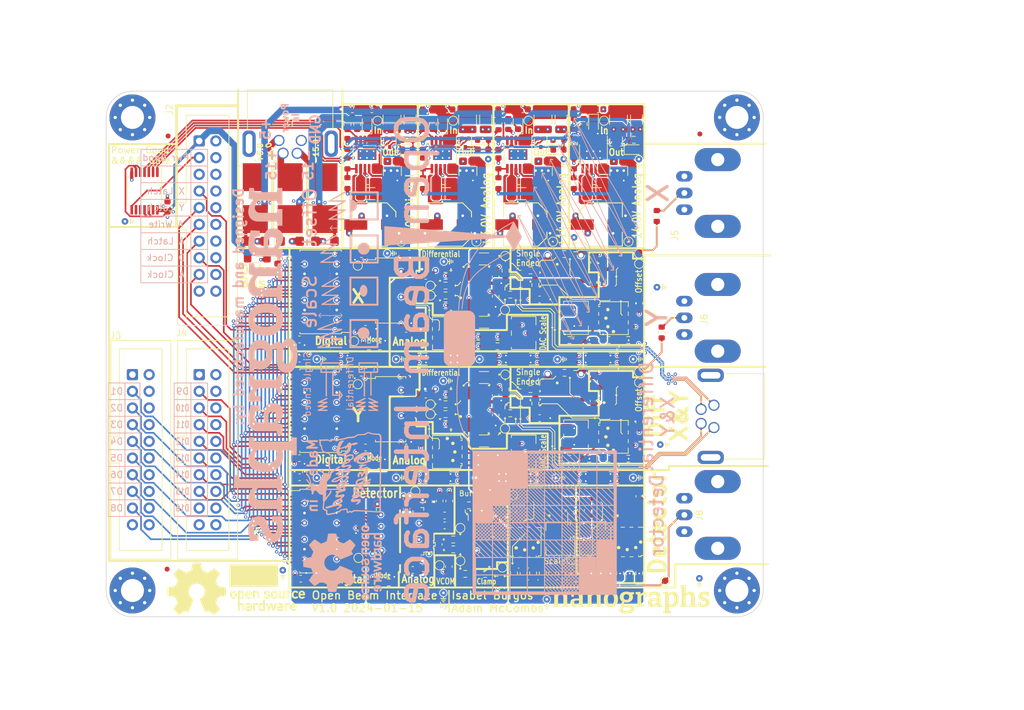
<source format=kicad_pcb>
(kicad_pcb (version 20221018) (generator pcbnew)
  (layers (0 "F.Cu" signal) (1 "In1.Cu" power) (2 "In2.Cu" power) (31 "B.Cu" signal) (34 "B.Paste" user) (35 "F.Paste" user) (36 "B.SilkS" user "B.Silkscreen") (37 "F.SilkS" user "F.Silkscreen") (38 "B.Mask" user) (39 "F.Mask" user) (44 "Edge.Cuts" user))
  (net 0 "")
  (net 1 "GNDA")
  (net 2 "Net-(U1-SET)")
  (net 3 "Net-(U2-SET)")
  (net 4 "+3V0")
  (net 5 "+14V0")
  (net 6 "Net-(U3-SET)")
  (net 7 "-14V0")
  (net 8 "Net-(U7-REFIO)")
  (net 9 "Net-(U8-REFIO)")
  (net 10 "+3.3V")
  (net 11 "Net-(C49-Pad1)")
  (net 12 "Net-(C49-Pad2)")
  (net 13 "+15V")
  (net 14 "-15V")
  (net 15 "Net-(U9-Ain+)")
  (net 16 "Net-(U9-Ain-)")
  (net 17 "/+15V Supply")
  (net 18 "/-15V Supply")
  (net 19 "Net-(U7-IOUTB)")
  (net 20 "Net-(U7-IOUTA)")
  (net 21 "/S.LATCH_X")
  (net 22 "/S.LATCH_Y")
  (net 23 "/S.LATCH_A")
  (net 24 "/S.WRITE_A")
  (net 25 "/S.CLK_D")
  (net 26 "/S.CLK_A")
  (net 27 "Net-(U8-IOUTB)")
  (net 28 "Net-(U8-IOUTA)")
  (net 29 "Net-(D1-A)")
  (net 30 "Net-(J5-In)")
  (net 31 "Net-(D6-K)")
  (net 32 "/D-1")
  (net 33 "/D-2")
  (net 34 "/D-3")
  (net 35 "/D-4")
  (net 36 "/D-5")
  (net 37 "/D-6")
  (net 38 "/D-7")
  (net 39 "/D-8")
  (net 40 "Net-(D7-COM)")
  (net 41 "Net-(U19-SET)")
  (net 43 "/D-9")
  (net 44 "/D-10")
  (net 45 "/D-11")
  (net 46 "/D-12")
  (net 47 "/D-13")
  (net 48 "/D-14")
  (net 49 "/D-15")
  (net 52 "Net-(D8-K)")
  (net 56 "Net-(D8-A)")
  (net 58 "Net-(U13-+)")
  (net 61 "Net-(J6-In)")
  (net 62 "Net-(J7-Pin_1)")
  (net 63 "Net-(U14-+)")
  (net 64 "Net-(U15--)")
  (net 65 "Net-(U16--)")
  (net 66 "Net-(J7-Pin_2)")
  (net 67 "Net-(J7-Pin_3)")
  (net 68 "Net-(J7-Pin_4)")
  (net 69 "Net-(J8-In)")
  (net 71 "Net-(U1-ILIM)")
  (net 72 "Net-(U2-ILIM)")
  (net 73 "/Y-14")
  (net 74 "/Y-13")
  (net 75 "/Y-12")
  (net 76 "/Y-11")
  (net 77 "/Y-10")
  (net 78 "/Y-9")
  (net 79 "/Y-8")
  (net 80 "/Y-7")
  (net 81 "/Y-6")
  (net 82 "/Y-5")
  (net 83 "/Y-4")
  (net 84 "/Y-3")
  (net 85 "/Y-2")
  (net 86 "/Y-1")
  (net 90 "Net-(U1-PGFB)")
  (net 91 "Net-(U2-PGFB)")
  (net 92 "Net-(U3-ILIM)")
  (net 93 "/X-14")
  (net 94 "/X-13")
  (net 95 "/X-12")
  (net 96 "/X-11")
  (net 97 "/X-10")
  (net 98 "/X-9")
  (net 99 "/X-8")
  (net 100 "/X-7")
  (net 101 "/X-6")
  (net 102 "/X-5")
  (net 103 "/X-4")
  (net 104 "/X-3")
  (net 105 "/X-2")
  (net 106 "/X-1")
  (net 107 "Net-(U3-PGFB)")
  (net 108 "/A-1")
  (net 109 "/A-2")
  (net 110 "/A-3")
  (net 111 "/A-4")
  (net 112 "/A-5")
  (net 113 "/A-6")
  (net 114 "/A-7")
  (net 115 "/A-8")
  (net 116 "/A-9")
  (net 117 "/A-10")
  (net 118 "/A-11")
  (net 119 "/A-12")
  (net 120 "/A-13")
  (net 121 "/A-14")
  (net 122 "/A-15")
  (net 123 "Net-(U7-FS_ADJ)")
  (net 124 "Net-(U8-FS_ADJ)")
  (net 125 "Net-(R34-Pad2)")
  (net 126 "Net-(R35-Pad2)")
  (net 127 "Net-(U11-+)")
  (net 128 "Net-(U11--)")
  (net 129 "Net-(U12-+)")
  (net 130 "Net-(U12--)")
  (net 131 "Net-(U11-Vout-)")
  (net 132 "Net-(U11-Vout+)")
  (net 133 "Net-(U10-+)")
  (net 134 "Net-(U10--)")
  (net 135 "Net-(U12-Vout-)")
  (net 136 "Net-(U12-Vout+)")
  (net 137 "Net-(R60-Pad2)")
  (net 138 "Net-(C74-Pad1)")
  (net 139 "Net-(U16-+)")
  (net 163 "Net-(U17--)")
  (net 164 "Net-(U17-+)")
  (net 165 "Net-(U18--)")
  (net 172 "Net-(D5-K)")
  (net 173 "Net-(D2-K)")
  (net 174 "Net-(D4-K)")
  (net 175 "Net-(D3-K)")
  (net 176 "Net-(D4-A)")
  (net 177 "Net-(D5-A)")
  (net 178 "Net-(D6-A)")
  (net 180 "Net-(R75-Pad1)")
  (net 181 "Net-(R30-Pad2)")
  (net 182 "Net-(R72-Pad2)")
  (net 183 "Net-(R74-Pad2)")
  (net 184 "Net-(R77-Pad2)")
  (net 185 "Net-(R79-Pad2)")
  (net 186 "Net-(RV2-Pad2)")
  (net 187 "Net-(U18-+)")
  (net 188 "Net-(R75-Pad2)")
  (net 189 "Net-(R59-Pad2)")
  (net 191 "Net-(R29-Pad2)")
  (net 192 "Net-(R65-Pad2)")
  (net 193 "Net-(R68-Pad2)")
  (net 194 "Net-(R76-Pad2)")
  (net 195 "Net-(R80-Pad2)")
  (net 196 "Net-(R81-Pad1)")
  (net 197 "Net-(R81-Pad2)")
  (net 198 "Net-(U19-ILIM)")
  (net 199 "Net-(U19-PGFB)")
  (net 200 "Net-(RV5-Pad2)")
  (net 201 "Net-(D9-K)")
  (net 202 "Net-(J1-Pin_2)")
  (net 203 "Net-(J1-Pin_3)")
  (net 204 "Net-(J1-Pin_4)")
  (net 205 "Net-(R64-Pad1)")
  (net 206 "Net-(R90-Pad2)")
  (net 207 "Net-(R91-Pad2)")
  (net 208 "Net-(R94-Pad1)")
  (net 209 "Net-(R95-Pad1)")
  (net 210 "Net-(RV7-Pad2)")
  (net 211 "Net-(RV3-Pad1)")
  (net 212 "Net-(U10-Vocm)")
  (net 213 "Net-(R27-Pad2)")
  (net 214 "+5VA")
  (net 215 "+5VD")
  (net 216 "/+5V Supply")
  (net 217 "Net-(U13--)")
  (net 218 "Net-(U14--)")
  (net 219 "Net-(JP5-C)")
  (net 220 "Net-(JP6-C)")
  (net 221 "Net-(JP7-C)")
  (net 223 "/PG+14A")
  (net 224 "/PG3.3A")
  (net 225 "/PG-14A")
  (net 226 "/PG3.3D")
  (net 227 "/Power Good")
  (footprint "Capacitor_SMD:C_0603_1608Metric" (layer "F.Cu") (at 159.86 125.88 180)
    (fp_text reference "C44" hide)
    (fp_text value "0.1 uF")
  )
  (footprint "Resistor_SMD:R_0603_1608Metric" (layer "F.Cu") (at 174.71 83.97 180)
    (fp_text reference "R47" hide)
    (fp_text value "0")
  )
  (footprint "Resistor_SMD:R_0603_1608Metric" (layer "F.Cu") (at 164.85 99.17 180)
    (fp_text reference "R33" hide)
    (fp_text value "25")
  )
  (footprint "Resistor_SMD:R_0603_1608Metric" (layer "F.Cu") (at 164.46 66.7)
    (fp_text reference "R1" hide)
    (fp_text value "33k")
  )
  (footprint "Resistor_SMD:R_0603_1608Metric" (layer "F.Cu") (at 192.67 108.94 180)
    (fp_text reference "R71" hide)
    (fp_text value "R")
  )
  (footprint "Scan Generator:GND Test Point WIth Dimensions" (layer "F.Cu") (at 164.6 78.94 90)
    (fp_text reference "GNDA8" hide)
    (fp_text value "TestPoint")
  )
  (footprint "Resistor_SMD:R_0603_1608Metric" (layer "F.Cu") (at 170.88 126.48)
    (fp_text reference "R58" hide)
    (fp_text value "500")
  )
  (footprint "Package_SO:MSOP-12-1EP_3x4mm_P0.65mm_EP1.65x2.85mm_ThermalVias" (layer "F.Cu") (at 152.902344 62.65 -90)
    (fp_text reference "U19" hide)
    (fp_text value "LT3045")
  )
  (footprint "Capacitor_SMD:C_0603_1608Metric" (layer "F.Cu") (at 165.13 55.79)
    (fp_text reference "C12" hide)
    (fp_text value "0.1 uF")
  )
  (footprint "Package_SO:TSSOP-14_4.4x5mm_P0.65mm" (layer "F.Cu") (at 119.04 68.2 -90)
    (fp_text reference "U20" hide)
    (fp_text value "7430")
  )
  (footprint "LED_SMD:LED_0603_1608Metric" (layer "F.Cu") (at 187.37 58 -90)
    (fp_text reference "D1" hide)
    (fp_text value "LED")
  )
  (footprint "Scan Generator:C_1210_3225_Kelvin_Connections" (layer "F.Cu") (at 179.74 65.15 -90)
    (fp_text reference "C19" hide)
    (fp_text value "10u")
  )
  (footprint "Resistor_SMD:R_0603_1608Metric" (layer "F.Cu") (at 173.98 98.38 -90)
    (fp_text reference "R51" hide)
    (fp_text value "0")
  )
  (footprint "Capacitor_SMD:C_1206_3216Metric" (layer "F.Cu") (at 166.15 111.84 180)
    (fp_text reference "C85" hide)
    (fp_text value "4.7u")
  )
  (footprint "Capacitor_SMD:C_1206_3216Metric" (layer "F.Cu") (at 166.15 93.78 180)
    (fp_text reference "C63" hide)
    (fp_text value "4.7u")
  )
  (footprint "Capacitor_SMD:C_1206_3216Metric" (layer "F.Cu") (at 185.67 93.78)
    (fp_text reference "C42" hide)
    (fp_text value "4.7u")
  )
  (footprint "Resistor_SMD:R_0603_1608Metric" (layer "F.Cu") (at 182.95 95.86)
    (fp_text reference "R60" hide)
    (fp_text value "Rgain")
  )
  (footprint "Capacitor_SMD:C_0603_1608Metric" (layer "F.Cu") (at 176.61 55.77)
    (fp_text reference "C13" hide)
    (fp_text value "0.1 uF")
  )
  (footprint "Resistor_SMD:R_1206_3216Metric" (layer "F.Cu") (at 170.71 88.17)
    (fp_text reference "R46" hide)
    (fp_text value "R")
  )
  (footprint "TestPoint:TestPoint_Pad_D1.0mm" (layer "F.Cu") (at 167.1 119.49)
    (fp_text reference "TP_A-1" hide)
    (fp_text value "TestPoint")
  )
  (footprint "Resistor_SMD:R_1206_3216Metric" (layer "F.Cu") (at 170.7 96.59)
    (fp_text reference "R41" hide)
    (fp_text value "R")
  )
  (footprint "Capacitor_SMD:C_0603_1608Metric" (layer "F.Cu") (at 159.35 95.78 180)
    (fp_text reference "C36" hide)
    (fp_text value "0.1 uF")
  )
  (footprint "Capacitor_SMD:C_0603_1608Metric" (layer "F.Cu") (at 142.64 111.76 180)
    (fp_text reference "C81" hide)
    (fp_text value "0.1 uF")
  )
  (footprint "Scan Generator:MountingHole_3.5mm_Pad_Via_CrtYd" (layer "F.Cu") (at 117.2 129)
    (fp_text reference "H1" hide)
    (fp_text value "MountingHole")
  )
  (footprint "Scan Generator:GND Test Point WIth Dimensions" (layer "F.Cu") (at 197.03 82.84 90)
    (fp_text reference "GNDA1" hide)
    (fp_text value "TestPoint")
  )
  (footprint "Capacitor_SMD:C_0603_1608Metric" (layer "F.Cu") (at 152.04 119.89 -90)
    (fp_text reference "C31" hide)
    (fp_text value "0.1 uF")
  )
  (footprint "Scan Generator:GND Test Point WIth Dimensions" (layer "F.Cu") (at 197.53 106.79 90)
    (fp_text reference "GNDA12" hide)
    (fp_text value "TestPoint")
  )
  (footprint "Scan Generator:Reduced_pads_R_Axial_DIN0204_L3.6mm_D1.6mm_P5.08mm_Horizontal" (layer "F.Cu") (at 180.39 96.04)
    (fp_text reference "R73" hide)
    (fp_text value "R")
  )
  (footprint "Resistor_SMD:R_0603_1608Metric" (layer "F.Cu") (at 169.8 109.89 180)
    (fp_text reference "R29" hide)
    (fp_text value "2k")
  )
  (footprint "Resistor_SMD:R_0603_1608Metric" (layer "F.Cu") (at 189.67 108.94)
    (fp_text reference "R68" hide)
    (fp_text value "R")
  )
  (footprint "Capacitor_SMD:C_0603_1608Metric" (layer "F.Cu") (at 165.35 125.36 -90)
    (fp_text reference "C52" hide)
    (fp_text value "2.2 uF")
  )
  (footprint "Scan Generator:SOT-416" (layer "F.Cu") (at 179.34 60.85 -90)
    (fp_text reference "Q1" hide)
    (fp_text value "MMBT3904TT1G")
  )
  (footprint "Resistor_SMD:R_0603_1608Metric" (layer "F.Cu") (at 183.71 90.88)
    (fp_text reference "R77" hide)
    (fp_text value "R")
  )
  (footprint "Resistor_SMD:R_0603_1608Metric" (layer "F.Cu") (at 166.02 122.74)
    (fp_text reference "R34" hide)
    (fp_text value "25")
  )
  (footprint "TestPoint:TestPoint_Pad_D1.0mm" (layer "F.Cu") (at 194.3148 77.689)
    (fp_text reference "TP_X_Out1" hide)
    (fp_text value "TestPoint")
  )
  (footprint "TestPoint:TestPoint_Pad_D1.0mm" (layer "F.Cu") (at 163.94 125.16)
    (fp_text reference "TP_Vcom1" hide)
    (fp_text value "TestPoint")
  )
  (footprint "Resistor_SMD:R_0603_1608Metric" (layer "F.Cu") (at 178.52 82.49 90)
    (fp_text reference "R56" hide)
    (fp_text value "Rsum")
  )
  (footprint "Resistor_SMD:R_0603_1608Metric" (layer "F.Cu") (at 189.96 126.37 90)
    (fp_text reference "R90" hide)
    (fp_text value "14k")
  )
  (footprint "Resistor_SMD:R_0603_1608Metric" (layer "F.Cu") (at 177.77 80.28)
    (fp_text reference "R52" hide)
    (fp_text value "Rsum")
  )
  (footprint "Scan Generator:IDC-Header_2x10_P2.54mm_Vertical_No_Pin_1_Mark" (layer "F.Cu") (at 117.2 96.14)
    (fp_text reference "J3")
    (fp_text value "Conn_02x10_Odd_Even")
  )
  (footprint "Capacitor_SMD:C_0603_1608Metric" (layer "F.Cu") (at 172.48 84.225 90)
    (fp_text reference "C70" hide)
    (fp_text value "0.1 uF")
  )
  (footprint "Capacitor_SMD:C_0603_1608Metric" (layer "F.Cu") (at 175.09 116.98 -90)
    (fp_text reference "C65" hide)
    (fp_text value "0.1 uF")
  )
  (footprint "Resistor_SMD:R_0603_1608Metric" (layer "F.Cu") (at 182.56 126.41 -90)
    (fp_text reference "R64" hide)
    (fp_text value "500")
  )
  (footprint "Resistor_SMD:R_0603_1608Metric" (layer "F.Cu") (at 178.18 126.405 -90)
    (fp_text reference "R96" hide)
    (fp_text value "R")
  )
  (footprint "Resistor_SMD:R_0603_1608Metric" (layer "F.Cu") (at 161.45 58 -90)
    (fp_text reference "R4" hide)
    (fp_text value "1.5K")
  )
  (footprint "Capacitor_SMD:C_0603_1608Metric" (layer "F.Cu") (at 164.71 119.09 180)
    (fp_text reference "C49" hide)
    (fp_text value "0.1 uF")
  )
  (footprint "Scan Generator:MountingHole_3.5mm_Pad_Via_CrtYd" (layer "F.Cu") (at 209.2 57)
    (fp_text reference "H2" hide)
    (fp_text value "MountingHole")
  )
  (footprint "Capacitor_SMD:C_0603_1608Metric" (layer "F.Cu") (at 165.42 115.38 90)
    (fp_text reference "C58" hide)
    (fp_text value "1 uF")
  )
  (footprint "Capacitor_SMD:C_0603_1608Metric_Pad1.08x0.95mm_HandSolder" (layer "F.Cu") (at 142.8 127.2 180)
    (fp_text reference "C29" hide)
    (fp_text value "0.1 uF")
  )
  (footprint "Capacitor_SMD:C_1206_3216Metric" (layer "F.Cu") (at 149.41 111.84)
    (fp_text reference "C80" hide)
    (fp_text value "4.7u")
  )
  (footprint "Capacitor_SMD:C_1206_3216Metric" (layer "F.Cu") (at 159.4575 57.34 -90)
    (fp_text reference "C14" hide)
    (fp_text value "4.7u")
  )
  (footprint "TestPoint:TestPoint_Pad_D1.0mm" (layer "F.Cu") (at 194.3148 97.329)
    (fp_text reference "TP_Y_Offset1" hide)
    (fp_text value "TestPoint")
  )
  (footprint "Package_SO:MSOP-12-1EP_3x4mm_P0.65mm_EP1.65x2.85mm_ThermalVias" (layer "F.Cu") (at 175.882344 62.65 -90)
    (fp_text reference "U2" hide)
    (fp_text value "LT3045")
  )
  (footprint "Capacitor_SMD:C_0603_1608Metric" (layer "F.Cu") (at 183.95 114.67 -90)
    (fp_text reference "C53" hide)
    (fp_text value "0.1 uF")
  )
  (footprint "Resistor_SMD:R_0603_1608Metric" (layer "F.Cu") (at 149.92 61.03 -90)
    (fp_text reference "R85" hide)
    (fp_text value "10k")
  )
  (footprint "Resistor_SMD:R_0603_1608Metric" (layer "F.Cu") (at 159.06 60.4)
    (fp_text reference "R86" hide)
    (fp_text value "66.5")
  )
  (footprint "Scan Generator:GND Test Point WIth Dimensions" (layer "F.Cu") (at 180.26 130.35)
    (fp_text reference "GNDA10" hide)
    (fp_text value "TestPoint")
  )
  (footprint "Scan Generator:SOIC-8_3.9x4.9mm_P1.27mm" (layer "F.Cu") (at 170.2 121.99 -90)
    (fp_text reference "U10" hide)
    (fp_text value "AD8137YRZ")
  )
  (footprint "TestPoint:TestPoint_Pad_D1.0mm" (layer "F.Cu") (at 192.69 75.9)
    (fp_text reference "TP-2" hide)
    (fp_text value "TestPoint")
  )
  (footprint "Potentiometer_SMD:Potentiometer_Bourns_3224W_Vertical" (layer "F.Cu") (at 184.71 105.56 90)
    (fp_text reference "RV5" hide)
    (fp_text value "20K")
  )
  (footprint "Scan Generator:GND Test Point WIth Dimensions" (layer "F.Cu") (at 157.33 111.84 90)
    (fp_text reference "GNDA2" hide)
    (fp_text value "TestPoint")
  )
  (footprint "TestPoint:TestPoint_Pad_D1.0mm" (layer "F.Cu") (at 154.51 57.5)
    (fp_text reference "TP_D3.1" hide)
    (fp_text value "TestPoint")
  )
  (footprint "TestPoint:TestPoint_Pad_D1.0mm" (layer "F.Cu") (at 162.55 100.6647)
    (fp_text reference "TP_IA_Y1" hide)
    (fp_text value "TestPoint")
  )
  (footprint "Capacitor_SMD:C_0603_1608Metric" (layer "F.Cu") (at 161.84 81.11)
    (fp_text reference "C39" hide)
    (fp_text value "0.1 uF")
  )
  (footprint "Resistor_SMD:R_0603_1608Metric" (layer "F.Cu") (at 172.76 109.89)
    (fp_text reference "R81" hide)
    (fp_text value "Rmin")
  )
  (footprint "Capacitor_SMD:C_0603_1608Metric" (layer "F.Cu") (at 139.27 78.48 -90)
    (fp_text reference "C68" hide)
    (fp_text value "0.1 uF")
  )
  (footprint "Capacitor_SMD:C_0603_1608Metric" (layer "F.Cu") (at 194.34 103.35 -90)
    (fp_text reference "C82" hide)
    (fp_text value "0.1 uF")
  )
  (footprint "TestPoint:TestPoint_Pad_D1.0mm" (layer "F.Cu") (at 162.55 102.1647)
    (fp_text reference "TP_IB_Y1" hide)
    (fp_text value "TestPoint")
  )
  (footprint "Capacitor_SMD:C_0603_1608Metric" (layer "F.Cu") (at 158.86 89.18 180)
    (fp_text reference "C41" hide)
    (fp_text value "0.1 uF")
  )
  (footprint "Capacitor_SMD:C_1206_3216Metric" (layer "F.Cu") (at 193.92 57.34 90)
    (fp_text reference "C21" hide)
    (fp_text value "4.7u")
  )
  (footprint "Resistor_SMD:R_0603_1608Metric" (layer "F.Cu") (at 187.04 126.37 90)
    (fp_text reference "R91" hide)
    (fp_text value "12.1k")
  )
  (footprint "Capacitor_SMD:C_0603_1608Metric" (layer "F.Cu") (at 142.64 93.7 180)
    (fp_text reference "C83" hide)
    (fp_text value "0.1 uF")
  )
  (footprint "Capacitor_SMD:C_1206_3216Metric" (layer "F.Cu") (at 173.52 111.84)
    (fp_text reference "C86" hide)
    (fp_text value "4.7u")
  )
  (footprint "Resistor_SMD:R_0603_1608Metric" (layer "F.Cu") (at 172.76 108.43 180)
    (fp_text reference "R76" hide)
    (fp_text value "R")
  )
  (footprint "Capacitor_SMD:C_1210_3225Metric" (layer "F.Cu") (at 179.69 57.34 -90)
    (fp_text reference "C11" hide)
    (fp_text value "10u")
  )
  (footprint "Capacitor_SMD:C_0603_1608Metric" (layer "F.Cu") (at 122.53 70.57 90)
    (fp_text reference "C32" hide)
    (fp_text value "0.1 uF")
  )
  (footprint "Scan Generator:GND Test Point WIth Dimensions" (layer "F.Cu") (at 145.26 93.78 90)
    (fp_text reference "GNDD3" hide)
    (fp_text value "TestPoint")
  )
  (footprint "Capacitor_SMD:C_0603_1608Metric" (layer "F.Cu") (at 187.38 82.09 -90)
    (fp_text reference "C72" hide)
    (fp_text value "0.1 uF")
  )
  (footprint "Capacitor_SMD:C_0603_1608Metric" (layer "F.Cu") (at 161.08 87.65 -90)
    (fp_text reference "C48" hide)
    (fp_text value "0.1 uF")
  )
  (footprint "Resistor_SMD:R_0603_1608Metric" (layer "F.Cu") (at 149.93 58.01 90)
    (fp_text reference "R84" hide)
    (fp_text value "1.5K")
  )
  (footprint "Package_SO:TSSOP-48_6.1x12.5mm_P0.5mm" (layer "F.Cu") (at 145.8348 83.559 180)
    (fp_text reference "U4" hide)
    (fp_text value "74ALVCH16373DGG:11")
  )
  (footprint "Scan Generator:SOT-416" (layer "F.Cu") (at 156.36 60.85 -90)
    (fp_text reference "Q4" hide)
    (fp_text value "MMBT3904TT1G")
  )
  (footprint "Capacitor_SMD:C_1210_3225Metric" (layer "F.Cu") (at 168.21 57.34 -90)
    (fp_text reference "C1" hide)
    (fp_text value "10u")
  )
  (footprint "Package_SO:TSSOP-48_6.1x12.5mm_P0.5mm" (layer "F.Cu") (at 145.8307 119.9608)
    (fp_text reference "U6" hide)
    (fp_text value "74ALVCH16373DGG:11")
  )
  (footprint "Resistor_SMD:R_0603_1608Metric_Pad0.98x0.95mm_HandSolder" (layer "F.Cu") (at 146.1 127.2 180)
    (fp_text reference "R22" hide)
    (fp_text value "10k")
  )
  (footprint "Resistor_SMD:R_0603_1608Metric" (layer "F.Cu") (at 164.85 103.66 180)
    (fp_text reference "R31" hide)
    (fp_text value "25")
  )
  (footprint "TestPoint:TestPoint_Pad_D1.0mm" (layer "F.Cu") (at 162.55 84.1047)
    (fp_text reference "TP_IB_X1" hide)
    (fp_text value "TestPoint")
  )
  (footprint "Capacitor_SMD:C_0603_1608Metric" (layer "F.Cu") (at 162.31 115.48 -90)
    (fp_text reference "C45" hide)
    (fp_text value "0.1 uF")
  )
  (footprint "Resistor_SMD:R_0603_1608Metric" (layer "F.Cu") (at 172.9 67 90)
    (fp_text reference "R12" hide)
    (fp_text value "392K")
  )
  (footprint "Inductor_SMD:L_0603_1608Metric" (layer "F.Cu") (at 185.13 55.76)
    (fp_text reference "FB3" hide)
    (fp_text value "FerriteBead")
  )
  (footprint "Resistor_SMD:R_0603_1608Metric" (layer "F.Cu") (at 179.64 126.405 -90)
    (fp_text reference "R95" hide)
    (fp_text value "2K")
  )
  (footprint "Scan Generator:BNC_Amphenol_B6252HB-NPP3G-50_Horizontal_Flipable" (layer "F.Cu") (at 201.2 117.5 -90)
    (fp_text reference "J8")
    (fp_text value "Coaxial Con Amphenol 031-5538-10RFX")
  )
  (footprint "Resistor_SMD:R_0603_1608Metric" (layer "F.Cu") (at 175.94 66.7)
    (fp_text reference "R2" hide)
    (fp_text value "140k")
  )
  (footprint "Capacitor_SMD:C_0603_1608Metric" (layer "F.Cu") (at 161.84 99.17)
    (fp_text reference "C38" hide)
    (fp_text value "0.1 uF")
  )
  (footprint "Resistor_SMD:R_0603_1608Metric" (layer "F.Cu") (at 151.41 58 90)
    (fp_text reference "R3" hide)
    (fp_text value "66.5")
  )
  (footprint "Capacitor_SMD:C_1206_3216Metric" (layer "F.Cu") (at 190.47 111.84 180)
    (fp_text reference "C89" hide)
    (fp_text value "4.7u")
  )
  (footprint "Diode_SMD:D_SMF" (layer "F.Cu") (at 146.5 75.84)
    (fp_text reference "D12" hide)
    (fp_text value "SMF20A")
  )
  (footprint "Scan Generator:GND Test Point WIth Dimensions" (layer "F.Cu") (at 170.01 93.78 -90)
    (fp_text reference "GNDD5" hide)
    (fp_text value "TestPoint")
  )
  (footprint "Resistor_SMD:R_0603_1608Metric" (layer "F.Cu") (at 164.85 85.6 180)
    (fp_text reference "R32" hide)
    (fp_text value "25")
  )
  (footprint "TestPoint:TestPoint_Pad_D1.0mm" (layer "F.Cu") (at 188.97 57.5 90)
    (fp_text reference "TP-1" hide)
    (fp_text value "TestPoint")
  )
  (footprint "Capacitor_SMD:C_1206_3216Metric" (layer "F.Cu") (at 153.41 68.6)
    (fp_text reference "C17" hide)
    (fp_text value "4.7u")
  )
  (footprint "TestPoint:TestPoint_Pad_D1.0mm" (layer "F.Cu") (at 198.29 127.52)
    (fp_text reference "TP_In1" hide)
    (fp_text value "TestPoint")
  )
  (footprint "Scan Generator:SOIC-8_3.9x4.9mm_P1.27mm" (layer "F.Cu") (at 179.52 115.72 180)
    (fp_text reference "U15" hide)
    (fp_text value "LT1363")
  )
  (footprint "Diode_SMD:D_SMF" (layer "F.Cu") (at 135.9 75.84)
    (fp_text reference "D10" hide)
    (fp_text value "SMF20A")
  )
  (footprint "Capacitor_SMD:C_0603_1608Metric" (layer "F.Cu") (at 172.4 114.58 180)
    (fp_text reference "C30" hide)
    (fp_text value "2.2 uF")
  )
  (footprint "Resistor_SMD:R_0603_1608Metric" (layer "F.Cu") (at 164.85 81.11 180)
    (fp_text reference "R36" hide)
    (fp_text value "25")
  )
  (footprint "Capacitor_SMD:C_1206_3216Metric" (layer "F.Cu") (at 182.44 57.34 -90)
    (fp_text reference "C4" hide)
    (fp_text value "4.7u")
  )
  (footprint "Symbol:OSHW-Logo_11.4x12mm_SilkScreen" (layer "F.Cu") (at 126.972141 130.715932)
    (fp_text reference "OSHW_logo_front" hide)
    (fp_text value "OSHW-Logo_11.4x12mm_SilkScreen" hide)
  )
  (footprint "TestPoint:TestPoint_Pad_D1.0mm" (layer "F.Cu") (at 173.95 96.13)
    (fp_text reference "TP_Y_A1" hide)
    (fp_text value "TestPoint")
  )
  (footprint "Scan Generator:GND Test Point WIth Dimensions" (layer "F.Cu") (at 157.33 93.78 90)
    (fp_text reference "GNDD7" hide)
    (fp_text value "TestPoint")
  )
  (footprint "TestPoint:TestPoint_Pad_D1.0mm" (layer "F.Cu") (at 166.01 57.5)
    (fp_text reference "TP_A3.1" hide)
    (fp_text value "TestPoint")
  )
  (footprint "Resistor_SMD:R_0603_1608Metric" (layer "F.Cu") (at 176.25 82.35)
    (fp_text reference "R53" hide)
    (fp_text value "Rsum")
  )
  (footprint "Resistor_SMD:R_0603_1608Metric" (layer "F.Cu") (at 162.91 58 -90)
    (fp_text reference "R89" hide)
    (fp_text value "66.5")
  )
  (footprint "Resistor_SMD:R_0603_1608Metric" (layer "F.Cu") (at 197 72 90)
    (fp_text reference "R62" hide)
    (fp_text value "0")
  )
  (footprint "Resistor_SMD:R_0603_1608Metric" (layer "F.Cu") (at 182.95 77.8)
    (fp_text reference "R59" hide)
    (fp_text value "Rgain")
  )
  (footprint "Capacitor_SMD:C_0603_1608Metric" (layer "F.Cu") (at 188.09 55.76 180)
    (fp_text reference "C15" hide)
    (fp_text value "0.1 uF")
  )
  (footprint "Capacitor_SMD:C_0603_1608Metric" (layer "F.Cu") (at 179.17 102.76 180)
    (fp_text reference "C71" hide)
    (fp_text value "0.1 uF")
  )
  (footprint "TestPoint:TestPoint_Pad_D1.0mm" (layer "F.Cu") (at 194.3148 95.749)
    (fp_text reference "TP_Y_Out1" hide)
    (fp_text value "TestPoint")
  )
  (footprint "Scan Generator:Nidec SP4T CS-4-14NTA" (layer "F.Cu") (at 190.41 105.61 -90)
    (fp_text reference "SW3" hide)
    (fp_text value "~")
  )
  (footprint "Inductor_SMD:L_0603_1608Metric" (layer "F.Cu") (at 173.65 55.77)
    (fp_text reference "FB2" hide)
    (fp_text value "FerriteBead")
  )
  (footprint "Capacitor_SMD:C_0603_1608Metric" (layer "F.Cu") (at 159.35 77.72 180)
    (fp_text reference "C37" hide)
    (fp_text value "0.1 uF")
  )
  (footprint "Resistor_SMD:R_0603_1608Metric" (layer "F.Cu") (at 176.25 100.41)
    (fp_text reference "R55" hide)
    (fp_text value "Rsum")
  )
  (footprint "Resistor_SMD:R_0603_1608Metric" (layer "F.Cu") (at 178.52 100.55 90)
    (fp_text reference "R57" hide)
    (fp_text value "Rsum")
  )
  (footprint "Resistor_SMD:R_0603_1608Metric" (layer "F.Cu") (at 174.71 102.03)
    (fp_text reference "R48" hide)
    (fp_text value "0")
  )
  (footprint "Scan Generator:SOIC-8_3.9x4.9mm_P1.27mm" (layer "F.Cu") (at 190.9 99.31 90)
    (fp_text reference "U17" hide)
    (fp_text value "LT1363")
  )
  (footprint "Scan Generator:GND Test Point WIth Dimensions" (layer "F.Cu") (at 164.51 97.09 90)
    (fp_text reference "GNDA16" hide)
    (fp_text value "TestPoint")
  )
  (footprint "Scan Generator:CAP_20SVPF120M" (layer "F.Cu") (at 153.99 73.3 180)
    (fp_text reference "C10" hide)
    (fp_text value "100 uF")
  )
  (footprint "Scan Generator:GND Test Point WIth Dimensions" (layer "F.Cu") (at 194.28 63.35)
    (fp_text reference "GNDA13" hide)
    (fp_text value "TestPoint")
  )
  (footprint "Resistor_SMD:R_0603_1608Metric" (layer "F.Cu") (at 183.71 108.94)
    (fp_text reference "R65" hide)
    (fp_text value "R")
  )
  (footprint "TestPoint:TestPoint_Pad_D1.0mm" (layer "F.Cu") (at 160.25 113.9)
    (fp_text reference "TP_Clk_A1" hide)
    (fp_text value "TestPoint")
  )
  (footprint "Potentiometer_SMD:Potentiometer_Bourns_3224W_Vertical" (layer "F.Cu") (at 176.74 89.82 90)
    (fp_text reference "RV1" hide)
    (fp_text value "2K")
  )
  (footprint "Package_SO:TSSOP-48_6.1x12.5mm_P0.5mm" (layer "F.Cu") (at 145.8348 101.619 180)
    (fp_text reference "U5" hide)
    (fp_text value "74ALVCH16373DGG:11")
  )
  (footprint "Resistor_SMD:R_0603_1608Metric" (layer "F.Cu") (at 193.52 60.4)
    (fp_text reference "R21" hide)
    (fp_text value "66.5")
  )
  (footprint "LED_SMD:LED_0603_1608Metric" (layer "F.Cu") (at 182.04 61.9)
    (fp_text reference "D5" hide)
    (fp_text value "LED")
  )
  (footprint "Capacitor_SMD:C_0603_1608Metric" (layer "F.Cu") (at 187.45 79.07 90)
    (fp_text reference "C57" hide)
    (fp_text value "0.1 uF")
  )
  (footprint "Resistor_SMD:R_0603_1608Metric" (layer "F.Cu") (at 149.92 64 90)
    (fp_text reference "R88" hide)
    (fp_text value "10k")
  )
  (footprint "Resistor_SMD:R_0603_1608Metric" (layer "F.Cu") (at 187.42 66.7)
    (fp_text reference "R16" hide)
    (fp_text value "140k")
  )
  (footprint "Resistor_SMD:R_0603_1608Metric" (layer "F.Cu") (at 184.38 61 -90)
    (fp_text reference "R17" hide)
    (fp_text value "1.5k")
  )
  (footprint "Scan Generator:SOIC-8_3.9x4.9mm_P1.27mm" (layer "F.Cu") (at 182.95 81.25)
    (fp_text reference "U13" hide)
    (fp_text value "LT1363")
  )
  (footprint "TestPoint:TestPoint_Pad_D1.0mm" (layer "F.Cu") (at 181.19 75.9)
    (fp_text reference "TP+2" hide)
    (fp_text value "TestPoint")
  )
  (footprint "Scan Generator:CAP_20SVPF120M" (layer "F.Cu") (at 176.98 73.3 180)
    (fp_text reference "C8" hide)
    (fp_text value "100 uF")
  )
  (footprint "Scan Generator:SOT-416" (layer "F.Cu") (at 190.82 60.85 -90)
    (fp_text reference "Q3" hide)
    (fp_text value "MMBT3904TT1G")
  )
  (footprint "Resistor_SMD:R_0603_1608Metric" (layer "F.Cu") (at 164.85 102.16)
    (fp_text reference "R38" hide)
    (fp_text value "226")
  )
  (footprint "Scan Generator:Nidec SP4T CS-4-14NTA" (layer "F.Cu") (at 165.12 89.85 90)
    (fp_text reference "SW1" hide)
    (fp_text value "~")
  )
  (footprint "Capacitor_SMD:C_1206_3216Metric" (layer "F.Cu") (at 187.87 68.6)
    (fp_text reference "C22" hide)
    (fp_text value "4.7u")
  )
  (footprint "Scan Generator:nanographs small" (layer "F.Cu") (at 193.248857 130.473844)
    (fp_text reference "front_logo" hide)
    (fp_text value "nanographs small" hide)
  )
  (footprint "Resistor_SMD:R_0603_1608Metric" (layer "F.Cu") (at 172.76 90.37 180)
    (fp_text reference "R72" hide)
    (fp_text value "R")
  )
  (footprint "Capacitor_SMD:C_0603_1608Metric" (layer "F.Cu") (at 158.86 107.24 180)
    (fp_text reference "C40" hide)
    (fp_text value "0.1 uF")
  )
  (footprint "Scan Generator:Nidec SP4T CS-4-14NTA" (layer "F.Cu") (at 190.41 87.55 -90)
    (fp_text reference "SW2" hide)
    (fp_text value "~")
  )
  (footprint "Resistor_SMD:R_0603_1608Metric" (layer "F.Cu") (at 172.9 61.03 -90)
    (fp_text reference "R8" hide)
    (fp_text value "10k")
  )
  (footprint "TestPoint:TestPoint_Pad_D1.0mm" (layer "F.Cu") (at 158.1 75.9)
    (fp_text reference "TP+3.2" hide)
    (fp_text value "TestPoint")
  )
  (footprint "Resistor_SMD:R_0603_1608Metric" (layer "F.Cu") (at 169.8 108.43 180)
    (fp_text reference "R80" hide)
    (fp_text value "R")
  )
  (footprint "Potentiometer_SMD:Potentiometer_Bourns_3224W_Vertical" (layer "F.Cu") (at 184.71 87.5 90)
    (fp_text reference "RV2" hide)
    (fp_text value "20K")
  )
  (footprint "Capacitor_SMD:C_1206_3216Metric" (layer "F.Cu") (at 170.96 57.34 -90)
    (fp_text reference "C3" hide)
    (fp_text value "4.7u")
  )
  (footprint "Capacitor_SMD:C_1206_3216Metric" (layer "F.Cu") (at 178.32 111.84 180)
    (fp_text reference "C87" hide)
    (fp_text value "4.7u")
  )
  (footprint "Resistor_SMD:R_0603_1608Metric" (layer "F.Cu") (at 182.04 60.4)
    (fp_text reference "R15" hide)
    (fp_text value "66.5")
  )
  (footprint "TestPoint:TestPoint_Pad_D1.0mm" (layer "F.Cu") (at 173.95 78.07)
    (fp_text reference "TP_X_A1" hide)
    (fp_text value "TestPoint")
  )
  (footprint "Resistor_SMD:R_0603_1608Metric" (layer "F.Cu") (at 164.85 100.66)
    (fp_text reference "R37" hide)
    (fp_text value "226")
  )
  (footprint "Scan Generator:C_1210_3225_Kelvin_Connections" (layer "F.Cu") (at 191.22 65.15 -90)
    (fp_text reference "C25" hide)
    (fp_text value "10u")
  )
  (footprint "Resistor_SMD:R_0603_1608Metric" (layer "F.Cu") (at 169.8 90.37 180)
    (fp_text reference "R74" hide)
    (fp_text value "R")
  )
  (footprint "Resistor_SMD:R_0603_1608Metric" (layer "F.Cu") (at 171.75 116.04)
    (fp_text reference "R49" hide)
    (fp_text value "1K")
  )
  (footprint "Scan Generator:Nidec SP4T CS-4-14NTA" (layer "F.Cu") (at 176.9 121.67)
    (fp_text reference "SW6" hide)
    (fp_text value "~")
  )
  (footprint "Capacitor_SMD:C_1206_3216Metric" (layer "F.Cu") (at 190.47 93.78 180)
    (fp_text reference "C33" hide)
    (fp_text value "4.7u")
  )
  (footprint "Capacitor_SMD:C_0603_1608Metric" (layer "F.Cu") (at 152.67 107.24 180)
    (fp_text reference "C24" hide)
    (fp_text value "0.1 uF")
  )
  (footprint "Capacitor_SMD:C_0603_1608Metric" (layer "F.Cu") (at 194.34 85.29 -90)
    (fp_text reference "C56" hide)
    (fp_text value "0.1 uF")
  )
  (footprint "Resistor_SMD:R_0603_1608Metric" (layer "F.Cu") (at 184.77 127.16)
    (fp_text reference "R67" hide)
    (fp_text value "5K")
  )
  (footprint "Scan Generator:SOT-416" (layer "F.Cu") (at 167.86 60.85 -90)
    (fp_text reference "Q2" hide)
    (fp_text value "MMBT3904TT1G")
  )
  (footprint "Scan Generator:C_1210_3225_Kelvin_Connections" (layer "F.Cu") (at 156.76 65.15 -90)
    (fp_text reference "C20" hide)
    (fp_text value "10u")
  )
  (footprint "Resistor_SMD:R_0603_1608Metric" (layer "F.Cu") (at 197.75 89.73 90)
    (fp_text reference "R63" hide)
    (fp_text value "0")
  )
  (footprint "Capacitor_SMD:C_0603_1608Metric" (layer "F.Cu") (at 164.71 117.59 180)
    (fp_text reference "C54" hide)
    (fp_text value "2.2 uF")
  )
  (footprint "Scan Generator:GND Test Point WIth Dimensions" (layer "F.Cu") (at 181.64 111.84 90)
    (fp_text reference "GNDA6" hide)
    (fp_text value "TestPoint")
  )
  (footprint "Resistor_SMD:R_0603_1608Metric" (layer "F.Cu") (at 177.77 98.34)
    (fp_text reference "R54" hide)
    (fp_text value "Rsum")
  )
  (footprint "Capacitor_SMD:C_0603_1608Metric" (layer "F.Cu") (at 163.96 115.38 90)
    (fp_text reference "C59" hide)
    (fp_text value "1 uF")
  )
  (footprint "Scan Generator:GND Test Point WIth Dimensions" (layer "F.Cu") (at 203.49 127.15)
    (fp_text reference "GNDA11" hide)
    (fp_text value "TestPoint")
  )
  (footprint "Resistor_SMD:R_1206_3216Metric" (layer "F.Cu") (at 170.7 78.53)
    (fp_text reference "R45" hide)
    (fp_text value "R")
  )
  (footprint "Potentiometer_SMD:Potentiometer_Bourns_3224W_Vertical" (layer "F.Cu") (at 176.74 107.88 90)
    (fp_text reference "RV6" hide)
    (fp_text value "2K")
  )
  (footprint "Resistor_SMD:R_0603_1608Metric" (layer "F.Cu") (at 173.98 80.32 90)
    (fp_text reference "R50" hide)
    (fp_text value "0")
  )
  (footprint "Potentiometer_SMD:Potentiometer_Bourns_3224W_Vertical" (layer "F.Cu") (at 182 121.12 -90)
    (fp_text reference "RV3" hide)
    (fp_text value "2K")
  )
  (footprint "Capacitor_SMD:C_0603_1608Metric" (layer "F.Cu") (at 153.6275 55.76)
    (fp_text reference "C16" hide)
    (fp_text value "0.1 uF")
  )
  (footprint "Scan Generator:GND Test Point WIth Dimensions" (layer "F.Cu") (at 181.89 93.81 90)
    (fp_text reference "GNDA4" hide)
    (fp_text value "TestPoint")
  )
  (footprint "Resistor_SMD:R_0603_1608Metric" (layer "F.Cu") (at 172.9 63.99 90)
    (fp_text reference "R13" hide)
    (fp_text value "10k")
  )
  (footprint "Scan Generator:GND Test Point WIth Dimensions" (layer "F.Cu") (at 193.41 111.84 90)
    (fp_text reference "GNDA7" hide)
    (fp_text value "TestPoint")
  )
  (footprint "Scan Generator:R_0603_1608Metric 2 pos sellector" (layer "F.Cu") (at 154.07 91.84 180)
    (fp_text reference "JP7" hide)
    (fp_text value "Jumper_3_Bridged12")
  )
  (footprint "Capacitor_SMD:C_0603_1608Metric" (layer "F.Cu") (at 187.45 97.13 90)
    (fp_text reference "C60" hide)
    (fp_text value "0.1 uF")
  )
  (footprint "TestPoint:TestPoint_Pad_D1.0mm" (layer "F.Cu") (at 177.49 57.5)
    (fp_text reference "TP+1" hide)
    (fp_text value "TestPoint")
  )
  (footprint "Resistor_SMD:R_0603_1608Metric" (layer "F.Cu") (at 186.71 90.88 180)
    (fp_text reference "R78" hide)
    (fp_text value "R")
  )
  (footprint "Scan Generator:GND Test Point WIth Dimensions" (layer "F.Cu") (at 169.485 111.84 90)
    (fp_text reference "GNDA5" hide)
    (fp_text value "TestPoint")
  )
  (footprint "Scan Generator:SOIC-8_3.9x4.9mm_P1.27mm" (layer "F.Cu") (at 182.95 99.31)
    (fp_text reference "U14" hide)
    (fp_text value "LT1363")
  )
  (footprint "Resistor_SMD:R_0603_1608Metric" (layer "F.Cu") (at 175.26 126.4 90)
    (fp_text reference "R61" hide)
    (fp_text value "500")
  )
  (footprint "TestPoint:TestPoint_Pad_D1.0mm" (layer "F.Cu") (at 151.6 124.04)
    (fp_text reference "TP_ADC_MSB1" hide)
    (fp_text value "TestPoint")
  )
  (footprint "TestPoint:TestPoint_Pad_D1.0mm" (layer "F.Cu") (at 173.9 104.36)
    (fp_text reference "TP_Y_B1" hide)
    (fp_text value "TestPoint")
  )
  (footprint "TestPoint:TestPoint_Pad_D1.0mm" (layer "F.Cu") (at 173.9 86.3)
    (fp_text reference "TP_X_B1" hide)
    (fp_text value "TestPoint")
  )
  (footprint "Resistor_SMD:R_0603_1608Metric" (layer "F.Cu") (at 194.34 126.37 90)
    (fp_text reference "R28" hide)
    (fp_text value "37.4k")
  )
  (footprint "Scan Generator:IDC-Header_2x10_P2.54mm_Vertical_No_Pin_1_Mark" (layer "F.Cu") (at 127.36 96.14)
    (fp_text reference "J4")
    (fp_text value "Conn_02x10_Odd_Even")
  )
  (footprint "Fiducial:Fiducial_0.75mm_Mask1.5mm" (layer "F.Cu") (at 122.63 59.83)
    (fp_text reference "FID3" hide)
    (fp_text value "Fiducial")
  )
  (footprint "Resistor_SMD:R_0603_1608Metric" (layer "F.Cu") (at 166.02 121.24)
    (fp_text reference "R35" hide)
    (fp_text value "25")
  )
  (footprint "Scan Generator:GND Test Point WIth Dimensions" (layer "F.Cu") (at 171.35 63.34)
    (fp_text reference "GNDA14" hide)
    (fp_text value "TestPoint")
  )
  (footprint "TestPoint:TestPoint_Pad_D1.0mm" (layer "F.Cu") (at 151.5 97.61)
    (fp_text reference "TP_Y_MSB1" hide)
    (fp_text value "TestPoint")
  )
  (footprint "Resistor_SMD:R_0603_1608Metric" (layer "F.Cu") (at 149.92 66.99 90)
    (fp_text reference "R87" hide)
    (fp_text value "90.9K")
  )
  (footprint "Scan Generator:GND Test Point WIth Dimensions" (layer "F.Cu") (at 140.08 125.91)
    (fp_text reference "GNDD1" hide)
    (fp_text value "TestPoint")
  )
  (footprint "Scan Generator:GND Test Point WIth Dimensions" (layer "F.Cu") (at 184.41 75.26)
    (fp_text reference "GNDA3" hide)
    (fp_text value "TestPoint")
  )
  (footprint "Capacitor_SMD:C_0603_1608Metric_Pad1.08x0.95mm_HandSolder" (layer "F.Cu") (at 170.2 117.54)
    (fp_text reference "C67" hide)
    (fp_text value "0.1 uF")
  )
  (footprint "Resistor_SMD:R_0603_1608Metric" (layer "F.Cu") (at 191.42 126.37 90)
    (fp_text reference "R92" hide)
    (fp_text value "10.5k")
  )
  (footprint "Resistor_SMD:R_0603_1608Metric" (layer "F.Cu") (at 170.56 60.4)
    (fp_text reference "R14" hide)
    (fp_text value "66.5")
  )
  (footprint "TestPoint:TestPoint_Pad_D1.0mm" (layer "F.Cu") (at 186.15 124.29)
    (fp_text reference "TP_Offset1" hide)
    (fp_text value "TestPoint")
  )
  (footprint "LED_SMD:LED_0603_1608Metric" (layer "F.Cu") (at 152.91 58 90)
    (fp_text reference "D2" hide)
    (fp_text value "LED")
  )
  (footprint "Capacitor_SMD:C_0603_1608Metric" (layer "F.Cu") (at 152.67 89.18 180)
    (fp_text reference "C35" hide)
    (fp_text value "0.1 uF")
  )
  (footprint "TestPoint:TestPoint_Pad_D1.0mm" (layer "F.Cu") (at 169.55 75.9)
    (fp_text reference "TP+3.1" hide)
    (fp_text value "TestPoint")
  )
  (footprint "Scan Generator:R_0603_1608Metric 2 pos sellector" (layer "F.Cu") (at 154.02 109.9 180)
    (fp_text reference "JP5" hide)
    (fp_text value "Jumper_3_Bridged12")
  )
  (footprint "Capacitor_SMD:C_0603_1608Metric" (layer "F.Cu") (at 163.81 121.99 90)
    (fp_text reference "C50" hide)
    (fp_text value "12 pF")
  )
  (footprint "Resistor_SMD:R_0603_1608Metric" (layer "F.Cu") (at 172.76 91.83)
    (fp_text reference "R75" hide)
    (fp_text value "Rmin")
  )
  (footprint "Capacitor_SMD:C_0603_1608Metric" (layer "F.Cu") (at 172.48 99.31 90)
    (fp_text reference "C69" hide)
    (fp_text value "0.1 uF")
  )
  (footprint "Capacitor_SMD:C_0603_1608Metric" (layer "F.Cu") (at 161.1864 101.4147 90)
    (fp_text reference "C51" hide)
    (fp_text value "C-Opt")
  )
  (footprint "TestPoint:TestPoint_Pad_D1.0mm" (layer "F.Cu") (at 184.02 124.33)
    (fp_text reference "TP_Sum1" hide)
    (fp_text value "TestPoint")
  )
  (footprint "Resistor_SMD:R_0603_1608Metric" (layer "F.Cu") (at 152.96 66.7)
    (fp_text reference "R83" hide)
    (fp_text value "33k")
  )
  (footprint "Potentiometer_SMD:Potentiometer_Bourns_3224W_Vertical" (layer "F.Cu") (at 187.35 121.07 90)
    (fp_text reference "RV7" hide)
    (fp_text value "20K")
  )
  (footprint "Scan Generator:MountingHole_3.5mm_Pad_Via_CrtYd" (layer "F.Cu") (at 209.2 129)
    (fp_text reference "H4" hide)
    (fp_text value "MountingHole")
  )
  (footprint "Resistor_SMD:R_0603_1608Metric" (layer "F.Cu") (at 161.42 61.03 -90)
    (fp_text reference "R6" hide)
    (fp_text value "10k")
  )
  (footprint "LED_SMD:LED_0603_1608Metric" (layer "F.Cu") (at 164.41 58 90)
    (fp_text reference "D9" hide)
    (fp_text value "LED")
  )
  (footprint "LED_SMD:LED_0603_1608Metric" (layer "F.Cu") (at 170.56 61.9)
    (fp_text reference "D4" hide)
    (fp_text value "LED")
  )
  (footprint "Resistor_SMD:R_0603_1608Metric" (layer "F.Cu") (at 192.88 126.37 90)
    (fp_text reference "R27" hide)
    (fp_text value "10.2k")
  )
  (footprint "Package_SO:TSSOP-28_4.4x9.7mm_P0.65mm" (layer "F.Cu") (at 156.5 83.35)
    (fp_text reference "U8" hide)
    (fp_text value "AD9744ARUZ")
  )
  (footprint "Scan Generator:01550900M" (layer "F.Cu") (at 141.2 69.28 -90)
    (fp_text reference "FH2" hide)
    (fp_text value "Fuse_Holder" hide)
  )
  (footprint "Inductor_SMD:L_0603_1608Metric" (layer "F.Cu") (at 162.17 55.79)
    (fp_text reference "FB1" hide)
    (fp_text value "FerriteBead")
  )
  (footprint "Resistor_SMD:R_0603_1608Metric" (layer "F.Cu") (at 184.38 67 90)
    (fp_text reference "R19" hide)
    (fp_text value "392K")
  )
  (footprint "Capacitor_SMD:C_1210_3225Metric" (layer "F.Cu") (at 191.17 57.34 90)
    (fp_text reference "C46" hide)
    (fp_text value "10u")
  )
  (footprint "Scan Generator:GND Test Point WIth Dimensions" (layer "F.Cu") (at 193.41 93.78 90)
    (fp_text reference "GNDD6" hide)
    (fp_text value "TestPoint")
  )
  (footprint "Capacitor_SMD:C_1206_3216Metric" (layer "F.Cu") (at 178.32 93.78 180)
    (fp_text reference "C43" hide)
    (fp_text value "4.7u")
  )
  (footprint "TestPoint:TestPoint_Pad_D1.0mm" (layer "F.Cu") (at 167.1 124.49)
    (fp_text reference "TP_A+1" hide)
    (fp_text value "TestPoint")
  )
  (footprint "Resistor_SMD:R_0603_1608Metric" (layer "F.Cu") (at 161.42 64 90)
    (fp_text reference "R11" hide)
    (fp_text value "10k")
  )
  (footprint "Resistor_SMD:R_0603_1608Metric" (layer "F.Cu") (at 184.77 125.7)
    (fp_text reference "R66" hide)
    (fp_text value "5K")
  )
  (footprint "Scan Generator:GND Test Point WIth Dimensions" (layer "F.Cu") (at 164.53 129.36)
    (fp_text reference "GNDA9" hide)
    (fp_text value "TestPoint")
  )
  (footprint "Capacitor_SMD:C_1206_3216Metric" (layer "F.Cu") (at 161.35 93.78)
    (fp_text reference "C64" hide)
    (fp_text value "4.7u")
  )
  (footprint "Scan Generator:SOIC-8_3.9x4.9mm_P1.27mm" (layer "F.Cu") (at 169.05 101.41 90)
    (fp_text reference "U11" hide)
    (fp_text value "THS4151")
  )
  (footprint "TestPoint:TestPoint_Pad_D1.0mm" (layer "F.Cu") (at 151.5 79.55)
    (fp_text reference "TP_X_MSB1" hide)
    (fp_text value "TestPoint")
  )
  (footprint "Scan Generator:BNC_Amphenol_B6252HB-NPP3G-50_Horizontal_Flipable" (layer "F.Cu") (at 201.2 87.5 -90)
    (fp_text reference "J6")
    (fp_text value "Coaxial Con Amphenol 031-5538-10RFX")
  )
  (footprint "Capacitor_SMD:C_1206_3216Metric" (layer "F.Cu") (at 136.2 78.18)
    (fp_text reference "C73" hide)
    (fp_text value "4.7u")
  )
  (footprint "Package_SO:MSOP-12-1EP_3x4mm_P0.65mm_EP1.65x2.85mm_ThermalVias" (layer "F.Cu") (at 187.362344 62.65 -90)
    (fp_text reference "U3" hide)
    (fp_text value "LT3094_MSE")
  )
  (footprint "Scan Generator:GND Test Point WIth Dimensions" (layer "F.Cu") (at 116.06 72.82 90)
    (fp_text reference "GNDD4" hide)
    (fp_text value "TestPoint")
  )
  (footprint "Capacitor_SMD:C_0603_1608Metric" (layer "F.Cu") (at 172.48 81.25 90)
    (fp_text reference "C77" hide)
    (fp_text value "0.1 uF")
  )
  (footprint "Resistor_SMD:R_0603_1608Metric" (layer "F.Cu") (at 189.67 90.88)
    (fp_text reference "R79" hide)
    (fp_text value "R")
  )
  (footprint "Capacitor_SMD:C_0603_1608Metric" (layer "F.Cu") (at 161.08 105.71 -90)
    (fp_text reference "C47" hide)
    (fp_text value "0.1 uF")
  )
  (footprint "Capacitor_SMD:C_0603_1608Metric" (layer "F.Cu") (at 179.17 84.7 180)
    (fp_text reference "C79" hide)
    (fp_text value "0.1 uF")
  )
  (footprint "Capacitor_SMD:C_0603_1608Metric" (layer "F.Cu") (at 142.61 90.79 180)
    (fp_text reference "C28" hide)
    (fp_text value "0.1 uF")
  )
  (footprint "Package_SO:MSOP-12-1EP_3x4mm_P0.65mm_EP1.65x2.85mm_ThermalVias" (layer "F.Cu") (at 164.402344 62.65 -90)
    (fp_text reference "U1" hide)
    (fp_text value "LT3045")
  )
  (footprint "Scan Generator:MountingHole_3.5mm_Pad_Via_CrtYd" (layer "F.Cu") (at 117.2 57)
    (fp_text reference "H3" hide)
    (fp_text value "MountingHole")
  )
  (footprint "Capacitor_SMD:C_0603_1608Metric" (layer "F.Cu") (at 161.1864 83.3547 90)
    (fp_text reference "C55" hide)
    (fp_text value "C-Opt")
  )
  (footprint "Fiducial:Fiducial_0.75mm_Mask1.5mm" (layer "F.Cu") (at 122.47 125.75)
    (fp_text reference "FID1" hide)
    (fp_text value "Fiducial")
  )
  (footprint "Scan Generator:Nidec SP4T CS-4-14NTA" (layer "F.Cu") (at 165.12 107.91 90)
    (fp_text reference "SW4" hide)
    (fp_text value "~")
  )
  (footprint "TestPoint:TestPoint_Pad_D1.0mm" (layer "F.Cu") (at 175.12 114.5)
    (fp_text reference "TP_Range1" hide)
    (fp_text value "TestPoint")
  )
  (footprint "LED_SMD:LED_0603_1608Metric" (layer "F.Cu") (at 159.06 61.9)
    (fp_text reference "D8" hide)
    (fp_text value "LED")
  )
  (footprint "Resistor_SMD:R_0603_1608Metric" (layer "F.Cu") (at 161.42 67 90)
    (fp_text reference "R10" hide)
    (fp_text value "90.9K")
  )
  (footprint "Resistor_SMD:R_0603_1608Metric" (layer "F.Cu") (at 168.4 116.04)
    (fp_text reference "R44" hide)
    (fp_text value "1K")
  )
  (footprint "Fiducial:Fiducial_0.75mm_Mask1.5mm" (layer "F.Cu") (at 203.56 59.52)
    (fp_text reference "FID2" hide)
    (fp_text value "Fiducial")
  )
  (footprint "Resistor_SMD:R_0603_1608Metric" (layer "F.Cu") (at 184.38 64 90)
    (fp_text reference "R20" hide)
    (fp_text value "10k")
  )
  (footprint "Capacitor_SMD:C_1206_3216Metric" (layer "F.Cu") (at 185.67 111.84)
    (fp_text reference "C88" hide)
    (fp_text value "4.7u")
  )
  (footprint "Scan Generator:Nidec SP4T CS-4-14NTA" (layer "F.Cu") (at 192.5 121.62)
    (fp_text reference "SW5" hide)
    (fp_text value "~")
  )
  (footprint "Inductor_SMD:L_0603_1608Metric" (layer "F.Cu") (at 150.6675 55.76)
    (fp_text reference "FB4" hide)
    (fp_text value "FerriteBead")
  )
  (footprint "Resistor_SMD:R_1206_3216Metric" (layer "F.Cu") (at 170.71 106.23)
    (fp_text reference "R42" hide)
    (fp_text value "R")
  )
  (footprint "Package_QFP:LQFP-48_7x7mm_P0.5mm" (layer "F.Cu") (at 157.9275 119.9927 180)
    (fp_text reference "U9" hide)
    (fp_text value "LTC2246HLX#PBF")
  )
  (footprint "Scan Generator:GND Test Point WIth Dimensions" (layer "F.Cu") (at 145.26 111.84 90)
    (fp_text reference "GNDD2" hide)
    (fp_text value "TestPoint")
  )
  (footprint "Scan Generator:CAP_20SVPF120M" (layer "F.Cu") (at 188.46 73.3)
    (fp_text reference "C9" hide)
    (fp_text value "100 uF")
  )
  (footprint "Diode_SMD:D_SMF" (layer "F.Cu") (at 141.2 75.84)
    (fp_text reference "D11" hide)
    (fp_text value "SMF20A")
  )
  (footprint "Scan Generator:01550900M" (layer "F.Cu") (at 146.5 69.28 -90)
    (fp_text reference "FH3" hide)
    (fp_text value "Fuse_Holder" hide)
  )
  (footprint "Scan Generator:BNC_Amphenol_B6252HB-NPP3G-50_Horizontal_Flipable" (layer "F.Cu") (at 201.2 68.5 -90)
    (fp_text reference "J5")
    (fp_text value "Coaxial Con Amphenol 031-5538-10RFX")
  )
  (footprint "LED_SMD:LED_0603_1608Metric" (layer "F.Cu") (at 175.89 58 90)
    (fp_text reference "D3" hide)
    (fp_text value "LED")
  )
  (footprint "Capacitor_SMD:C_0603_1608Metric" (layer "F.Cu") (at 152.02 95.86)
    (fp_text reference "C34" hide)
    (fp_text value "0.1 uF")
  )
  (footprint "Capacitor_SMD:C_1206_3216Metric" (layer "F.Cu") (at 176.39 68.6)
    (fp_text reference "C6" hide)
    (fp_text value "4.7u")
  )
  (footprint "Capacitor_SMD:C_0603_1608Metric" (layer "F.Cu") (at 152.04 77.8)
    (fp_text reference "C27" hide)
    (fp_text value "0.1 uF")
  )
  (footprint "Capacitor_SMD:C_0603_1608Metric" (layer "F.Cu") (at 176.72 126.405 -90)
    (fp_text reference "C74" hide)
    (fp_text value "C")
  )
  (footprint "Resistor_SMD:R_0603_1608Metric" (layer "F.Cu") (at 188.5 126.37 90)
    (fp_text reference "R93" hide)
    (fp_text value "18.7k")
  )
  (footprint "TestPoint:TestPoint_Pad_D1.0mm" (layer "F.Cu") (at 173.49 125.5)
    (fp_text reference "TP_Clamped1" hide)
    (fp_text value "TestPoint")
  )
  (footprint "Capacitor_SMD:C_1206_3216Metric" (layer "F.Cu") (at 164.91 68.6)
    (fp_text reference "C5" hide)
    (fp_text value "4.7u")
  )
  (footprint "TestPoint:TestPoint_Pad_D1.0mm" (layer "F.Cu") (at 150.93 91.05)
    (fp_text reference "TP_Clk_D2" hide)
    (fp_text value "TestPoint")
  )
  (footprint "Scan Generator:CAP_20SVPF120M" (layer "F.Cu") (at 165.5 73.3 180)
    (fp_text reference "C7" hide)
    (fp_text value "100 uF")
  )
  (footprint "LED_SMD:LED_0603_1608Metric" (layer "F.Cu") (at 193.52 61.9)
    (fp_text reference "D6" hide)
    (fp_text value "LED")
  )
  (footprint "Resistor_SMD:R_0603_1608Metric" (layer "F.Cu") (at 164.85 82.6)
    (fp_text reference "R39" hide)
    (fp_text value "226")
  )
  (footprint "Resistor_SMD:R_0603_1608Metric" (layer "F.Cu") (at 192.67 90.88 180)
    (fp_text reference "R82" hide)
    (fp_text value "R")
  )
  (footprint "Capacitor_SMD:C_0603_1608Metric" (layer "F.Cu") (at 142.61 108.85)
    (fp_text reference "C26" hide)
    (fp_text value "0.1 uF")
  )
  (footprint "Capacitor_SMD:C_1206_3216Metric" (layer "F.Cu") (at 173.52 93.78)
    (fp_text reference "C62" hide)
    (fp_text value "4.7u")
  )
  (footprint "Scan Generator:SOIC-8_3.9x4.9mm_P1.27mm" (layer "F.Cu") (at 189.905 115.72 180)
    (fp_text reference "U16" hide)
    (fp_text value "LT1363")
  )
  (footprint "TestPoint:TestPoint_Pad_D1.0mm" (layer "F.Cu") (at 162.55 82.6047)
    (fp_text reference "TP_IA_X1" hide)
    (fp_text value "TestPoint")
  )
  (footprint "Scan Generator:Reduced_pads_R_Axial_DIN0204_L3.6mm_D1.6mm_P5.08mm_Horizontal" (layer "F.Cu") (at 180.39 77.98)
    (fp_text reference "R70" hide)
    (fp_text value "R")
  )
  (footprint "Capacitor_SMD:C_1206_3216Metric" (layer "F.Cu") (at 161.35 111.84)
    (fp_text reference "C84" hide)
    (fp_text value "4.7u")
  )
  (footprint "TestPoint:TestPoint_Pad_D1.0mm" (layer "F.Cu") (at 194.3148 79.269)
    (fp_text reference "TP_X_Offset1" hide)
    (fp_text value "TestPoint")
  )
  (footprint "Scan Generator:SOIC-8_3.9x4.9mm_P1.27mm" (layer "F.Cu") (at 169.05 83.35 90)
    (fp_text reference "U12" hide)
    (fp_text value "THS4151")
  )
  (footprint "Scan Generator:SOIC-8_3.9x4.9mm_P1.27mm" (layer "F.Cu") (at 190.9 81.25 90)
    (fp_text reference "U18" hide)
    (fp_text value "LT1363")
  )
  (footprint "Capacitor_SMD:C_1206_3216Metric" (layer "F.Cu") (at 149.41 93.78)
    (fp_text reference "C75" hide)
    (fp_text value "4.7u")
  )
  (footprint "Resistor_SMD:R_0603_1608Metric" (layer "F.Cu") (at 174.39 58 -90)
    (fp_text reference "R7" hide)
    (fp_text value "665")
  )
  (footprint "Scan Generator:GND Test Point WIth Dimensions" (layer "F.Cu") (at 155.98 77.68 90)
    (fp_text reference "GNDD8" hide)
    (fp_text value "TestPoint")
  )
  (footprint "Resistor_SMD:R_0603_1608Metric" (layer "F.Cu") (at 181.1 126.405 -90)
    (fp_text reference "R94" hide)
    (fp_text value "1K")
  )
  (footprint "Resistor_SMD:R_0603_1608Metric" (layer "F.Cu") (at 167.86 126.47)
    (fp_text reference "R43" hide)
    (fp_text value "1K")
  )
  (footprint "Resistor_SMD:R_0603_1608Metric" (layer "F.Cu") (at 164.85 84.1)
    (fp_text reference "R40" hide)
    (fp_text value "226")
  )
  (footprint "Capacitor_SMD:C_0603_1608Metric" (layer "F.Cu") (at 194.34 114.67 -90)
    (fp_text reference "C61" hide)
    (fp_text value "0.1 uF")
  )
  (footprint "Resistor_SMD:R_0603_1608Metric" (layer "F.Cu") (at 172.92 58.05 -90)
    (fp_text reference "R5" hide)
    (fp_text value "1.5K")
  )
  (footprint "Scan Generator:01550900M" (layer "F.Cu") (at 135.9 69.28 -90)
    (fp_text reference "FH1" hide)
    (fp_text value "Fuse_Holder" hide)
  )
  (footprint "Scan Generator:GND Test Point WIth Dimensions" (layer "F.Cu") (at 182.84 63.33)
    (fp_text reference "GNDA15" hide)
    (fp_text value "TestPoint")
  )
  (footprint "Scan Generator:C_1210_3225_Kelvin_Connections" (layer "F.Cu") (at 168.26 65.15 -90)
    (fp_text reference "C18" hide)
    (fp_text value "10u")
  )
  (footprint "Resistor_SMD:R_0603_1608Metric" (layer "F.Cu") (at 169.8 91.83 180)
    (fp_text reference "R30" hide)
    (fp_text value "2k")
  )
  (footprint "Package_SO:TSSOP-28_4.4x9.7mm_P0.65mm" (layer "F.Cu") (at 156.5 101.41)
    (fp_text reference "U7" hide)
    (fp_text value "AD9744ARUZ")
  )
  (footprint "Scan Generator:IDC-Header_2x10_P2.54mm_Vertical_No_Pin_1_Mark" (layer "F.Cu") (at 127.36 60.58)
    (fp_text reference "J2")
    (fp_text value "Conn_02x10_Odd_Even")
  )
  (footprint "Scan Generator:R_0603_1608Metric 2 pos sellector" (layer "F.Cu") (at 155.46 127.78 180)
    (fp_text reference "JP6" hide)
    (fp_text value "Jumper_3_Bridged12")
  )
  (footprint "Capacitor_SMD:C_0603_1608Metric" (layer "F.Cu") (at 187.38 100.15 -90)
    (fp_text reference "C78" hide)
    (fp_text value "0.1 uF")
  )
  (footprint "Capacitor_SMD:C_0603_1608Metric" (layer "F.Cu") (at 172.48 102.285 90)
    (fp_text reference "C76" hide)
    (fp_text value "0.1 uF")
  )
  (footprint "Resistor_SMD:R_0603_1608Metric" (layer "F.Cu") (at 185.87 58 90)
    (fp_text reference "R9" hide)
    (fp_text value "665")
  )
  (footprint "Scan Generator:Female M8 Right Angle Panel Mount Connector" (layer "F.Cu") (at 205.2 102.5 90)
    (fp_text reference "J7")
    (fp_text value "Conn_01x04_Shielded")
  )
  (footprint "Resistor_SMD:R_0603_1608Metric" (layer "F.Cu") (at 184.387344 58 -90)
    (fp_text reference "R18" hide)
    (fp_text value "10k")
  )
  (footprint "Capacitor_SMD:C_1210_3225Metric" (layer "F.Cu") (at 156.7075 57.34 -90)
    (fp_text reference "C2" hide)
    (fp_text value "10u")
  )
  (footprint "Resistor_SMD:R_0603_1608Metric" (layer "F.Cu") (at 186.71 108.94 180)
    (fp_text reference "R69" hide)
    (fp_text value "R")
  )
  (footprint "Capacitor_SMD:C_0603_1608Metric" (layer "F.Cu") (at 185.47 116.77 -90)
    (fp_text reference "C66" hide)
    (fp_text value "0.1 uF")
  )
  (footprint "Scan Generator:SOT-416" (layer "F.Cu") (at 173.3 127.31 90)
    (fp_text reference "D7" hide)
    (fp_text value "SS423(TE85L,F)")
  )
  (footprint "Scan Generator:M8 Right Angle Panel Mount Connector" (layer "F.Cu") (at 141.2 61 180)
    (fp_text reference "J1")
    (fp_text value "Conn_01x04_Shielded")
  )
  (footprint "Scan Generator:Cable Pinout 9-16" (layer "B.Cu") (at 124.82 107.57 180)
    (fp_text reference "D9-D16_silk_labels" hide)
    (fp_text value "Cable Pinout 9-16" hide)
  )
  (footprint "Scan Generator:Cable Pinout 1-8" (layer "B.Cu") (at 114.787 107.57 180)
    (fp_text reference "D1-D8_silk_labels" hide)
    (fp_text value "Cable Pinout 1-8" hide)
  )
  (footprint "Scan Generator:Scan Gen Art 2" (layer "B.Cu") (at 175.6 92.4 -90)
    (fp_text reference "scanning_art" hide)
    (fp_text value "Scan Gen Art 2" hide)
  )
  (footprint "Symbol:OSHW-Logo_11.4x12mm_SilkScreen" (layer "B.Cu") (at 149.16 124.76 -90)
    (fp_text reference "OSHW_logo_back" hide)
    (fp_text value "OSHW-Logo_11.4x12mm_SilkScreen" hide)
  )
  (footprint "Scan Generator:Cable Pinout Ctrl" (layer "B.Cu") (at 122.28175 74.55 180)
    (fp_text reference "ctrl_silk_labels" hide)
    (fp_text value "Cable Pinout Ctrl" hide)
  )
  (footprint "Scan Generator:Offset and Scale Drawing" (layer "B.Cu") (at 149.3 84.87 -90)
    (fp_text reference "offset_scale_single_diff_drawing" hide)
    (fp_text value "Offset and Scale Drawing" hide)
  )
  (footprint "Scan Generator:Nanographs Big" (layer "B.Cu") (at 138.165723 95.532108 -90)
    (fp_text reference "back_logo" hide)
    (fp_text value "Nanographs Big" hide)
  )
  (footprint "Scan Generator:Portland Oregon Stag Sign" (layer "B.Cu") (at 149.52 111.2 -90)
    (fp_text reference "PDX_sign" hide)
    (fp_text value "LOGO" hide)
  )
  (gr_line (start 184.29 120.71) (end 184.54 120.71) (stroke (width 0.127)) (layer "F.SilkS"))
  (gr_line (start 173.2 78.07) (end 172.92 78.07) (stroke (width 0.127)) (layer "F.SilkS"))
  (gr_line (start 163 121.74) (end 163.1 121.84) (stroke (width 0.127)) (layer "F.SilkS"))
  (gr_line (start 201.49 96.59) (end 199.42 96.59) (stroke (width 0.127)) (layer "F.SilkS"))
  (gr_line (start 187.3 77.21) (end 193.78 77.21) (stroke (width 0.127)) (layer "F.SilkS"))
  (gr_line (start 179.21 82.8) (end 179.38 82.8) (stroke (width 0.127)) (layer "F.SilkS"))
  (gr_line (start 187.46 102.77) (end 187.6 102.91) (stroke (width 0.127)) (layer "F.SilkS"))
  (gr_line (start 191.54 102.95) (end 191.69 103.1) (stroke (width 0.127)) (layer "F.SilkS"))
  (gr_line (start 191.04 110.37) (end 190.9 110.51) (stroke (width 0.127)) (layer "F.SilkS"))
  (gr_line (start 175.04 124.98) (end 175.18 124.84) (stroke (width 0.127)) (layer "F.SilkS"))
  (gr_line (start 186.28 127.88) (end 186.28 126.46) (stroke (width 0.3)) (layer "F.SilkS"))
  (gr_line (start 191.25 77.21) (end 191.1 77.06) (stroke (width 0.127)) (layer "F.SilkS"))
  (gr_line (start 167.53 97.88) (end 167.53 97.68) (stroke (width 0.127)) (layer "F.SilkS"))
  (gr_line (start 169.37 125.72) (end 172.69 125.72) (stroke (width 0.3)) (layer "F.SilkS"))
  (gr_line (start 186.16 128.21) (end 185.78 127.83) (stroke (width 0.127)) (layer "F.SilkS"))
  (gr_line (start 167.85 117.09) (end 167.85 116.71) (stroke (width 0.127)) (layer "F.SilkS"))
  (gr_line (start 165.68 80.44) (end 165.68 80.3) (stroke (width 0.127)) (layer "F.SilkS"))
  (gr_line (start 123.85 73.67) (end 113.71 73.67) (stroke (width 0.3)) (layer "F.SilkS"))
  (gr_line (start 165.65 98.06) (end 165.71 98.06) (stroke (width 0.127)) (layer "F.SilkS"))
  (gr_line (start 203.75 104.62) (end 203.61 104.76) (stroke (width 0.127)) (layer "F.SilkS"))
  (gr_line (start 201.4 108.41) (end 204.92 104.89) (stroke (width 0.127)) (layer "F.SilkS"))
  (gr_line (start 187.2 119.73) (end 188.75 118.18) (stroke (width 0.127)) (layer "F.SilkS"))
  (gr_line (start 160.59 83.67) (end 160.43 83.55) (stroke (width 0.127)) (layer "F.SilkS"))
  (gr_line (start 201.35 96.97) (end 203.75 99.37) (stroke (width 0.127)) (layer "F.SilkS"))
  (gr_line (start 171.38 79.81) (end 171.65 79.54) (stroke (width 0.127)) (layer "F.SilkS"))
  (gr_line (start 176.54 99.52) (end 175.62 98.6) (stroke (width 0.3)) (layer "F.SilkS"))
  (gr_line (start 183.35 127.38) (end 183.23 127.38) (stroke (width 0.127)) (layer "F.SilkS"))
  (gr_line (start 152.79 113.02) (end 152.79 110.66) (stroke (width 0.3)) (layer "F.SilkS"))
  (gr_line (start 203.75 100.38) (end 203.89 100.24) (stroke (width 0.127)) (layer "F.SilkS"))
  (gr_line (start 183.78 78.47) (end 183.64 78.61) (stroke (width 0.127)) (layer "F.SilkS"))
  (gr_line (start 166.31 123.64) (end 163.15 123.64) (stroke (width 0.3)) (layer "F.SilkS"))
  (gr_line (start 197.34 108.03) (end 201.24 108.03) (stroke (width 0.127)) (layer "F.SilkS"))
  (gr_line (start 183.78 96.53) (end 183.64 96.67) (stroke (width 0.127)) (layer "F.SilkS"))
  (gr_line (start 162.16 128.54) (end 166 128.54) (stroke (width 0.3)) (layer "F.SilkS"))
  (gr_line (start 163.26 100.63) (end 163.43 100.63) (stroke (width 0.127)) (layer "F.SilkS"))
  (gr_line (start 187.3 95.27) (end 193.78 95.27) (stroke (width 0.127)) (layer "F.SilkS"))
  (gr_line (start 162.9 85.3) (end 162.9 87.09) (stroke (width 0.3)) (layer "F.SilkS"))
  (gr_line (start 181.23 78.74) (end 181.65 78.32) (stroke (width 0.127)) (layer "F.SilkS"))
  (gr_line (start 166.39 102.17) (end 166.27 102.17) (stroke (width 0.127)) (layer "F.SilkS"))
  (gr_line (start 161.84 104.01) (end 160.43 104.01) (stroke (width 0.3)) (layer "F.SilkS"))
  (gr_line (start 160.38 103.36) (end 160.38 102.84) (stroke (width 0.2)) (layer "F.SilkS"))
  (gr_line (start 186.29 126.43) (end 184.81 126.43) (stroke (width 0.25)) (layer "F.SilkS"))
  (gr_line (start 160.28 101.08) (end 160.59 101.08) (stroke (width 0.127)) (layer "F.SilkS"))
  (gr_line (start 164.01 102.99) (end 163.87 102.85) (stroke (width 0.127)) (layer "F.SilkS"))
  (gr_line (start 175.54 85.47) (end 176.54 86.47) (stroke (width 0.127)) (layer "F.SilkS"))
  (gr_line (start 174.66 79.23) (end 175.05 79.23) (stroke (width 0.127)) (layer "F.SilkS"))
  (gr_line (start 189.89 102.84) (end 189.77 102.96) (stroke (width 0.127)) (layer "F.SilkS"))
  (gr_line (start 195.1 92.61) (end 195.1 91.64) (stroke (width 0.3)) (layer "F.SilkS"))
  (gr_line (start 176.7 86.09) (end 180.83 86.09) (stroke (width 0.127)) (layer "F.SilkS"))
  (gr_line (start 176.25 84.94) (end 176.11 84.8) (stroke (width 0.127)) (layer "F.SilkS"))
  (gr_line (start 175.05 79.23) (end 176.09 80.27) (stroke (width 0.127)) (layer "F.SilkS"))
  (gr_line (start 179.18 81.89) (end 179.32 81.89) (stroke (width 0.127)) (layer "F.SilkS"))
  (gr_line (start 164.5 122.84) (end 164.65 122.69) (stroke (width 0.127)) (layer "F.SilkS"))
  (gr_line (start 195.1 78.48) (end 195.1 91.64) (stroke (width 0.3)) (layer "F.SilkS"))
  (gr_line (start 179.31 80.61) (end 179.17 80.75) (stroke (width 0.127)) (layer "F.SilkS"))
  (gr_line (start 190.85 98.2) (end 190.85 100.56) (stroke (width 0.127)) (layer "F.SilkS"))
  (gr_line (start 171.32 104.98) (end 171.59 105.25) (stroke (width 0.127)) (layer "F.SilkS"))
  (gr_line (start 194.83 77.21) (end 196.39 77.21) (stroke (width 0.127)) (layer "F.SilkS"))
  (gr_line (start 176.05 125.59) (end 175.93 125.59) (stroke (width 0.127)) (layer "F.SilkS"))
  (gr_line (start 185.78 127.83) (end 185.78 128.03) (stroke (width 0.127)) (layer "F.SilkS"))
  (gr_rect (start 132.05 125.11) (end 139.27 128.36) (stroke (width 0.15)) (fill solid) (layer "F.SilkS"))
  (gr_line (start 191.26 128.21) (end 191.41 128.36) (stroke (width 0.127)) (layer "F.SilkS"))
  (gr_line (start 174.74 98.6) (end 174.74 94.96) (stroke (width 0.3)) (layer "F.SilkS"))
  (gr_line (start 179.44 96.8) (end 181.23 96.8) (stroke (width 0.127)) (layer "F.SilkS"))
  (gr_line (start 166.45 102.17) (end 166.34 102.28) (stroke (width 0.127)) (layer "F.SilkS"))
  (gr_line (start 198 94.555) (end 198 94.925) (stroke (width 0.127) (type dot)) (layer "F.SilkS"))
  (gr_line (start 167.1 120.54) (end 166.95 120.34) (stroke (width 0.127)) (layer "F.SilkS"))
  (gr_line (start 195.16 91.93) (end 195.48 91.93) (stroke (width 0.127) (type dot)) (layer "F.SilkS"))
  (gr_line (start 173.75 126.83) (end 173.89 126.97) (stroke (width 0.127)) (layer "F.SilkS"))
  (gr_line (start 172.69 124.71) (end 174.33 124.71) (stroke (width 0.3)) (layer "F.SilkS"))
  (gr_line (start 174.18 82.56) (end 173.98 82.56) (stroke (width 0.127)) (layer "F.SilkS"))
  (gr_line (start 160.59 101.73) (end 160.43 101.85) (stroke (width 0.127)) (layer "F.SilkS"))
  (gr_line (start 195.1 78.74) (end 195.1 78) (stroke (width 0.3)) (layer "F.SilkS"))
  (gr_line (start 195.1 110.66) (end 198.86 110.66) (stroke (width 0.3)) (layer "F.SilkS"))
  (gr_line (start 200.04 69.21) (end 200.04 69.41) (stroke (width 0.127)) (layer "F.SilkS"))
  (gr_line (start 191.26 128.21) (end 191.41 128.06) (stroke (width 0.127)) (layer "F.SilkS"))
  (gr_line (start 156.36 92.6) (end 156.36 81.4) (stroke (width 0.3)) (layer "F.SilkS"))
  (gr_line (start 163 122.24) (end 163.25 122.24) (stroke (width 0.127)) (layer "F.SilkS"))
  (gr_line (start 185.6 124.84) (end 185.64 124.8) (stroke (width 0.127)) (layer "F.SilkS"))
  (gr_line (start 179.21 100.86) (end 179.21 100.69) (stroke (width 0.127)) (layer "F.SilkS"))
  (gr_line (start 179.21 100.86) (end 179.38 100.86) (stroke (width 0.127)) (layer "F.SilkS"))
  (gr_line (start 167.53 79.82) (end 167.53 79.62) (stroke (width 0.127)) (layer "F.SilkS"))
  (gr_line (start 133.28 55.15) (end 133.28 76.9) (stroke (width 0.3)) (layer "F.SilkS"))
  (gr_line (start 181.48 86.74) (end 181.48 91.5) (stroke (width 0.127)) (layer "F.SilkS"))
  (gr_line (start 160.43 85.3) (end 162.9 85.3) (stroke (width 0.3)) (layer "F.SilkS"))
  (gr_line (start 179.56 78.74) (end 179.66 78.64) (stroke (width 0.127)) (layer "F.SilkS"))
  (gr_line (start 165.65 80) (end 165.71 80) (stroke (width 0.127)) (layer "F.SilkS"))
  (gr_line (start 197 73.42) (end 196.86 73.56) (stroke (width 0.127)) (layer "F.SilkS"))
  (gr_line (start 195.1 95.86) (end 196 94.96) (stroke (width 0.3)) (layer "F.SilkS"))
  (gr_line (start 199.76 87.5) (end 199.62 87.36) (stroke (width 0.127)) (layer "F.SilkS"))
  (gr_line (start 184.51 120.93) (end 184.29 120.71) (stroke (width 0.127)) (layer "F.SilkS"))
  (gr_rect (start 172.14 55) (end 183.62 76.9) (stroke (width 0.3)) (fill none) (layer "F.SilkS"))
  (gr_line (start 168.07 117.3) (end 168.27 117.3) (stroke (width 0.127)) (layer "F.SilkS"))
  (gr_line (start 190.85 80.14) (end 190.85 82.5) (stroke (width 0.127)) (layer "F.SilkS"))
  (gr_line (start 188.16 80.58) (end 186.69 80.58) (stroke (width 0.3)) (layer "F.SilkS"))
  (gr_line (start 188.34 84.9) (end 188.15 84.71) (stroke (width 0.127)) (layer "F.SilkS"))
  (gr_line (start 174.35 113.02) (end 166.4 113.02) (stroke (width 0.3)) (layer "F.SilkS"))
  (gr_line (start 175.43 81.21) (end 175.96 81.74) (stroke (width 0.3)) (layer "F.SilkS"))
  (gr_line (start 149.16 76.9) (end 141.15 76.9) (stroke (width 0.3)) (layer "F.SilkS"))
  (gr_line (start 181.1 107.15) (end 180.96 107.01) (stroke (width 0.127)) (layer "F.SilkS"))
  (gr_line (start 160.38 99.33) (end 160.25 99.46) (stroke (width 0.2)) (layer "F.SilkS"))
  (gr_line (start 149.16 94.96) (end 141.15 94.96) (stroke (width 0.3)) (layer "F.SilkS"))
  (gr_line (start 167.1 123.39) (end 166.95 123.59) (stroke (width 0.127)) (layer "F.SilkS"))
  (gr_line (start 167.1 120.54) (end 167.25 120.34) (stroke (width 0.127)) (layer "F.SilkS"))
  (gr_line (start 180.4 87.04) (end 180.4 92.6) (stroke (width 0.3)) (layer "F.SilkS"))
  (gr_line (start 175.91 80.09) (end 175.71 80.09) (stroke (width 0.127)) (layer "F.SilkS"))
  (gr_line (start 186.69 77.52) (end 193.39 77.52) (stroke (width 0.3)) (layer "F.SilkS"))
  (gr_line (start 165.68 104.33) (end 165.68 104.47) (stroke (width 0.127)) (layer "F.SilkS"))
  (gr_line (start 163.66 105.85) (end 163.91 106.1) (stroke (width 0.127)) (layer "F.SilkS"))
  (gr_line (start 198 95.84) (end 198 95.02) (stroke (width 0.127) (type dot)) (layer "F.SilkS"))
  (gr_line (start 135.79 119.95) (end 136.34 119.4) (stroke (width 0.15)) (layer "F.SilkS"))
  (gr_line (start 197 76.6) (end 197 73.42) (stroke (width 0.127)) (layer "F.SilkS"))
  (gr_line (start 195.1 91.64) (end 182.18 91.64) (stroke (width 0.3)) (layer "F.SilkS"))
  (gr_line (start 183.06 116.74) (end 183.31 116.74) (stroke (width 0.127)) (layer "F.SilkS"))
  (gr_line (start 182.18 102.41) (end 182.18 103.61) (stroke (width 0.3)) (layer "F.SilkS"))
  (gr_line (start 176.25 84.94) (end 176.39 84.8) (stroke (width 0.127)) (layer "F.SilkS"))
  (gr_line (start 163.02 87.09) (end 167.36 87.09) (stroke (width 0.3)) (layer "F.SilkS"))
  (gr_line (start 156.36 81.4) (end 158.42 81.4) (stroke (width 0.3)) (layer "F.SilkS"))
  (gr_line (start 177.67 81.97) (end 177.87 81.97) (stroke (width 0.127)) (layer "F.SilkS"))
  (gr_line (start 163.91 106.1) (end 163.91 107.35) (stroke (width 0.127)) (layer "F.SilkS"))
  (gr_line (start 166.45 84.11) (end 166.34 84.22) (stroke (width 0.127)) (layer "F.SilkS"))
  (gr_line (start 174.74 94.96) (end 141.1 94.96) (stroke (width 0.3)) (layer "F.SilkS"))
  (gr_line (start 164.5 122.84) (end 164.65 122.99) (stroke (width 0.127)) (layer "F.SilkS"))
  (gr_line (start 167.1 125.79) (end 166.96 125.65) (stroke (width 0.127)) (layer "F.SilkS"))
  (gr_line (start 186.69 95.58) (end 193.39 95.58) (stroke (width 0.3)) (layer "F.SilkS"))
  (gr_line (start 167.53 79.82) (end 168.067554 79.282446) (stroke (width 0.127)) (layer "F.SilkS"))
  (gr_line (start 163.43 100.63) (end 163.27 100.51) (stroke (width 0.127)) (layer "F.SilkS"))
  (gr_line (start 191.25 95.27) (end 191.1 95.42) (stroke (width 0.127)) (layer "F.SilkS"))
  (gr_line (start 181.48 104.8) (end 181.48 109.56) (stroke (width 0.127)) (layer "F.SilkS"))
  (gr_line (start 197.62 96.22) (end 197.62 95.09) (stroke (width 0.127) (type dot)) (layer "F.SilkS"))
  (gr_line (start 173.13 96.13) (end 172.99 96.27) (stroke (width 0.127)) (layer "F.SilkS"))
  (gr_line (start 175.54 84.94) (end 175.68 84.8) (stroke (width 0.127)) (layer "F.SilkS"))
  (gr_line (start 172.84 105.34) (end 173.34 104.84) (stroke (width 0.127)) (layer "F.SilkS"))
  (gr_line (start 198.81 119.41) (end 200.03 118.19) (stroke (width 0.127)) (layer "F.SilkS"))
  (gr_line (start 193.39 96.54) (end 195.1 96.54) (stroke (width 0.3)) (layer "F.SilkS"))
  (gr_line (start 173.95 78.9) (end 174.04 78.77) (stroke (width 0.127)) (layer "F.SilkS"))
  (gr_line (start 167.1 123.76) (end 167.1 123.39) (stroke (width 0.127)) (layer "F.SilkS"))
  (gr_line (start 176.07 121.25) (end 176.27 121.25) (stroke (width 0.127)) (layer "F.SilkS"))
  (gr_line (start 113.65 61.05) (end 123.85 61.05) (stroke (width 0.3)) (layer "F.SilkS"))
  (gr_line (start 176.25 81.77) (end 176.25 85.64) (stroke (width 0.127)) (layer "F.SilkS"))
  (gr_line (start 197 73.42) (end 197.14 73.56) (stroke (width 0.127)) (layer "F.SilkS"))
  (gr_line (start 166.67 102.17) (end 167.14 102.64) (stroke (width 0.127)) (layer "F.SilkS"))
  (gr_line (start 171.54 116.32) (end 172.16 116.94) (stroke (width 0.127)) (layer "F.SilkS"))
  (gr_line (start 195.1 110.67) (end 195.1 109.7) (stroke (width 0.3)) (layer "F.SilkS"))
  (gr_line (start 138.79 101.62) (end 138.24 101.12) (stroke (width 0.15)) (layer "F.SilkS"))
  (gr_line (start 165.85 104.47) (end 165.51 104.47) (stroke (width 0.127)) (layer "F.SilkS"))
  (gr_line (start 166.39 84.11) (end 166.27 84.11) (stroke (width 0.127)) (layer "F.SilkS"))
  (gr_line (start 164.01 84.93) (end 163.87 84.79) (stroke (width 0.127)) (layer "F.SilkS"))
  (gr_line (start 182.18 109.7) (end 182.18 103.61) (stroke (width 0.3)) (layer "F.SilkS"))
  (gr_line (start 181.68 110.37) (end 195.54 110.37) (stroke (width 0.127)) (layer "F.SilkS"))
  (gr_line (start 175.91 98.15) (end 175.91 97.95) (stroke (width 0.127)) (layer "F.SilkS"))
  (gr_line (start 163.43 102.19) (end 163.27 102.07) (stroke (width 0.127)) (layer "F.SilkS"))
  (gr_line (start 164.7 122.84) (end 164.5 122.84) (stroke (width 0.127)) (layer "F.SilkS"))
  (gr_line (start 195.1 127.88) (end 186.28 127.88) (stroke (width 0.3)) (layer "F.SilkS"))
  (gr_line (start 164.01 81.93) (end 164.01 81.77) (stroke (width 0.127)) (layer "F.SilkS"))
  (gr_line (start 164.01 81.77) (end 164.15 81.91) (stroke (width 0.127)) (layer "F.SilkS"))
  (gr_line (start 182.18 102.41) (end 188.16 102.41) (stroke (width 0.3)) (layer "F.SilkS"))
  (gr_line (start 166.39 82.59) (end 166.27 82.59) (stroke (width 0.127)) (layer "F.SilkS"))
  (gr_line (start 185.6 124.84) (end 185.6 125.03) (stroke (width 0.127)) (layer "F.SilkS"))
  (gr_line (start 164.01 99.83) (end 163.87 99.97) (stroke (width 0.127)) (layer "F.SilkS"))
  (gr_line (start 198.81 126.93) (end 198.75 126.99) (stroke (width 0.127)) (layer "F.SilkS"))
  (gr_line (start 174.74 101.17) (end 174.74 99.27) (stroke (width 0.3)) (layer "F.SilkS"))
  (gr_line (start 178.29 117.92) (end 178.29 115.63) (stroke (width 0.127)) (layer "F.SilkS"))
  (gr_line (start 171.49 87.09) (end 171.29 87.09) (stroke (width 0.127)) (layer "F.SilkS"))
  (gr_line (start 181.1 89.09) (end 180.96 88.95) (stroke (width 0.127)) (layer "F.SilkS"))
  (gr_line (start 179.82 110.66) (end 195.1 110.66) (stroke (width 0.3)) (layer "F.SilkS"))
  (gr_line (start 186.79 123.94) (end 187.20006 123.52994) (stroke (width 0.127)) (layer "F.SilkS"))
  (gr_line (start 165.68 98.5) (end 165.68 98.36) (stroke (width 0.127)) (layer "F.SilkS"))
  (gr_line (start 175.54 85.47) (end 175.54 84.65) (stroke (width 0.127)) (layer "F.SilkS"))
  (gr_line (start 160.38 84.78) (end 160.25 84.65) (stroke (width 0.2)) (layer "F.SilkS"))
  (gr_line (start 169.82 116.04) (end 170.33 116.04) (stroke (width 0.127)) (layer "F.SilkS"))
  (gr_line (start 168.296516 117.536516) (end 167.85 117.09) (stroke (width 0.127)) (layer "F.SilkS"))
  (gr_line (start 176.54 104.53) (end 180.68 104.53) (stroke (width 0.127)) (layer "F.SilkS"))
  (gr_line (start 173.75 126.83) (end 173.89 126.69) (stroke (width 0.127)) (layer "F.SilkS"))
  (gr_line (start 164.01 102.83) (end 164.01 102.99) (stroke (width 0.127)) (layer "F.SilkS"))
  (gr_line (start 160.59 83.02) (end 160.43 82.9) (stroke (width 0.127)) (layer "F.SilkS"))
  (gr_line (start 177.66 103.52) (end 177.66 101.17) (stroke (width 0.3)) (layer "F.SilkS"))
  (gr_line (start 162.37 104.3) (end 162.23 104.44) (stroke (width 0.127)) (layer "F.SilkS"))
  (gr_line (start 138.75 83.56) (end 138.2 84.11) (stroke (width 0.15)) (layer "F.SilkS"))
  (gr_line (start 160.59 83.02) (end 160.43 83.14) (stroke (width 0.127)) (layer "F.SilkS"))
  (gr_line (start 204.96 100.06) (end 204.96 99.86) (stroke (width 0.127)) (layer "F.SilkS"))
  (gr_line (start 199.42 118.8) (end 199.62 118.8) (stroke (width 0.127)) (layer "F.SilkS"))
  (gr_line (start 179.56 78.74) (end 179.66 78.84) (stroke (width 0.127)) (layer "F.SilkS"))
  (gr_line (start 183.78 80.93) (end 184.36 81.51) (stroke (width 0.127)) (layer "F.SilkS"))
  (gr_line (start 173.95 96.96) (end 173.86 96.83) (stroke (width 0.127)) (layer "F.SilkS"))
  (gr_line (start 157.93 123.18) (end 157.93 116.8) (stroke (width 0.3)) (layer "F.SilkS"))
  (gr_line (start 162.81 87.79) (end 163.66 87.79) (stroke (width 0.127)) (layer "F.SilkS"))
  (gr_line (start 197.62 94.67) (end 197.62 94.96) (stroke (width 0.127) (type dot)) (layer "F.SilkS"))
  (gr_line (start 135.79 101.62) (end 138.79 101.62) (stroke (width 0.15)) (layer "F.SilkS"))
  (gr_line (start 190.85 81.32) (end 190.71 81.18) (stroke (width 0.127)) (layer "F.SilkS"))
  (gr_line (start 166.45 84.11) (end 166.33 83.99) (stroke (width 0.127)) (layer "F.SilkS"))
  (gr_line (start 162.9 103.36) (end 162.9 105.15) (stroke (width 0.3)) (layer "F.SilkS"))
  (gr_line (start 163 121.74) (end 163.25 121.74) (stroke (width 0.127)) (layer "F.SilkS"))
  (gr_line (start 181.1 104.95) (end 181.1 109.79) (stroke (width 0.127)) (layer "F.SilkS"))
  (gr_line (start 174.19 105.1) (end 180.36 105.1) (stroke (width 0.3)) (layer "F.SilkS"))
  (gr_line (start 179.17 98.67) (end 179.31 98.67) (stroke (width 0.127)) (layer "F.SilkS"))
  (gr_line (start 164.01 84.77) (end 164.01 84.93) (stroke (width 0.127)) (layer "F.SilkS"))
  (gr_line (start 167.53 79.82) (end 167.73 79.82) (stroke (width 0.127)) (layer "F.SilkS"))
  (gr_line (start 175.54 80.88) (end 176.25 81.59) (stroke (width 0.127)) (layer "F.SilkS"))
  (gr_line (start 164.01 99.99) (end 164.01 99.83) (stroke (width 0.127)) (layer "F.SilkS"))
  (gr_line (start 185.15 77.21) (end 187.3 77.21) (stroke (width 0.127)) (layer "F.SilkS"))
  (gr_line (start 196 94.95) (end 213.51 94.95) (stroke (width 0.3)) (layer "F.SilkS"))
  (gr_line (start 179.82 92.6) (end 150.58 92.6) (stroke (width 0.3)) (layer "F.SilkS"))
  (gr_line (start 160.91 98.4) (end 160.43 98.4) (stroke (width 0.3)) (layer "F.SilkS"))
  (gr_line (start 191.35 109.99) (end 191.21 110.13) (stroke (width 0.127)) (layer "F.SilkS"))
  (gr_line (start 180.83 86.09) (end 181.48 86.74) (stroke (width 0.127)) (layer "F.SilkS"))
  (gr_line (start 171.49 105.15) (end 171.49 104.95) (stroke (width 0.127)) (layer "F.SilkS"))
  (gr_line (start 190.85 82.5) (end 190.68 82.67) (stroke (width 0.127)) (layer "F.SilkS"))
  (gr_line (start 197.8 96.41) (end 198.32 96.93) (stroke (width 0.127) (type dot)) (layer "F.SilkS"))
  (gr_line (start 179.82 110.66) (end 150.58 110.66) (stroke (width 0.3)) (layer "F.SilkS"))
  (gr_line (start 191.04 110.37) (end 190.9 110.23) (stroke (width 0.127)) (layer "F.SilkS"))
  (gr_line (start 163.1 121.39) (end 163 121.49) (stroke (width 0.2)) (layer "F.SilkS"))
  (gr_rect (start 160.64 55) (end 172.14 76.9) (stroke (width 0.3)) (fill none) (layer "F.SilkS"))
  (gr_line (start 113.62 124.5) (end 113.62 61.05) (stroke (width 0.3)) (layer "F.SilkS"))
  (gr_line (start 166.39 102.17) (end 166.67 102.17) (stroke (width 0.127)) (layer "F.SilkS"))
  (gr_line (start 182.18 84.35) (end 182.18 85.55) (stroke (width 0.3)) (layer "F.SilkS"))
  (gr_line (start 171.2 128.54) (end 166 128.54) (stroke (width 0.3)) (layer "F.SilkS"))
  (gr_line (start 174.19 87.04) (end 180.36 87.04) (stroke (width 0.3)) (layer "F.SilkS"))
  (gr_line (start 160.38 80.34) (end 160.38 81.27) (stroke (width 0.2)) (layer "F.SilkS"))
  (gr_line (start 166.67 82.59) (end 167.14 82.12) (stroke (width 0.127)) (layer "F.SilkS"))
  (gr_line (start 166.46 100.65) (end 166.34 100.77) (stroke (width 0.127)) (layer "F.SilkS"))
  (gr_line (start 174.39 100.41) (end 174.66 100.41) (stroke (width 0.127)) (layer "F.SilkS"))
  (gr_line (start 179.32 81.89) (end 179.18 82.03) (stroke (width 0.127)) (layer "F.SilkS"))
  (gr_line (start 177.16 118.18) (end 178.03 118.18) (stroke (width 0.127)) (layer "F.SilkS"))
  (gr_line (start 182.18 91.64) (end 182.18 85.55) (stroke (width 0.3)) (layer "F.SilkS"))
  (gr_line (start 179.49 82.52) (end 179.13 82.88) (stroke (width 0.127)) (layer "F.SilkS"))
  (gr_line (start 175.62 80.54) (end 174.74 80.54) (stroke (width 0.3)) (layer "F.SilkS"))
  (gr_line (start 177.66 83.11) (end 174.74 83.11) (stroke (width 0.3)) (layer "F.SilkS"))
  (gr_line (start 193.39 77.52) (end 193.39 78.48) (stroke (width 0.3)) (layer "F.SilkS"))
  (gr_line (start 195.54 110.36) (end 197.49 108.41) (stroke (width 0.127)) (layer "F.SilkS"))
  (gr_line (start 179.44 78.74) (end 181.23 78.74) (stroke (width 0.127)) (layer "F.SilkS"))
  (gr_line (start 181.48 91.5) (end 181.91 91.93) (stroke (width 0.127)) (layer "F.SilkS"))
  (gr_line (start 175.54 103.53) (end 175.54 102.71) (stroke (width 0.127)) (layer "F.SilkS"))
  (gr_line (start 197.75 91.16) (end 197.61 91.3) (stroke (width 0.127)) (layer "F.SilkS"))
  (gr_line (start 195.1 96.54) (end 195.1 109.7) (stroke (width 0.3)) (layer "F.SilkS"))
  (gr_line (start 163.15 123.64) (end 163.15 128.54) (stroke (width 0.3)) (layer "F.SilkS"))
  (gr_line (start 195.1 113.02) (end 195.1 127.88) (stroke (width 0.3)) (layer "F.SilkS"))
  (gr_line (start 168.72 89.36) (end 174.17 89.36) (stroke (width 0.3)) (layer "F.SilkS"))
  (gr_line (start 179.32 99.95) (end 179.18 100.09) (stroke (width 0.127)) (layer "F.SilkS"))
  (gr_line (start 167.14 102.64) (end 167.14 102.72) (stroke (width 0.127)) (layer "F.SilkS"))
  (gr_line (start 179.31 98.67) (end 179.17 98.53) (stroke (width 0.127)) (layer "F.SilkS"))
  (gr_line (start 163.25 121.74) (end 163.3 121.69) (stroke (width 0.127)) (layer "F.SilkS"))
  (gr_line (start 183.45 119.02) (end 183.45 117.13) (stroke (width 0.127)) (layer "F.SilkS"))
  (gr_line (start 167.62 104.85) (end 167.82 104.85) (stroke (width 0.127)) (layer "F.SilkS"))
  (gr_line (start 176.25 103.7) (end 176.7 104.15) (stroke (width 0.127)) (layer "F.SilkS"))
  (gr_line (start 160.59 83.67) (end 160.43 83.79) (stroke (width 0.127)) (layer "F.SilkS"))
  (gr_line (start 195.1 109.7) (end 182.18 109.7) (stroke (width 0.3)) (layer "F.SilkS"))
  (gr_rect (start 183.62 55) (end 195.1 76.9) (stroke (width 0.3)) (fill none) (layer "F.SilkS"))
  (gr_line (start 175.54 84.94) (end 175.4 84.8) (stroke (width 0.127)) (layer "F.SilkS"))
  (gr_line (start 182.18 85.46) (end 177.66 85.46) (stroke (width 0.3)) (layer "F.SilkS"))
  (gr_line (start 191.54 102.95) (end 191.54 104.96) (stroke (width 0.127)) (layer "F.SilkS"))
  (gr_line (start 162.37 104.3) (end 162.51 104.44) (stroke (width 0.127)) (layer "F.SilkS"))
  (gr_line (start 170.795579 126.144421) (end 170.65 126.144421) (stroke (width 0.127)) (layer "F.SilkS"))
  (gr_line (start 166.46 82.59) (end 166.34 82.71) (stroke (width 0.127)) (layer "F.SilkS"))
  (gr_line (start 138.75 83.56) (end 138.2 83.06) (stroke (width 0.15)) (layer "F.SilkS"))
  (gr_line (start 160.59 101.73) (end 160.43 101.61) (stroke (width 0.127)) (layer "F.SilkS"))
  (gr_line (start 197.75 91.16) (end 197.89 91.3) (stroke (width 0.127)) (layer "F.SilkS"))
  (gr_line (start 168.72 89.36) (end 168.4 89.04) (stroke (width 0.3)) (layer "F.SilkS"))
  (gr_line (start 165.58 98.21) (end 165.78 98.21) (stroke (width 0.127)) (layer "F.SilkS"))
  (gr_line (start 178.04 118.17) (end 178.29 117.92) (stroke (width 0.127)) (layer "F.SilkS"))
  (gr_line (start 167.1 125.21) (end 167.1 125.79) (stroke (width 0.127)) (layer "F.SilkS"))
  (gr_line (start 198.86 110.64) (end 198.86 110.05) (stroke (width 0.3)) (layer "F.SilkS"))
  (gr_line (start 157.74 126.21) (end 157.93 126.21) (stroke (width 0.3)) (layer "F.SilkS"))
  (gr_line (start 195.39 109.98) (end 197.34 108.03) (stroke (width 0.127)) (layer "F.SilkS"))
  (gr_line (start 181.9 100.58) (end 179.49 100.58) (stroke (width 0.127)) (layer "F.SilkS"))
  (gr_line (start 166.67 100.65) (end 167.14 100.18) (stroke (width 0.127)) (layer "F.SilkS"))
  (gr_line (start 160.91 80.34) (end 160.43 80.34) (stroke (width 0.3)) (layer "F.SilkS"))
  (gr_line (start 168.72 107.42) (end 174.17 107.42) (stroke (width 0.3)) (layer "F.SilkS"))
  (gr_line (start 183.78 98.99) (end 184.36 99.57) (stroke (width 0.127)) (layer "F.SilkS"))
  (gr_line (start 178.29 115.63) (end 178.12 115.46) (stroke (width 0.127)) (layer "F.SilkS"))
  (gr_line (start 167.62 104.85) (end 167.62 105.05) (stroke (width 0.127)) (layer "F.SilkS"))
  (gr_line (start 160.28 101.73) (end 160.59 101.73) (stroke (width 0.127)) (layer "F.SilkS"))
  (gr_line (start 189.77 84.9) (end 188.34 84.9) (stroke (width 0.127)) (layer "F.SilkS"))
  (gr_line (start 173.95 78.79) (end 173.95 78.9) (stroke (width 0.127)) (layer "F.SilkS"))
  (gr_line (start 185.15 95.27) (end 187.3 95.27) (stroke (width 0.127)) (layer "F.SilkS"))
  (gr_line (start 174.18 100.62) (end 173.98 100.62) (stroke (width 0.127)) (layer "F.SilkS"))
  (gr_line (start 193.39 95.58) (end 193.39 96.54) (stroke (width 0.3)) (layer "F.SilkS"))
  (gr_line (start 203.75 99.37) (end 203.75 100.38) (stroke (width 0.127)) (layer "F.SilkS"))
  (gr_line (start 175.54 98.94) (end 176.25 99.65) (stroke (width 0.127)) (layer "F.SilkS"))
  (gr_line (start 197.67 71.17) (end 198.08 71.17) (stroke (width 0.127)) (layer "F.SilkS"))
  (gr_line (start 175.91 80.09) (end 175.91 79.89) (stroke (width 0.127)) (layer "F.SilkS"))
  (gr_line (start 168.25 105.48) (end 168.5 105.48) (stroke (width 0.127)) (layer "F.SilkS"))
  (gr_line (start 172.85 126.83) (end 172.29 126.83) (stroke (width 0.127)) (layer "F.SilkS"))
  (gr_line (start 167.14 84.58) (end 167.14 84.66) (stroke (width 0.127)) (layer "F.SilkS"))
  (gr_line (start 167.1 125.79) (end 167.24 125.65) (stroke (width 0.127)) (layer "F.SilkS"))
  (gr_line (start 138.79 101.62) (end 138.24 102.17) (stroke (width 0.15)) (layer "F.SilkS"))
  (gr_line (start 175.91 98.15) (end 175.71 98.15) (stroke (width 0.127)) (layer "F.SilkS"))
  (gr_line (start 176.96 118.38) (end 176.96 118.18) (stroke (width 0.127)) (layer "F.SilkS"))
  (gr_line (start 157.74 128.54) (end 157.74 126.21) (stroke (width 0.3)) (layer "F.SilkS"))
  (gr_line (start 176.9 120.42) (end 176.9 120.37) (stroke (width 0.127)) (layer "F.SilkS"))
  (gr_line (start 198.81 126.93) (end 198.81 119.41) (stroke (width 0.127)) (layer "F.SilkS"))
  (gr_line (start 163.1 123.64) (end 163.1 122.59) (stroke (width 0.2)) (layer "F.SilkS"))
  (gr_line (start 191.35 91.93) (end 191.21 92.07) (stroke (width 0.127)) (layer "F.SilkS"))
  (gr_line (start 174.74 94.96) (end 195.1 94.96) (stroke (width 0.3)) (layer "F.SilkS"))
  (gr_line (start 160.28 83.02) (end 160.59 83.02) (stroke (width 0.127)) (layer "F.SilkS"))
  (gr_line (start 166.39 100.65) (end 166.27 100.65) (stroke (width 0.127)) (layer "F.SilkS"))
  (gr_line (start 180.4 105.1) (end 180.4 110.66) (stroke (width 0.3)) (layer "F.SilkS"))
  (gr_line (start 166.46 100.65) (end 166.34 100.53) (stroke (width 0.127)) (layer "F.SilkS"))
  (gr_line (start 165.71 86.71) (end 165.65 86.71) (stroke (width 0.127)) (layer "F.SilkS"))
  (gr_line (start 168.25 87.42) (end 168.5 87.42) (stroke (width 0.127)) (layer "F.SilkS"))
  (gr_line (start 164.675 121.235) (end 164.475 121.235) (stroke (width 0.127)) (layer "F.SilkS"))
  (gr_line (start 167.53 97.88) (end 168.067554 97.342446) (stroke (width 0.127)) (layer "F.SilkS"))
  (gr_line (start 163 122.24) (end 163.1 122.14) (stroke (width 0.127)) (layer "F.SilkS"))
  (gr_line (start 181.1 107.15) (end 181.24 107.01) (stroke (width 0.127)) (layer "F.SilkS"))
  (gr_line (start 178.97 127.38) (end 178.85 127.38) (stroke (width 0.127)) (layer "F.SilkS"))
  (gr_line (start 184.51 123.83) (end 184.51 120.93) (stroke (width 0.127)) (layer "F.SilkS"))
  (gr_line (start 195.11 128.54) (end 199.82 128.54) (stroke (width 0.3)) (layer "F.SilkS"))
  (gr_line (start 191.35 91.93) (end 191.21 91.79) (stroke (width 0.127)) (layer "F.SilkS"))
  (gr_line (start 165.68 86.27) (end 165.68 86.41) (stroke (width 0.127)) (layer "F.SilkS"))
  (gr_line (start 157.93 126.21) (end 157.93 125.13) (stroke (width 0.3)) (layer "F.SilkS"))
  (gr_line (start 173.13 96.13) (end 172.99 95.99) (stroke (width 0.127)) (layer "F.SilkS"))
  (gr_line (start 175.43 99.27) (end 175.96 99.8) (stroke (width 0.3)) (layer "F.SilkS"))
  (gr_line (start 165.78 104.62) (end 165.58 104.62) (stroke (width 0.127)) (layer "F.SilkS"))
  (gr_line (start 123.85 55.15) (end 133.28 55.15) (stroke (width 0.3)) (layer "F.SilkS"))
  (gr_line (start 188.15 102.77) (end 184.09 102.77) (stroke (width 0.127)) (layer "F.SilkS"))
  (gr_line (start 160.43 103.36) (end 162.9 103.36) (stroke (width 0.3)) (layer "F.SilkS"))
  (gr_line (start 183.78 78.47) (end 183.92 78.61) (stroke (width 0.127)) (layer "F.SilkS"))
  (gr_line (start 197.99 94.27) (end 195.65 91.93) (stroke (width 0.127) (type dot)) (layer "F.SilkS"))
  (gr_line (start 141.1 76.9) (end 141.1 124.5) (stroke (width 0.3)) (layer "F.SilkS"))
  (gr_line (start 163.26 84.13) (end 163.43 84.13) (stroke (width 0.127)) (layer "F.SilkS"))
  (gr_line (start 169.37 125.72) (end 169.37 128.53) (stroke (width 0.3)) (layer "F.SilkS"))
  (gr_line (start 199.76 87.5) (end 199.62 87.64) (stroke (width 0.127)) (layer "F.SilkS"))
  (gr_line (start 173.18 86.94) (end 172.98 86.94) (stroke (width 0.127)) (layer "F.SilkS"))
  (gr_line (start 184.81 126.4) (end 184.81 118.26) (stroke (width 0.3)) (layer "F.SilkS"))
  (gr_line (start 162.37 85.89) (end 162.37 87.35) (stroke (width 0.127)) (layer "F.SilkS"))
  (gr_line (start 163.91 107.35) (end 163.79 107.47) (stroke (width 0.127)) (layer "F.SilkS"))
  (gr_line (start 172.69 125.72) (end 172.69 124.71) (stroke (width 0.3)) (layer "F.SilkS"))
  (gr_line (start 183.78 96.53) (end 183.78 99) (stroke (width 0.127)) (layer "F.SilkS"))
  (gr_line (start 163.43 82.57) (end 163.27 82.69) (stroke (width 0.127)) (layer "F.SilkS"))
  (gr_line (start 193.39 78.48) (end 195.1 78.48) (stroke (width 0.3)) (layer "F.SilkS"))
  (gr_line (start 135.79 119.95) (end 136.34 120.45) (stroke (width 0.15)) (layer "F.SilkS"))
  (gr_line (start 160.59 101.08) (end 160.43 100.96) (stroke (width 0.127)) (layer "F.SilkS"))
  (gr_line (start 163.1 122.59) (end 163 122.49) (stroke (width 0.2)) (layer "F.SilkS"))
  (gr_line (start 175.54 103) (end 175.4 102.86) (stroke (width 0.127)) (layer "F.SilkS"))
  (gr_line (start 174.18 100.62) (end 174.18 100.82) (stroke (width 0.127)) (layer "F.SilkS"))
  (gr_line (start 165.85 86.41) (end 165.51 86.41) (stroke (width 0.127)) (layer "F.SilkS"))
  (gr_line (start 179.31 80.61) (end 179.17 80.47) (stroke (width 0.127)) (layer "F.SilkS"))
  (gr_line (start 190.85 99.38) (end 190.71 99.24) (stroke (width 0.127)) (layer "F.SilkS"))
  (gr_line (start 176.07 121.25) (end 176.07 121.05) (stroke (width 0.127)) (layer "F.SilkS"))
  (gr_line (start 171.38 97.87) (end 171.65 97.6) (stroke (width 0.127)) (layer "F.SilkS"))
  (gr_line (start 190.85 99.38) (end 190.99 99.24) (stroke (width 0.127)) (layer "F.SilkS"))
  (gr_rect (start 149.16 55) (end 160.64 76.9) (stroke (width 0.3)) (fill none) (layer "F.SilkS"))
  (gr_line (start 168.4 89.04) (end 168.4 88.13) (stroke (width 0.3)) (layer "F.SilkS"))
  (gr_line (start 181.1 86.89) (end 181.1 91.73) (stroke (width 0.127)) (layer "F.SilkS"))
  (gr_line (start 188.57 118.36) (end 188.77 118.36) (stroke (width 0.127)) (layer "F.SilkS"))
  (gr_line (start 173.9 103.65) (end 173.9 102.7) (stroke (width 0.127)) (layer "F.SilkS"))
  (gr_line (start 135.75 83.56) (end 138.75 83.56) (stroke (width 0.15)) (layer "F.SilkS"))
  (gr_line (start 177.87 100.03) (end 177.73 99.89) (stroke (width 0.127)) (layer "F.SilkS"))
  (gr_line (start 163.66 87.79) (end 163.91 88.04) (stroke (width 0.127)) (layer "F.SilkS"))
  (gr_line (start 174.66 97.29) (end 175.05 97.29) (stroke (width 0.127)) (layer "F.SilkS"))
  (gr_line (start 166.22 120.34) (end 163.15 120.34) (stroke (width 0.3)) (layer "F.SilkS"))
  (gr_line (start 171.55 97.7) (end 171.35 97.7) (stroke (width 0.127)) (layer "F.SilkS"))
  (gr_line (start 172.16 117.93) (end 172.01 117.78) (stroke (width 0.127)) (layer "F.SilkS"))
  (gr_line (start 176.3 128.54) (end 171.2 128.54) (stroke (width 0.3)) (layer "F.SilkS"))
  (gr_line (start 174.74 81.21) (end 175.43 81.21) (stroke (width 0.3)) (layer "F.SilkS"))
  (gr_line (start 182.18 103.52) (end 177.66 103.52) (stroke (width 0.3)) (layer "F.SilkS"))
  (gr_line (start 172.29 126.83) (end 172.43 126.69) (stroke (width 0.127)) (layer "F.SilkS"))
  (gr_line (start 176.54 81.46) (end 176.54 81.74) (stroke (width 0.3)) (layer "F.SilkS"))
  (gr_line (start 173.9 84.64) (end 173.76 84.78) (stroke (width 0.127)) (layer "F.SilkS"))
  (gr_line (start 200.04 69.21) (end 199.84 69.21) (stroke (width 0.127)) (layer "F.SilkS"))
  (gr_line (start 184.7 113.02) (end 195.1 113.02) (stroke (width 0.3)) (layer "F.SilkS"))
  (gr_line (start 160.3 103.69) (end 162.11 103.69) (stroke (width 0.127)) (layer "F.SilkS"))
  (gr_line (start 197.75 92.74) (end 197.75 91.16) (stroke (width 0.127)) (layer "F.SilkS"))
  (gr_line (start 195.1 96.8) (end 195.1 96.06) (stroke (width 0.3)) (layer "F.SilkS"))
  (gr_line (start 181.23 96.8) (end 181.65 96.38) (stroke (width 0.127)) (layer "F.SilkS"))
  (gr_line (start 166.46 82.59) (end 166.34 82.47) (stroke (width 0.127)) (layer "F.SilkS"))
  (gr_line (start 164.01 81.77) (end 163.87 81.91) (stroke (width 0.127)) (layer "F.SilkS"))
  (gr_line (start 188.15 84.71) (end 184.09 84.71) (stroke (width 0.127)) (layer "F.SilkS"))
  (gr_line (start 164.01 84.93) (end 164.15 84.79) (stroke (width 0.127)) (layer "F.SilkS"))
  (gr_line (start 183.78 78.47) (end 183.78 80.94) (stroke (width 0.127)) (layer "F.SilkS"))
  (gr_line (start 141.1 124.5) (end 141.1 128.54) (stroke (width 0.3)) (layer "F.SilkS"))
  (gr_line (start 165.51 80.3) (end 165.85 80.3) (stroke (width 0.127)) (layer "F.SilkS"))
  (gr_line (start 173.95 96.85) (end 173.95 96.96) (stroke (width 0.127)) (layer "F.SilkS"))
  (gr_line (start 184.71 113.02) (end 184.71 118.26) (stroke (width 0.3)) (layer "F.SilkS"))
  (gr_line (start 162.81 105.85) (end 163.66 105.85) (stroke (width 0.127)) (layer "F.SilkS"))
  (gr_line (start 197.53 128.21) (end 197.75 127.99) (stroke (width 0.127)) (layer "F.SilkS"))
  (gr_line (start 182.18 84.35) (end 188.16 84.35) (stroke (width 0.3)) (layer "F.SilkS"))
  (gr_line (start 180.83 104.15) (end 181.48 104.8) (stroke (width 0.127)) (layer "F.SilkS"))
  (gr_line (start 181.91 109.99) (end 195.38 109.99) (stroke (width 0.127)) (layer "F.SilkS"))
  (gr_line (start 160.38 102.84) (end 160.25 102.71) (stroke (width 0.2)) (layer "F.SilkS"))
  (gr_line (start 184.09 84.71) (end 181.9 82.52) (stroke (width 0.127)) (layer "F.SilkS"))
  (gr_line (start 184.81 118.26) (end 184.71 118.26) (stroke (width 0.3)) (layer "F.SilkS"))
  (gr_line (start 141.1 110.66) (end 150.58 110.66) (stroke (width 0.3)) (layer "F.SilkS"))
  (gr_line (start 177.66 85.46) (end 177.66 83.11) (stroke (width 0.3)) (layer "F.SilkS"))
  (gr_line (start 163.43 82.57) (end 163.27 82.45) (stroke (width 0.127)) (layer "F.SilkS"))
  (gr_line (start 194.83 95.27) (end 195.23 95.27) (stroke (width 0.127)) (layer "F.SilkS"))
  (gr_line (start 172.29 126.83) (end 172.43 126.97) (stroke (width 0.127)) (layer "F.SilkS"))
  (gr_line (start 123.85 61.05) (end 123.85 55.15) (stroke (width 0.3)) (layer "F.SilkS"))
  (gr_line (start 167.14 100.17) (end 167.14 100.1) (stroke (width 0.127)) (layer "F.SilkS"))
  (gr_line (start 174.67 80.87) (end 175.53 80.87) (stroke (width 0.127)) (layer "F.SilkS"))
  (gr_line (start 157.93 114.85) (end 157.93 113.02) (stroke (width 0.3)) (layer "F.SilkS"))
  (gr_line (start 166.45 102.17) (end 166.33 102.05) (stroke (width 0.127)) (layer "F.SilkS"))
  (gr_line (start 162.37 105.41) (end 162.81 105.85) (stroke (width 0.127)) (layer "F.SilkS"))
  (gr_line (start 179.82 110.66) (end 150.58 110.66) (stroke (width 0.3)) (layer "F.SilkS"))
  (gr_line (start 196.39 77.21) (end 197 76.6) (stroke (width 0.127)) (layer "F.SilkS"))
  (gr_line (start 195.1 113.03) (end 195.1 110.77) (stroke (width 0.3)) (layer "F.SilkS"))
  (gr_line (start 188.34 102.96) (end 188.15 102.77) (stroke (width 0.127)) (layer "F.SilkS"))
  (gr_line (start 201.35 96.97) (end 199.46 96.97) (stroke (width 0.127)) (layer "F.SilkS"))
  (gr_line (start 168.067554 79.282446) (end 168.41 79.282446) (stroke (width 0.127)) (layer "F.SilkS"))
  (gr_line (start 179.56 96.8) (end 179.66 96.9) (stroke (width 0.127)) (layer "F.SilkS"))
  (gr_line (start 173.89 82.85) (end 174.39 82.35) (stroke (width 0.127)) (layer "F.SilkS"))
  (gr_line (start 189.77 102.96) (end 188.34 102.96) (stroke (width 0.127)) (layer "F.SilkS"))
  (gr_line (start 176.54 86.47) (end 180.68 86.47) (stroke (width 0.127)) (layer "F.SilkS"))
  (gr_line (start 191.11 97.94) (end 190.85 98.2) (stroke (width 0.127)) (layer "F.SilkS"))
  (gr_line (start 175.05 97.29) (end 176.09 98.33) (stroke (width 0.127)) (layer "F.SilkS"))
  (gr_line (start 183.95 126.37) (end 184.07 126.49) (stroke (width 0.127)) (layer "F.SilkS"))
  (gr_line (start 173.18 105) (end 172.98 105) (stroke (width 0.127)) (layer "F.SilkS"))
  (gr_line (start 167.36 87.09) (end 168.4 88.13) (stroke (width 0.3)) (layer "F.SilkS"))
  (gr_line (start 173.2 96.13) (end 172.92 96.13) (stroke (width 0.127)) (layer "F.SilkS"))
  (gr_line (start 161.84 110.6) (end 161.84 104.01) (stroke (width 0.3)) (layer "F.SilkS"))
  (gr_line (start 165.51 98.36) (end 165.85 98.36) (stroke (width 0.127)) (layer "F.SilkS"))
  (gr_line (start 161.84 92.54) (end 161.84 85.95) (stroke (width 0.3)) (layer "F.SilkS"))
  (gr_line (start 174.39 82.35) (end 174.66 82.35) (stroke (width 0.127)) (layer "F.SilkS"))
  (gr_line (start 173.18 105) (end 173.18 105.2) (stroke (width 0.127)) (layer "F.SilkS"))
  (gr_line (start 204.92 104.89) (end 204.72 104.89) (stroke (width 0.127)) (layer "F.SilkS"))
  (gr_line (start 184.91 95.51) (end 185.15 95.27) (stroke (width 0.127)) (layer "F.SilkS"))
  (gr_line (start 195.1 96.54) (end 195.1 109.7) (stroke (width 0.3)) (layer "F.SilkS"))
  (gr_line (start 173.89 101.36) (end 173.89 100.91) (stroke (width 0.127)) (layer "F.SilkS"))
  (gr_line (start 173.13 78.07) (end 172.99 77.93) (stroke (width 0.127)) (layer "F.SilkS"))
  (gr_line (start 203.75 105.52) (end 203.75 104.62) (stroke (width 0.127)) (layer "F.SilkS"))
  (gr_line (start 191.35 109.99) (end 191.21 109.85) (stroke (width 0.127)) (layer "F.SilkS"))
  (gr_line (start 168.72 107.42) (end 168.4 107.1) (stroke (width 0.3)) (layer "F.SilkS"))
  (gr_line (start 186.81 123.92) (end 186.81 123.72) (stroke (width 0.127)) (layer "F.SilkS"))
  (gr_line (start 175.04 122.28) (end 176.9 120.42) (stroke (width 0.127)) (layer "F.SilkS"))
  (gr_line (start 175.96 99.85) (end 176.54 99.85) (stroke (width 0.2)) (layer "F.SilkS"))
  (gr_line (start 180.68 86.47) (end 181.1 86.89) (stroke (width 0.127)) (layer "F.SilkS"))
  (gr_line (start 171.55 97.7) (end 171.55 97.9) (stroke (width 0.127)) (layer "F.SilkS"))
  (gr_line (start 179.31 98.67) (end 179.17 98.81) (stroke (width 0.127)) (layer "F.SilkS"))
  (gr_line (start 176.91 118.48) (end 176.91 118.43) (stroke (width 0.127)) (layer "F.SilkS"))
  (gr_line (start 194.95 92.31) (end 195.51 92.31) (stroke (width 0.127) (type dot)) (layer "F.SilkS"))
  (gr_line (start 133.4 76.9) (end 141.1 76.9) (stroke (width 0.3)) (layer "F.SilkS"))
  (gr_line (start 141.1 110.66) (end 150.58 110.66) (stroke (width 0.3)) (layer "F.SilkS"))
  (gr_line (start 190.85 100.56) (end 190.68 100.73) (stroke (width 0.127)) (layer "F.SilkS"))
  (gr_line (start 176.25 81.59) (end 176.25 81.77) (stroke (width 0.127)) (layer "F.SilkS"))
  (gr_line (start 168.067554 97.342446) (end 168.41 97.342446) (stroke (width 0.127)) (layer "F.SilkS"))
  (gr_line (start 186.81 123.92) (end 187.01 123.92) (stroke (width 0.127)) (layer "F.SilkS"))
  (gr_line (start 123.85 61.05) (end 123.85 73.64) (stroke (width 0.3)) (layer "F.SilkS"))
  (gr_line (start 165.38 128.99) (end 165.38 132.28) (stroke (width 0.2)) (layer "F.SilkS"))
  (gr_line (start 191.25 95.27) (end 191.1 95.12) (stroke (width 0.127)) (layer "F.SilkS"))
  (gr_line (start 181.1 91.73) (end 181.68 92.31) (stroke (width 0.127)) (layer "F.SilkS"))
  (gr_line (start 177.66 101.17) (end 174.74 101.17) (stroke (width 0.3)) (layer "F.SilkS"))
  (gr_line (start 174.74 80.54) (end 174.74 76.9) (stroke (width 0.3)) (layer "F.SilkS"))
  (gr_line (start 177.51 127.38) (end 177.39 127.38) (stroke (width 0.127)) (layer "F.SilkS"))
  (gr_line (start 167.36 105.15) (end 168.4 106.19) (stroke (width 0.3)) (layer "F.SilkS"))
  (gr_line (start 176.25 103) (end 176.39 102.86) (stroke (width 0.127)) (layer "F.SilkS"))
  (gr_line (start 190.85 81.32) (end 190.99 81.18) (stroke (width 0.127)) (layer "F.SilkS"))
  (gr_line (start 176.54 81.46) (end 175.62 80.54) (stroke (width 0.3)) (layer "F.SilkS"))
  (gr_line (start 163.26 102.19) (end 163.43 102.19) (stroke (width 0.127)) (layer "F.SilkS"))
  (gr_line (start 179.32 81.89) (end 179.18 81.75) (stroke (width 0.127)) (layer "F.SilkS"))
  (gr_line (start 191.54 86.9) (end 191.76 87.12) (stroke (width 0.127)) (layer "F.SilkS"))
  (gr_line (start 181.1 109.79) (end 181.68 110.37) (stroke (width 0.127)) (layer "F.SilkS"))
  (gr_line (start 176.91 118.43) (end 177.16 118.18) (stroke (width 0.127)) (layer "F.SilkS"))
  (gr_line (start 171.6 125.34) (end 171.4 125.34) (stroke (width 0.127)) (layer "F.SilkS"))
  (gr_line (start 191.04 92.31) (end 190.9 92.45) (stroke (width 0.127)) (layer "F.SilkS"))
  (gr_line (start 179.82 92.6) (end 195.1 92.6) (stroke (width 0.3)) (layer "F.SilkS"))
  (gr_line (start 198.365 96.965) (end 199.175 96.955) (stroke (width 0.127) (type dot)) (layer "F.SilkS"))
  (gr_line (start 171.32 86.92) (end 171.59 87.19) (stroke (width 0.127)) (layer "F.SilkS"))
  (gr_line (start 184.7 113.02) (end 174.35 113.02) (stroke (width 0.3)) (layer "F.SilkS"))
  (gr_line (start 191.04 110.37) (end 190.9 110.23) (stroke (width 0.127)) (layer "F.SilkS"))
  (gr_line (start 188.75 115.77) (end 188.48 115.5) (stroke (width 0.127)) (layer "F.SilkS"))
  (gr_line (start 176.96 118.38) (end 177.16 118.38) (stroke (width 0.127)) (layer "F.SilkS"))
  (gr_line (start 163.91 88.04) (end 163.91 89.29) (stroke (width 0.127)) (layer "F.SilkS"))
  (gr_line (start 160.91 76.9) (end 160.91 80.34) (stroke (width 0.3)) (layer "F.SilkS"))
  (gr_line (start 184.36 77.45) (end 184.91 77.45) (stroke (width 0.127)) (layer "F.SilkS"))
  (gr_line (start 173.95 96.96) (end 174.04 96.83) (stroke (width 0.127)) (layer "F.SilkS"))
  (gr_line (start 176.09 98.33) (end 176.36 98.33) (stroke (width 0.127)) (layer "F.SilkS"))
  (gr_line (start 179.32 99.95) (end 179.18 99.81) (stroke (width 0.127)) (layer "F.SilkS"))
  (gr_line (start 197.49 108.41) (end 201.4 108.41) (stroke (width 0.127)) (layer "F.SilkS"))
  (gr_line (start 175.04 124.98) (end 175.04 122.28) (stroke (width 0.127)) (layer "F.SilkS"))
  (gr_line (start 174.33 113.02) (end 174.33 128.53) (stroke (width 0.3)) (layer "F.SilkS"))
  (gr_line (start 187.46 84.71) (end 187.6 84.57) (stroke (width 0.127)) (layer "F.SilkS"))
  (gr_line (start 175.04 124.98) (end 174.9 124.84) (stroke (width 0.127)) (layer "F.SilkS"))
  (gr_line (start 186.69 80.58) (end 186.69 77.52) (stroke (width 0.3)) (layer "F.SilkS"))
  (gr_line (start 181.91 91.93) (end 194.58 91.93) (stroke (width 0.127)) (layer "F.SilkS"))
  (gr_line (start 183.06 116.74) (end 183.06 116.99) (stroke (width 0.127)) (layer "F.SilkS"))
  (gr_line (start 133.28 55.15) (end 133.28 52.8) (stroke (width 0.3)) (layer "F.SilkS"))
  (gr_line (start 166.39 84.11) (end 166.67 84.11) (stroke (width 0.127)) (layer "F.SilkS"))
  (gr_line (start 184.29 120.96) (end 184.29 120.71) (stroke (width 0.127)) (layer "F.SilkS"))
  (gr_line (start 165.58 80.15) (end 165.78 80.15) (stroke (width 0.127)) (layer "F.SilkS"))
  (gr_line (start 194.93 91.93) (end 194.88 91.93) (stroke (width 0.127) (type dot)) (layer "F.SilkS"))
  (gr_line (start 191.25 77.21) (end 191.1 77.36) (stroke (width 0.127)) (layer "F.SilkS"))
  (gr_line (start 183.95 126.37) (end 183.83 126.49) (stroke (width 0.127)) (layer "F.SilkS"))
  (gr_line (start 149.16 55) (end 149.16 52.8) (stroke (width 0.3)) (layer "F.SilkS"))
  (gr_line (start 183.95 126.49) (end 183.95 126.37) (stroke (width 0.127)) (layer "F.SilkS"))
  (gr_line (start 199.05 96.59) (end 198.39 96.59) (stroke (width 0.127) (type dot)) (layer "F.SilkS"))
  (gr_line (start 176.25 99.65) (end 176.25 99.83) (stroke (width 0.127)) (layer "F.SilkS"))
  (gr_line (start 195.1 96.8) (end 195.1 95.86) (stroke (width 0.3)) (layer "F.SilkS"))
  (gr_line (start 171.49 87.09) (end 171.49 86.89) (stroke (width 0.127)) (layer "F.SilkS"))
  (gr_line (start 181.48 89.45) (end 181.34 89.31) (stroke (width 0.127)) (layer "F.SilkS"))
  (gr_line (start 171.6 125.34) (end 171.6 125.49) (stroke (width 0.127)) (layer "F.SilkS"))
  (gr_line (start 191.11 79.88) (end 190.85 80.14) (stroke (width 0.127)) (layer "F.SilkS"))
  (gr_line (start 176.7 104.15) (end 180.83 104.15) (stroke (width 0.127)) (layer "F.SilkS"))
  (gr_line (start 177.87 81.97) (end 177.73 81.83) (stroke (width 0.127)) (layer "F.SilkS"))
  (gr_line (start 156.36 92.6) (end 156.36 94.96) (stroke (width 0.3)) (layer "F.SilkS"))
  (gr_line (start 184.09 102.77) (end 181.9 100.58) (stroke (width 0.127)) (layer "F.SilkS"))
  (gr_line (start 195.23 95.27) (end 197.75 92.75) (stroke (width 0.127)) (layer "F.SilkS"))
  (gr_line (start 181.48 89.45) (end 181.62 89.31) (stroke (width 0.127)) (layer "F.SilkS"))
  (gr_line (start 185.78 127.83) (end 185.98 127.83) (stroke (width 0.127)) (layer "F.SilkS"))
  (gr_line (start 199.27 87.5) (end 198.33 88.44) (stroke (width 0.127)) (layer "F.SilkS"))
  (gr_line (start 204.92 104.89) (end 204.92 105.09) (stroke (width 0.127)) (layer "F.SilkS"))
  (gr_line (start 165.71 104.77) (end 165.65 104.77) (stroke (width 0.127)) (layer "F.SilkS"))
  (gr_line (start 203.75 104.62) (end 203.89 104.76) (stroke (width 0.127)) (layer "F.SilkS"))
  (gr_line (start 176.25 99.83) (end 176.25 103.7) (stroke (width 0.127)) (layer "F.SilkS"))
  (gr_line (start 191.54 84.89) (end 191.69 85.04) (stroke (width 0.127)) (layer "F.SilkS"))
  (gr_line (start 173.9 102.7) (end 173.76 102.84) (stroke (width 0.127)) (layer "F.SilkS"))
  (gr_line (start 163.1 121.64) (end 163 121.74) (stroke (width 0.127)) (layer "F.SilkS"))
  (gr_line (start 181.89 127.38) (end 181.77 127.38) (stroke (width 0.127)) (layer "F.SilkS"))
  (gr_line (start 163.43 100.63) (end 163.27 100.75) (stroke (width 0.127)) (layer "F.SilkS"))
  (gr_line (start 172.16 117.93) (end 172.31 117.78) (stroke (width 0.127)) (layer "F.SilkS"))
  (gr_line (start 191.35 109.99) (end 191.21 110.13) (stroke (width 0.127)) (layer "F.SilkS"))
  (gr_line (start 177.67 100.03) (end 177.87 100.03) (stroke (width 0.127)) (layer "F.SilkS"))
  (gr_line (start 183.45 117.13) (end 183.06 116.74) (stroke (width 0.127)) (layer "F.SilkS"))
  (gr_line (start 138.79 119.95) (end 135.79 119.95) (stroke (width 0.15)) (layer "F.SilkS"))
  (gr_line (start 179.21 82.8) (end 179.21 82.63) (stroke (width 0.127)) (layer "F.SilkS"))
  (gr_line (start 198.08 71.17) (end 200.04 69.21) (stroke (width 0.127)) (layer "F.SilkS"))
  (gr_line (start 201.49 96.59) (end 204.96 100.06) (stroke (width 0.127)) (layer "F.SilkS"))
  (gr_line (start 198 96.07) (end 198.43 96.5) (stroke (width 0.127) (type dot)) (layer "F.SilkS"))
  (gr_line (start 141.1 92.6) (end 150.58 92.6) (stroke (width 0.3)) (layer "F.SilkS"))
  (gr_line (start 191.54 84.89) (end 191.54 86.9) (stroke (width 0.127)) (layer "F.SilkS"))
  (gr_line (start 162.11 103.69) (end 162.37 103.95) (stroke (width 0.127)) (layer "F.SilkS"))
  (gr_line (start 214.25 78) (end 195.1 78) (stroke (width 0.3)) (layer "F.SilkS"))
  (gr_line (start 164.01 102.99) (end 164.15 102.85) (stroke (width 0.127)) (layer "F.SilkS"))
  (gr_line (start 183.78 96.53) (end 183.92 96.67) (stroke (width 0.127)) (layer "F.SilkS"))
  (gr_line (start 170.795579 126.144421) (end 171.6 125.34) (stroke (width 0.127)) (layer "F.SilkS"))
  (gr_line (start 166.22 113.02) (end 166.22 120.34) (stroke (width 0.3)) (layer "F.SilkS"))
  (gr_line (start 166.31 128.54) (end 166.31 123.64) (stroke (width 0.3)) (layer "F.SilkS"))
  (gr_line (start 165.78 86.56) (end 165.58 86.56) (stroke (width 0.127)) (layer "F.SilkS"))
  (gr_line (start 156.36 99.46) (end 158.42 99.46) (stroke (width 0.3)) (layer "F.SilkS"))
  (gr_line (start 176.3 128.54) (end 195.1 128.54) (stroke (width 0.3)) (layer "F.SilkS"))
  (gr_line (start 187.46 84.71) (end 187.6 84.85) (stroke (width 0.127)) (layer "F.SilkS"))
  (gr_line (start 191.54 102.95) (end 191.4 103.09) (stroke (width 0.127)) (layer "F.SilkS"))
  (gr_line (start 162.37 86.24) (end 162.51 86.38) (stroke (width 0.127)) (layer "F.SilkS"))
  (gr_line (start 160.38 85.3) (end 160.38 84.78) (stroke (width 0.2)) (layer "F.SilkS"))
  (gr_line (start 186.69 98.64) (end 186.69 95.58) (stroke (width 0.3)) (layer "F.SilkS"))
  (gr_line (start 167.62 86.79) (end 168.25 87.42) (stroke (width 0.127)) (layer "F.SilkS"))
  (gr_line (start 173.13 78.07) (end 172.99 78.21) (stroke (width 0.127)) (layer "F.SilkS"))
  (gr_line (start 160.38 81.27) (end 160.25 81.4) (stroke (width 0.2)) (layer "F.SilkS"))
  (gr_line (start 181.48 107.51) (end 181.34 107.37) (stroke (width 0.127)) (layer "F.SilkS"))
  (gr_line (start 175.62 98.6) (end 174.74 98.6) (stroke (width 0.3)) (layer "F.SilkS"))
  (gr_line (start 187.46 102.77) (end 187.6 102.63) (stroke (width 0.127)) (layer "F.SilkS"))
  (gr_line (start 166.67 84.11) (end 167.14 84.58) (stroke (width 0.127)) (layer "F.SilkS"))
  (gr_line (start 173.9 84.64) (end 174.04 84.78) (stroke (width 0.127)) (layer "F.SilkS"))
  (gr_line (start 171.55 79.64) (end 171.55 79.84) (stroke (width 0.127)) (layer "F.SilkS"))
  (gr_line (start 188.16 102.41) (end 188.16 98.64) (stroke (width 0.3)) (layer "F.SilkS"))
  (gr_line (start 167.53 97.88) (end 167.73 97.88) (stroke (width 0.127)) (layer "F.SilkS"))
  (gr_line (start 179.2 97.04) (end 179.44 96.8) (stroke (width 0.127)) (layer "F.SilkS"))
  (gr_line (start 204.96 100.06) (end 204.76 100.06) (stroke (width 0.127)) (layer "F.SilkS"))
  (gr_line (start 199.82 125) (end 213.9 125) (stroke (width 0.3)) (layer "F.SilkS"))
  (gr_line (start 179.08 97.8) (end 179.2 97.68) (stroke (width 0.127)) (layer "F.SilkS"))
  (gr_line (start 163.43 84.13) (end 163.27 84.01) (stroke (width 0.127)) (layer "F.SilkS"))
  (gr_line (start 180.68 104.53) (end 181.1 104.95) (stroke (width 0.127)) (layer "F.SilkS"))
  (gr_line (start 163.25 122.24) (end 163.3 122.29) (stroke (width 0.127)) (layer "F.SilkS"))
  (gr_line (start 201.24 108.03) (end 203.75 105.52) (stroke (width 0.127)) (layer "F.SilkS"))
  (gr_line (start 179.49 100.58) (end 179.13 100.94) (stroke (width 0.127)) (layer "F.SilkS"))
  (gr_line (start 175.54 103) (end 175.68 102.86) (stroke (width 0.127)) (layer "F.SilkS"))
  (gr_line (start 156.36 110.66) (end 156.36 99.46) (stroke (width 0.3)) (layer "F.SilkS"))
  (gr_line (start 181.68 92.31) (end 194.58 92.31) (stroke (width 0.127)) (layer "F.SilkS"))
  (gr_line (start 166.4 113.02) (end 150.7 113.02) (stroke (width 0.3)) (layer "F.SilkS"))
  (gr_line (start 195.1 94.87) (end 195.1 92.61) (stroke (width 0.3)) (layer "F.SilkS"))
  (gr_line (start 167.14 82.11) (end 167.14 82.04) (stroke (width 0.127)) (layer "F.SilkS"))
  (gr_line (start 189.89 84.78) (end 189.77 84.9) (stroke (width 0.127)) (layer "F.SilkS"))
  (gr_line (start 163 122.24) (end 163.1 122.34) (stroke (width 0.127)) (layer "F.SilkS"))
  (gr_line (start 163.02 105.15) (end 167.36 105.15) (stroke (width 0.3)) (layer "F.SilkS"))
  (gr_line (start 197.62 94.44) (end 195.47 92.29) (stroke (width 0.127) (type dot)) (layer "F.SilkS"))
  (gr_line (start 174.19 107.39) (end 174.19 105.1) (stroke (width 0.3)) (layer "F.SilkS"))
  (gr_line (start 181.1 89.09) (end 181.24 88.95) (stroke (width 0.127)) (layer "F.SilkS"))
  (gr_line (start 167.62 104.85) (end 168.25 105.48) (stroke (width 0.127)) (layer "F.SilkS"))
  (gr_line (start 181.48 107.51) (end 181.62 107.37) (stroke (width 0.127)) (layer "F.SilkS"))
  (gr_line (start 188.16 84.35) (end 188.16 80.58) (stroke (width 0.3)) (layer "F.SilkS"))
  (gr_line (start 173.89 83.3) (end 173.89 82.85) (stroke (width 0.127)) (layer "F.SilkS"))
  (gr_line (start 188.16 98.64) (end 186.69 98.64) (stroke (width 0.3)) (layer "F.SilkS"))
  (gr_line (start 161.84 85.95) (end 160.43 85.95) (stroke (width 0.3)) (layer "F.SilkS"))
  (gr_line (start 177.87 100.03) (end 177.73 100.17) (stroke (width 0.127)) (layer "F.SilkS"))
  (gr_line (start 162.37 86.24) (end 162.23 86.38) (stroke (width 0.127)) (layer "F.SilkS"))
  (gr_line (start 163.43 84.13) (end 163.27 84.25) (stroke (width 0.127)) (layer "F.SilkS"))
  (gr_line (start 176.25 103) (end 176.11 102.86) (stroke (width 0.127)) (layer "F.SilkS"))
  (gr_line (start 150.7 128.54) (end 141.1 128.54) (stroke (width 0.3)) (layer "F.SilkS"))
  (gr_line (start 162.11 85.63) (end 162.37 85.89) (stroke (width 0.127)) (layer "F.SilkS"))
  (gr_line (start 160.59 101.08) (end 160.43 101.2) (stroke (width 0.127)) (layer "F.SilkS"))
  (gr_line (start 179.56 96.8) (end 179.66 96.7) (stroke (width 0.127)) (layer "F.SilkS"))
  (gr_line (start 174.74 99.27) (end 175.43 99.27) (stroke (width 0.3)) (layer "F.SilkS"))
  (gr_line (start 181.48 109.56) (end 181.91 109.99) (stroke (width 0.127)) (layer "F.SilkS"))
  (gr_line (start 172.84 87.28) (end 173.34 86.78) (stroke (width 0.127)) (layer "F.SilkS"))
  (gr_line (start 167.62 86.79) (end 167.82 86.79) (stroke (width 0.127)) (layer "F.SilkS"))
  (gr_line (start 191.54 104.96) (end 191.76 105.18) (stroke (width 0.127)) (layer "F.SilkS"))
  (gr_line (start 179.17 80.61) (end 179.31 80.61) (stroke (width 0.127)) (layer "F.SilkS"))
  (gr_line (start 164.01 99.83) (end 164.15 99.97) (stroke (width 0.127)) (layer "F.SilkS"))
  (gr_line (start 174.63 126.83) (end 173.75 126.83) (stroke (width 0.127)) (layer "F.SilkS"))
  (gr_line (start 175.96 81.79) (end 176.54 81.79) (stroke (width 0.2)) (layer "F.SilkS"))
  (gr_line (start 160.38 98.4) (end 160.38 99.33) (stroke (width 0.2)) (layer "F.SilkS"))
  (gr_line (start 163.91 89.29) (end 163.79 89.41) (stroke (width 0.127)) (layer "F.SilkS"))
  (gr_line (start 179.2 79.62) (end 179.2 78.98) (stroke (width 0.127)) (layer "F.SilkS"))
  (gr_line (start 197.53 128.21) (end 186.16 128.21) (stroke (width 0.127)) (layer "F.SilkS"))
  (gr_line (start 163.1 120.34) (end 163.1 121.39) (stroke (width 0.2)) (layer "F.SilkS"))
  (gr_line (start 173.95 78.9) (end 173.86 78.77) (stroke (width 0.127)) (layer "F.SilkS"))
  (gr_line (start 199.27 87.5) (end 199.76 87.5) (stroke (width 0.127)) (layer "F.SilkS"))
  (gr_line (start 191.04 92.31) (end 190.9 92.17) (stroke (width 0.127)) (layer "F.SilkS"))
  (gr_line (start 173.89 100.91) (end 174.39 100.41) (stroke (width 0.127)) (layer "F.SilkS"))
  (gr_line (start 160.91 94.96) (end 160.91 98.4) (stroke (width 0.3)) (layer "F.SilkS"))
  (gr_line (start 164.475 121.235) (end 164.625 121.385) (stroke (width 0.127)) (layer "F.SilkS"))
  (gr_line (start 179.08 79.74) (end 179.2 79.62) (stroke (width 0.127)) (layer "F.SilkS"))
  (gr_line (start 176.09 80.27) (end 176.36 80.27) (stroke (width 0.127)) (layer "F.SilkS"))
  (gr_line (start 172.16 116.94) (end 172.16 118.33) (stroke (width 0.127)) (layer "F.SilkS"))
  (gr_line (start 171.55 79.64) (end 171.35 79.64) (stroke (width 0.127)) (layer "F.SilkS"))
  (gr_line (start 168.07 117.3) (end 168.07 117.5) (stroke (width 0.127)) (layer "F.SilkS"))
  (gr_line (start 113.62 124.5) (end 141.1 124.5) (stroke (width 0.3)) (layer "F.SilkS"))
  (gr_line (start 174.74 83.11) (end 174.74 81.21) (stroke (width 0.3)) (layer "F.SilkS"))
  (gr_line (start 184.36 95.51) (end 184.91 95.51) (stroke (width 0.127)) (layer "F.SilkS"))
  (gr_line (start 150.7 113.02) (end 141.1 113.02) (stroke (width 0.3)) (layer "F.SilkS"))
  (gr_line (start 176.25 85.64) (end 176.7 86.09) (stroke (width 0.127)) (layer "F.SilkS"))
  (gr_line (start 173.9 102.7) (end 174.04 102.84) (stroke (width 0.127)) (layer "F.SilkS"))
  (gr_line (start 167.1 123.39) (end 167.25 123.59) (stroke (width 0.127)) (layer "F.SilkS"))
  (gr_line (start 179.2 97.68) (end 179.2 97.04) (stroke (width 0.127)) (layer "F.SilkS"))
  (gr_line (start 177.51 125.58) (end 177.39 125.58) (stroke (width 0.127)) (layer "F.SilkS"))
  (gr_line (start 150.7 128.54) (end 162.16 128.54) (stroke (width 0.3)) (layer "F.SilkS"))
  (gr_line (start 177.87 81.97) (end 177.73 82.11) (stroke (width 0.127)) (layer "F.SilkS"))
  (gr_line (start 166.39 82.59) (end 166.67 82.59) (stroke (width 0.127)) (layer "F.SilkS"))
  (gr_line (start 184.91 77.45) (end 185.15 77.21) (stroke (width 0.127)) (layer "F.SilkS"))
  (gr_line (start 160.3 85.63) (end 162.11 85.63) (stroke (width 0.127)) (layer "F.SilkS"))
  (gr_line (start 160.28 83.67) (end 160.59 83.67) (stroke (width 0.127)) (layer "F.SilkS"))
  (gr_line (start 198.86 110.05) (end 213.9 110.05) (stroke (width 0.3)) (layer "F.SilkS"))
  (gr_line (start 179.82 110.66) (end 195.1 110.66) (stroke (width 0.3)) (layer "F.SilkS"))
  (gr_line (start 203.75 100.38) (end 203.61 100.24) (stroke (width 0.127)) (layer "F.SilkS"))
  (gr_line (start 176.54 99.52) (end 176.54 99.8) (stroke (width 0.3)) (layer "F.SilkS"))
  (gr_line (start 163.43 102.19) (end 163.27 102.31) (stroke (width 0.127)) (layer "F.SilkS"))
  (gr_line (start 163.26 82.57) (end 163.43 82.57) (stroke (width 0.127)) (layer "F.SilkS"))
  (gr_line (start 188.57 118.36) (end 188.57 118.16) (stroke (width 0.127)) (layer "F.SilkS"))
  (gr_line (start 166.39 100.65) (end 166.67 100.65) (stroke (width 0.127)) (layer "F.SilkS"))
  (gr_line (start 213.58 61) (end 195.12 61) (stroke (width 0.3)) (layer "F.SilkS"))
  (gr_line (start 188.75 118.18) (end 188.75 115.77) (stroke (width 0.127)) (layer "F.SilkS"))
  (gr_line (start 168.3 118.34) (end 168.3 117.54) (stroke (width 0.127)) (layer "F.SilkS"))
  (gr_line (start 162.37 87.35) (end 162.81 87.79) (stroke (width 0.127)) (layer "F.SilkS"))
  (gr_line (start 191.04 110.37) (end 190.9 110.51) (stroke (width 0.127)) (layer "F.SilkS"))
  (gr_line (start 167.62 86.79) (end 167.62 86.99) (stroke (width 0.127)) (layer "F.SilkS"))
  (gr_line (start 199.82 128.43) (end 199.82 125) (stroke (width 0.3)) (layer "F.SilkS"))
  (gr_line (start 171.49 105.15) (end 171.29 105.15) (stroke (width 0.127)) (layer "F.SilkS"))
  (gr_line (start 173.9 85.59) (end 173.9 84.64) (stroke (width 0.127)) (layer "F.SilkS"))
  (gr_line (start 174.67 98.93) (end 175.53 98.93) (stroke (width 0.127)) (layer "F.SilkS"))
  (gr_line (start 164.475 121.235) (end 164.625 121.085) (stroke (width 0.127)) (layer "F.SilkS"))
  (gr_line (start 179.2 78.98) (end 179.44 78.74) (stroke (width 0.127)) (layer "F.SilkS"))
  (gr_line (start 174.18 82.56) (end 174.18 82.76) (stroke (width 0.127)) (layer "F.SilkS"))
  (gr_line (start 181.9 82.52) (end 179.49 82.52) (stroke (width 0.127)) (layer "F.SilkS"))
  (gr_line (start 179.18 99.95) (end 179.32 99.95) (stroke (width 0.127)) (layer "F.SilkS"))
  (gr_line (start 168.4 107.1) (end 168.4 106.19) (stroke (width 0.3)) (layer "F.SilkS"))
  (gr_line (start 162.37 103.95) (end 162.37 105.41) (stroke (width 0.127)) (layer "F.SilkS"))
  (gr_line (start 175.54 103.53) (end 176.54 104.53) (stroke (width 0.127)) (layer "F.SilkS"))
  (gr_line (start 180.43 127.38) (end 180.31 127.38) (stroke (width 0.127)) (layer "F.SilkS"))
  (gr_line (start 187.2 119.73) (end 187.2 123.523487) (stroke (width 0.127)) (layer "F.SilkS"))
  (gr_line (start 199.42 118.8) (end 199.42 118.6) (stroke (width 0.127)) (layer "F.SilkS"))
  (gr_line (start 173.18 86.94) (end 173.18 87.14) (stroke (width 0.127)) (layer "F.SilkS"))
  (gr_line (start 167.1 120.24) (end 167.1 120.54) (stroke (width 0.127)) (layer "F.SilkS"))
  (gr_line (start 191.54 84.89) (end 191.4 85.03) (stroke (width 0.127)) (layer "F.SilkS"))
  (gr_line (start 174.19 89.33) (end 174.19 87.04) (stroke (width 0.3)) (layer "F.SilkS"))
  (gr_line locked (start 113.2 129) (end 113.2 57) (stroke (width 0.1)) (layer "Edge.Cuts"))
  (gr_line locked (start 117.2 53) (end 209.2 53) (stroke (width 0.1)) (layer "Edge.Cuts"))
  (gr_line locked (start 213.2 57) (end 213.2 129) (stroke (width 0.1)) (layer "Edge.Cuts"))
  (gr_arc locked (start 209.2 53) (mid 212.080236 54.119764) (end 213.2 57) (stroke (width 0.1)) (layer "Edge.Cuts"))
  (gr_arc locked (start 117.2 133) (mid 114.371573 131.828427) (end 113.2 129) (stroke (width 0.1)) (layer "Edge.Cuts"))
  (gr_arc locked (start 213.2 129) (mid 212.028427 131.828427) (end 209.2 133) (stroke (width 0.1)) (layer "Edge.Cuts"))
  (gr_line locked (start 209.2 133) (end 117.2 133) (stroke (width 0.1)) (layer "Edge.Cuts"))
  (gr_arc locked (start 113.2 57) (mid 114.371573 54.171573) (end 117.2 53) (stroke (width 0.1)) (layer "Edge.Cuts"))
  (gr_text "Designed and manufactured by:" (at 134.23 67.540001 90) (layer "B.SilkS") (effects (font (size 1.5 1.5) (thickness 0.3) bold) (justify left bottom mirror)))
  (gr_text "Differential\nX&Y" (at 197.04 102.5 90) (layer "B.SilkS") (effects (font (size 2 2) (thickness 0.3)) (justify mirror)))
  (gr_text "Detector" (at 197 117.52 90) (layer "B.SilkS") (effects (font (size 2 2) (thickness 0.3)) (justify mirror)))
  (gr_text "Made   in" (at 145.48 105.71 90) (layer "B.SilkS") (effects (font (size 1.5 1.5) (thickness 0.3) bold) (justify left bottom mirror)))
  (gr_text "GND" (at 145.03 58.82 90) (layer "B.SilkS") (effects (font (size 1.5 1.5) (thickness 0.3) bold) (justify mirror)))
  (gr_text "-15" (at 143.95 64.21 90) (layer "B.SilkS") (effects (font (size 1.5 1.5) (thickness 0.3) bold) (justify mirror)))
  (gr_text "Power\nIn" (at 141.23 57.07 90) (layer "B.SilkS") (effects (font (size 1 1) (thickness 0.25)) (justify mirror)))
  (gr_text "Y" (at 197.04 87.5 90) (layer "B.SilkS") (effects (font (size 3 3) (thickness 0.5) bold) (justify mirror)))
  (gr_text "+5" (at 137.43 58.75 90) (layer "B.SilkS") (effects (font (size 1.5 1.5) (thickness 0.3) bold) (justify mirror)))
  (gr_text "+15" (at 138.35 64.21 90) (layer "B.SilkS") (effects (font (size 1.5 1.5) (thickness 0.3) bold) (justify mirror)))
  (gr_text "X" (at 197.22 68.5 90) (layer "B.SilkS") (effects (font (size 3 3) (thickness 0.5) bold) (justify mirror)))
  (gr_text "Open Beam Interface" (at 162.63 55.93 90) (layer "B.SilkS") (effects (font (size 4.7 4.7) (thickness 0.7)) (justify left bottom mirror)))
  (gr_text "by" (at 163.79 131.7) (layer "F.SilkS") (effects (font (size 0.8 0.8)) (justify left bottom)))
  (gr_text "Mode" (at 155.34 126.71) (layer "F.SilkS") (effects (font (size 0.8 0.6))))
  (gr_text "DAC Scale" (at 179.68 89.83 90) (layer "F.SilkS") (effects (font (size 0.9 0.68) (thickness 0.15) bold)))
  (gr_text "Isabel Burgos\nAdam McCombs\n" (at 165.64 129.04) (layer "F.SilkS") (effects (font (size 1.2 1.2) (thickness 0.2) bold) (justify left top)))
  (gr_text "Buffer" (at 166.83 114.7) (layer "F.SilkS") (effects (font (size 0.8 0.8) (thickness 0.125) bold) (justify left bottom)))
  (gr_text "+3.0V Digital" (at 159.47 76.8 90) (layer "F.SilkS") (effects (font (size 1.3 1.1) (thickness 0.2) bold) (justify left)))
  (gr_text "DAC Scale" (at 179.68 107.89 90) (layer "F.SilkS") (effects (font (size 0.9 0.68) (thickness 0.15) bold)))
  (gr_text "In" (at 165.31 59.55) (layer "F.SilkS") (effects (font (size 1 0.9) (thickness 0.2) bold) (justify left bottom)))
  (gr_text "Data" (at 133.25 81.09) (layer "F.SilkS") (effects (font (size 1.5 1.5) (thickness 0.3) bold) (justify left bottom)))
  (gr_text "Detector" (at 150.54 115) (layer "F.SilkS") (effects (font (size 1.4 1.1) (thickness 0.25) bold) (justify left bottom)))
  (gr_text "Out" (at 178.09 62.3) (layer "F.SilkS") (effects (font (size 1 0.9) (thickness 0.2) bold) (justify left)))
  (gr_text "Offset" (at 194.78 101.9 90) (layer "F.SilkS") (effects (font (size 0.9 0.8) (thickness 0.15) bold) (justify left bottom)))
  (gr_text "X" (at 197.12 68.5 90) (layer "F.SilkS") (effects (font (size 2.5 2.5) (thickness 0.5) bold)))
  (gr_text "Digital" (at 144.83 109.76) (layer "F.SilkS") (effects (font (size 1.2 1) (thickness 0.25) bold) (justify left bottom)))
  (gr_text "Analog" (at 156.66 109.88) (layer "F.SilkS") (effects (font (size 1.2 1) (thickness 0.25) bold) (justify left bottom)))
  (gr_text "Power Good\n&&&& Gate" (at 113.83 64.15) (layer "F.SilkS") (effects (font (size 1 1)) (justify left bottom)))
  (gr_text "Mode" (at 154.03 108.82) (layer "F.SilkS") (effects (font (size 0.8 0.6))))
  (gr_text "Analog" (at 156.66 91.82) (layer "F.SilkS") (effects (font (size 1.2 1) (thickness 0.25) bold) (justify left bottom)))
  (gr_text "Open Beam Interface\nV1.0 2024-01-15" (at 144.37 129.04) (layer "F.SilkS") (effects (font (size 1.2 1.2) (thickness 0.2) bold) (justify left top)))
  (gr_text "Out" (at 155.11 62.3) (layer "F.SilkS") (effects (font (size 1 0.9) (thickness 0.2) bold) (justify left)))
  (gr_text "Analog" (at 158.02 127.95) (layer "F.SilkS") (effects (font (size 1.2 1) (thickness 0.225) bold) (justify left bottom)))
  (gr_text "+5.0" (at 137.11 62.34 90) (layer "F.SilkS") (effects (font (size 0.8 0.8) (thickness 0.2) bold) (justify bottom)))
  (gr_text "Differential" (at 161.14 78.31) (layer "F.SilkS") (effects (font (size 0.9 0.7)) (justify left bottom)))
  (gr_text "+14.0V Analog" (at 182.51 76.8 90) (layer "F.SilkS") (effects (font (size 1.3 1) (thickness 0.2) bold) (justify left)))
  (gr_text "Scale" (at 179.73 125.04) (layer "F.SilkS") (effects (font (size 0.9 0.8) (thickness 0.15) bold) (justify left bottom)))
  (gr_text "Diff" (at 198.43 102.53 90) (layer "F.SilkS") (effects (font (size 2.5 2.5) (thickness 0.5) bold) (justify bottom)))
  (gr_text "Single\nEnded" (at 175.5 97.73) (layer "F.SilkS") (effects (font (size 0.9 0.8)) (justify left bottom)))
  (gr_text "Offset" (at 187.15 125.03) (layer "F.SilkS") (effects (font (size 0.9 0.8) (thickness 0.15) bold) (justify left bottom)))
  (gr_text "In" (at 188.27 59.55) (layer "F.SilkS") (effects (font (size 1 0.9) (thickness 0.2) bold) (justify left bottom)))
  (gr_text "X" (at 151.54 84.26) (layer "F.SilkS") (effects (font (size 2 2) (thickness 0.4) bold)))
  (gr_text "Y" (at 197.24 87.49 90) (layer "F.SilkS") (effects (font (size 2.5 2.5) (thickness 0.5) bold)))
  (gr_text "Out" (at 189.57 62.3) (layer "F.SilkS") (effects (font (size 1 0.9) (thickness 0.2) bold) (justify left)))
  (gr_text "Bus" (at 133.25 83.05) (layer "F.SilkS") (effects (font (size 1.5 1.5) (thickness 0.3) bold) (justify left bottom)))
  (gr_text "Y" (at 151.54 102.32) (layer "F.SilkS") (effects (font (size 2 2) (thickness 0.4) bold)))
  (gr_text "-14.0V Analog" (at 193.99 76.8 90) (layer "F.SilkS") (effects (font (size 1.3 1) (thickness 0.2) bold) (justify left)))
  (gr_text "Detector" (at 198.61 126.88 90) (layer "F.SilkS") (effects (font (size 2.5 2.5) (thickness 0.5) bold) (justify left bottom)))
  (gr_text "Digital" (at 144.83 91.7) (layer "F.SilkS") (effects (font (size 1.2 1) (thickness 0.25) bold) (justify left bottom)))
  (gr_text "VCOM" (at 163.35 128.12) (layer "F.SilkS") (effects (font (size 0.9 0.7)) (justify left bottom)))
  (gr_text "Single\nEnded" (at 175.5 79.67) (layer "F.SilkS") (effects (font (size 0.9 0.8)) (justify left bottom)))
  (gr_text "+3.0V Analog" (at 170.98 76.8 90) (layer "F.SilkS") (effects (font (size 1.3 1.1) (thickness 0.2) bold) (justify left)))
  (gr_text "Differential" (at 161.14 96.37) (layer "F.SilkS") (effects (font (size 0.9 0.7)) (justify left bottom)))
  (gr_text "Mode" (at 154.03 90.76) (layer "F.SilkS") (effects (font (size 0.8 0.6))))
  (gr_text "-15.0" (at 145.6 62.14 90) (layer "F.SilkS") (effects (font (size 0.8 0.8) (thickness 0.2) bold) (justify bottom)))
  (gr_text "+15.0" (at 138.88 62.42 110) (layer "F.SilkS") (effects (font (size 0.8 0.8) (thickness 0.2) bold) (justify bottom)))
  (gr_text "X&Y" (at 201.91 102.48 90) (layer "F.SilkS") (effects (font (size 2.5 2.5) (thickness 0.5) bold) (justify bottom)))
  (gr_text "Offset" (at 194.78 83.84 90) (layer "F.SilkS") (effects (font (size 0.9 0.8) (thickness 0.15) bold) (justify left bottom)))
  (gr_text "Clamp" (at 169.51 128.12) (layer "F.SilkS") (effects (font (size 0.85 0.63) (thickness 0.15) bold) (justify left bottom)))
  (gr_text "Out" (at 166.61 62.3) (layer "F.SilkS") (effects (font (size 1 0.9) (thickness 0.2) bold) (justify left)))
  (gr_text "In" (at 153.81 59.55) (layer "F.SilkS") (effects (font (size 1 0.9) (thickness 0.2) bold) (justify left bottom)))
  (gr_text "In" (at 176.79 59.55) (layer "F.SilkS") (effects (font (size 1 0.9) (thickness 0.2) bold) (justify left bottom)))
  (gr_text "Digital" (at 147.72 127.97) (layer "F.SilkS") (effects (font (size 1.2 1) (thickness 0.25) bold) (justify left bottom)))
  (segment (start 177.56 102.76) (end 178.16 102.76) (width 0.5) (layer "F.Cu") (net 1))
  (segment (start 158.085 106.38) (end 158.085 106.995) (width 0.5) (layer "F.Cu") (net 1))
  (segment (start 184.38 61.04) (end 184.38 61.58) (width 0.5) (layer "F.Cu") (net 1))
  (segment (start 164.9 81.1) (end 165.42 81.1) (width 0.5) (layer "F.Cu") (net 1))
  (segment (start 154.5005 115.8605) (end 154.8495 115.8605) (width 1) (layer "F.Cu") (net 1))
  (segment (start 190.98 111.27) (end 191.66 111.27) (width 0.5) (layer "F.Cu") (net 1))
  (segment (start 153.765 123.41) (end 153.765 122.865) (width 0.5) (layer "F.Cu") (net 1))
  (segment (start 169.84 109.89) (end 170.45 109.89) (width 0.5) (layer "F.Cu") (net 1))
  (segment (start 143.399999 100.369) (end 142.1223 100.369) (width 0.3) (layer "F.Cu") (net 1))
  (segment (start 161.001849 121.242699) (end 161.00185 121.2427) (width 0.3) (layer "F.Cu") (net 1))
  (segment (start 166.67 112.35) (end 167.39 112.35) (width 0.5) (layer "F.Cu") (net 1))
  (segment (start 148.45505 124.2108) (end 149.5432 124.2108) (width 0.3) (layer "F.Cu") (net 1))
  (segment (start 159.1775 115.8302) (end 159.1775 116.8075) (width 0.3) (layer "F.Cu") (net 1))
  (segment (start 172.79 58.98) (end 172.8 58.98) (width 0.5) (layer "F.Cu") (net 1))
  (segment (start 148.289999 84.809) (end 149.5473 84.809) (width 0.3) (layer "F.Cu") (net 1))
  (segment (start 159.1775 114.8325) (end 159.1775 115.8302) (width 0.3) (layer "F.Cu") (net 1))
  (segment (start 185.23 58.16) (end 185.74 58.67) (width 0.5) (layer "F.Cu") (net 1))
  (segment (start 167.36 60.363885) (end 167.36 60.2) (width 0.25) (layer "F.Cu") (net 1))
  (segment (start 175.557344 64.8) (end 175.557344 65.54958) (width 0.5) (layer "F.Cu") (net 1))
  (segment (start 150.643476 55.254) (end 150.640101 55.257375) (width 0.25) (layer "F.Cu") (net 1))
  (segment (start 188.0345 95.7755) (end 187.67 96.14) (width 0.5) (layer "F.Cu") (net 1))
  (segment (start 152.32 109.04) (end 152.32 109.91) (width 0.5) (layer "F.Cu") (net 1))
  (segment (start 170.36 116.84) (end 170.92 117.4) (width 0.5) (layer "F.Cu") (net 1))
  (segment (start 166.67 111.27) (end 167.37 111.27) (width 0.5) (layer "F.Cu") (net 1))
  (segment (start 165.42 113.78) (end 165.42 114.46) (width 0.5) (layer "F.Cu") (net 1))
  (segment (start 143.39 84.809) (end 142.1223 84.809) (width 0.3) (layer "F.Cu") (net 1))
  (segment (start 163.6 71.96) (end 163.6 72.71) (width 1) (layer "F.Cu") (net 1))
  (segment (start 162.34 123.41) (end 162.34 122.85) (width 0.5) (layer "F.Cu") (net 1))
  (segment (start 159.3625 86.925) (end 159.983159 86.925) (width 0.3) (layer "F.Cu") (net 1))
  (segment (start 148.289999 82.308999) (end 148.29 82.309) (width 0.3) (layer "F.Cu") (net 1))
  (segment (start 161.35 124.4932) (end 161.012 124.1552) (width 0.3) (layer "F.Cu") (net 1))
  (segment (start 176.47 106.63) (end 175.55 106.63) (width 0.5) (layer "F.Cu") (net 1))
  (segment (start 187.037344 65.54958) (end 187.037344 64.8) (width 0.5) (layer "F.Cu") (net 1))
  (segment (start 163.33 80.29) (end 162.7 80.92) (width 0.5) (layer "F.Cu") (net 1))
  (segment (start 150.2 74.63) (end 150.2 73.93) (width 1) (layer "F.Cu") (net 1))
  (segment (start 158.6775 116.8125) (end 158.43 117.06) (width 0.3) (layer "F.Cu") (net 1))
  (segment (start 154.739103 117.4815) (end 154.573801 117.316198) (width 0.3) (layer "F.Cu") (net 1))
  (segment (start 176.46 88.57) (end 175.9 88.57) (width 0.5) (layer "F.Cu") (net 1))
  (segment (start 159.1775 116.8075) (end 159.43 117.06) (width 0.3) (layer "F.Cu") (net 1))
  (segment (start 143.389999 82.309) (end 142.1223 82.309) (width 0.3) (layer "F.Cu") (net 1))
  (segment (start 155.399615 60.8355) (end 155.86 60.375115) (width 0.25) (layer "F.Cu") (net 1))
  (segment (start 177.56 84.7) (end 178.09 84.7) (width 0.5) (layer "F.Cu") (net 1))
  (segment (start 149.5473 89.309) (end 148.009 89.309) (width 0.3) (layer "F.Cu") (net 1))
  (segment (start 163.96 113.78) (end 163.96 114.41) (width 0.5) (layer "F.Cu") (net 1))
  (segment (start 176.674 55.254) (end 177.26 55.84) (width 0.5) (layer "F.Cu") (net 1))
  (segment (start 148.289999 97.369) (end 149.5473 97.369) (width 0.3) (layer "F.Cu") (net 1))
  (segment (start 186.5 74.63) (end 186.5 73.9) (width 1) (layer "F.Cu") (net 1))
  (segment (start 160.83 111.27) (end 160.23 111.27) (width 0.5) (layer "F.Cu") (net 1))
  (segment (start 164.5 126.135) (end 165.295 126.135) (width 0.5) (layer "F.Cu") (net 1))
  (segment (start 152.37 90.98) (end 152.37 91.71) (width 0.5) (layer "F.Cu") (net 1))
  (segment (start 143.399999 97.369) (end 142.1223 97.369) (width 0.3) (layer "F.Cu") (net 1))
  (segment (start 148.89 93.24) (end 148.25 93.24) (width 0.5) (layer "F.Cu") (net 1))
  (segment (start 143.4 102.869) (end 142.1223 102.869) (width 0.3) (layer "F.Cu") (net 1))
  (segment (start 143.389999 79.309) (end 142.1223 79.309) (width 0.3) (layer "F.Cu") (net 1))
  (segment (start 155.1775 123.047375) (end 155.1775 124.1552) (width 0.3) (layer "F.Cu") (net 1))
  (segment (start 160.377 105.782) (end 161.08 106.485) (width 0.3) (layer "F.Cu") (net 1))
  (segment (start 148.289999 102.869) (end 149.5473 102.869) (width 0.3) (layer "F.Cu") (net 1))
  (segment (start 150.847601 56.682399) (end 150.640101 56.474899) (width 0.25) (layer "F.Cu") (net 1))
  (segment (start 193.79 88.85) (end 193.15 88.85) (width 0.5) (layer "F.Cu") (net 1))
  (segment (start 172.8 128.65) (end 172.8 128.05) (width 0.5) (layer "F.Cu") (net 1))
  (segment (start 160.77 59.45) (end 161.18 59.04) (width 0.5) (layer "F.Cu") (net 1))
  (segment (start 152.08 71.96) (end 152.08 72.71) (width 1) (layer "F.Cu") (net 1))
  (segment (start 175.05 71.96) (end 175.05 72.71) (width 1) (layer "F.Cu") (net 1))
  (segment (start 143.43 110.9) (end 143.43 111.59) (width 0.5) (layer "F.Cu") (net 1))
  (segment (start 173 111.27) (end 172.46 111.27) (width 0.5) (layer "F.Cu") (net 1))
  (segment (start 173 93.24) (end 172.43 93.24) (width 0.5) (layer "F.Cu") (net 1))
  (segment (start 166.893385 60.8305) (end 167.36 60.363885) (width 0.25) (layer "F.Cu") (net 1))
  (segment (start 168.415 84.46) (end 168.415 84.985) (width 0.5) (layer "F.Cu") (net 1))
  (segment (start 155.86 60.375115) (end 155.86 60.2) (width 0.25) (layer "F.Cu") (net 1))
  (segment (start 160.377 105.378841) (end 160.377 105.782) (width 0.3) (layer "F.Cu") (net 1))
  (segment (start 154.6222 119.2427) (end 153.765 119.2427) (width 0.3) (layer "F.Cu") (net 1))
  (segment (start 166.66 93.24) (end 167.36 93.24) (width 0.5) (layer "F.Cu") (net 1))
  (segment (start 144.08 93.04) (end 143.57 93.55) (width 0.5) (layer "F.Cu") (net 1))
  (segment (start 184.66 71.96) (end 184.66 72.73) (width 1) (layer "F.Cu") (net 1))
  (segment (start 163.66 59.36) (end 163.64 59.36) (width 0.5) (layer "F.Cu") (net 1))
  (segment (start 150.785 63.175) (end 149.92 63.175) (width 0.25) (layer "F.Cu") (net 1))
  (segment (start 158.1775 115.8302) (end 158.1775 114.8525) (width 0.3) (layer "F.Cu") (net 1))
  (segment (start 141.835 108.865) (end 141.84 108.86) (width 0.5) (layer "F.Cu") (net 1))
  (segment (start 165.14 55.254) (end 165.154 55.254) (width 0.5) (layer "F.Cu") (net 1))
  (segment (start 148.89 94.3) (end 148.32 94.3) (width 0.5) (layer "F.Cu") (net 1))
  (segment (start 143.20635 115.7108) (end 142.1182 115.7108) (width 0.3) (layer "F.Cu") (net 1))
  (segment (start 164.077344 64.8) (end 164.077344 65.54958) (width 0.5) (layer "F.Cu") (net 1))
  (segment (start 164.89 99.17) (end 165.57 99.17) (width 0.5) (layer "F.Cu") (net 1))
  (segment (start 122.53 68.96) (end 122.53 69.67) (width 0.5) (layer "F.Cu") (net 1))
  (segment (start 172.8 108.43) (end 173.54 108.43) (width 0.5) (layer "F.Cu") (net 1))
  (segment (start 159.983159 104.985) (end 160.377 105.378841) (width 0.3) (layer "F.Cu") (net 1))
  (segment (start 160.83 93.24) (end 160.18 93.24) (width 0.5) (layer "F.Cu") (net 1))
  (segment (start 153.63 55.254) (end 153.904 55.254) (width 0.5) (layer "F.Cu") (net 1))
  (segment (start 158.085 88.32) (end 158.085 88.975) (width 0.5) (layer "F.Cu") (net 1))
  (segment (start 143.20635 118.7108) (end 142.1182 118.7108) (width 0.3) (layer "F.Cu") (net 1))
  (segment (start 178.83 93.24) (end 179.52 93.24) (width 0.5) (layer "F.Cu") (net 1))
  (segment (start 159.6775 115.8302) (end 159.6775 116.8125) (width 0.3) (layer "F.Cu") (net 1))
  (segment (start 175.13 59.38) (end 174.54 58.79) (width 0.5) (layer "F.Cu") (net 1))
  (segment (start 160.377 87.318841) (end 160.377 87.722) (width 0.3) (layer "F.Cu") (net 1))
  (segment (start 172.26 59.51) (end 172.79 58.98) (width 0.5) (layer "F.Cu") (net 1))
  (segment (start 162.275 63.175) (end 162.28 63.17) (width 0.25) (layer "F.Cu") (net 1))
  (segment (start 178.84 60.231115) (end 178.84 60.2) (width 0.25) (layer "F.Cu") (net 1))
  (segment (start 154.999455 117.4815) (end 154.739103 117.4815) (width 0.3) (layer "F.Cu") (net 1))
  (segment (start 158.1775 115.8302) (end 158.1775 116.8075) (width 0.3) (layer "F.Cu") (net 1))
  (segment (start 148.459149 100.368999) (end 149.5473 100.369) (width 0.3) (layer "F.Cu") (net 1))
  (segment (start 152.860121 65.850121) (end 152.58 65.57) (width 0.5) (layer "F.Cu") (net 1))
  (segment (start 152.59 95.86) (end 152.59 96.7) (width 0.5) (layer "F.Cu") (net 1))
  (segment (start 190.32 60.2) (end 189.79 60.73) (width 0.25) (layer "F.Cu") (net 1))
  (segment (start 148.29 82.309) (end 149.5473 82.309) (width 0.3) (layer "F.Cu") (net 1))
  (segment (start 161.865 114.705) (end 161.36 115.21) (width 0.5) (layer "F.Cu") (net 1))
  (segment (start 158.1775 114.8525) (end 158.44 114.59) (width 0.3) (layer "F.Cu") (net 1))
  (segment (start 148.9 112.35) (end 148.3 112.35) (width 0.5) (layer "F.Cu") (net 1))
  (segment (start 153.76 126.92) (end 153.76 127.76) (width 0.5) (layer "F.Cu") (net 1))
  (segment (start 154.999455 117.4815) (end 154.760655 117.2427) (width 0.3) (layer "F.Cu") (net 1))
  (segment (start 161.012 124.1552) (end 160.6775 124.1552) (width 0.3) (layer "F.Cu") (net 1))
  (segment (start 152.58 65.57) (end 152.58 65.46) (width 0.5) (layer "F.Cu") (net 1))
  (segment (start 159.3625 84.325) (end 158.09 84.325) (width 0.5) (layer "F.Cu") (net 1))
  (segment (start 177 89.82) (end 177.65 89.82) (width 0.5) (layer "F.Cu") (net 1))
  (segment (start 151.41 57.175) (end 151.340202 57.175) (width 0.25) (layer "F.Cu") (net 1))
  (segment (start 172.54 80.19) (end 172.54 80.2) (width 0.5) (layer "F.Cu") (net 1))
  (segment (start 171.62 83.45) (end 172.29 83.45) (width 0.5) (layer "F.Cu") (net 1))
  (segment (start 153.765 120.7427) (end 155.030001 120.7427) (width 0.3) (layer "F.Cu") (net 1))
  (segment (start 158.115 102.385) (end 159.3625 102.385) (width 0.5) (layer "F.Cu") (net 1))
  (segment (start 158.6775 115.8302) (end 158.6775 116.8125) (width 0.3) (layer "F.Cu") (net 1))
  (segment (start 148.45505 121.2108) (end 149.5432 121.2108) (width 0.3) (layer "F.Cu") (net 1))
  (segment (start 165.154 55.254) (end 165.64 55.74) (width 0.5) (layer "F.Cu") (net 1))
  (segment (start 185.15 94.3) (end 184.57 94.3) (width 0.5) (layer "F.Cu") (net 1))
  (segment (start 150.4275 56.6875) (end 150.640101 56.474899) (width 0.25) (layer "F.Cu") (net 1))
  (segment (start 159.43 114.58) (end 159.1775 114.8325) (width 0.3) (layer "F.Cu") (net 1))
  (segment (start 190.99 94.3) (end 191.7 94.3) (width 0.5) (layer "F.Cu") (net 1))
  (segment (start 184.38 63.96) (end 184.38 63.4) (width 0.5) (layer "F.Cu") (net 1))
  (segment (start 148.9 111.27) (end 148.25 111.27) (width 0.5) (layer "F.Cu") (net 1))
  (segment (start 159.3625 98.485) (end 158.115 98.485) (width 0.5) (layer "F.Cu") (net 1))
  (segment (start 172.9 63.95) (end 172.9 63.42) (width 0.5) (layer "F.Cu") (net 1))
  (segment (start 152.7552 119.7427) (end 152.04 119.0275) (width 0.3) (layer "F.Cu") (net 1))
  (segment (start 166.66 94.3) (end 167.35 94.3) (width 0.5) (layer "F.Cu") (net 1))
  (segment (start 161.35 124.4932) (end 160.8032 124.4932) (width 0.5) (layer "F.Cu") (net 1))
  (segment (start 148.29 105.869) (end 149.5473 105.869) (width 0.3) (layer "F.Cu") (net 1))
  (segment (start 173.01 79.72) (end 172.54 80.19) (width 0.5) (layer "F.Cu") (net 1))
  (segment (start 143.20635 124.2108) (end 142.1182 124.2108) (width 0.3) (layer "F.Cu") (net 1))
  (segment (start 149.93 57.185) (end 150.4275 56.6875) (width 0.25) (layer "F.Cu") (net 1))
  (segment (start 136.72 78.65) (end 137.36 78.65) (width 0.5) (layer "F.Cu") (net 1))
  (segment (start 178.84 112.35) (end 179.59 112.35) (width 0.5) (layer "F.Cu") (net 1))
  (segment (start 175.877764 65.87) (end 175.88 65.87) (width 0.5) (layer "F.Cu") (net 1))
  (segment (start 158.424996 80.425) (end 159.3625 80.425) (width 0.5) (layer "F.Cu") (net 1))
  (segment (start 193.78 106.9) (end 192.87 106.9) (width 0.5) (layer "F.Cu") (net 1))
  (segment (start 176.61 55.254) (end 176.674 55.254) (width 0.5) (layer "F.Cu") (net 1))
  (segment (start 178.83 94.3) (end 179.48 94.3) (width 0.5) (layer "F.Cu") (net 1))
  (segment (start 188 77.88) (end 187.49 78.39) (width 0.5) (layer "F.Cu") (net 1))
  (segment (start 159.983159 86.925) (end 160.377 87.318841) (width 0.3) (layer "F.Cu") (net 1))
  (segment (start 148.29 87.809) (end 149.5473 87.809) (width 0.3) (layer "F.Cu") (net 1))
  (segment (start 185.15 93.24) (end 184.66 93.24) (width 0.5) (layer "F.Cu") (net 1))
  (segment (start 168.415 102.53) (end 168.415 103.435) (width 0.5) (layer "F.Cu") (net 1))
  (segment (start 151.21 107.88) (end 151.75 107.34) (width 0.5) (layer "F.Cu") (net 1))
  (segment (start 173 112.35) (end 172.39 112.35) (width 0.5) (layer "F.Cu") (net 1))
  (segment (start 148.001 77.809) (end 148 77.81) (width 0.3) (layer "F.Cu") (net 1))
  (segment (start 169.84 90.37) (end 170.29 90.37) (width 0.5) (layer "F.Cu") (net 1))
  (segment (start 149.5473 95.869) (end 148.001 95.869) (width 0.3) (layer "F.Cu") (net 1))
  (segment (start 141.9375 126.34) (end 141.9375 127.1175) (width 0.5) (layer "F.Cu") (net 1))
  (segment (start 169.84 91.83) (end 170.35 91.83) (width 0.5) (layer "F.Cu") (net 1))
  (segment (start 185.15 112.35) (end 184.6 112.35) (width 0.5) (layer "F.Cu") (net 1))
  (segment (start 187.339064 65.8513) (end 187.037344 65.54958) (width 0.5) (layer "F.Cu") (net 1))
  (segment (start 173 94.3) (end 172.47 94.3) (width 0.5) (layer "F.Cu") (net 1))
  (segment (start 159.6775 115.8302) (end 159.6775 114.8275) (width 0.3) (layer "F.Cu") (net 1))
  (segment (start 152.61 78.66) (end 152.61 77.93) (width 0.5) (layer "F.Cu") (net 1))
  (segment (start 117.09 65.3375) (end 117.09 66.52) (width 0.5) (layer "F.Cu") (net 1))
  (segment (start 160.377 87.722) (end 161.08 88.425) (width 0.3) (layer "F.Cu") (net 1))
  (segment (start 163.64 59.36) (end 163.24 58.96) (width 0.5) (layer "F.Cu") (net 1))
  (segment (start 161.36 115.21) (end 160.78 115.21) (width 0.5) (layer "F.Cu") (net 1))
  (segment (start 171.625 113.72) (end 171.625 114.415) (width 0.5) (layer "F.Cu") (net 1))
  (segment (start 161.34 126.61) (end 160.83 126.1) (width 0.5) (layer "F.Cu") (net 1))
  (segment (start 158.115 98.485) (end 158.11 98.49) (width 0.5) (layer "F.Cu") (net 1))
  (segment (start 175.557344 65.54958) (end 175.877764 65.87) (width 0.5) (layer "F.Cu") (net 1))
  (segment (start 161.39 126.61) (end 161.34 126.61) (width 0.5) (layer "F.Cu") (net 1))
  (segment (start 148.289999 79.309) (end 149.5473 79.309) (width 0.3) (layer "F.Cu") (net 1))
  (segment (start 159.6775 116.8125) (end 159.43 117.06) (width 0.3) (layer "F.Cu") (net 1))
  (segment (start 139.83 78.51) (end 139.2 79.14) (width 0.5) (layer "F.Cu") (net 1))
  (segment (start 161.36 115.21) (end 161.77 115.21) (width 0.5) (layer "F.Cu") (net 1))
  (segment (start 184.63 117.14) (end 185.02 117.14) (width 0.5) (layer "F.Cu") (net 1))
  (segment (start 185.02 117.14) (end 185.28 117.4) (width 0.5) (layer "F.Cu") (net 1))
  (segment (start 161.08 89.25) (end 161.08 88.64) (width 0.5) (layer "F.Cu") (net 1))
  (segment (start 157.9 78.38) (end 158.36 77.92) (width 0.5) (layer "F.Cu") (net 1))
  (segment (start 137.35 75.84) (end 136.17 75.84) (width 1) (layer "F.Cu") (net 1))
  (segment (start 150.640101 55.257375) (end 150.640101 56.474899) (width 0.25) (layer "F.Cu") (net 1))
  (segment (start 158.6775 114.8275) (end 158.6775 115.8302) (width 0.3) (layer "F.Cu") (net 1))
  (segment (start 151.340202 57.175) (end 150.847601 56.682399) (width 0.25) (layer "F.Cu") (net 1))
  (segment (start 177.01 107.88) (end 177.62 107.88) (width 0.5) (layer "F.Cu") (net 1))
  (segment (start 150.79 63.18) (end 150.785 63.175) (width 0.25) (layer "F.Cu") (net 1))
  (segment (start 163.31 98.33) (end 162.62 99.02) (width 0.5) (layer "F.Cu") (net 1))
  (segment (start 150.4275 56.6875) (end 150.432601 56.682399) (width 0.25) (layer "F.Cu") (net 1))
  (segment (start 150.432601 56.682399) (end 150.847601 56.682399) (width 0.25) (layer "F.Cu") (net 1))
  (segment (start 141.47 75.84) (end 142.36 75.84) (width 1) (layer "F.Cu") (net 1))
  (segment (start 188.06 100.27) (end 188.05 100.27) (width 0.5) (layer "F.Cu") (net 1))
  (segment (start 154.760655 117.2427) (end 153.765 117.2427) (width 0.3) (layer "F.Cu") (net 1))
  (segment (start 148.45505 115.7108) (end 149.5432 115.7108) (width 0.3) (layer "F.Cu") (net 1))
  (segment (start 141.835 91.65) (end 141.835 90.975) (width 0.5) (layer "F.Cu") (net 1))
  (segment (start 146.23 75.84) (end 145.16 75.84) (width 1) (layer "F.Cu") (net 1))
  (segment (start 161.42 63.175) (end 162.275 63.175) (width 0.25) (layer "F.Cu") (net 1))
  (segment (start 151.205996 119.495996) (end 151.494004 119.495996) (width 0.5) (layer "F.Cu") (net 1))
  (segment (start 164.077344 65.54958) (end 164.387764 65.86) (width 0.5) (layer "F.Cu") (net 1))
  (segment (start 194.34 86.9) (end 194.34 86.25) (width 0.5) (layer "F.Cu") (net 1))
  (segment (start 160.83 112.35) (end 160.29 112.35) (width 0.5) (layer "F.Cu") (net 1))
  (segment (start 161.08 107.31) (end 161.08 106.57) (width 0.5) (layer "F.Cu") (net 1))
  (segment (start 184.771496 115.008504) (end 184.16 115.62) (width 0.5) (layer "F.Cu") (net 1))
  (segment (start 169.84 108.43) (end 170.37 108.43) (width 0.5) (layer "F.Cu") (net 1))
  (segment (start 159.3625 104.985) (end 159.983159 104.985) (width 0.3) (layer "F.Cu") (net 1))
  (segment (start 190.99 93.24) (end 191.77 93.24) (width 0.5) (layer "F.Cu") (net 1))
  (segment (start 162.31 114.705) (end 161.865 114.705) (width 0.5) (layer "F.Cu") (net 1))
  (segment (start 174.23 117.755) (end 174.765 117.755) (width 0.5) (layer "F.Cu") (net 1))
  (segment (start 158.44 114.59) (end 158.6775 114.8275) (width 0.3) (layer "F.Cu") (net 1))
  (segment (start 148.45505 118.7108) (end 149.5432 118.7108) (width 0.3) (layer "F.Cu") (net 1))
  (segment (start 161.72 74.63) (end 161.72 73.93) (width 1) (layer "F.Cu") (net 1))
  (segment (start 171.62 101.51) (end 172.36 101.51) (width 0.5) (layer "F.Cu") (net 1))
  (segment (start 153.765 119.7427) (end 152.7552 119.7427) (width 0.3) (layer "F.Cu") (net 1))
  (segment (start 160.83 94.3) (end 160.16 94.3) (width 0.5) (layer "F.Cu") (net 1))
  (segment (start 157.93 96.47) (end 158.35 96.05) (width 0.5) (layer "F.Cu") (net 1))
  (segment (start 188.21 95.7755) (end 188.0345 95.7755) (width 0.5) (layer "F.Cu") (net 1))
  (segment (start 164.89 103.66) (end 165.47 103.66) (width 0.5) (layer "F.Cu") (net 1))
  (segment (start 172.53 98.35) (end 172.52 98.35) (width 0.5) (layer "F.Cu") (net 1))
  (segment (start 161.77 115.21) (end 162.28 114.7) (width 0.5) (layer "F.Cu") (net 1))
  (segment (start 143.43 111.59) (end 143.44 111.6) (width 0.5) (layer "F.Cu") (net 1))
  (segment (start 164.89 81.11) (end 164.9 81.1) (width 0.5) (layer "F.Cu") (net 1))
  (segment (start 143.4 105.869) (end 142.1223 105.869) (width 0.3) (layer "F.Cu") (net 1))
  (segment (start 154.48 115.84) (end 154.5005 115.8605) (width 1) (layer "F.Cu") (net 1))
  (segment (start 172.8 90.37) (end 173.43 90.37) (width 0.5) (layer "F.Cu") (net 1))
  (segment (start 194.34 104.95) (end 194.34 104.29) (width 0.5) (layer "F.Cu") (net 1))
  (segment (start 149.5473 77.809) (end 148.001 77.809) (width 0.3) (layer "F.Cu") (net 1))
  (segment (start 173.07 97.81) (end 172.53 98.35) (width 0.5) (layer "F.Cu") (net 1))
  (segment (start 164.89 85.6) (end 165.57 85.6) (width 0.5) (layer "F.Cu") (net 1))
  (segment (start 169.565 122.935) (end 169.57 122.93) (width 0.5) (layer "F.Cu") (net 1))
  (segment (start 148.009 89.309) (end 147.99 89.29) (width 0.3) (layer "F.Cu") (net 1))
  (segment (start 149.5473 107.369) (end 148.009 107.369) (width 0.3) (layer "F.Cu") (net 1))
  (segment (start 158.1775 116.8075) (end 158.43 117.06) (width 0.3) (layer "F.Cu") (net 1))
  (segment (start 168.415 84.985) (end 168.41 84.99) (width 0.5) (layer "F.Cu") (net 1))
  (segment (start 159.6775 114.8275) (end 159.43 114.58) (width 0.3) (layer "F.Cu") (net 1))
  (segment (start 161.00185 121.2427) (end 162.09 121.2427) (width 0.3) (layer "F.Cu") (net 1))
  (segment (start 153.904 55.254) (end 154.38 55.73) (width 0.5) (layer "F.Cu") (net 1))
  (segment (start 158.085 88.975) (end 158.09 88.98) (width 0.5) (layer "F.Cu") (net 1))
  (segment (start 151.494004 119.495996) (end 151.73 119.26) (width 0.5) (layer "F.Cu") (net 1))
  (segment (start 178.84 111.27) (end 179.5 111.27) (width 0.5) (layer "F.Cu") (net 1))
  (segment (start 161.00185 118.7427) (end 162.09 118.7427) (width 0.3) (layer "F.Cu") (net 1))
  (segment (start 178.261115 60.81) (end 178.84 60.231115) (width 0.25) (layer "F.Cu") (net 1))
  (segment (start 188.13 82.3) (end 187.55 82.88) (width 0.5) (layer "F.Cu") (net 1))
  (segment (start 143.39 87.809) (end 142.1223 87.809) (width 0.3) (layer "F.Cu") (net 1))
  (segment (start 148.001 95.869) (end 148 95.87) (width 0.3) (layer "F.Cu") (net 1))
  (segment (start 190.98 112.35) (end 191.75 112.35) (width 0.5) (layer "F.Cu") (net 1))
  (segment (start 158.11 102.39) (end 158.115 102.385) (width 0.5) (layer "F.Cu") (net 1))
  (segment (start 173.17 74.63) (end 173.17 73.93) (width 1) (layer "F.Cu") (net 1))
  (segment (start 185.15 111.27) (end 184.63 111.27) (width 0.5) (layer "F.Cu") (net 1))
  (segment (start 188.05 100.27) (end 187.55 100.77) (width 0.5) (layer "F.Cu") (net 1))
  (segment (start 188.27 77.88) (end 188 77.88) (width 0.5) (layer "F.Cu") (net 1))
  (segment (start 161.08 88.64) (end 161.07 88.63) (width 0.5) (layer "F.Cu") (net 1))
  (segment (start 151.12 89.68) (end 151.67 89.13) (width 0.5) (layer "F.Cu") (net 1))
  (segment (start 148.455049 121.210799) (end 148.45505 121.2108) (width 0.3) (layer "F.Cu") (net 1))
  (segment (start 195 114.77) (end 194.61 115.16) (width 0.5) (layer "F.Cu") (net 1))
  (segment (start 143.20635 121.2108) (end 142.1182 121.2108) (width 0.3) (layer "F.Cu") (net 1))
  (segment (start 169.565 124.465) (end 169.565 122.935) (width 0.5) (layer "F.Cu") (net 1))
  (segment (start 141.835 109.71) (end 141.835 108.865) (width 0.5) (layer "F.Cu") (net 1))
  (via (at 172.8 128.65) (size 0.508) (drill 0.254) (layers "F.Cu" "B.Cu") (net 1))
  (via (at 123.401279 71.359727) (size 0.508) (drill 0.254) (layers "F.Cu" "B.Cu") (net 1))
  (via (at 152.32 109.04) (size 0.508) (drill 0.254) (layers "F.Cu" "B.Cu") (net 1))
  (via (at 136.850431 120.507086) (size 0.508) (drill 0.254) (layers "F.Cu" "B.Cu") (net 1))
  (via (at 194.25 91.4245) (size 0.508) (drill 0.254) (layers "F.Cu" "B.Cu") (net 1))
  (via (at 136.17 75.84) (size 0.8) (drill 0.4) (layers "F.Cu" "B.Cu") (net 1))
  (via (at 182.01 58.82) (size 0.508) (drill 0.254) (layers "F.Cu" "B.Cu") (net 1))
  (via (at 199.823452 97.4755) (size 0.508) (drill 0.254) (layers "F.Cu" "B.Cu") (net 1))
  (via (at 136.72 78.65) (size 0.508) (drill 0.254) (layers "F.Cu" "B.Cu") (net 1))
  (via (at 162.28 63.17) (size 0.508) (drill 0.254) (layers "F.Cu" "B.Cu") (net 1))
  (via (at 185.15 94.3) (size 0.508) (drill 0.254) (layers "F.Cu" "B.Cu") (net 1))
  (via (at 178.261115 60.81) (size 0.508) (drill 0.254) (layers "F.Cu" "B.Cu") (net 1))
  (via (at 167.51 63.675) (size 0.508) (drill 0.254) (layers "F.Cu" "B.Cu") (net 1))
  (via (at 176.51 88.57) (size 0.508) (drill 0.254) (layers "F.Cu" "B.Cu") (net 1))
  (via (at 148.289999 82.308999) (size 0.8) (drill 0.4) (layers "F.Cu" "B.Cu") (net 1))
  (via (at 185.15 111.27) (size 0.508) (drill 0.254) (layers "F.Cu" "B.Cu") (net 1))
  (via (at 132.576462 88.009229) (size 0.508) (drill 0.254) (layers "F.Cu" "B.Cu") (net 1))
  (via (at 175.13 59.38) (size 0.508) (drill 0.254) (layers "F.Cu" "B.Cu") (net 1))
  (via (at 166.893385 60.8305) (size 0.508) (drill 0.254) (layers "F.Cu" "B.Cu") (net 1))
  (via (at 148 77.81) (size 0.508) (drill 0.254) (layers "F.Cu" "B.Cu") (net 1))
  (via (at 155.030001 120.7427) (size 0.8) (drill 0.4) (layers "F.Cu" "B.Cu") (net 1))
  (via (at 193.37 58.82) (size 0.508) (drill 0.254) (layers "F.Cu" "B.Cu") (net 1))
  (via (at 194.49 58.81) (size 0.508) (drill 0.254) (layers "F.Cu" "B.Cu") (net 1))
  (via (at 185.105976 55.254) (size 0.508) (drill 0.254) (layers "F.Cu" "B.Cu") (net 1))
  (via (at 180.4 58.82) (size 0.508) (drill 0.254) (layers "F.Cu" "B.Cu") (net 1))
  (via (at 195 114.77) (size 0.508) (drill 0.254) (layers "F.Cu" "B.Cu") (net 1))
  (via (at 143.39 84.809) (size 0.8) (drill 0.4) (layers "F.Cu" "B.Cu") (net 1))
  (via (at 160.820001 118.7427) (size 0.8) (drill 0.4) (layers "F.Cu" "B.Cu") (net 1))
  (via (at 153.765 123.41) (size 0.8) (drill 0.4) (layers "F.Cu" "B.Cu") (net 1))
  (via (at 193.79 88.85) (size 0.508) (drill 0.254) (layers "F.Cu" "B.Cu") (net 1))
  (via (at 143.39 87.809) (size 0.8) (drill 0.4) (layers "F.Cu" "B.Cu") (net 1))
  (via (at 148.289999 102.869) (size 0.8) (drill 0.4) (layers "F.Cu" "B.Cu") (net 1))
  (via (at 178.84 111.27) (size 0.508) (drill 0.254) (layers "F.Cu" "B.Cu") (net 1))
  (via (at 165.14 55.254) (size 0.508) (drill 0.254) (layers "F.Cu" "B.Cu") (net 1))
  (via (at 190.98 112.35) (size 0.508) (drill 0.254) (layers "F.Cu" "B.Cu") (net 1))
  (via (at 193.78 106.9) (size 0.508) (drill 0.254) (layers "F.Cu" "B.Cu") (net 1))
  (via (at 162.16 55.26) (size 0.508) (drill 0.254) (layers "F.Cu" "B.Cu") (net 1))
  (via (at 152.59 96.7) (size 0.508) (drill 0.254) (layers "F.Cu" "B.Cu") (net 1))
  (via (at 148.29 87.809) (size 0.8) (drill 0.4) (layers "F.Cu" "B.Cu") (net 1))
  (via (at 187.339064 65.8513) (size 0.508) (drill 0.254) (layers "F.Cu" "B.Cu") (net 1))
  (via (at 170.53 58.82) (size 0.508) (drill 0.254) (layers "F.Cu" "B.Cu") (net 1))
  (via (at 141.9375 126.34) (size 0.508) (drill 0.254) (layers "F.Cu" "B.Cu") (net 1))
  (via (at 168.415 84.46) (size 0.508) (drill 0.254) (layers "F.Cu" "B.Cu") (net 1))
  (via (at 198.794011 96.085) (size 0.508) (drill 0.254) (layers "F.Cu" "B.Cu") (net 1))
  (via (at 158.085 106.38) (size 0.508) (drill 0.254) (layers "F.Cu" "B.Cu") (net 1))
  (via (at 157.93 96.47) (size 0.508) (drill 0.254) (layers "F.Cu" "B.Cu") (net 1))
  (via (at 164.89 99.17) (size 0.508) (drill 0.254) (layers "F.Cu" "B.Cu") (net 1))
  (via (at 185.15 93.24) (size 0.508) (drill 0.254) (layers "F.Cu" "B.Cu") (net 1))
  (via (at 173.07 97.81) (size 0.508) (drill 0.254) (layers "F.Cu" "B.Cu") (net 1))
  (via (at 173.01 79.72) (size 0.508) (drill 0.254) (layers "F.Cu" "B.Cu") (net 1))
  (via (at 143.38 115.7108) (size 0.8) (drill 0.4) (layers "F.Cu" "B.Cu") (net 1))
  (via (at 143.38 124.2108) (size 0.508) (drill 0.254) (layers "F.Cu" "B.Cu") (net 1))
  (via (at 137.975971 121.888657) (size 0.508) (drill 0.254) (layers "F.Cu" "B.Cu") (net 1))
  (via (at 163.31 98.33) (size 0.8) (drill 0.4) (layers "F.Cu" "B.Cu") (net 1))
  (via (at 184.66 71.96) (size 0.8) (drill 0.4) (layers "F.Cu" "B.Cu") (net 1))
  (via (at 173 112.35) (size 0.508) (drill 0.254) (layers "F.Cu" "B.Cu") (net 1))
  (via (at 164.89 85.6) (size 0.508) (drill 0.254) (layers "F.Cu" "B.Cu") (net 1))
  (via (at 163.66 59.36) (size 0.508) (drill 0.254) (layers "F.Cu" "B.Cu") (net 1))
  (via (at 159.09 59.2715) (size 0.508) (drill 0.254) (layers "F.Cu" "B.Cu") (net 1))
  (via (at 171.41 58.81) (size 0.508) (drill 0.254) (layers "F.Cu" "B.Cu") (net 1))
  (via (at 188.21 95.7755) (size 0.508) (drill 0.254) (layers "F.Cu" "B.Cu") (net 1))
  (via (at 161.72 74.63) (size 0.8) (drill 0.4) (layers "F.Cu" "B.Cu") (net 1))
  (via (at 169.84 109.89) (size 0.508) (drill 0.254) (layers "F.Cu" "B.Cu") (net 1))
  (via (at 185.15 112.35) (size 0.508) (drill 0.254) (layers "F.Cu" "B.Cu") (net 1))
  (via (at 178.99 63.675) (size 0.508) (drill 0.254) (layers "F.Cu" "B.Cu") (net 1))
  (via (at 163.33 80.29) (size 0.8) (drill 0.4) (layers "F.Cu" "B.Cu") (net 1))
  (via (at 148.29 124.2108) (size 0.8) (drill 0.4) (layers "F.Cu" "B.Cu") (net 1))
  (via (at 143.389999 79.309) (size 0.8) (drill 0.4) (layers "F.Cu" "B.Cu") (net 1))
  (via (at 122.53 72.18) (size 0.508) (drill 0.254) (layers "F.Cu" "B.Cu") (net 1))
  (via (at 177.01 107.88) (size 0.508) (drill 0.254) (layers "F.Cu" "B.Cu") (net 1))
  (via (at 169.84 91.83) (size 0.508) (drill 0.254) (layers "F.Cu" "B.Cu") (net 1))
  (via (at 148.9 111.27) (size 0.508) (drill 0.254) (layers "F.Cu" "B.Cu") (net 1))
  (via (at 154.999455 117.4815) (size 0.8) (drill 0.4) (layers "F.Cu" "B.Cu") (net 1))
  (via (at 178.83 93.24) (size 0.508) (drill 0.254) (layers "F.Cu" "B.Cu") (net 1))
  (via (at 143.43 110.9) (size 0.508) (drill 0.254) (layers "F.Cu" "B.Cu") (net 1))
  (via (at 135.578607 84.594158) (size 0.508) (drill 0.254) (layers "F.Cu" "B.Cu") (net 1))
  (via (at 122.53 68.96) (size 0.508) (drill 0.254) (layers "F.Cu" "B.Cu") (net 1))
  (via (at 150.2 74.63) (size 0.8) (drill 0.4) (layers "F.Cu" "B.Cu") (net 1))
  (via (at 121.904805 70.524) (size 0.508) (drill 0.254) (layers "F.Cu" "B.Cu") (net 1))
  (via (at 194.247025 92.8155) (size 0.508) (drill 0.254) (layers "F.Cu" "B.Cu") (net 1))
  (via (at 171.625 113.72) (size 0.508) (drill 0.254) (layers "F.Cu" "B.Cu") (net 1))
  (via (at 174.23 117.755) (size 0.508) (drill 0.254) (layers "F.Cu" "B.Cu") (net 1))
  (via (at 164.404448 65.850674) (size 0.508) (drill 0.254) (layers "F.Cu" "B.Cu") (net 1))
  (via (at 188.13 82.3) (size 0.508) (drill 0.254) (layers "F.Cu" "B.Cu") (net 1))
  (via (at 140.325059 124.439232) (size 0.508) (drill 0.254) (layers "F.Cu" "B.Cu") (net 1))
  (via (at 169.57 122.93) (size 0.8) (drill 0.4) (layers "F.Cu" "B.Cu") (net 1))
  (via (at 143.38 121.2108) (size 0.8) (drill 0.4) (layers "F.Cu" "B.Cu") (net 1))
  (via (at 173 93.24) (size 0.508) (drill 0.254) (layers "F.Cu" "B.Cu") (net 1))
  (via (at 161.08 107.31) (size 0.508) (drill 0.254) (layers "F.Cu" "B.Cu") (net 1))
  (via (at 139.3145 80.584591) (size 0.508) (drill 0.254) (layers "F.Cu" "B.Cu") (net 1))
  (via (at 166.66 94.3) (size 0.508) (drill 0.254) (layers "F.Cu" "B.Cu") (net 1))
  (via (at 153.63 55.254) (size 0.508) (drill 0.254) (layers "F.Cu" "B.Cu") (net 1))
  (via (at 188.27 77.88) (size 0.508) (drill 0.254) (layers "F.Cu" "B.Cu") (net 1))
  (via (at 152.61 78.66) (size 0.508) (drill 0.254) (layers "F.Cu" "B.Cu") (net 1))
  (via (at 177 89.82) (size 0.508) (drill 0.254) (layers "F.Cu" "B.Cu") (net 1))
  (via (at 144.08 93.04) (size 0.508) (drill 0.254) (layers "F.Cu" "B.Cu") (net 1))
  (via (at 164.89 81.11) (size 0.508) (drill 0.254) (layers "F.Cu" "B.Cu") (net 1))
  (via (at 160.83 112.35) (size 0.508) (drill 0.254) (layers "F.Cu" "B.Cu") (net 1))
  (via (at 148.29 115.7108) (size 0.508) (drill 0.254) (layers "F.Cu" "B.Cu") (net 1))
  (via (at 135.508143 119.127822) (size 0.508) (drill 0.254) (layers "F.Cu" "B.Cu") (net 1))
  (via (at 161.35 124.4932) (size 0.8) (drill 0.4) (layers "F.Cu" "B.Cu") (net 1))
  (via (at 167.49 58.82) (size 0.508) (drill 0.254) (layers "F.Cu" "B.Cu") (net 1))
  (via (at 163.6 71.96) (size 0.8) (drill 0.4) (layers "F.Cu" "B.Cu") (net 1))
  (via (at 155.16 122.9) (size 0.8) (drill 0.4) (layers "F.Cu" "B.Cu") (net 1))
  (via (at 141.835 91.65) (size 0.508) (drill 0.254) (layers "F.Cu" "B.Cu") (net 1))
  (via (at 188.865 55.76) (size 0.508) (drill 0.254) (layers "F.Cu" "B.Cu") (net 1))
  (via (at 166.67 111.27) (size 0.508) (drill 0.254) (layers "F.Cu" "B.Cu") (net 1))
  (via (at 171.62 83.45) (size 0.508) (drill 0.254) (layers "F.Cu" "B.Cu") (net 1))
  (via (at 161.08 89.25) (size 0.508) (drill 0.254) (layers "F.Cu" "B.Cu") (net 1))
  (via (at 170.36 116.84) (size 0.508) (drill 0.254) (layers "F.Cu" "B.Cu") (net 1))
  (via (at 148.289999 97.369) (size 0.8) (drill 0.4) (layers "F.Cu" "B.Cu") (net 1))
  (via (at 153.76 126.92) (size 0.508) (drill 0.254) (layers "F.Cu" "B.Cu") (net 1))
  (via (at 160.77 59.45) (size 0.508) (drill 0.254) (layers "F.Cu" "B.Cu") (net 1))
  (via (at 190.98 111.27) (size 0.508) (drill 0.254) (layers "F.Cu" "B.Cu") (net 1))
  (via (at 188.06 100.27) (size 0.508) (drill 0.254) (layers "F.Cu" "B.Cu") (net 1))
  (via (at 154.48 115.84) (size 0.8) (drill 0.4) (layers "F.Cu" "B.Cu") (net 1))
  (via (at 184.38 63.96) (size 0.508) (drill 0.254) (layers "F.Cu" "B.Cu") (net 1))
  (via (at 185.23 58.16) (size 0.508) (drill 0.254) (layers "F.Cu" "B.Cu") (net 1))
  (via (at 190.99 93.24) (size 0.508) (drill 0.254) (layers "F.Cu" "B.Cu") (net 1))
  (via (at 163.96 113.78) (size 0.508) (drill 0.254) (layers "F.Cu" "B.Cu") (net 1))
  (via (at 158.09 84.325) (size 0.8) (drill 0.4) (layers "F.Cu" "B.Cu") (net 1))
  (via (at 148.289999 121.210799) (size 0.508) (drill 0.254) (layers "F.Cu" "B.Cu") (net 1))
  (via (at 148.29 105.869) (size 0.508) (drill 0.254) (layers "F.Cu" "B.Cu") (net 1))
  (via (at 155.399615 60.8355) (size 0.508) (drill 0.254) (layers "F.Cu" "B.Cu") (net 1))
  (via (at 176.47 106.63) (size 0.508) (drill 0.254) (layers "F.Cu" "B.Cu") (net 1))
  (via (at 162.34 123.41) (size 0.8) (drill 0.4) (layers "F.Cu" "B.Cu") (net 1))
  (via (at 151.21 107.88) (size 0.508) (drill 0.254) (layers "F.Cu" "B.Cu") (net 1))
  (via (at 158.44 114.59) (size 0.8) (drill 0.4) (layers "F.Cu" "B.Cu") (net 1))
  (via (at 166.67 112.35) (size 0.508) (drill 0.254) (layers "F.Cu" "B.Cu") (net 1))
  (via (at 172.8 108.43) (size 0.508) (drill 0.254) (layers "F.Cu" "B.Cu") (net 1))
  (via (at 117.09 66.52) (size 0.508) (drill 0.254) (layers "F.Cu" "B.Cu") (net 1))
  (via (at 157.9 78.38) (size 0.508) (drill 0.254) (layers "F.Cu" "B.Cu") (net 1))
  (via (at 143.399999 97.369) (size 0.8) (drill 0.4) (layers "F.Cu" "B.Cu") (net 1))
  (via (at 143.4 105.869) (size 0.8) (drill 0.4) (layers "F.Cu" "B.Cu") (net 1))
  (via (at 143.4 102.869) (size 0.8) (drill 0.4) (layers "F.Cu" "B.Cu") (net 1))
  (via (at 148 95.87) (size 0.508) (drill 0.254) (layers "F.Cu" "B.Cu") (net 1))
  (via (at 143.389999 82.309) (size 0.8) (drill 0.4) (layers "F.Cu" "B.Cu") (net 1))
  (via (at 143.399999 100.369) (size 0.8) (drill 0.4) (layers "F.Cu" "B.Cu") (net 1))
  (via (at 164.89 103.66) (size 0.508) (drill 0.254) (layers "F.Cu" "B.Cu") (net 1))
  (via (at 182.89 58.81) (size 0.508) (drill 0.254) (layers "F.Cu" "B.Cu") (net 1))
  (via (at 173.17 74.63) (size 0.8) (drill 0.4) (layers "F.Cu" "B.Cu") (net 1))
  (via (at 198.791415 97.4725) (size 0.508) (drill 0.254) (layers "F.Cu" "B.Cu") (net 1))
  (via (at 140.422215 78.871384) (size 0.508) (drill 0.254) (layers "F.Cu" "B.Cu") (net 1))
  (via (at 133.3145 116.03) (size 0.508) (drill 0.254) (layers "F.Cu" "B.Cu") (net 1))
  (via (at 156.03 63.64) (size 0.508) (drill 0.254) (layers "F.Cu" "B.Cu") (net 1))
  (via (at 148.89 94.3) (size 0.508) (drill 0.254) (layers "F.Cu" "B.Cu") (net 1))
  (via (at 169.84 90.37) (size 0.508) (drill 0.254) (layers "F.Cu" "B.Cu") (net 1))
  (via (at 132.7145 114.803109) (size 0.508) (drill 0.254) (layers "F.Cu" "B.Cu") (net 1))
  (via (at 146.4975 69.969498) (size 0.508) (drill 0.254) (layers "F.Cu" "B.Cu") (net 1))
  (via (at 184.38 61.04) (size 0.508) (drill 0.254) (layers "F.Cu" "B.Cu") (net 1))
  (via (at 168.92 58.82) (size 0.508) (drill 0.254) (layers "F.Cu" "B.Cu") (net 1))
  (via (at 147.99 89.29) (size 0.508) (drill 0.254) (layers "F.Cu" "B.Cu") (net 1))
  (via (at 160.83 93.24) (size 0.508) (drill 0.254) (layers "F.Cu" "B.Cu") (net 1))
  (via (at 189.79 60.73) (size 0.508) (drill 0.254) (layers "F.Cu" "B.Cu") (net 1))
  (via (at 184.771496 115.008504) (size 0.508) (drill 0.254) (layers "F.Cu" "B.Cu") (net 1))
  (via (at 155.91 59.28) (size 0.508) (drill 0.254) (layers "F.Cu" "B.Cu") (net 1))
  (via (at 195.267501 91.4245) (size 0.508) (drill 0.254) (layers "F.Cu" "B.Cu") (net 1))
  (via (at 152.37 90.98) (size 0.508) (drill 0.254) (layers "F.Cu" "B.Cu") (net 1))
  (via (at 178.84 112.35) (size 0.508) (drill 0.254) (layers "F.Cu" "B.Cu") (net 1))
  (via (at 141.47 75.84) (size 0.8) (drill 0.4) (layers "F.Cu" "B.Cu") (net 1))
  (via (at 136.4295 69.969498) (size 0.508) (drill 0.254) (layers "F.Cu" "B.Cu") (net 1))
  (via (at 172.26 59.51) (size 0.508) (drill 0.254) (layers "F.Cu" "B.Cu") (net 1))
  (via (at 148.9 112.35) (size 0.508) (drill 0.254) (layers "F.Cu" "B.Cu") (net 1))
  (via (at 159.88 59.29) (size 0.508) (drill 0.254) (layers "F.Cu" "B.Cu") (net 1))
  (via (at 141.733996 69.72113) (size 0.508) (drill 0.254) (layers "F.Cu" "B.Cu") (net 1))
  (via (at 158.085 88.32) (size 0.508) (drill 0.254) (layers "F.Cu" "B.Cu") (net 1))
  (via (at 148.29 118.7108) (size 0.8) (drill 0.4) (layers "F.Cu" "B.Cu") (net 1))
  (via (at 136.845354 83.370892) (size 0.508) (drill 0.254) (layers "F.Cu" "B.Cu") (net 1))
  (via (at 160.82 121.242699) (size 0.8) (drill 0.4) (layers "F.Cu" "B.Cu") (net 1))
  (via (at 178.97 58.82) (size 0.508) (drill 0.254) (layers "F.Cu" "B.Cu") (net 1))
  (via (at 144.7365 69.969498) (size 0.508) (drill 0.254) (layers "F.Cu" "B.Cu") (net 1))
  (via (at 159.43 117.06) (size 0.8) (drill 0.4) (layers "F.Cu" "B.Cu") (net 1))
  (via (at 133.3145 87.584591) (size 0.508) (drill 0.254) (layers "F.Cu" "B.Cu") (net 1))
  (via (at 152.08 71.96) (size 0.8) (drill 0.4) (layers "F.Cu" "B.Cu") (net 1))
  (via (at 164.5 126.135) (size 0.508) (drill 0.254) (layers "F.Cu" "B.Cu") (net 1))
  (via (at 148.289999 84.809) (size 0.8) (drill 0.4) (layers "F.Cu" "B.Cu") (net 1))
  (via (at 158.43 117.06) (size 0.8) (drill 0.4) (layers "F.Cu" "B.Cu") (net 1))
  (via (at 161.36 115.21) (size 0.8) (drill 0.4) (layers "F.Cu" "B.Cu") (net 1))
  (via (at 148.289999 100.368999) (size 0.8) (drill 0.4) (layers "F.Cu" "B.Cu") (net 1))
  (via (at 134.399566 85.970804) (size 0.508) (drill 0.254) (layers "F.Cu" "B.Cu") (net 1))
  (via (at 190.99 94.3) (size 0.508) (drill 0.254) (layers "F.Cu" "B.Cu") (net 1))
  (via (at 175.889879 65.860121) (size 0.508) (drill 0.254) (layers "F.Cu" "B.Cu") (net 1))
  (via (at 160.83 94.3) (size 0.508) (drill 0.254) (layers "F.Cu" "B.Cu") (net 1))
  (via (at 146.23 75.84) (size 0.8) (drill 0.4) (layers "F.Cu" "B.Cu") (net 1))
  (via (at 184.63 117.14) (size 0.508) (drill 0.254) (layers "F.Cu" "B.Cu") (net 1))
  (via (at 160.83 111.27) (size 0.508) (drill 0.254) (layers "F.Cu" "B.Cu") (net 1))
  (via (at 158.09 80.425) (size 0.8) (drill 0.4) (layers "F.Cu" "B.Cu") (net 1))
  (via (at 173 111.27) (size 0.508) (drill 0.254) (layers "F.Cu" "B.Cu") (net 1))
  (via (at 199.823437 96.0875) (size 0.508) (drill 0.254) (layers "F.Cu" "B.Cu") (net 1))
  (via (at 172.9 63.95) (size 0.508) (drill 0.254) (layers "F.Cu" "B.Cu") (net 1))
  (via (at 173 94.3) (size 0.508) (drill 0.254) (layers "F.Cu" "B.Cu") (net 1))
  (via (at 148.89 93.24) (size 0.508) (drill 0.254) (layers "F.Cu" "B.Cu") (net 1))
  (via (at 150.79 63.18) (size 0.508) (drill 0.254) (layers "F.Cu" "B.Cu") (net 1))
  (via (at 143.522858 70.142358) (size 0.508) (drill 0.254) (layers "F.Cu" "B.Cu") (net 1))
  (via (at 186.5 74.63) (size 0.8) (drill 0.4) (layers "F.Cu" "B.Cu") (net 1))
  (via (at 139.143944 123.108206) (size 0.508) (drill 0.254) (layers "F.Cu" "B.Cu") (net 1))
  (via (at 176.61 55.254) (size 0.508) (drill 0.254) (layers "F.Cu" "B.Cu") (net 1))
  (via (at 194.34 86.9) (size 0.508) (drill 0.254) (layers "F.Cu" "B.Cu") (net 1))
  (via (at 158.11 102.39) (size 0.8) (drill 0.4) (layers "F.Cu" "B.Cu") (net 1))
  (via (at 148.289999 79.309) (size 0.8) (drill 0.4) (layers "F.Cu" "B.Cu") (net 1))
  (via (at 138.1905 69.969498) (size 0.508) (drill 0.254) (layers "F.Cu" "B.Cu") (net 1))
  (via (at 158.11 98.49) (size 0.8) (drill 0.4) (layers "F.Cu" "B.Cu") (net 1))
  (via (at 151.12 89.68) (size 0.508) (drill 0.254) (layers "F.Cu" "B.Cu") (net 1))
  (via (at 152.860121 65.850121) (size 0.508) (drill 0.254) (layers "F.Cu" "B.Cu") (net 1))
  (via (at 157.45 59.2715) (size 0.508) (drill 0.254) (layers "F.Cu" "B.Cu") (net 1))
  (via (at 178.83 94.3) (size 0.508) (drill 0.254) (layers "F.Cu" "B.Cu") (net 1))
  (via (at 194.34 104.95) (size 0.508) (drill 0.254) (layers "F.Cu" "B.Cu") (net 1))
  (via (at 171.62 101.51) (size 0.508) (drill 0.254) (layers "F.Cu" "B.Cu") (net 1))
  (via (at 195.275406 92.8155) (size 0.508) (drill 0.254) (layers "F.Cu" "B.Cu") (net 1))
  (via (at 177.56 102.76) (size 0.508) (drill 0.254) (layers "F.Cu" "B.Cu") (net 1))
  (via (at 147.99 107.35) (size 0.508) (drill 0.254) (layers "F.Cu" "B.Cu") (net 1))
  (via (at 168.415 102.53) (size 0.508) (drill 0.254) (layers "F.Cu" "B.Cu") (net 1))
  (via (at 161.39 126.61) (size 0.8) (drill 0.4) (layers "F.Cu" "B.Cu") (net 1))
  (via (at 155.03 119.2427) (size 0.8) (drill 0.4) (layers "F.Cu" "B.Cu") (net 1))
  (via (at 159.43 114.58) (size 0.8) (drill 0.4) (layers "F.Cu" "B.Cu") (net 1))
  (via (at 190.45 58.82) (size 0.508) (drill 0.254) (layers "F.Cu" "B.Cu") (net 1))
  (via (at 138.024609 81.987664) (size 0.508) (drill 0.254) (layers "F.Cu" "B.Cu") (net 1))
  (via (at 134.424888 117.819683) (size 0.508) (drill 0.254) (layers "F.Cu" "B.Cu") (net 1))
  (via (at 175.05 71.96) (size 0.8) (drill 0.4) (layers "F.Cu" "B.Cu") (net 1))
  (via (at 165.42 113.78) (size 0.508) (drill 0.254) (layers "F.Cu" "B.Cu") (net 1))
  (via (at 173.621279 55.254) (size 0.508) (drill 0.254) (layers "F.Cu" "B.Cu") (net 1))
  (via (at 177.56 84.7) (size 0.508) (drill 0.254) (layers "F.Cu" "B.Cu") (net 1))
  (via (at 150.643476 55.254) (size 0.508) (drill 0.254) (layers "F.Cu" "B.Cu") (net 1))
  (via (at 143.38 118.7108) (size 0.8) (drill 0.4) (layers "F.Cu" "B.Cu") (net 1))
  (via (at 190.47 63.675) (size 0.508) (drill 0.254) (layers "F.Cu" "B.Cu") (net 1))
  (via (at 172.8 90.37) (size 0.508) (drill 0.254) (layers "F.Cu" "B.Cu") (net 1))
  (via (at 169.84 108.43) (size 0.508) (drill 0.254) (layers "F.Cu" "B.Cu") (net 1))
  (via (at 166.66 93.24) (size 0.508) (drill 0.254) (layers "F.Cu" "B.Cu") (net 1))
  (via (at 151.205996 119.495996) (size 0.508) (drill 0.254) (layers "F.Cu" "B.Cu") (net 1))
  (via (at 139.83 78.51) (size 0.508) (drill 0.254) (layers "F.Cu" "B.Cu") (net 1))
  (via (at 141.835 109.71) (size 0.508) (drill 0.254) (layers "F.Cu" "B.Cu") (net 1))
  (via (at 191.88 58.82) (size 0.508) (drill 0.254) (layers "F.Cu" "B.Cu") (net 1))
  (segment (start 159.635 106.38) (end 159.635 107.065) (width 0.5) (layer "F.Cu") (net 4))
  (segment (start 161.88 93.24) (end 162.75 93.24) (width 0.5) (layer "F.Cu") (net 4))
  (segment (start 161.06 81.1) (end 160.435 81.725) (width 0.5) (layer "F.Cu") (net 4))
  (segment (start 160.435 99.785) (end 159.3625 99.785) (width 0.5) (layer "F.Cu") (net 4))
  (segment (start 159.77 126.72) (end 159.21 126.16) (width 0.5) (layer "F.Cu") (net 4))
  (segment (start 159.6775 124.1552) (end 159.6775 125.2875) (width 0.3) (layer "F.Cu") (net 4))
  (segment (start 157.06 126.92) (end 157.06 127.7) (width 0.5) (layer "F.Cu") (net 4))
  (segment (start 165.61 112.35) (end 164.64 112.35) (width 0.5) (layer "F.Cu") (net 4))
  (segment (start 166.785 65.9) (end 167.51 66.625) (width 0.3) (layer "F.Cu") (net 4))
  (segment (start 169.565 119.515) (end 169.565 117.7675) (width 0.5) (layer "F.Cu") (net 4))
  (segment (start 161.88 94.3) (end 162.61 94.3) (width 0.5) (layer "F.Cu") (net 4))
  (segment (start 159.635 88.32) (end 159.635 89.025) (width 0.5) (layer "F.Cu") (net 4))
  (segment (start 159.635 89.025) (end 159.64 89.03) (width 0.5) (layer "F.Cu") (net 4))
  (segment (start 165.63 93.24) (end 164.96 93.24) (width 0.5) (layer "F.Cu") (net 4))
  (segment (start 161.76 98.33) (end 161.14 98.95) (width 0.5) (layer "F.Cu") (net 4))
  (segment (start 160.1775 124.7875) (end 159.9125 125.0525) (width 0.3) (layer "F.Cu") (net 4))
  (segment (start 161.87 111.27) (end 162.65 111.27) (width 0.5) (layer "F.Cu") (net 4))
  (segment (start 164.727344 65.407344) (end 165.22 65.9) (width 0.3) (layer "F.Cu") (net 4))
  (segment (start 161.22 80.14) (end 161.22 80.85) (width 0.5) (layer "F.Cu") (net 4))
  (segment (start 165.22 65.9) (end 166.785 65.9) (width 0.3) (layer "F.Cu") (net 4))
  (segment (start 159.6775 124.890503) (end 159.298003 125.27) (width 0.3) (layer "F.Cu") (net 4))
  (segment (start 164.727344 64.8) (end 164.727344 65.407344) (width 0.3) (layer "F.Cu") (net 4))
  (segment (start 165.63 94.3) (end 164.93 94.3) (width 0.5) (layer "F.Cu") (net 4))
  (segment (start 161.06 99.16) (end 160.435 99.785) (width 0.5) (layer "F.Cu") (net 4))
  (segment (start 161.26 80.1) (end 161.22 80.14) (width 0.5) (layer "F.Cu") (net 4))
  (segment (start 163.09 115.49) (end 162.44 116.14) (width 0.5) (layer "F.Cu") (net 4))
  (segment (start 158.1775 124.9725) (end 159.085 125.88) (width 0.3) (layer "F.Cu") (net 4))
  (segment (start 159.298003 125.27) (end 158.475 125.27) (width 0.3) (layer "F.Cu") (net 4))
  (segment (start 173.8 128.65) (end 173.8 128.21) (width 0.5) (layer "F.Cu") (net 4))
  (segment (start 161.42 67.825) (end 161.42 67.83) (width 0.5) (layer "F.Cu") (net 4))
  (segment (start 159.6775 124.8175) (end 159.9125 125.0525) (width 0.3) (layer "F.Cu") (net 4))
  (segment (start 168.635 116.84) (end 168.64 116.84) (width 0.5) (layer "F.Cu") (net 4))
  (segment (start 167.46 71.96) (end 167.46 72.69) (width 1) (layer "F.Cu") (net 4))
  (segment (start 158.475 125.27) (end 158.1775 124.9725) (width 0.3) (layer "F.Cu") (net 4))
  (segment (start 160.435 81.725) (end 159.3625 81.725) (width 0.5) (layer "F.Cu") (net 4))
  (segment (start 161.42 68.61) (end 161.42 68.05) (width 0.5) (layer "F.Cu") (net 4))
  (segment (start 159.6775 124.1552) (end 159.6775 124.8175) (width 0.3) (layer "F.Cu") (net 4))
  (segment (start 168.64 116.84) (end 169.22 117.42) (width 0.5) (layer "F.Cu") (net 4))
  (segment (start 159.6775 125.2875) (end 159.085 125.88) (width 0.3) (layer "F.Cu") (net 4))
  (segment (start 160.1775 124.1552) (end 160.1775 124.7875) (width 0.3) (layer "F.Cu") (net 4))
  (segment (start 159.6775 124.8175) (end 159.6775 124.890503) (width 0.3) (layer "F.Cu") (net 4))
  (segment (start 158.1775 124.1552) (end 158.1775 124.9725) (width 0.3) (layer "F.Cu") (net 4))
  (segment (start 165.61 111.27) (end 164.91 111.27) (width 0.5) (layer "F.Cu") (net 4))
  (segment (start 169.3 74.63) (end 169.3 73.86) (width 1) (layer "F.Cu") (net 4))
  (segment (start 159.9125 125.0525) (end 159.085 125.88) (width 0.3) (layer "F.Cu") (net 4))
  (segment (start 161.87 112.35) (end 162.58 112.35) (width 0.5) (layer "F.Cu") (net 4))
  (via (at 168.635 116.84) (size 0.508) (drill 0.254) (layers "F.Cu" "B.Cu") (net 4))
  (via (at 169.01 65.09) (size 0.8) (drill 0.4) (layers "F.Cu" "B.Cu") (net 4))
  (via (at 164.36 69.8) (size 0.508) (drill 0.254) (layers "F.Cu" "B.Cu") (net 4))
  (via (at 161.87 111.27) (size 0.508) (drill 0.254) (layers "F.Cu" "B.Cu") (net 4))
  (via (at 161.76 98.33) (size 0.8) (drill 0.4) (layers "F.Cu" "B.Cu") (net 4))
  (via (at 159.77 126.72) (size 0.8) (drill 0.4) (layers "F.Cu" "B.Cu") (net 4))
  (via (at 159.635 88.32) (size 0.508) (drill 0.254) (layers "F.Cu" "B.Cu") (net 4))
  (via (at 167.46 71.96) (size 0.8) (drill 0.4) (layers "F.Cu" "B.Cu") (net 4))
  (via (at 165.61 112.35) (size 0.508) (drill 0.254) (layers "F.Cu" "B.Cu") (net 4))
  (via (at 169.01 66.6) (size 0.508) (drill 0.254) (layers "F.Cu" "B.Cu") (net 4))
  (via (at 159.635 106.38) (size 0.508) (drill 0.254) (layers "F.Cu" "B.Cu") (net 4))
  (via (at 163.09 115.49) (size 0.8) (drill 0.4) (layers "F.Cu" "B.Cu") (net 4))
  (via (at 161.42 68.61) (size 0.508) (drill 0.254) (layers "F.Cu" "B.Cu") (net 4))
  (via (at 169.55 75.9) (size 0.508) (drill 0.254) (layers "F.Cu" "B.Cu") (net 4))
  (via (at 169.3 74.63) (size 0.8) (drill 0.4) (layers "F.Cu" "B.Cu") (net 4))
  (via (at 165.63 94.3) (size 0.508) (drill 0.254) (layers "F.Cu" "B.Cu") (net 4))
  (via (at 173.8 128.65) (size 0.508) (drill 0.254) (layers "F.Cu" "B.Cu") (net 4))
  (via (at 167.07 65.09) (size 0.8) (drill 0.4) (layers "F.Cu" "B.Cu") (net 4))
  (via (at 165.61 111.27) (size 0.508) (drill 0.254) (layers "F.Cu" "B.Cu") (net 4))
  (via (at 161.26 80.1) (size 0.8) (drill 0.4) (layers "F.Cu" "B.Cu") (net 4))
  (via (at 165.63 93.24) (size 0.508) (drill 0.254) (layers "F.Cu" "B.Cu") (net 4))
  (via (at 161.87 112.35) (size 0.508) (drill 0.254) (layers "F.Cu" "B.Cu") (net 4))
  (via (at 161.88 93.24) (size 0.508) (drill 0.254) (layers "F.Cu" "B.Cu") (net 4))
  (via (at 157.06 126.92) (size 0.508) (drill 0.254) (layers "F.Cu" "B.Cu") (net 4))
  (via (at 168.04 65.09) (size 0.8) (drill 0.4) (layers "F.Cu" "B.Cu") (net 4))
  (via (at 161.88 94.3) (size 0.508) (drill 0.254) (layers "F.Cu" "B.Cu") (net 4))
  (segment (start 161.42 68.61) (end 166.83 68.61) (width 0.5) (layer "B.Cu") (net 4))
  (segment (start 164.36 69.8) (end 166.86 69.8) (width 0.5) (layer "B.Cu") (net 4))
  (segment (start 184.45 86.25) (end 183.79 86.25) (width 0.5) (layer "F.Cu") (net 5))
  (segment (start 187.465 99.375) (end 187.46 99.37) (width 0.5) (layer "F.Cu") (net 5))
  (segment (start 172.48 103.06) (end 171.953 102.533) (width 0.5) (layer "F.Cu") (net 5))
  (segment (start 174.04 112.35) (end 174.7 112.35) (width 0.5) (layer "F.Cu") (net 5))
  (segment (start 185.9 118.79) (end 185.9 119.48) (width 0.5) (layer "F.Cu") (net 5))
  (segment (start 184.96 116.38) (end 185.35 115.99) (width 0.5) (layer "F.Cu") (net 5))
  (segment (start 183.04 108.07) (end 183.04 108.81) (width 0.5) (layer "F.Cu") (net 5))
  (segment (start 187.797 80.127) (end 187.515 79.845) (width 0.5) (layer "F.Cu") (net 5))
  (segment (start 185.945 98.675) (end 186.645 99.375) (width 0.5) (layer "F.Cu") (net 5))
  (segment (start 177.8 93.24) (end 177.05 93.24) (width 0.5) (layer "F.Cu") (net 5))
  (segment (start 174.04 111.27) (end 174.66 111.27) (width 0.5) (layer "F.Cu") (net 5))
  (segment (start 189.583 80.127) (end 187.797 80.127) (width 0.5) (layer "F.Cu") (net 5))
  (segment (start 192.88 126.41) (end 192.88 127.13) (width 0.5) (layer "F.Cu") (net 5))
  (segment (start 174.04 93.24) (end 174.74 93.24) (width 0.5) (layer "F.Cu") (net 5))
  (segment (start 187.04 127.09) (end 187.05 127.1) (width 0.5) (layer "F.Cu") (net 5))
  (segment (start 187.04 126.41) (end 187.04 127.09) (width 0.5) (layer "F.Cu") (net 5))
  (segment (start 188.845 108.08) (end 188.845 108.625) (width 0.5) (layer "F.Cu") (net 5))
  (segment (start 188.01 79.2) (end 187.55 79.66) (width 0.5) (layer "F.Cu") (net 5))
  (segment (start 172.48 85) (end 171.953 84.473) (width 0.5) (layer "F.Cu") (net 5))
  (segment (start 185.45 115.9075) (end 185.8975 116.355) (width 0.5) (layer "F.Cu") (net 5))
  (segment (start 170.357 84.473) (end 169.685 85.145) (width 0.5) (layer "F.Cu") (net 5))
  (segment (start 176.69 65.91) (end 178.275 65.91) (width 0.3) (layer "F.Cu") (net 5))
  (segment (start 190.265 78.775) (end 190.265 79.445) (width 0.5) (layer "F.Cu") (net 5))
  (segment (start 171.953 102.533) (end 170.357 102.533) (width 0.5) (layer "F.Cu") (net 5))
  (segment (start 188.25 99.375) (end 187.465 99.375) (width 0.5) (layer "F.Cu") (net 5))
  (segment (start 188.24 81.315) (end 187.655 81.315) (width 0.5) (layer "F.Cu") (net 5))
  (segment (start 172.48 85.83) (end 172.48 85.09) (width 0.5) (layer "F.Cu") (net 5))
  (segment (start 188.13 79.2) (end 188.01 79.2) (width 0.5) (layer "F.Cu") (net 5))
  (segment (start 190.265 97.505) (end 190.265 96.835) (width 0.5) (layer "F.Cu") (net 5))
  (segment (start 186.645 99.375) (end 187.38 99.375) (width 0.5) (layer "F.Cu") (net 5))
  (segment (start 176.207344 65.427344) (end 176.69 65.91) (width 0.3) (layer "F.Cu") (net 5))
  (segment (start 184.62 116.38) (end 184.96 116.38) (width 0.5) (layer "F.Cu") (net 5))
  (segment (start 177.8 94.3) (end 177.05 94.3) (width 0.5) (layer "F.Cu") (net 5))
  (segment (start 169.685 103.205) (end 169.685 103.885) (width 0.5) (layer "F.Cu") (net 5))
  (segment (start 177.8 112.35) (end 177.05 112.35) (width 0.5) (layer "F.Cu") (net 5))
  (segment (start 178.275 65.91) (end 178.99 66.625) (width 0.3) (layer "F.Cu") (net 5))
  (segment (start 177.045 116.355) (end 175.24 116.355) (width 0.5) (layer "F.Cu") (net 5))
  (segment (start 188.845 90.02) (end 188.845 90.675) (width 0.5) (layer "F.Cu") (net 5))
  (segment (start 172.9 68.61) (end 172.9 68.08) (width 0.5) (layer "F.Cu") (net 5))
  (segment (start 188.557 98.187) (end 189.583 98.187) (width 0.5) (layer "F.Cu") (net 5))
  (segment (start 180.75 74.63) (end 180.75 73.86) (width 1) (layer "F.Cu") (net 5))
  (segment (start 174.865 116.205) (end 174.87 116.21) (width 0.5) (layer "F.Cu") (net 5))
  (segment (start 174.23 116.205) (end 174.865 116.205) (width 0.5) (layer "F.Cu") (net 5))
  (segment (start 185.8975 116.355) (end 187.425 116.355) (width 0.5) (layer "F.Cu") (net 5))
  (segment (start 175.24 116.355) (end 175.09 116.205) (width 0.5) (layer "F.Cu") (net 5))
  (segment (start 170.357 102.533) (end 169.685 103.205) (width 0.5) (layer "F.Cu") (net 5))
  (segment (start 187.6 97.92) (end 188.29 97.92) (width 0.5) (layer "F.Cu") (net 5))
  (segment (start 187.515 79.845) (end 187.45 79.845) (width 0.5) (layer "F.Cu") (net 5))
  (segment (start 183.03 90.02) (end 183.03 90.85) (width 0.5) (layer "F.Cu") (net 5))
  (segment (start 186.82 97.21) (end 187.35 97.74) (width 0.5) (layer "F.Cu") (net 5))
  (segment (start 178.91 71.96) (end 178.91 72.69) (width 1) (layer "F.Cu") (net 5))
  (segment (start 171.953 84.473) (end 170.357 84.473) (width 0.5) (layer "F.Cu") (net 5))
  (segment (start 184.44 104.31) (end 183.67 104.31) (width 0.5) (layer "F.Cu") (net 5))
  (segment (start 185.425 98.675) (end 185.945 98.675) (width 0.5) (layer "F.Cu") (net 5))
  (segment (start 177.8 111.27) (end 177.14 111.27) (width 0.5) (layer "F.Cu") (net 5))
  (segment (start 188.29 97.92) (end 188.557 98.187) (width 0.5) (layer "F.Cu") (net 5))
  (segment (start 176.207344 64.8) (end 176.207344 65.427344) (width 0.3) (layer "F.Cu") (net 5))
  (segment (start 172.48 103.89) (end 172.48 103.28) (width 0.5) (layer "F.Cu") (net 5))
  (segment (start 187.38 81.315) (end 186.705 80.64) (width 0.5) (layer "F.Cu") (net 5))
  (segment (start 189.583 98.187) (end 190.265 97.505) (width 0.5) (layer "F.Cu") (net 5))
  (segment (start 174.04 94.3) (end 174.91 94.3) (width 0.5) (layer "F.Cu") (net 5))
  (segment (start 169.685 85.145) (end 169.685 85.825) (width 0.5) (layer "F.Cu") (net 5))
  (segment (start 190.265 79.445) (end 189.583 80.127) (width 0.5) (layer "F.Cu") (net 5))
  (segment (start 186.705 80.64) (end 185.49 80.64) (width 0.5) (layer "F.Cu") (net 5))
  (segment (start 187.655 81.315) (end 187.65 81.32) (width 0.5) (layer "F.Cu") (net 5))
  (segment (start 189.96 126.41) (end 189.96 127.03) (width 0.5) (layer "F.Cu") (net 5))
  (via (at 185.9 118.79) (size 0.508) (drill 0.254) (layers "F.Cu" "B.Cu") (net 5))
  (via (at 183.03 90.02) (size 0.508) (drill 0.254) (layers "F.Cu" "B.Cu") (net 5))
  (via (at 177.8 93.24) (size 0.508) (drill 0.254) (layers "F.Cu" "B.Cu") (net 5))
  (via (at 178.55 65.09) (size 0.8) (drill 0.4) (layers "F.Cu" "B.Cu") (net 5))
  (via (at 172.48 85.83) (size 0.508) (drill 0.254) (layers "F.Cu" "B.Cu") (net 5))
  (via (at 179.52 65.09) (size 0.8) (drill 0.4) (layers "F.Cu" "B.Cu") (net 5))
  (via (at 177.8 112.35) (size 0.508) (drill 0.254) (layers "F.Cu" "B.Cu") (net 5))
  (via (at 172.9 68.61) (size 0.508) (drill 0.254) (layers "F.Cu" "B.Cu") (net 5))
  (via (at 188.25 99.375) (size 0.508) (drill 0.254) (layers "F.Cu" "B.Cu") (net 5))
  (via (at 174.04 94.3) (size 0.508) (drill 0.254) (layers "F.Cu" "B.Cu") (net 5))
  (via (at 174.04 111.27) (size 0.508) (drill 0.254) (layers "F.Cu" "B.Cu") (net 5))
  (via (at 188.24 81.315) (size 0.508) (drill 0.254) (layers "F.Cu" "B.Cu") (net 5))
  (via (at 180.49 66.6) (size 0.508) (drill 0.254) (layers "F.Cu" "B.Cu") (net 5))
  (via (at 174.23 116.205) (size 0.508) (drill 0.254) (layers "F.Cu" "B.Cu") (net 5))
  (via (at 192.88 126.41) (size 0.508) (drill 0.254) (layers "F.Cu" "B.Cu") (net 5))
  (via (at 184.62 116.38) (size 0.508) (drill 0.254) (layers "F.Cu" "B.Cu") (net 5))
  (via (at 188.845 90.02) (size 0.508) (drill 0.254) (layers "F.Cu" "B.Cu") (net 5))
  (via (at 181.19 75.9) (size 0.508) (drill 0.254) (layers "F.Cu" "B.Cu") (net 5))
  (via (at 177.8 94.3) (size 0.508) (drill 0.254) (layers "F.Cu" "B.Cu") (net 5))
  (via (at 189.96 126.41) (size 0.508) (drill 0.254) (layers "F.Cu" "B.Cu") (net 5))
  (via (at 180.75 74.63) (size 0.8) (drill 0.4) (layers "F.Cu" "B.Cu") (net 5))
  (via (at 178.91 71.96) (size 0.8) (drill 0.4) (layers "F.Cu" "B.Cu") (net 5))
  (via (at 183.04 108.07) (size 0.508) (drill 0.254) (layers "F.Cu" "B.Cu") (net 5))
  (via (at 184.44 104.31) (size 0.508) (drill 0.254) (layers "F.Cu" "B.Cu") (net 5))
  (via (at 188.845 108.08) (size 0.508) (drill 0.254) (layers "F.Cu" "B.Cu") (net 5))
  (via (at 180.49 65.09) (size 0.8) (drill 0.4) (layers "F.Cu" "B.Cu") (net 5))
  (via (at 175.84 69.8) (size 0.508) (drill 0.254) (layers "F.Cu" "B.Cu") (net 5))
  (via (at 186.82 97.21) (size 0.508) (drill 0.254) (layers "F.Cu" "B.Cu") (net 5))
  (via (at 172.48 103.89) (size 0.508) (drill 0.254) (layers "F.Cu" "B.Cu") (net 5))
  (via (at 174.04 112.35) (size 0.508) (drill 0.254) (layers "F.Cu" "B.Cu") (net 5))
  (via (at 184.45 86.25) (size 0.508) (drill 0.254) (layers "F.Cu" "B.Cu") (net 5))
  (via (at 177.8 111.27) (size 0.508) (drill 0.254) (layers "F.Cu" "B.Cu") (net 5))
  (via (at 187.04 126.41) (size 0.508) (drill 0.254) (layers "F.Cu" "B.Cu") (net 5))
  (via (at 174.04 93.24) (size 0.508) (drill 0.254) (layers "F.Cu" "B.Cu") (net 5))
  (via (at 188.13 79.2) (size 0.508) (drill 0.254) (layers "F.Cu" "B.Cu") (net 5))
  (segment (start 173.6703 104.31) (end 184.44 104.31) (width 0.5) (layer "B.Cu") (net 5))
  (segment (start 169.69 97.413) (end 169.69 100.76) (width 0.5) (layer "B.Cu") (net 5))
  (segment (start 187.305 99.45) (end 187.38 99.375) (width 0.5) (layer "B.Cu") (net 5))
  (segment (start 171.3 87.433) (end 171.3 94.957) (width 0.5) (layer "B.Cu") (net 5))
  (segment (start 191.975 128.1) (end 192.88 127.195) (width 0.5) (layer "B.Cu") (net 5))
  (segment (start 180.57 87.01) (end 182.5 87.01) (width 0.5) (layer "B.Cu") (net 5))
  (segment (start 185.74 119.66) (end 185.9 119.82) (width 0.5) (layer "B.Cu") (net 5))
  (segment (start 186.82 97.14) (end 187.38 97.7) (width 0.5) (layer "B.Cu") (net 5))
  (segment (start 184.7 79.89) (end 181.517 76.707) (width 1) (layer "B.Cu") (net 5))
  (segment (start 188.13 107.9) (end 188.86 108.63) (width 0.5) (layer "B.Cu") (net 5))
  (segment (start 188.845 90.455) (end 188.845 90.88) (width 0.5) (layer "B.Cu") (net 5))
  (segment (start 172.5 103.1397) (end 172.15 103.4897) (width 0.5) (layer "B.Cu") (net 5))
  (segment (start 190.77 128.1) (end 191.975 128.1) (width 0.5) (layer "B.Cu") (net 5))
  (segment (start 174.06 110.18) (end 173.2 109.32) (width 0.5) (layer "B.Cu") (net 5))
  (segment (start 175.09 116.205) (end 174.06 115.175) (width 0.5) (layer "B.Cu") (net 5))
  (segment (start 171.723 87.01) (end 171.3 87.433) (width 0.5) (layer "B.Cu") (net 5))
  (segment (start 170.69 80.32) (end 170.69 83.85) (width 0.5) (layer "B.Cu") (net 5))
  (segment (start 186.615 127.62) (end 187.04 127.195) (width 0.5) (layer "B.Cu") (net 5))
  (segment (start 172.615 109.435) (end 173.085 109.435) (width 0.5) (layer "B.Cu") (net 5))
  (segment (start 172.18 78.83) (end 170.69 80.32) (width 0.5) (layer "B.Cu") (net 5))
  (segment (start 183.03 90.02) (end 183.14 89.91) (width 0.5) (layer "B.Cu") (net 5))
  (segment (start 187.04 127.195) (end 187.04 127.31) (width 0.5) (layer "B.Cu") (net 5))
  (segment (start 177.9 127.62) (end 186.615 127.62) (width 0.5) (layer "B.Cu") (net 5))
  (segment (start 180.57 88.565) (end 180.57 87.01) (width 0.5) (layer "B.Cu") (net 5))
  (segment (start 176.5 119.66) (end 176.5 126.22) (width 0.5) (layer "B.Cu") (net 5))
  (segment (start 185.955 79.89) (end 184.7 79.89) (width 1) (layer "B.Cu") (net 5))
  (segment (start 173.26 96.917) (end 182.35 96.917) (width 0.5) (layer "B.Cu") (net 5))
  (segment (start 188.3 89.91) (end 188.845 90.455) (width 0.5) (layer "B.Cu") (net 5))
  (segment (start 183.925 107.9) (end 188.13 107.9) (width 0.5) (layer "B.Cu") (net 5))
  (segment (start 182.35 96.917) (end 183.797 96.917) (width 0.5) (layer "B.Cu") (net 5))
  (segment (start 187.87 128.14) (end 189.35 128.14) (width 0.5) (layer "B.Cu") (net 5))
  (segment (start 183.797 96.917) (end 186.33 99.45) (width 0.5) (layer "B.Cu") (net 5))
  (segment (start 175.84 69.8) (end 178.36 69.8) (width 0.5) (layer "B.Cu") (net 5))
  (segment (start 181.517 75.573) (end 181.517 76.227) (width 1) (layer "B.Cu") (net 5))
  (segment (start 188.86 108.63) (end 188.86 108.98) (width 0.5) (layer "B.Cu") (net 5))
  (segment (start 184.62 116.38) (end 175.265 116.38) (width 0.5) (layer "B.Cu") (net 5))
  (segment (start 170.69 83.85) (end 171.723 84.883) (width 0.5) (layer "B.Cu") (net 5))
  (segment (start 183.14 89.91) (end 188.3 89.91) (width 0.5) (layer "B.Cu") (net 5))
  (segment (start 175.721 116.836) (end 175.721 118.881) (width 0.5) (layer "B.Cu") (net 5))
  (segment (start 172.15 103.4897) (end 172.15 108.97) (width 0.5) (layer "B.Cu") (net 5))
  (segment (start 176.5 119.66) (end 185.74 119.66) (width 0.5) (layer "B.Cu") (net 5))
  (segment (start 181.517 76.707) (end 181.517 76.227) (width 1) (layer "B.Cu") (net 5))
  (segment (start 176.5 126.22) (end 177.9 127.62) (width 0.5) (layer "B.Cu") (net 5))
  (segment (start 174.06 115.175) (end 174.06 110.18) (width 0.5) (layer "B.Cu") (net 5))
  (segment (start 172.9 68.61) (end 178.52 68.61) (width 0.5) (layer "B.Cu") (net 5))
  (segment (start 183.03 90.02) (end 182.025 90.02) (width 0.5) (layer "B.Cu") (net 5))
  (segment (start 173.2 109.32) (end 182.505 109.32) (width 0.5) (layer "B.Cu") (net 5))
  (segment (start 187.38 97.7) (end 187.38 99.375) (width 0.5) (layer "B.Cu") (net 5))
  (segment (start 184.26 79.45) (end 180.619734 79.45) (width 0.5) (layer "B.Cu") (net 5))
  (segment (start 175.09 116.205) (end 175.721 116.836) (width 0.5) (layer "B.Cu") (net 5))
  (segment (start 181.517 67.627) (end 181.517 75.573) (width 1) (layer "B.Cu") (net 5))
  (segment (start 171.723 84.883) (end 171.723 87.01) (width 0.5) (layer "B.Cu") (net 5))
  (segment (start 182.025 90.02) (end 180.57 88.565) (width 0.5) (layer "B.Cu") (net 5))
  (segment (start 187.38 79.915) (end 187.45 79.845) (width 0.5) (layer "B.Cu") (net 5))
  (segment (start 175.265 116.38) (end 175.09 116.205) (width 0.5) (layer "B.Cu") (net 5))
  (segment (start 175.721 118.881) (end 176.5 119.66) (width 0.5) (layer "B.Cu") (net 5))
  (segment (start 189.96 127.29) (end 190.77 128.1) (width 0.5) (layer "B.Cu") (net 5))
  (segment (start 180.619734 79.45) (end 179.999734 78.83) (width 0.5) (layer "B.Cu") (net 5))
  (segment (start 172.15 108.97) (end 172.615 109.435) (width 0.5) (layer "B.Cu") (net 5))
  (segment (start 181.19 75.9) (end 181.517 76.227) (width 1) (layer "B.Cu") (net 5))
  (segment (start 186.33 99.45) (end 187.305 99.45) (width 0.5) (layer "B.Cu") (net 5))
  (segment (start 189.96 127.195) (end 189.96 127.29) (width 0.5) (layer "B.Cu") (net 5))
  (segment (start 181.517 75.573) (end 181.19 75.9) (width 1) (layer "B.Cu") (net 5))
  (segment (start 171.723 95.38) (end 169.69 97.413) (width 0.5) (layer "B.Cu") (net 5))
  (segment (start 182.5 87.01) (end 183.26 86.25) (width 0.5) (layer "B.Cu") (net 5))
  (segment (start 189.96 127.53) (end 189.96 127.195) (width 0.5) (layer "B.Cu") (net 5))
  (segment (start 171.723 95.38) (end 173.26 96.917) (width 0.5) (layer "B.Cu") (net 5))
  (segment (start 169.69 100.76) (end 172.0697 103.1397) (width 0.5) (layer "B.Cu") (net 5))
  (segment (start 189.35 128.14) (end 189.96 127.53) (width 0.5) (layer "B.Cu") (net 5))
  (segment (start 171.3 94.957) (end 171.723 95.38) (width 0.5) (layer "B.Cu") (net 5))
  (segment (start 180.49 66.6) (end 181.517 67.627) (width 1) (layer "B.Cu") (net 5))
  (segment (start 187.38 81.315) (end 187.38 79.915) (width 0.5) (layer "B.Cu") (net 5))
  (segment (start 187.04 127.31) (end 187.87 128.14) (width 0.5) (layer "B.Cu") (net 5))
  (segment (start 172.5 103.1397) (end 173.6703 104.31) (width 0.5) (layer "B.Cu") (net 5))
  (segment (start 172.0697 103.1397) (end 172.5 103.1397) (width 0.5) (layer "B.Cu") (net 5))
  (segment (start 179.999734 78.83) (end 172.18 78.83) (width 0.5) (layer "B.Cu") (net 5))
  (segment (start 171.723 87.01) (end 180.57 87.01) (width 0.5) (layer "B.Cu") (net 5))
  (segment (start 187.38 81.315) (end 185.955 79.89) (width 1) (layer "B.Cu") (net 5))
  (segment (start 182.505 109.32) (end 183.925 107.9) (width 0.5) (layer "B.Cu") (net 5))
  (segment (start 192.86 102.51) (end 194.275 102.51) (width 0.5) (layer "F.Cu") (net 7))
  (segment (start 194.275 84.45) (end 194.34 84.515) (width 0.5) (layer "F.Cu") (net 7))
  (segment (start 184.81 114.12) (end 184.09 114.12) (width 0.5) (layer "F.Cu") (net 7))
  (segment (start 189.745 65.9) (end 190.47 66.625) (width 0.3) (layer "F.Cu") (net 7))
  (segment (start 192.805 101.785) (end 192.805 102.455) (width 0.5) (layer "F.Cu") (net 7))
  (segment (start 193.83626 85.29023) (end 193.83977 85.29023) (width 0.5) (layer "F.Cu") (net 7))
  (segment (start 192.24 71.96) (end 192.24 72.66) (width 1) (layer "F.Cu") (net 7))
  (segment (start 184.45 88.75) (end 183.74 88.75) (width 0.5) (layer "F.Cu") (net 7))
  (segment (start 189.96 112.35) (end 189.29 112.35) (width 0.5) (layer "F.Cu") (net 7))
  (segment (start 173.33 100.085) (end 172.665 100.085) (width 0.5) (layer "F.Cu") (net 7))
  (segment (start 180.78 84.7) (end 180.15 84.7) (width 0.5) (layer "F.Cu") (net 7))
  (segment (start 192.86 84.45) (end 194.275 84.45) (width 0.5) (layer "F.Cu") (net 7))
  (segment (start 192.72 108.94) (end 193.48 108.94) (width 0.5) (layer "F.Cu") (net 7))
  (segment (start 192.805 102.455) (end 192.86 102.51) (width 0.5) (layer "F.Cu") (net 7))
  (segment (start 172.48 100.085) (end 172.278 100.287) (width 0.5) (layer "F.Cu") (net 7))
  (segment (start 186.19 112.35) (end 187.05 112.35) (width 0.5) (layer "F.Cu") (net 7))
  (segment (start 186.75 108.94) (end 187.4 108.94) (width 0.5) (layer "F.Cu") (net 7))
  (segment (start 187.687344 64.8) (end 187.687344 65.417344) (width 0.3) (layer "F.Cu") (net 7))
  (segment (start 192.375 113.815) (end 194.3425 113.815) (width 0.5) (layer "F.Cu") (net 7))
  (segment (start 180.045 83.155) (end 179.945 83.255) (width 0.5) (layer "F.Cu") (net 7))
  (segment (start 169.685 99.635) (end 169.685 98.935) (width 0.5) (layer "F.Cu") (net 7))
  (segment (start 180.78 102.76) (end 180.27 102.76) (width 0.5) (layer "F.Cu") (net 7))
  (segment (start 189.96 93.24) (end 189.37 93.24) (width 0.5) (layer "F.Cu") (net 7))
  (segment (start 184.44 106.81) (end 183.68 106.81) (width 0.5) (layer "F.Cu") (net 7))
  (segment (start 173.34 82.23) (end 170.34 82.23) (width 0.5) (layer "F.Cu") (net 7))
  (segment (start 186.18 94.3) (end 186.8 94.3) (width 0.5) (layer "F.Cu") (net 7))
  (segment (start 190.36 74.63) (end 190.36 73.88) (width 1) (layer "F.Cu") (net 7))
  (segment (start 192.71 90.92) (end 193.3 90.92) (width 0.5) (layer "F.Cu") (net 7))
  (segment (start 191.42 126.41) (end 191.42 127.05) (width 0.5) (layer "F.Cu") (net 7))
  (segment (start 186.75 90.88) (end 187.34 90.88) (width 0.5) (layer "F.Cu") (net 7))
  (segment (start 180.045 101.215) (end 179.945 101.315) (width 0.5) (layer "F.Cu") (net 7))
  (segment (start 170.337 100.287) (end 169.685 99.635) (width 0.5) (layer "F.Cu") (net 7))
  (segment (start 192.805 83.725) (end 192.805 84.395) (width 0.5) (layer "F.Cu") (net 7))
  (segment (start 194.34 126.41) (end 194.34 127.05) (width 0.5) (layer "F.Cu") (net 7))
  (segment (start 189.96 111.27) (end 189.39 111.27) (width 0.5) (layer "F.Cu") (net 7))
  (segment (start 188.17 65.9) (end 189.745 65.9) (width 0.3) (layer "F.Cu") (net 7))
  (segment (start 193.72 103.28) (end 194.25 102.75) (width 0.5) (layer "F.Cu") (net 7))
  (segment (start 180.475 83.155) (end 180.045 83.155) (width 0.5) (layer "F.Cu") (net 7))
  (segment (start 179.945 101.315) (end 179.945 102.76) (width 0.5) (layer "F.Cu") (net 7))
  (segment (start 189.96 94.3) (end 189.41 94.3) (width 0.5) (layer "F.Cu") (net 7))
  (segment (start 187.687344 65.417344) (end 188.17 65.9) (width 0.3) (layer "F.Cu") (net 7))
  (segment (start 194.36 113.06) (end 194.36 113.66) (width 0.5) (layer "F.Cu") (net 7))
  (segment (start 188.5 126.41) (end 188.5 127.16) (width 0.5) (layer "F.Cu") (net 7))
  (segment (start 193.83977 85.29023) (end 194.35 84.78) (width 0.5) (layer "F.Cu") (net 7))
  (segment (start 194.275 102.51) (end 194.34 102.575) (width 0.5) (layer "F.Cu") (net 7))
  (segment (start 192.805 84.395) (end 192.86 84.45) (width 0.5) (layer "F.Cu") (net 7))
  (segment (start 170.34 82.23) (end 169.685 81.575) (width 0.5) (layer "F.Cu") (net 7))
  (segment (start 179.945 83.255) (end 179.945 84.7) (width 0.5) (layer "F.Cu") (net 7))
  (segment (start 185.9 121.29) (end 185.9 121.99) (width 0.5) (layer "F.Cu") (net 7))
  (segment (start 181.975 113.815) (end 183.9425 113.815) (width 0.5) (layer "F.Cu") (net 7))
  (segment (start 184.38 68.61) (end 184.38 67.91) (width 0.5) (layer "F.Cu") (net 7))
  (segment (start 186.19 111.27) (end 186.81 111.27) (width 0.5) (layer "F.Cu") (net 7))
  (segment (start 169.685 81.575) (end 169.685 80.875) (width 0.5) (layer "F.Cu") (net 7))
  (segment (start 172.278 100.287) (end 170.337 100.287) (width 0.5) (layer "F.Cu") (net 7))
  (segment (start 186.18 93.24) (end 186.96 93.24) (width 0.5) (layer "F.Cu") (net 7))
  (segment (start 180.475 101.215) (end 180.045 101.215) (width 0.5) (layer "F.Cu") (net 7))
  (via (at 186.18 93.24) (size 0.508) (drill 0.254) (layers "F.Cu" "B.Cu") (net 7))
  (via (at 186.75 90.88) (size 0.508) (drill 0.254) (layers "F.Cu" "B.Cu") (net 7))
  (via (at 184.81 114.12) (size 0.508) (drill 0.254) (layers "F.Cu" "B.Cu") (net 7))
  (via (at 190.03 65.09) (size 0.8) (drill 0.4) (layers "F.Cu" "B.Cu") (net 7))
  (via (at 184.45 88.75) (size 0.508) (drill 0.254) (layers "F.Cu" "B.Cu") (net 7))
  (via (at 184.44 106.81) (size 0.508) (drill 0.254) (layers "F.Cu" "B.Cu") (net 7))
  (via (at 180.78 102.76) (size 0.508) (drill 0.254) (layers "F.Cu" "B.Cu") (net 7))
  (via (at 186.75 108.94) (size 0.508) (drill 0.254) (layers "F.Cu" "B.Cu") (net 7))
  (via (at 192.72 108.94) (size 0.508) (drill 0.254) (layers "F.Cu" "B.Cu") (net 7))
  (via (at 180.78 84.7) (size 0.508) (drill 0.254) (layers "F.Cu" "B.Cu") (net 7))
  (via (at 185.9 121.29) (size 0.508) (drill 0.254) (layers "F.Cu" "B.Cu") (net 7))
  (via (at 187.32 69.8) (size 0.508) (drill 0.254) (layers "F.Cu" "B.Cu") (net 7))
  (via (at 186.18 94.3) (size 0.508) (drill 0.254) (layers "F.Cu" "B.Cu") (net 7))
  (via (at 194.34 126.41) (size 0.508) (drill 0.254) (layers "F.Cu" "B.Cu") (net 7))
  (via (at 186.19 112.35) (size 0.508) (drill 0.254) (layers "F.Cu" "B.Cu") (net 7))
  (via (at 192.24 71.96) (size 0.8) (drill 0.4) (layers "F.Cu" "B.Cu") (net 7))
  (via (at 190.36 74.63) (size 0.8) (drill 0.4) (layers "F.Cu" "B.Cu") (net 7))
  (via (at 173.33 100.085) (size 0.508) (drill 0.254) (layers "F.Cu" "B.Cu") (net 7))
  (via (at 191 65.09) (size 0.8) (drill 0.4) (layers "F.Cu" "B.Cu") (net 7))
  (via (at 192.71 90.92) (size 0.508) (drill 0.254) (layers "F.Cu" "B.Cu") (net 7))
  (via (at 189.96 112.35) (size 0.508) (drill 0.254) (layers "F.Cu" "B.Cu") (net 7))
  (via (at 173.34 82.23) (size 0.508) (drill 0.254) (layers "F.Cu" "B.Cu") (net 7))
  (via (at 189.96 111.27) (size 0.508) (drill 0.254) (layers "F.Cu" "B.Cu") (net 7))
  (via (at 191.97 66.6) (size 0.508) (drill 0.254) (layers "F.Cu" "B.Cu") (net 7))
  (via (at 193.72 103.28) (size 0.508) (drill 0.254) (layers "F.Cu" "B.Cu") (net 7))
  (via (at 189.96 94.3) (size 0.508) (drill 0.254) (layers "F.Cu" "B.Cu") (net 7))
  (via (at 193.83626 85.29023) (size 0.508) (drill 0.254) (layers "F.Cu" "B.Cu") (net 7))
  (via (at 186.19 111.27) (size 0.508) (drill 0.254) (layers "F.Cu" "B.Cu") (net 7))
  (via (at 189.96 93.24) (size 0.508) (drill 0.254) (layers "F.Cu" "B.Cu") (net 7))
  (via (at 191.42 126.41) (size 0.508) (drill 0.254) (layers "F.Cu" "B.Cu") (net 7))
  (via (at 192.69 75.9) (size 0.508) (drill 0.254) (layers "F.Cu" "B.Cu") (net 7))
  (via (at 191.97 65.09) (size 0.8) (drill 0.4) (layers "F.Cu" "B.Cu") (net 7))
  (via (at 184.38 68.61) (size 0.508) (drill 0.254) (layers "F.Cu" "B.Cu") (net 7))
  (via (at 188.5 126.41) (size 0.508) (drill 0.254) (layers "F.Cu" "B.Cu") (net 7))
  (via (at 194.36 113.06) (size 0.508) (drill 0.254) (layers "F.Cu" "B.Cu") (net 7))
  (segment (start 173.7753 83.38) (end 178.625 83.38) (width 0.5) (layer "B.Cu") (net 7))
  (segment (start 173.34 82.23) (end 173.34 82.9447) (width 0.5) (layer "B.Cu") (net 7))
  (segment (start 191.97 66.6) (end 191.97 75.2) (width 1) (layer "B.Cu") (net 7))
  (segment (start 173.34 82.9447) (end 173.7753 83.38) (width 0.5) (layer "B.Cu") (net 7))
  (segment (start 191.48 106.95) (end 193.51 108.98) (width 0.5) (layer "B.Cu") (net 7))
  (segment (start 193.51 108.98) (end 194.53 110) (width 0.5) (layer "B.Cu") (net 7))
  (segment (start 184.44 106.81) (end 184.44 106.19) (width 0.5) (layer "B.Cu") (net 7))
  (segment (start 192.32 92.11) (end 188.32 92.11) (width 0.5) (layer "B.Cu") (net 7))
  (segment (start 192.44 122.32) (end 185.9 122.32) (width 0.5) (layer "B.Cu") (net 7))
  (segment (start 180.13 84.515) (end 179.945 84.7) (width 0.5) (layer "B.Cu") (net 7))
  (segment (start 191.48 106.35) (end 191.48 106.95) (width 0.5) (layer "B.Cu") (net 7))
  (segment (start 189.6 125.43) (end 188.5 126.53) (width 0.5) (layer "B.Cu") (net 7))
  (segment (start 178.625 83.38) (end 179.945 84.7) (width 0.5) (layer "B.Cu") (net 7))
  (segment (start 194.34 121.92) (end 194.34 125.43) (width 0.5) (layer "B.Cu") (net 7))
  (segment (start 191.97 76.6) (end 191.97 82.145) (width 1) (layer "B.Cu") (net 7))
  (segment (start 179.945 102.76) (end 177.3497 100.1647) (width 0.5) (layer "B.Cu") (net 7))
  (segment (start 188.5 126.53) (end 188.5 127.195) (width 0.5) (layer "B.Cu") (net 7))
  (segment (start 190.105 88.75) (end 194.34 84.515) (width 0.5) (layer "B.Cu") (net 7))
  (segment (start 193.33 114.905) (end 193.33 120.91) (width 0.5) (layer "B.Cu") (net 7))
  (segment (start 187.535 108.94) (end 187.535 109.315) (width 0.5) (layer "B.Cu") (net 7))
  (segment (start 185.54 105.09) (end 185.54 103.92) (width 0.5) (layer "B.Cu") (net 7))
  (segment (start 184.38 68.61) (end 189.91 68.61) (width 0.5) (layer "B.Cu") (net 7))
  (segment (start 194.53 113.705) (end 194.34 113.895) (width 0.5) (layer "B.Cu") (net 7))
  (segment (start 193.709 103.206) (end 193.709 104.121) (width 0.5) (layer "B.Cu") (net 7))
  (segment (start 194.34 102.575) (end 193.709 103.206) (width 0.5) (layer "B.Cu") (net 7))
  (segment (start 183.445 102.575) (end 183.26 102.76) (width 0.5) (layer "B.Cu") (net 7))
  (segment (start 193.33 120.91) (end 193.59 121.17) (width 0.5) (layer "B.Cu") (net 7))
  (segment (start 193.709 104.121) (end 191.48 106.35) (width 0.5) (layer "B.Cu") (net 7))
  (segment (start 194.34 125.43) (end 189.6 125.43) (width 0.5) (layer "B.Cu") (net 7))
  (segment (start 191.97 75.2) (end 192.67 75.9) (width 1) (layer "B.Cu") (net 7))
  (segment (start 191.97 82.145) (end 194.34 84.515) (width 1) (layer "B.Cu") (net 7))
  (segment (start 183.26 88.75) (end 190.105 88.75) (width 0.5) (layer "B.Cu") (net 7))
  (segment (start 194.34 102.575) (end 183.445 102.575) (width 0.5) (layer "B.Cu") (net 7))
  (segment (start 194.53 110) (end 194.53 113.705) (width 0.5) (layer "B.Cu") (net 7))
  (segment (start 188.32 92.11) (end 187.535 91.325) (width 0.5) (layer "B.Cu") (net 7))
  (segment (start 184.38 102.76) (end 183.26 102.76) (width 0.5) (layer "B.Cu") (net 7))
  (segment (start 187.535 109.315) (end 188.25 110.03) (width 0.5) (layer "B.Cu") (net 7))
  (segment (start 193.51 90.92) (end 191.6 89.01) (width 0.5) (layer "B.Cu") (net 7))
  (segment (start 192.67 75.9) (end 191.97 76.6) (width 1) (layer "B.Cu") (net 7))
  (segment (start 183.26 102.76) (end 179.945 102.76) (width 0.5) (layer "B.Cu") (net 7))
  (segment (start 184.965 114.155) (end 185.225 113.895) (width 0.5) (layer "B.Cu") (net 7))
  (segment (start 194.34 96.36) (end 194.34 102.575) (width 0.5) (layer "B.Cu") (net 7))
  (segment (start 185.54 103.92) (end 184.38 102.76) (width 0.5) (layer "B.Cu") (net 7))
  (segment (start 185.225 113.895) (end 194.34 113.895) (width 0.5) (layer "B.Cu") (net 7))
  (segment (start 188.25 110.03) (end 192.46 110.03) (width 0.5) (layer "B.Cu") (net 7))
  (segment (start 192.46 110.03) (end 193.51 108.98) (width 0.5) (layer "B.Cu") (net 7))
  (segment (start 191.97 75.2) (end 191.97 76.6) (width 1) (layer "B.Cu") (net 7))
  (segment (start 177.3497 100.1647) (end 172.5 100.1647) (width 0.5) (layer "B.Cu") (net 7))
  (segment (start 193.59 121.17) (end 194.34 121.92) (width 0.5) (layer "B.Cu") (net 7))
  (segment (start 187.32 69.8) (end 189.72 69.8) (width 0.5) (layer "B.Cu") (net 7))
  (segment (start 191.6 89.01) (end 191.6 87.255) (width 0.5) (layer "B.Cu") (net 7))
  (segment (start 184.44 106.19) (end 185.54 105.09) (width 0.5) (layer "B.Cu") (net 7))
  (segment (start 194.34 113.895) (end 193.33 114.905) (width 0.5) (layer "B.Cu") (net 7))
  (segment (start 189.72 69.8) (end 189.73 69.81) (width 0.5) (layer "B.Cu") (net 7))
  (segment (start 194.34 84.515) (end 180.13 84.515) (width 0.5) (layer "B.Cu") (net 7))
  (segment (start 193.51 90.92) (end 192.32 92.11) (width 0.5) (layer "B.Cu") (net 7))
  (segment (start 187.535 91.325) (end 187.535 90.88) (width 0.5) (layer "B.Cu") (net 7))
  (segment (start 193.59 121.17) (end 192.44 122.32) (width 0.5) (layer "B.Cu") (net 7))
  (segment (start 191.6 87.255) (end 194.34 84.515) (width 0.5) (layer "B.Cu") (net 7))
  (segment (start 161.08 104.935) (end 160.48 104.335) (width 0.25) (layer "F.Cu") (net 8))
  (segment (start 160.48 104.335) (end 159.3625 104.335) (width 0.25) (layer "F.Cu") (net 8))
  (segment (start 161.08 86.875) (end 160.48 86.275) (width 0.25) (layer "F.Cu") (net 9))
  (segment (start 160.48 86.275) (end 159.3625 86.275) (width 0.25) (layer "F.Cu") (net 9))
  (segment (start 117.533901 64.546099) (end 117.72 64.36) (width 0.25) (layer "F.Cu") (net 10))
  (segment (start 143.206351 117.210799) (end 143.20635 117.2108) (width 0.3) (layer "F.Cu") (net 10))
  (segment (start 143.389999 80.809) (end 142.1223 80.809) (width 0.3) (layer "F.Cu") (net 10))
  (segment (start 153.445 108.09) (end 153.445 107.325) (width 0.5) (layer "F.Cu") (net 10))
  (segment (start 117.918 64.348) (end 117.72 64.348) (width 0.25) (layer "F.Cu") (net 10))
  (segment (start 121.823 72.052) (end 120.094197 72.052) (width 0.25) (layer "F.Cu") (net 10))
  (segment (start 123.201137 70.6675) (end 122.770279 71.098358) (width 0.5) (layer "F.Cu") (net 10))
  (segment (start 149.93 112.35) (end 150.47 112.35) (width 0.5) (layer "F.Cu") (net 10))
  (segment (start 149.93 94.3) (end 150.51 94.3) (width 0.5) (layer "F.Cu") (net 10))
  (segment (start 155.94 71.96) (end 155.94 72.69) (width 1) (layer "F.Cu") (net 10))
  (segment (start 119.69 71.0625) (end 119.69 71.647803) (width 0.25) (layer "F.Cu") (net 10))
  (segment (start 160.477 96.132) (end 160.125 95.78) (width 0.5) (layer "F.Cu") (net 10))
  (segment (start 116.14 64.89) (end 116.682 64.348) (width 0.25) (layer "F.Cu") (net 10))
  (segment (start 153.227344 64.8) (end 153.227344 65.427344) (width 0.3) (layer "F.Cu") (net 10))
  (segment (start 153.765 120.2427) (end 152.5498 120.2427) (width 0.3) (layer "F.Cu") (net 10))
  (segment (start 160.477 79.42258) (end 160.477 78.072) (width 0.5) (layer "F.Cu") (net 10))
  (segment (start 117.533901 64.546099) (end 117.74 64.752197) (width 0.25) (layer "F.Cu") (net 10))
  (segment (start 148.29 104.369) (end 149.5473 104.369) (width 0.3) (layer "F.Cu") (net 10))
  (segment (start 119.231098 71.838902) (end 119.444197 72.052) (width 0.25) (layer "F.Cu") (net 10))
  (segment (start 154.92 64.407344) (end 154.527344 64.8) (width 0.5) (layer "F.Cu") (net 10))
  (segment (start 192.008342 60.9945) (end 192.602842 60.4) (width 0.5) (layer "F.Cu") (net 10))
  (segment (start 119.444197 72.052) (end 119.748 72.052) (width 0.25) (layer "F.Cu") (net 10))
  (segment (start 116.682 64.348) (end 117.335803 64.348) (width 0.25) (layer "F.Cu") (net 10))
  (segment (start 153.7 65.9) (end 155.285 65.9) (width 0.3) (layer "F.Cu") (net 10))
  (segment (start 143.6625 126.34) (end 143.6625 127.0375) (width 0.5) (layer "F.Cu") (net 10))
  (segment (start 143.20635 122.7108) (end 142.1182 122.7108) (width 0.3) (layer "F.Cu") (net 10))
  (segment (start 117.72 64.348) (end 117.335803 64.348) (width 0.25) (layer "F.Cu") (net 10))
  (segment (start 119.69 71.647803) (end 119.921099 71.878901) (width 0.25) (layer "F.Cu") (net 10))
  (segment (start 149.93 111.27) (end 150.46 111.27) (width 0.5) (layer "F.Cu") (net 10))
  (segment (start 151.22 120.27) (end 151.48 120.27) (width 0.5) (layer "F.Cu") (net 10))
  (segment (start 143.385 108.865) (end 143.39 108.86) (width 0.5) (layer "F.Cu") (net 10))
  (segment (start 159.3625 79.775) (end 160.12458 79.775) (width 0.5) (layer "F.Cu") (net 10))
  (segment (start 116.14 71.347803) (end 116.14 64.89) (width 0.25) (layer "F.Cu") (net 10))
  (segment (start 119.921099 71.878901) (end 120.094197 72.052) (width 0.25) (layer "F.Cu") (net 10))
  (segment (start 154.92 62.72) (end 154.92 64.407344) (width 0.5) (layer "F.Cu") (net 10))
  (segment (start 148.29 80.809) (end 149.5473 80.809) (width 0.3) (layer "F.Cu") (net 10))
  (segment (start 122.770279 71.098358) (end 122.770279 71.1545) (width 0.5) (layer "F.Cu") (net 10))
  (segment (start 148.455049 122.7108) (end 149.5432 122.7108) (width 0.3) (layer "F.Cu") (net 10))
  (segment (start 117.72 64.36) (end 117.72 64.348) (width 0.25) (layer "F.Cu") (net 10))
  (segment (start 155.31 62.33) (end 154.92 62.72) (width 0.5) (layer "F.Cu") (net 10))
  (segment (start 160.12458 79.775) (end 160.477 79.42258) (width 0.5) (layer "F.Cu") (net 10))
  (segment (start 119.748 72.052) (end 119.921099 71.878901) (width 0.25) (layer "F.Cu") (net 10))
  (segment (start 118.39 65.3375) (end 118.39 64.82) (width 0.25) (layer "F.Cu") (net 10))
  (segment (start 149.93 93.24) (end 150.51 93.24) (width 0.5) (layer "F.Cu") (net 10))
  (segment (start 140.13 77.7) (end 139.4 77.7) (width 0.5) (layer "F.Cu") (net 10))
  (segment (start 143.385 91.085) (end 143.38 91.08) (width 0.5) (layer "F.Cu") (net 10))
  (segment (start 117.74 64.752197) (end 117.74 65.3375) (width 0.25) (layer "F.Cu") (net 10))
  (segment (start 119.02 72.052) (end 116.844197 72.052) (width 0.25) (layer "F.Cu") (net 10))
  (segment (start 157.136502 61.4945) (end 157.136502 61.983498) (width 0.5) (layer "F.Cu") (net 10))
  (segment (start 143.385 109.71) (end 143.385 108.865) (width 0.5) (layer "F.Cu") (net 10))
  (segment (start 122.770279 71.1545) (end 121.082 71.1545) (width 0.5) (layer "F.Cu") (net 10))
  (segment (start 148.29 98.869) (end 149.5473 98.869) (width 0.3) (layer "F.Cu") (net 10))
  (segment (start 116.844197 72.052) (end 116.14 71.347803) (width 0.25) (layer "F.Cu") (net 10))
  (segment (start 142.56 93.06) (end 141.99 93.63) (width 0.5) (layer "F.Cu") (net 10))
  (segment (start 159.3625 97.835) (end 160.12458 97.835) (width 0.5) (layer "F.Cu") (net 10))
  (segment (start 119.231098 71.840902) (end 119.02 72.052) (width 0.25) (layer "F.Cu") (net 10))
  (segment (start 156.79 62.33) (end 155.31 62.33) (width 0.5) (layer "F.Cu") (net 10))
  (segment (start 160.477 97.48258) (end 160.477 96.132) (width 0.5) (layer "F.Cu") (net 10))
  (segment (start 148.45505 117.2108) (end 149.5432 117.2108) (width 0.3) (layer "F.Cu") (net 10))
  (segment (start 119.04 71.0625) (end 119.04 71.647803) (width 0.25) (layer "F.Cu") (net 10))
  (segment (start 151.48 120.27) (end 151.9 120.69) (width 0.5) (layer "F.Cu") (net 10))
  (segment (start 117.335803 64.348) (end 117.533901 64.546099) (width 0.25) (layer "F.Cu") (net 10))
  (segment (start 119.444197 72.052) (end 119.02 72.052) (width 0.25) (layer "F.Cu") (net 10))
  (segment (start 152.5498 120.2427) (end 152.04 120.7525) (width 0.3) (layer "F.Cu") (net 10))
  (segment (start 149.91 61) (end 149.91 60.24) (width 0.5) (layer "F.Cu") (net 10))
  (segment (start 143.385 91.65) (end 143.385 91.085) (width 0.5) (layer "F.Cu") (net 10))
  (segment (start 143.399999 104.369) (end 142.1223 104.369) (width 0.3) (layer "F.Cu") (net 10))
  (segment (start 119.04 71.647803) (end 119.231098 71.838902) (width 0.25) (layer "F.Cu") (net 10))
  (segment (start 123.2075 70.6675) (end 123.201137 70.6675) (width 0.5) (layer "F.Cu") (net 10))
  (segment (start 121.082 71.1545) (end 120.99 71.0625) (width 0.5) (layer "F.Cu") (net 10))
  (segment (start 143.399999 98.869) (end 142.1223 98.869) (width 0.3) (layer "F.Cu") (net 10))
  (segment (start 159.45 78.38) (end 159.91 77.92) (width 0.5) (layer "F.Cu") (net 10))
  (segment (start 119.231098 71.838902) (end 119.231098 71.840902) (width 0.25) (layer "F.Cu") (net 10))
  (segment (start 181.215 60.4) (end 181.22 60.4) (width 0.3) (layer "F.Cu") (net 10))
  (segment (start 155.62 109.76) (end 155.63 109.77) (width 0.5) (layer "F.Cu") (net 10))
  (segment (start 157.136502 61.983498) (end 156.79 62.33) (width 0.5) (layer "F.Cu") (net 10))
  (segment (start 155.62 109.04) (end 155.62 109.76) (width 0.5) (layer "F.Cu") (net 10))
  (segment (start 151.065 78.65) (end 151.065 77.925) (width 0.5) (layer "F.Cu") (net 10))
  (segment (start 119.444197 72.052) (end 120.094197 72.052) (width 0.25) (layer "F.Cu") (net 10))
  (segment (start 160.12458 97.835) (end 160.477 97.48258) (width 0.5) (layer "F.Cu") (net 10))
  (segment (start 118.39 64.82) (end 117.918 64.348) (width 0.25) (layer "F.Cu") (net 10))
  (segment (start 143.389999 86.309) (end 142.1223 86.309) (width 0.3) (layer "F.Cu") (net 10))
  (segment (start 155.67 90.98) (end 155.67 91.63) (width 0.5) (layer "F.Cu") (net 10))
  (segment (start 161.42 60.98) (end 161.42 60.25) (width 0.5) (layer "F.Cu") (net 10))
  (segment (start 155.285 65.9) (end 156.01 66.625) (width 0.3) (layer "F.Cu") (net 10))
  (segment (start 141.87 110.9) (end 141.87 111.54) (width 0.5) (layer "F.Cu") (net 10))
  (segment (start 149.93 68.6) (end 149.93 67.93) (width 0.5) (layer "F.Cu") (net 10))
  (segment (start 154.28 89.18) (end 153.67 89.18) (width 0.5) (layer "F.Cu") (net 10))
  (segment (start 153.227344 65.427344) (end 153.7 65.9) (width 0.3) (layer "F.Cu") (net 10))
  (segment (start 184.42 57.95) (end 184.42 57.42) (width 0.5) (layer "F.Cu") (net 10))
  (segment (start 160.477 78.072) (end 160.125 77.72) (width 0.5) (layer "F.Cu") (net 10))
  (segment (start 151.04 96.7) (end 151.04 95.94) (width 0.5) (layer "F.Cu") (net 10))
  (segment (start 143.6625 127.0375) (end 143.66 127.04) (width 0.5) (layer "F.Cu") (net 10))
  (segment (start 123.2075 70.6675) (end 121.823 72.052) (width 0.25) (layer "F.Cu") (net 10))
  (segment (start 170.51 60.18) (end 169.94 60.18) (width 0.5) (layer "F.Cu") (net 10))
  (segment (start 159.02 60.2) (end 158.43 60.2) (width 0.5) (layer "F.Cu") (net 10))
  (segment (start 157.78 74.63) (end 157.78 73.86) (width 1) (layer "F.Cu") (net 10))
  (segment (start 159.48 96.47) (end 159.95 96) (width 0.5) (layer "F.Cu") (net 10))
  (segment (start 148.29 86.309) (end 149.5473 86.309) (width 0.3) (layer "F.Cu") (net 10))
  (segment (start 145.1875 126.34) (end 145.1875 126.9575) (width 0.5) (layer "F.Cu") (net 10))
  (segment (start 135.69 77.68) (end 134.97 77.68) (width 0.5) (layer "F.Cu") (net 10))
  (segment (start 184.42 57.42) (end 184.41 57.41) (width 0.5) (layer "F.Cu") (net 10))
  (segment (start 143.20635 117.2108) (end 142.1182 117.2108) (width 0.3) (layer "F.Cu") (net 10))
  (segment (start 172.9 60.99) (end 172.9 60.39) (width 0.5) (layer "F.Cu") (net 10))
  (via (at 149.93 68.6) (size 0.508) (drill 0.254) (layers "F.Cu" "B.Cu") (net 10))
  (via (at 135.69 77.68) (size 0.508) (drill 0.254) (layers "F.Cu" "B.Cu") (net 10))
  (via (at 143.380001 117.210799) (size 0.8) (drill 0.4) (layers "F.Cu" "B.Cu") (net 10))
  (via (at 140.13 77.7) (size 0.508) (drill 0.254) (layers "F.Cu" "B.Cu") (net 10))
  (via (at 151.04 96.7) (size 0.508) (drill 0.254) (layers "F.Cu" "B.Cu") (net 10))
  (via (at 148.289999 122.7108) (size 0.508) (drill 0.254) (layers "F.Cu" "B.Cu") (net 10))
  (via (at 172.9 60.99) (size 0.508) (drill 0.254) (layers "F.Cu" "B.Cu") (net 10))
  (via (at 148.29 117.2108) (size 0.508) (drill 0.254) (layers "F.Cu" "B.Cu") (net 10))
  (via (at 149.93 93.24) (size 0.508) (drill 0.254) (layers "F.Cu" "B.Cu") (net 10))
  (via (at 161.42 60.98) (size 0.508) (drill 0.254) (layers "F.Cu" "B.Cu") (net 10))
  (via (at 155.67 90.98) (size 0.508) (drill 0.254) (layers "F.Cu" "B.Cu") (net 10))
  (via (at 148.29 98.869) (size 0.8) (drill 0.4) (layers "F.Cu" "B.Cu") (net 10))
  (via (at 155.94 71.96) (size 0.8) (drill 0.4) (layers "F.Cu" "B.Cu") (net 10))
  (via (at 141.87 110.9) (size 0.508) (drill 0.254) (layers "F.Cu" "B.Cu") (net 10))
  (via (at 157.51 66.6) (size 0.508) (drill 0.254) (layers "F.Cu" "B.Cu") (net 10))
  (via (at 145.1875 126.34) (size 0.508) (drill 0.254) (layers "F.Cu" "B.Cu") (net 10))
  (via (at 157.78 74.63) (size 0.8) (drill 0.4) (layers "F.Cu" "B.Cu") (net 10))
  (via (at 151.065 78.65) (size 0.508) (drill 0.254) (layers "F.Cu" "B.Cu") (net 10))
  (via (at 142.56 93.06) (size 0.508) (drill 0.254) (layers "F.Cu" "B.Cu") (net 10))
  (via (at 149.93 111.27) (size 0.508) (drill 0.254) (layers "F.Cu" "B.Cu") (net 10))
  (via (at 159.45 78.38) (size 0.508) (drill 0.254) (layers "F.Cu" "B.Cu") (net 10))
  (via (at 184.42 57.95) (size 0.508) (drill 0.254) (layers "F.Cu" "B.Cu") (net 10))
  (via (at 153.445 108.09) (size 0.508) (drill 0.254) (layers "F.Cu" "B.Cu") (net 10))
  (via (at 159.02 60.2) (size 0.508) (drill 0.254) (layers "F.Cu" "B.Cu") (net 10))
  (via (at 158.1 75.9) (size 0.508) (drill 0.254) (layers "F.Cu" "B.Cu") (net 10))
  (via (at 149.93 94.3) (size 0.508) (drill 0.254) (layers "F.Cu" "B.Cu") (net 10))
  (via (at 148.29 104.369) (size 0.8) (drill 0.4) (layers "F.Cu" "B.Cu") (net 10))
  (via (at 143.38 122.7108) (size 0.8) (drill 0.4) (layers "F.Cu" "B.Cu") (net 10))
  (via (at 143.389999 80.809) (size 0.8) (drill 0.4) (layers "F.Cu" "B.Cu") (net 10))
  (via (at 192.008342 60.9945) (size 0.508) (drill 0.254) (layers "F.Cu" "B.Cu") (net 10))
  (via (at 155.62 109.04) (size 0.508) (drill 0.254) (layers "F.Cu" "B.Cu") (net 10))
  (via (at 143.399999 104.369) (size 0.8) (drill 0.4) (layers "F.Cu" "B.Cu") (net 10))
  (via (at 149.93 112.35) (size 0.508) (drill 0.254) (layers "F.Cu" "B.Cu") (net 10))
  (via (at 143.389999 86.309) (size 0.8) (drill 0.4) (layers "F.Cu" "B.Cu") (net 10))
  (via (at 155.57 65.09) (size 0.8) (drill 0.4) (layers "F.Cu" "B.Cu") (net 10))
  (via (at 151.22 120.27) (size 0.508) (drill 0.254) (layers "F.Cu" "B.Cu") (net 10))
  (via (at 159.48 96.47) (size 0.508) (drill 0.254) (layers "F.Cu" "B.Cu") (net 10))
  (via (at 148.29 80.809) (size 0.8) (drill 0.4) (layers "F.Cu" "B.Cu") (net 10))
  (via (at 143.385 109.71) (size 0.508) (drill 0.254) (layers "F.Cu" "B.Cu") (net 10))
  (via (at 156.54 65.09) (size 0.8) (drill 0.4) (layers "F.Cu" "B.Cu") (net 10))
  (via (at 181.22 60.4) (size 0.508) (drill 0.254) (layers "F.Cu" "B.Cu") (net 10))
  (via (at 157.51 65.09) (size 0.8) (drill 0.4) (layers "F.Cu" "B.Cu") (net 10))
  (via (at 152.86 69.8) (size 0.508) (drill 0.254) (layers "F.Cu" "B.Cu") (net 10))
  (via (at 143.399999 98.869) (size 0.8) (drill 0.4) (layers "F.Cu" "B.Cu") (net 10))
  (via (at 170.51 60.18) (size 0.508) (drill 0.254) (layers "F.Cu" "B.Cu") (net 10))
  (via (at 148.29 86.309) (size 0.8) (drill 0.4) (layers "F.Cu" "B.Cu") (net 10))
  (via (at 143.6625 126.34) (size 0.508) (drill 0.254) (layers "F.Cu" "B.Cu") (net 10))
  (via (at 149.91 61) (size 0.508) (drill 0.254) (layers "F.Cu" "B.Cu") (net 10))
  (via (at 154.28 89.18) (size 0.508) (drill 0.254) (layers "F.Cu" "B.Cu") (net 10))
  (via (at 123.2075 70.6675) (size 0.508) (drill 0.254) (layers "F.Cu" "B.Cu") (net 10))
  (via (at 143.385 91.65) (size 0.508) (drill 0.254) (layers "F.Cu" "B.Cu") (net 10))
  (via (at 157.136502 61.4945) (size 0.8) (drill 0.4) (layers "F.Cu" "B.Cu") (net 10))
  (segment (start 157.7 60.205) (end 157.22 60.205) (width 0.5) (layer "B.Cu") (net 10))
  (segment (start 158.04 60.205) (end 158.045 60.2) (width 0.5) (layer "B.Cu") (net 10))
  (segment (start 181.22 60.4) (end 181.2295 60.4) (width 0.5) (layer "B.Cu") (net 10))
  (segment (start 152.86 69.8) (end 155.55 69.8) (width 0.5) (layer "B.Cu") (net 10))
  (segment (start 184.42 57.95) (end 184.417631 57.95) (width 0.5) (layer "B.Cu") (net 10))
  (segment (start 169.4895 60.2) (end 169.51 60.1795) (width 0.5) (layer "B.Cu") (net 10))
  (segment (start 149.93 68.6) (end 155.47 68.6) (width 0.5) (layer "B.Cu") (net 10))
  (segment (start 123.67 70.205) (end 123.67 64.27) (width 0.5) (layer "B.Cu") (net 10))
  (segment (start 132.77 61.297) (end 132.77 75.77) (width 1) (layer "B.Cu") (net 10))
  (segment (start 134.532426 77.532426) (end 141.917574 77.532426) (width 1) (layer "B.Cu") (net 10))
  (segment (start 161.42 60.61) (end 161.42 60.74) (width 0.5) (layer "B.Cu") (net 10))
  (segment (start 141.917574 77.532426) (end 141.93 77.52) (width 1) (layer "B.Cu") (net 10))
  (segment (start 161.42 60.61) (end 161.42 60.67) (width 0.5) (layer "B.Cu") (net 10))
  (segment (start 169.51 60.1795) (end 180.94 60.1795) (width 0.5) (layer "B.Cu") (net 10))
  (segment (start 130.523 59.05) (end 132.77 61.297) (width 1) (layer "B.Cu") (net 10))
  (segment (start 183.68 58.687631) (end 183.68 59.33) (width 0.5) (layer "B.Cu") (net 10))
  (segment (start 157.6975 60.9375) (end 158.435 60.2) (width 0.5) (layer "B.Cu") (net 10))
  (segment (start 181.2295 60.4) (end 181.48 60.1495) (width 0.5) (layer "B.Cu") (net 10))
  (segment (start 160.99 60.2) (end 169.4895 60.2) (width 0.5) (layer "B.Cu") (net 10))
  (segment (start 172.9 60.58) (end 172.52 60.2) (width 0.5) (layer "B.Cu") (net 10))
  (segment (start 192.739 60.263842) (end 192.739 58.109) (width 0.5) (layer "B.Cu") (net 10))
  (segment (start 149.91 61) (end 150.705 60.205) (width 0.5) (layer "B.Cu") (net 10))
  (segment (start 191.93 57.3) (end 185.07 57.3) (width 0.5) (layer "B.Cu") (net 10))
  (segment (start 181.22 60.3995) (end 180.97 60.1495) (width 0.5) (layer "B.Cu") (net 10))
  (segment (start 132.77 75.77) (end 134.532426 77.532426) (width 1) (layer "B.Cu") (net 10))
  (segment (start 160.63 60.2) (end 162.17 60.2) (width 0.5) (layer "B.Cu") (net 10))
  (segment (start 157.1405 61.4945) (end 157.6975 60.9375) (width 0.5) (layer "B.Cu") (net 10))
  (segment (start 184.417631 57.95) (end 183.68 58.687631) (width 0.5) (layer "B.Cu") (net 10))
  (segment (start 157.7 60.64) (end 157.7 60.205) (width 0.5) (layer "B.Cu") (net 10))
  (segment (start 157.7 60.935) (end 157.7 60.64) (width 0.5) (layer "B.Cu") (net 10))
  (segment (start 180.97 60.1495) (end 181.48 60.1495) (width 0.5) (layer "B.Cu") (net 10))
  (segment (start 157.265 60.205) (end 157.7 60.64) (width 0.5) (layer "B.Cu") (net 10))
  (segment (start 128.89 59.05) (end 130.523 59.05) (width 1) (layer "B.Cu") (net 10))
  (segment (start 161.42 60.98) (end 161.42 60.61) (width 0.5) (layer "B.Cu") (net 10))
  (segment (start 159.02 60.2) (end 158.045 60.2) (width 0.5) (layer "B.Cu") (net 10))
  (segment (start 172.9 60.58) (end 173.3005 60.1795) (width 0.5) (layer "B.Cu") (net 10))
  (segment (start 157.136502 61.4945) (end 157.1405 61.4945) (width 0.5) (layer "B.Cu") (net 10))
  (segment (start 155.55 69.8) (end 155.56 69.81) (width 0.5) (layer "B.Cu") (net 10))
  (segment (start 123.2075 70.6675) (end 123.67 70.205) (width 0.5) (layer "B.Cu") (net 10))
  (segment (start 172.9 60.99) (end 172.9 60.58) (width 0.5) (layer "B.Cu") (net 10))
  (segment (start 192.008342 60.9945) (end 192.739 60.263842) (width 0.5) (layer "B.Cu") (net 10))
  (segment (start 159.02 60.2) (end 158.435 60.2) (width 0.5) (layer "B.Cu") (net 10))
  (segment (start 123.67 64.27) (end 127.36 60.58) (width 0.5) (layer "B.Cu") (net 10))
  (segment (start 161.42 60.74) (end 160.88 60.2) (width 0.5) (layer "B.Cu") (net 10))
  (segment (start 180.94 60.1795) (end 180.97 60.1495) (width 0.5) (layer "B.Cu") (net 10))
  (segment (start 172.52 60.2) (end 172.5 60.2) (width 0.5) (layer "B.Cu") (net 10))
  (segment (start 182.8605 60.1495) (end 181.48 60.1495) (width 0.5) (layer "B.Cu") (net 10))
  (segment (start 161.42 60.61) (end 161.42 60.26) (width 0.5) (layer "B.Cu") (net 10))
  (segment (start 127.36 60.58) (end 128.89 59.05) (width 1) (layer "B.Cu") (net 10))
  (segment (start 181.22 60.4) (end 181.22 60.3995) (width 0.5) (layer "B.Cu") (net 10))
  (segment (start 158.435 60.2) (end 160.63 60.2) (width 0.5) (layer "B.Cu") (net 10))
  (segment (start 157.6975 60.9375) (end 157.7 60.935) (width 0.5) (layer "B.Cu") (net 10))
  (segment (start 158.045 60.2) (end 158.435 60.2) (width 0.5) (layer "B.Cu") (net 10))
  (segment (start 157.22 60.205) (end 157.265 60.205) (width 0.5) (layer "B.Cu") (net 10))
  (segment (start 192.739 58.109) (end 191.93 57.3) (width 0.5) (layer "B.Cu") (net 10))
  (segment (start 183.68 59.33) (end 182.8605 60.1495) (width 0.5) (layer "B.Cu") (net 10))
  (segment (start 158.04 60.205) (end 157.7 60.205) (width 0.5) (layer "B.Cu") (net 10))
  (segment (start 161.42 60.67) (end 161.82 60.27) (width 0.5) (layer "B.Cu") (net 10))
  (segment (start 150.705 60.205) (end 157.22 60.205) (width 0.5) (layer "B.Cu") (net 10))
  (segment (start 185.07 57.3) (end 184.42 57.95) (width 0.5) (layer "B.Cu") (net 10))
  (segment (start 165.35 119.09) (end 165.6125 119.09) (width 0.25) (layer "F.Cu") (net 11))
  (segment (start 164.3325 120.37) (end 165.6125 119.09) (width 0.25) (layer "F.Cu") (net 11))
  (segment (start 162.09 120.7427) (end 163.05 120.7427) (width 0.25) (layer "F.Cu") (net 11))
  (segment (start 162.09 120.2427) (end 164.1973 120.2427) (width 0.25) (layer "F.Cu") (net 11))
  (segment (start 163.05 120.7427) (end 163.4227 120.37) (width 0.25) (layer "F.Cu") (net 11))
  (segment (start 165.5725 119.09) (end 165.5725 116.1924) (width 0.25) (layer "F.Cu") (net 11))
  (segment (start 165.5725 116.1924) (end 165.4226 116.0425) (width 0.25) (layer "F.Cu") (net 11))
  (segment (start 163.4227 120.37) (end 164.3325 120.37) (width 0.25) (layer "F.Cu") (net 11))
  (segment (start 164.1973 120.2427) (end 165.35 119.09) (width 0.25) (layer "F.Cu") (net 11))
  (segment (start 163.3373 119.7427) (end 163.935 119.145) (width 0.25) (layer "F.Cu") (net 12))
  (segment (start 163.8875 119.09) (end 163.9875 118.99) (width 0.25) (layer "F.Cu") (net 12))
  (segment (start 163.935 119.09) (end 163.8875 119.09) (width 0.25) (layer "F.Cu") (net 12))
  (segment (start 163.7823 119.2427) (end 163.935 119.09) (width 0.25) (layer "F.Cu") (net 12))
  (segment (start 162.09 119.7427) (end 163.3373 119.7427) (width 0.25) (layer "F.Cu") (net 12))
  (segment (start 162.09 119.2427) (end 163.7823 119.2427) (width 0.25) (layer "F.Cu") (net 12))
  (segment (start 163.9475 118.99) (end 163.9475 116.0425) (width 0.25) (layer "F.Cu") (net 12))
  (segment (start 163.935 119.145) (end 163.935 119.09) (width 0.25) (layer "F.Cu") (net 12))
  (segment (start 175.557344 60.5) (end 176.207344 60.5) (width 0.25) (layer "F.Cu") (net 13))
  (via (at 189.39 59.5) (size 0.508) (drill 0.254) (layers "F.Cu" "B.Cu") (net 14))
  (via (at 188.67 59.45) (size 0.508) (drill 0.254) (layers "F.Cu" "B.Cu") (net 14))
  (via (at 188.016568 59.460951) (size 0.508) (drill 0.254) (layers "F.Cu" "B.Cu") (net 14))
  (segment (start 163.2402 122.2427) (end 163.7375 122.74) (width 0.25) (layer "F.Cu") (net 15))
  (segment (start 163.7375 122.74) (end 165.195 122.74) (width 0.25) (layer "F.Cu") (net 15))
  (segment (start 162.09 122.2427) (end 163.2402 122.2427) (width 0.25) (layer "F.Cu") (net 15))
  (segment (start 162.09 121.7427) (end 163.2473 121.7427) (width 0.25) (layer "F.Cu") (net 16))
  (segment (start 163.75 121.24) (end 165.195 121.24) (width 0.25) (layer "F.Cu") (net 16))
  (segment (start 163.2473 121.7427) (end 163.75 121.24) (width 0.25) (layer "F.Cu") (net 16))
  (segment (start 139.75 73.92) (end 139.75 75.84) (width 0.5) (layer "F.Cu") (net 17))
  (segment (start 173.02 55.92) (end 173.01 55.92) (width 0.5) (layer "F.Cu") (net 17))
  (segment (start 173.53 56.43) (end 173.02 55.92) (width 0.5) (layer "F.Cu") (net 17))
  (segment (start 142.895 70.775) (end 139.75 73.92) (width 0.3) (layer "F.Cu") (net 17))
  (segment (start 142.61 69.81) (end 142.61 70.42) (width 1) (layer "F.Cu") (net 17))
  (via (at 142.61 69.81) (size 0.8) (drill 0.4) (layers "F.Cu" "B.Cu") (net 17))
  (via (at 173.53 56.43) (size 0.508) (drill 0.254) (layers "F.Cu" "B.Cu") (net 17))
  (segment (start 149.536779 56.987) (end 146.143 56.987) (width 1) (layer "B.Cu") (net 17))
  (segment (start 146.143 56.987) (end 144.49 58.64) (width 1) (layer "B.Cu") (net 17))
  (segment (start 149.813779 57.264) (end 149.536779 56.987) (width 1) (layer "B.Cu") (net 17))
  (segment (start 144.49 58.64) (end 144.49 67.93) (width 1) (layer "B.Cu") (net 17))
  (segment (start 173.53 56.43) (end 166.78 56.43) (width 1) (layer "B.Cu") (net 17))
  (segment (start 166.78 56.43) (end 165.955 57.255) (width 1) (layer "B.Cu") (net 17))
  (segment (start 165.946 57.264) (end 149.813779 57.264) (width 1) (layer "B.Cu") (net 17))
  (segment (start 144.49 67.93) (end 142.61 69.81) (width 1) (layer "B.Cu") (net 17))
  (segment (start 185.02 56.41) (end 184.42 55.81) (width 0.5) (layer "F.Cu") (net 18))
  (segment (start 147.95 73.13) (end 147.95 75.84) (width 0.5) (layer "F.Cu") (net 18))
  (segment (start 145.617 69.81) (end 145.617 70.887) (width 1) (layer "F.Cu") (net 18))
  (via (at 145.617 69.81) (size 0.8) (drill 0.4) (layers "F.Cu" "B.Cu") (net 18))
  (via (at 185.02 56.41) (size 0.508) (drill 0.254) (layers "F.Cu" "B.Cu") (net 18))
  (segment (start 166.412818 58.391) (end 149.34696 58.391) (width 1) (layer "B.Cu") (net 18))
  (segment (start 149.34696 58.391) (end 149.06996 58.114) (width 1) (layer "B.Cu") (net 18))
  (segment (start 146.609818 58.114) (end 145.617 59.106818) (width 1) (layer "B.Cu") (net 18))
  (segment (start 185.02 56.41) (end 178.09 56.41) (width 1) (layer "B.Cu") (net 18))
  (segment (start 145.617 59.106818) (end 145.617 69.81) (width 1) (layer "B.Cu") (net 18))
  (segment (start 178.09 56.41) (end 176.943 57.557) (width 1) (layer "B.Cu") (net 18))
  (segment (start 167.246818 57.557) (end 166.412818 58.391) (width 1) (layer "B.Cu") (net 18))
  (segment (start 176.943 57.557) (end 167.246818 57.557) (width 1) (layer "B.Cu") (net 18))
  (segment (start 149.06996 58.114) (end 146.609818 58.114) (width 1) (layer "B.Cu") (net 18))
  (segment (start 161.1864 102.1897) (end 163.9864 102.1897) (width 0.25) (layer "F.Cu") (net 19))
  (segment (start 160.7317 101.735) (end 161.1864 102.1897) (width 0.25) (layer "F.Cu") (net 19))
  (segment (start 159.3625 101.735) (end 160.7317 101.735) (width 0.25) (layer "F.Cu") (net 19))
  (segment (start 163.9864 102.1897) (end 164.0114 102.1647) (width 0.25) (layer "F.Cu") (net 19))
  (segment (start 164.0114 102.1647) (end 164.0114 103.6647) (width 0.25) (layer "F.Cu") (net 19))
  (segment (start 163.9864 100.6397) (end 164.0114 100.6647) (width 0.25) (layer "F.Cu") (net 20))
  (segment (start 164.0114 100.6647) (end 164.0114 99.1647) (width 0.25) (layer "F.Cu") (net 20))
  (segment (start 161.1864 100.6397) (end 163.9864 100.6397) (width 0.25) (layer "F.Cu") (net 20))
  (segment (start 160.7411 101.085) (end 161.1864 100.6397) (width 0.25) (layer "F.Cu") (net 20))
  (segment (start 159.3625 101.085) (end 160.7411 101.085) (width 0.25) (layer "F.Cu") (net 20))
  (segment (start 143.041 89.309) (end 142.1223 89.309) (width 0.25) (layer "F.Cu") (net 21))
  (segment (start 144.07 88.28) (end 143.041 89.309) (width 0.25) (layer "F.Cu") (net 21))
  (segment (start 129.29 71.99) (end 130.6 71.99) (width 0.25) (layer "F.Cu") (net 21))
  (segment (start 127.36 68.2) (end 128.5 69.34) (width 0.25) (layer "F.Cu") (net 21))
  (segment (start 128.5 71.2) (end 129.29 71.99) (width 0.25) (layer "F.Cu") (net 21))
  (segment (start 131.477 72.867) (end 131.477 88.577) (width 0.25) (layer "F.Cu") (net 21))
  (segment (start 143.059 77.809) (end 144.07 78.82) (width 0.25) (layer "F.Cu") (net 21))
  (segment (start 132.209 89.309) (end 142.1223 89.309) (width 0.25) (layer "F.Cu") (net 21))
  (segment (start 144.07 78.82) (end 144.07 88.28) (width 0.25) (layer "F.Cu") (net 21))
  (segment (start 131.477 88.577) (end 132.209 89.309) (width 0.25) (layer "F.Cu") (net 21))
  (segment (start 130.6 71.99) (end 131.477 72.867) (width 0.25) (layer "F.Cu") (net 21))
  (segment (start 128.5 69.34) (end 128.5 71.2) (width 0.25) (layer "F.Cu") (net 21))
  (segment (start 142.1223 77.809) (end 143.059 77.809) (width 0.25) (layer "F.Cu") (net 21))
  (segment (start 144.1 106.31) (end 143.041 107.369) (width 0.25) (layer "F.Cu") (net 22))
  (segment (start 127.36 70.74) (end 124.3 73.8) (width 0.25) (layer "F.Cu") (net 22))
  (segment (start 143.059 95.869) (end 144.1 96.91) (width 0.25) (layer "F.Cu") (net 22))
  (segment (start 132.769 95.869) (end 142.1223 95.869) (width 0.25) (layer "F.Cu") (net 22))
  (segment (start 143.041 107.369) (end 142.1223 107.369) (width 0.25) (layer "F.Cu") (net 22))
  (segment (start 142.1223 95.869) (end 143.059 95.869) (width 0.25) (layer "F.Cu") (net 22))
  (segment (start 144.1 96.91) (end 144.1 106.31) (width 0.25) (layer "F.Cu") (net 22))
  (segment (start 124.3 87.4) (end 132.769 95.869) (width 0.25) (layer "F.Cu") (net 22))
  (segment (start 124.3 73.8) (end 124.3 87.4) (width 0.25) (layer "F.Cu") (net 22))
  (segment (start 147.3 124.44) (end 148.5708 125.7108) (width 0.25) (layer "F.Cu") (net 23))
  (segment (start 146.19 113.3108) (end 147.09 114.2108) (width 0.25) (layer "F.Cu") (net 23))
  (segment (start 147.3 114.2216) (end 147.3108 114.2108) (width 0.25) (layer "F.Cu") (net 23))
  (segment (start 147.3 114.4208) (end 147.09 114.2108) (width 0.25) (layer "F.Cu") (net 23))
  (segment (start 147.3 114.64) (end 147.3 114.2216) (width 0.25) (layer "F.Cu") (net 23))
  (segment (start 147.3108 114.2108) (end 147.5139 114.2108) (width 0.25) (layer "F.Cu") (net 23))
  (segment (start 125.5 86.5) (end 134.043 95.043) (width 0.25) (layer "F.Cu") (net 23))
  (segment (start 125.5 77.68) (end 125.5 86.5) (width 0.25) (layer "F.Cu") (net 23))
  (segment (start 147.3 114.4247) (end 147.3 114.4208) (width 0.25) (layer "F.Cu") (net 23))
  (segment (start 147.3 114.64) (end 147.3 124.44) (width 0.25) (layer "F.Cu") (net 23))
  (segment (start 148.5708 125.7108) (end 149.5432 125.7108) (width 0.25) (layer "F.Cu") (net 23))
  (segment (start 146.19 97.61) (end 146.19 113.3108) (width 0.25) (layer "F.Cu") (net 23))
  (segment (start 147.3 114.4247) (end 147.3 114.64) (width 0.25) (layer "F.Cu") (net 23))
  (segment (start 134.043 95.043) (end 143.623 95.043) (width 0.25) (layer "F.Cu") (net 23))
  (segment (start 127.36 75.82) (end 125.5 77.68) (width 0.25) (layer "F.Cu") (net 23))
  (segment (start 147.09 114.2108) (end 147.3108 114.2108) (width 0.25) (layer "F.Cu") (net 23))
  (segment (start 147.5139 114.2108) (end 147.3 114.4247) (width 0.25) (layer "F.Cu") (net 23))
  (segment (start 143.623 95.043) (end 146.19 97.61) (width 0.25) (layer "F.Cu") (net 23))
  (segment (start 149.5432 114.2108) (end 147.5139 114.2108) (width 0.25) (layer "F.Cu") (net 23))
  (segment (start 143.916458 114.2108) (end 144.042 114.336342) (width 0.25) (layer "F.Cu") (net 24))
  (segment (start 124.9 86.9) (end 133.42 95.42) (width 0.25) (layer "F.Cu") (net 24))
  (segment (start 144.48 96.756842) (end 144.48 113.647258) (width 0.25) (layer "F.Cu") (net 24))
  (segment (start 143.28 125.7108) (end 143.53 125.7108) (width 0.25) (layer "F.Cu") (net 24))
  (segment (start 144.042 114.336342) (end 144.042 124.486948) (width 0.25) (layer "F.Cu") (net 24))
  (segment (start 143.309474 125.219474) (end 143.309474 125.490274) (width 0.25) (layer "F.Cu") (net 24))
  (segment (start 124.9 75.74) (end 124.9 86.9) (width 0.25) (layer "F.Cu") (net 24))
  (segment (start 144.042 114.085258) (end 144.078629 114.048629) (width 0.25) (layer "F.Cu") (net 24))
  (segment (start 144.48 113.647258) (end 144.078629 114.048629) (width 0.25) (layer "F.Cu") (net 24))
  (segment (start 142.818148 125.7108) (end 142.1182 125.7108) (width 0.25) (layer "F.Cu") (net 24))
  (segment (start 143.089474 125.439474) (end 142.818148 125.7108) (width 0.25) (layer "F.Cu") (net 24))
  (segment (start 143.143158 95.42) (end 144.48 96.756842) (width 0.25) (layer "F.Cu") (net 24))
  (segment (start 133.42 95.42) (end 143.143158 95.42) (width 0.25) (layer "F.Cu") (net 24))
  (segment (start 143.309474 125.490274) (end 143.53 125.7108) (width 0.25) (layer "F.Cu") (net 24))
  (segment (start 144.042 114.336342) (end 144.042 114.085258) (width 0.25) (layer "F.Cu") (net 24))
  (segment (start 143.309474 125.219474) (end 143.089474 125.439474) (width 0.25) (layer "F.Cu") (net 24))
  (segment (start 144.042 124.486948) (end 143.309474 125.219474) (width 0.25) (layer "F.Cu") (net 24))
  (segment (start 144.078629 114.048629) (end 143.916458 114.2108) (width 0.25) (layer "F.Cu") (net 24))
  (segment (start 143.53 125.7108) (end 145.5233 125.7108) (width 0.25) (layer "F.Cu") (net 24))
  (segment (start 143.916458 114.2108) (end 142.1182 114.2108) (width 0.25) (layer "F.Cu") (net 24))
  (segment (start 145.5233 125.7108) (end 147.0125 127.2) (width 0.25) (layer "F.Cu") (net 24))
  (segment (start 143.089474 125.520274) (end 143.28 125.7108) (width 0.25) (layer "F.Cu") (net 24))
  (segment (start 127.36 73.28) (end 124.9 75.74) (width 0.25) (layer "F.Cu") (net 24))
  (segment (start 142.1182 125.7108) (end 143.28 125.7108) (width 0.25) (layer "F.Cu") (net 24))
  (segment (start 143.089474 125.439474) (end 143.089474 125.520274) (width 0.25) (layer "F.Cu") (net 24))
  (segment (start 150.28 91.76) (end 151.73 90.31) (width 0.25) (layer "F.Cu") (net 25))
  (segment (start 127.36 78.36) (end 128.6 79.6) (width 0.25) (layer "F.Cu") (net 25))
  (segment (start 131.1 80.28) (end 131.1 89.7) (width 0.25) (layer "F.Cu") (net 25))
  (segment (start 150.21 92.04) (end 150.105 91.935) (width 0.25) (layer "F.Cu") (net 25))
  (segment (start 150.105 91.935) (end 150.28 91.76) (width 0.25) (layer "F.Cu") (net 25))
  (segment (start 151.73 90.31) (end 154.09 90.31) (width 0.25) (layer "F.Cu") (net 25))
  (segment (start 155.09 89.31) (end 155.09 81.06) (width 0.25) (layer "F.Cu") (net 25))
  (segment (start 133.62 92.22) (end 149.82 92.22) (width 0.25) (layer "F.Cu") (net 25))
  (segment (start 157.025 79.125) (end 159.3625 79.125) (width 0.25) (layer "F.Cu") (net 25))
  (segment (start 156.295 97.185) (end 159.3625 97.185) (width 0.25) (layer "F.Cu") (net 25))
  (segment (start 150.21 91.83) (end 150.28 91.76) (width 0.25) (layer "F.Cu") (net 25))
  (segment (start 150.55 92.22) (end 150.39 92.22) (width 0.25) (layer "F.Cu") (net 25))
  (segment (start 154.09 90.31) (end 155.09 89.31) (width 0.25) (layer "F.Cu") (net 25))
  (segment (start 150.39 92.22) (end 150.21 92.04) (width 0.25) (layer "F.Cu") (net 25))
  (segment (start 149.82 92.22) (end 150.55 92.22) (width 0.25) (layer "F.Cu") (net 25))
  (segment (start 131.1 89.7) (end 133.62 92.22) (width 0.25) (layer "F.Cu") (net 25))
  (segment (start 150.55 92.22) (end 151.33 92.22) (width 0.25) (layer "F.Cu") (net 25))
  (segment (start 155.09 81.06) (end 157.025 79.125) (width 0.25) (layer "F.Cu") (net 25))
  (segment (start 130.42 79.6) (end 131.1 80.28) (width 0.25) (layer "F.Cu") (net 25))
  (segment (start 128.6 79.6) (end 130.42 79.6) (width 0.25) (layer "F.Cu") (net 25))
  (segment (start 149.82 92.22) (end 150.105 91.935) (width 0.25) (layer "F.Cu") (net 25))
  (segment (start 151.33 92.22) (end 156.295 97.185) (width 0.25) (layer "F.Cu") (net 25))
  (segment (start 150.21 92.04) (end 150.21 91.83) (width 0.25) (layer "F.Cu") (net 25))
  (segment (start 159.76 113.33) (end 147.41 113.33) (width 0.25) (layer "F.Cu") (net 26))
  (segment (start 126.1 82.16) (end 127.36 80.9) (width 0.25) (layer "F.Cu") (net 26))
  (segment (start 147.41 113.33) (end 146.67 112.59) (width 0.25) (layer "F.Cu") (net 26))
  (segment (start 144.136 94.666) (end 135.286 94.666) (width 0.25) (layer "F.Cu") (net 26))
  (segment (start 160.1775 115.8302) (end 160.1775 113.7475) (width 0.25) (layer "F.Cu") (net 26))
  (segment (start 146.67 112.59) (end 146.67 97.2) (width 0.25) (layer "F.Cu") (net 26))
  (segment (start 126.1 85.48) (end 126.1 82.16) (width 0.25) (layer "F.Cu") (net 26))
  (segment (start 135.286 94.666) (end 126.1 85.48) (width 0.25) (layer "F.Cu") (net 26))
  (segment (start 160.1775 113.7475) (end 159.76 113.33) (width 0.25) (layer "F.Cu") (net 26))
  (segment (start 146.67 97.2) (end 144.136 94.666) (width 0.25) (layer "F.Cu") (net 26))
  (segment (start 159.3625 83.675) (end 160.7317 83.675) (width 0.25) (layer "F.Cu") (net 27))
  (segment (start 164.0114 84.1047) (end 164.0114 85.6047) (width 0.25) (layer "F.Cu") (net 27))
  (segment (start 161.1864 84.1297) (end 163.9864 84.1297) (width 0.25) (layer "F.Cu") (net 27))
  (segment (start 163.9864 84.1297) (end 164.0114 84.1047) (width 0.25) (layer "F.Cu") (net 27))
  (segment (start 160.7317 83.675) (end 161.1864 84.1297) (width 0.25) (layer "F.Cu") (net 27))
  (segment (start 164.0114 82.6047) (end 164.0114 81.1047) (width 0.25) (layer "F.Cu") (net 28))
  (segment (start 161.1864 82.5797) (end 163.9864 82.5797) (width 0.25) (layer "F.Cu") (net 28))
  (segment (start 163.9864 82.5797) (end 164.0114 82.6047) (width 0.25) (layer "F.Cu") (net 28))
  (segment (start 159.3625 83.025) (end 160.7411 83.025) (width 0.25) (layer "F.Cu") (net 28))
  (segment (start 160.7411 83.025) (end 161.1864 82.5797) (width 0.25) (layer "F.Cu") (net 28))
  (segment (start 187.37 58.675) (end 185.87 57.175) (width 0.25) (layer "F.Cu") (net 29))
  (segment (start 198.075 71.175) (end 200.75 68.5) (width 0.25) (layer "F.Cu") (net 30))
  (segment (start 200.75 68.5) (end 201.2 68.5) (width 0.25) (layer "F.Cu") (net 30))
  (segment (start 197 71.175) (end 198.075 71.175) (width 0.25) (layer "F.Cu") (net 30))
  (segment (start 192.3325 61.5) (end 192.7325 61.9) (width 0.25) (layer "F.Cu") (net 31))
  (segment (start 190.82 61.5) (end 192.3325 61.5) (width 0.25) (layer "F.Cu") (net 31))
  (segment (start 140.9 107.0351) (end 141.0651 106.87) (width 0.25) (layer "F.Cu") (net 32))
  (segment (start 132.82 107.0351) (end 140.9 107.0351) (width 0.25) (layer "F.Cu") (net 32))
  (segment (start 132.633563 88.687332) (end 132.756231 88.81) (width 0.25) (layer "F.Cu") (net 32))
  (segment (start 132.78 114.2892) (end 140.65 114.2892) (width 0.25) (layer "F.Cu") (net 32))
  (segment (start 141.0651 106.87) (end 142.115 106.87) (width 0.25) (layer "F.Cu") (net 32))
  (segment (start 132.62 106.8351) (end 132.82 107.0351) (width 0.25) (layer "F.Cu") (net 32))
  (segment (start 132.62 114.1292) (end 132.78 114.2892) (width 0.25) (layer "F.Cu") (net 32))
  (segment (start 141.0708 114.71) (end 142.1182 114.71) (width 0.25) (layer "F.Cu") (net 32))
  (segment (start 132.756231 88.81) (end 142.1223 88.81) (width 0.25) (layer "F.Cu") (net 32))
  (segment (start 140.65 114.2892) (end 141.0708 114.71) (width 0.25) (layer "F.Cu") (net 32))
  (via (at 132.62 114.1292) (size 0.6) (drill 0.3) (layers "F.Cu" "B.Cu") (net 32))
  (via (at 132.633563 88.687332) (size 0.6) (drill 0.3) (layers "F.Cu" "B.Cu") (net 32))
  (via (at 132.62 106.8351) (size 0.6) (drill 0.3) (layers "F.Cu" "B.Cu") (net 32))
  (segment (start 132.08 113.68) (end 132.08 108.98) (width 0.25) (layer "B.Cu") (net 32))
  (segment (start 132.08 108.98) (end 130.7 107.6) (width 0.25) (layer "B.Cu") (net 32))
  (segment (start 132.62 114.1292) (end 132.62 88.749895) (width 0.25) (layer "B.Cu") (net 32))
  (segment (start 132.62 114.1292) (end 132.5292 114.1292) (width 0.25) (layer "B.Cu") (net 32))
  (segment (start 132.5292 114.1292) (end 132.08 113.68) (width 0.25) (layer "B.Cu") (net 32))
  (segment (start 119.2 102.5) (end 118.5 101.8) (width 0.25) (layer "B.Cu") (net 32))
  (segment (start 118.5 101.8) (end 118.5 99.98) (width 0.25) (layer "B.Cu") (net 32))
  (segment (start 120.3 102.5) (end 119.2 102.5) (width 0.25) (layer "B.Cu") (net 32))
  (segment (start 130.7 107.6) (end 125.4 107.6) (width 0.25) (layer "B.Cu") (net 32))
  (segment (start 132.62 88.749895) (end 132.633563 88.736332) (width 0.25) (layer "B.Cu") (net 32))
  (segment (start 118.5 99.98) (end 117.2 98.68) (width 0.25) (layer "B.Cu") (net 32))
  (segment (start 125.4 107.6) (end 120.3 102.5) (width 0.25) (layer "B.Cu") (net 32))
  (segment (start 133.32 115.21) (end 142.1182 115.21) (width 0.25) (layer "F.Cu") (net 33))
  (segment (start 133.2336 106.37) (end 142.115 106.37) (width 0.25) (layer "F.Cu") (net 33))
  (segment (start 133.2715 88.31) (end 142.1223 88.31) (width 0.25) (layer "F.Cu") (net 33))
  (segment (start 133.2685 115.2615) (end 133.32 115.21) (width 0.25) (layer "F.Cu") (net 33))
  (segment (start 133.22 88.2585) (end 133.2715 88.31) (width 0.25) (layer "F.Cu") (net 33))
  (segment (start 133.22 106.3836) (end 133.2336 106.37) (width 0.25) (layer "F.Cu") (net 33))
  (via (at 133.22 88.2585) (size 0.6) (drill 0.3) (layers "F.Cu" "B.Cu") (net 33))
  (via (at 133.2685 115.2615) (size 0.6) (drill 0.3) (layers "F.Cu" "B.Cu") (net 33))
  (via (at 133.22 106.3836) (size 0.6) (drill 0.3) (layers "F.Cu" "B.Cu") (net 33))
  (segment (start 133.22 115.213) (end 133.2685 115.2615) (width 0.25) (layer "B.Cu") (net 33))
  (segment (start 133.22 88.3075) (end 133.22 115.213) (width 0.25) (layer "B.Cu") (net 33))
  (segment (start 117.2 101.22) (end 118.5 102.52) (width 0.25) (layer "B.Cu") (net 33))
  (segment (start 118.5 102.52) (end 118.5 104.299) (width 0.25) (layer "B.Cu") (net 33))
  (segment (start 119.201 105) (end 120.4 105) (width 0.25) (layer "B.Cu") (net 33))
  (segment (start 118.5 104.299) (end 119.201 105) (width 0.25) (layer "B.Cu") (net 33))
  (segment (start 130.6 110.1) (end 131.61 111.11) (width 0.25) (layer "B.Cu") (net 33))
  (segment (start 133.13 115.4) (end 133.2685 115.2615) (width 0.25) (layer "B.Cu") (net 33))
  (segment (start 120.4 105) (end 125.5 110.1) (width 0.25) (layer "B.Cu") (net 33))
  (segment (start 131.61 114.74) (end 132.27 115.4) (width 0.25) (layer "B.Cu") (net 33))
  (segment (start 125.5 110.1) (end 130.6 110.1) (width 0.25) (layer "B.Cu") (net 33))
  (segment (start 131.61 111.11) (end 131.61 114.74) (width 0.25) (layer "B.Cu") (net 33))
  (segment (start 132.27 115.4) (end 133.13 115.4) (width 0.25) (layer "B.Cu") (net 33))
  (segment (start 133.838798 116.703298) (end 134.332096 116.21) (width 0.25) (layer "F.Cu") (net 34))
  (segment (start 133.770197 86.975902) (end 134.104295 87.31) (width 0.25) (layer "F.Cu") (net 34))
  (segment (start 140.8 105.6351) (end 141.0651 105.37) (width 0.25) (layer "F.Cu") (net 34))
  (segment (start 134.012523 105.6351) (end 140.8 105.6351) (width 0.25) (layer "F.Cu") (net 34))
  (segment (start 134.104295 87.31) (end 142.1223 87.31) (width 0.25) (layer "F.Cu") (net 34))
  (segment (start 134.332096 116.21) (end 142.1182 116.21) (width 0.25) (layer "F.Cu") (net 34))
  (segment (start 141.0651 105.37) (end 142.115 105.37) (width 0.25) (layer "F.Cu") (net 34))
  (segment (start 133.815514 105.438091) (end 134.012523 105.6351) (width 0.25) (layer "F.Cu") (net 34))
  (via (at 133.838798 116.703298) (size 0.6) (drill 0.3) (layers "F.Cu" "B.Cu") (net 34))
  (via (at 133.770197 86.975902) (size 0.6) (drill 0.3) (layers "F.Cu" "B.Cu") (net 34))
  (via (at 133.815514 105.438091) (size 0.6) (drill 0.3) (layers "F.Cu" "B.Cu") (net 34))
  (segment (start 125.5 112.6) (end 130.5 112.6) (width 0.25) (layer "B.Cu") (net 34))
  (segment (start 133.770197 87.024902) (end 133.82 87.074705) (width 0.25) (layer "B.Cu") (net 34))
  (segment (start 118.5 107) (end 119.1 107.6) (width 0.25) (layer "B.Cu") (net 34))
  (segment (start 131.14 114.91) (end 132.933298 116.703298) (width 0.25) (layer "B.Cu") (net 34))
  (segment (start 120.5 107.6) (end 125.5 112.6) (width 0.25) (layer "B.Cu") (net 34))
  (segment (start 119.1 107.6) (end 120.5 107.6) (width 0.25) (layer "B.Cu") (net 34))
  (segment (start 130.5 112.6) (end 131.14 113.24) (width 0.25) (layer "B.Cu") (net 34))
  (segment (start 133.82 116.6845) (end 133.838798 116.703298) (width 0.25) (layer "B.Cu") (net 34))
  (segment (start 132.933298 116.703298) (end 133.838798 116.703298) (width 0.25) (layer "B.Cu") (net 34))
  (segment (start 131.14 113.24) (end 131.14 114.91) (width 0.25) (layer "B.Cu") (net 34))
  (segment (start 133.82 87.074705) (end 133.82 116.6845) (width 0.25) (layer "B.Cu") (net 34))
  (segment (start 118.5 105.06) (end 118.5 107) (width 0.25) (layer "B.Cu") (net 34))
  (segment (start 117.2 103.76) (end 118.5 105.06) (width 0.25) (layer "B.Cu") (net 34))
  (segment (start 134.42 105.0351) (end 134.5851 104.87) (width 0.25) (layer "F.Cu") (net 35))
  (segment (start 134.42 86.651) (end 134.579 86.81) (width 0.25) (layer "F.Cu") (net 35))
  (segment (start 134.8492 116.71) (end 142.1182 116.71) (width 0.25) (layer "F.Cu") (net 35))
  (segment (start 134.42 117.1392) (end 134.8492 116.71) (width 0.25) (layer "F.Cu") (net 35))
  (segment (start 134.5851 104.87) (end 142.115 104.87) (width 0.25) (layer "F.Cu") (net 35))
  (segment (start 134.579 86.81) (end 142.1223 86.81) (width 0.25) (layer "F.Cu") (net 35))
  (via (at 134.42 105.0351) (size 0.6) (drill 0.3) (layers "F.Cu" "B.Cu") (net 35))
  (via (at 134.42 117.1392) (size 0.6) (drill 0.3) (layers "F.Cu" "B.Cu") (net 35))
  (via (at 134.42 86.651) (size 0.6) (drill 0.3) (layers "F.Cu" "B.Cu") (net 35))
  (segment (start 117.2 106.3) (end 118.5 107.6) (width 0.25) (layer "B.Cu") (net 35))
  (segment (start 134.2992 117.26) (end 134.42 117.1392) (width 0.25) (layer "B.Cu") (net 35))
  (segment (start 132.76 117.26) (end 134.2992 117.26) (width 0.25) (layer "B.Cu") (net 35))
  (segment (start 119.2 110.1) (end 120.6 110.1) (width 0.25) (layer "B.Cu") (net 35))
  (segment (start 125.7 115.2) (end 130.7 115.2) (width 0.25) (layer "B.Cu") (net 35))
  (segment (start 118.5 109.4) (end 119.2 110.1) (width 0.25) (layer "B.Cu") (net 35))
  (segment (start 118.5 107.6) (end 118.5 109.4) (width 0.25) (layer "B.Cu") (net 35))
  (segment (start 134.42 117.1392) (end 134.42 86.7) (width 0.25) (layer "B.Cu") (net 35))
  (segment (start 120.6 110.1) (end 125.7 115.2) (width 0.25) (layer "B.Cu") (net 35))
  (segment (start 130.7 115.2) (end 132.76 117.26) (width 0.25) (layer "B.Cu") (net 35))
  (segment (start 135.005128 85.660359) (end 135.169669 85.8249) (width 0.25) (layer "F.Cu") (net 36))
  (segment (start 140.7 104.2351) (end 141.0651 103.87) (width 0.25) (layer "F.Cu") (net 36))
  (segment (start 135.169669 85.8249) (end 142.1074 85.8249) (width 0.25) (layer "F.Cu") (net 36))
  (segment (start 135.417874 117.71) (end 142.1182 117.71) (width 0.25) (layer "F.Cu") (net 36))
  (segment (start 141.0651 103.87) (end 142.115 103.87) (width 0.25) (layer "F.Cu") (net 36))
  (segment (start 135.212523 104.2351) (end 140.7 104.2351) (width 0.25) (layer "F.Cu") (net 36))
  (segment (start 135.057552 118.070322) (end 135.417874 117.71) (width 0.25) (layer "F.Cu") (net 36))
  (segment (start 135.015514 104.038091) (end 135.212523 104.2351) (width 0.25) (layer "F.Cu") (net 36))
  (via (at 135.057552 118.070322) (size 0.6) (drill 0.3) (layers "F.Cu" "B.Cu") (net 36))
  (via (at 135.005128 85.660359) (size 0.6) (drill 0.3) (layers "F.Cu" "B.Cu") (net 36))
  (via (at 135.015514 104.038091) (size 0.6) (drill 0.3) (layers "F.Cu" "B.Cu") (net 36))
  (segment (start 135.02 118.03277) (end 135.057552 118.070322) (width 0.25) (layer "B.Cu") (net 36))
  (segment (start 118.5 110.14) (end 117.2 108.84) (width 0.25) (layer "B.Cu") (net 36))
  (segment (start 118.5 112) (end 118.5 110.14) (width 0.25) (layer "B.Cu") (net 36))
  (segment (start 134.787874 118.34) (end 131.43 118.34) (width 0.25) (layer "B.Cu") (net 36))
  (segment (start 135.057552 118.070322) (end 134.787874 118.34) (width 0.25) (layer "B.Cu") (net 36))
  (segment (start 131.43 118.34) (end 130.79 117.7) (width 0.25) (layer "B.Cu") (net 36))
  (segment (start 125.5 117.7) (end 120.4 112.6) (width 0.25) (layer "B.Cu") (net 36))
  (segment (start 135.005128 85.709359) (end 135.02 85.724231) (width 0.25) (layer "B.Cu") (net 36))
  (segment (start 135.02 85.724231) (end 135.02 118.03277) (width 0.25) (layer "B.Cu") (net 36))
  (segment (start 130.79 117.7) (end 125.5 117.7) (width 0.25) (layer "B.Cu") (net 36))
  (segment (start 120.4 112.6) (end 119.1 112.6) (width 0.25) (layer "B.Cu") (net 36))
  (segment (start 119.1 112.6) (end 118.5 112) (width 0.25) (layer "B.Cu") (net 36))
  (segment (start 135.6566 85.31) (end 142.1223 85.31) (width 0.25) (layer "F.Cu") (net 37))
  (segment (start 135.62 85.2734) (end 135.6566 85.31) (width 0.25) (layer "F.Cu") (net 37))
  (segment (start 135.6685 118.46345) (end 135.92195 118.21) (width 0.25) (layer "F.Cu") (net 37))
  (segment (start 140.9651 103.37) (end 142.115 103.37) (width 0.25) (layer "F.Cu") (net 37))
  (segment (start 135.62 103.6351) (end 140.7 103.6351) (width 0.25) (layer "F.Cu") (net 37))
  (segment (start 135.92195 118.21) (end 142.1182 118.21) (width 0.25) (layer "F.Cu") (net 37))
  (segment (start 140.7 103.6351) (end 140.9651 103.37) (width 0.25) (layer "F.Cu") (net 37))
  (via (at 135.62 103.6351) (size 0.6) (drill 0.3) (layers "F.Cu" "B.Cu") (net 37))
  (via (at 135.62 85.2734) (size 0.6) (drill 0.3) (layers "F.Cu" "B.Cu") (net 37))
  (via (at 135.6685 118.46345) (size 0.6) (drill 0.3) (layers "F.Cu" "B.Cu") (net 37))
  (segment (start 135.54195 118.59) (end 135.6685 118.46345) (width 0.25) (layer "B.Cu") (net 37))
  (segment (start 120.4 115.2) (end 125.4 120.2) (width 0.25) (layer "B.Cu") (net 37))
  (segment (start 119.2 115.2) (end 120.4 115.2) (width 0.25) (layer "B.Cu") (net 37))
  (segment (start 118.5 112.68) (end 118.5 114.5) (width 0.25) (layer "B.Cu") (net 37))
  (segment (start 118.5 114.5) (end 119.2 115.2) (width 0.25) (layer "B.Cu") (net 37))
  (segment (start 125.4 120.2) (end 133.685 120.2) (width 0.25) (layer "B.Cu") (net 37))
  (segment (start 135.295 118.59) (end 135.54195 118.59) (width 0.25) (layer "B.Cu") (net 37))
  (segment (start 135.62 118.41495) (end 135.62 85.3224) (width 0.25) (layer "B.Cu") (net 37))
  (segment (start 117.2 111.38) (end 118.5 112.68) (width 0.25) (layer "B.Cu") (net 37))
  (segment (start 133.685 120.2) (end 135.295 118.59) (width 0.25) (layer "B.Cu") (net 37))
  (segment (start 135.6685 118.46345) (end 135.62 118.41495) (width 0.25) (layer "B.Cu") (net 37))
  (segment (start 141.0651 102.37) (end 140.648 102.7871) (width 0.25) (layer "F.Cu") (net 38))
  (segment (start 140.648 102.7871) (end 136.364523 102.7871) (width 0.25) (layer "F.Cu") (net 38))
  (segment (start 137.097146 84.603) (end 137.390146 84.31) (width 0.25) (layer "F.Cu") (net 38))
  (segment (start 136.364523 102.7871) (end 136.215514 102.638091) (width 0.25) (layer "F.Cu") (net 38))
  (segment (start 136.174264 84.265105) (end 136.512159 84.603) (width 0.25) (layer "F.Cu") (net 38))
  (segment (start 136.368651 119.21) (end 142.1182 119.21) (width 0.25) (layer "F.Cu") (net 38))
  (segment (start 136.512159 84.603) (end 137.097146 84.603) (width 0.25) (layer "F.Cu") (net 38))
  (segment (start 136.076319 119.502332) (end 136.368651 119.21) (width 0.25) (layer "F.Cu") (net 38))
  (segment (start 137.390146 84.31) (end 142.1223 84.31) (width 0.25) (layer "F.Cu") (net 38))
  (segment (start 142.115 102.37) (end 141.0651 102.37) (width 0.25) (layer "F.Cu") (net 38))
  (via (at 136.174264 84.265105) (size 0.6) (drill 0.3) (layers "F.Cu" "B.Cu") (net 38))
  (via (at 136.076319 119.502332) (size 0.6) (drill 0.3) (layers "F.Cu" "B.Cu") (net 38))
  (via (at 136.215514 102.638091) (size 0.6) (drill 0.3) (layers "F.Cu" "B.Cu") (net 38))
  (segment (start 118.5 115.22) (end 118.5 117.1) (width 0.25) (layer "B.Cu") (net 38))
  (segment (start 136.22 84.359841) (end 136.22 119.358651) (width 0.25) (layer "B.Cu") (net 38))
  (segment (start 134.878651 120.7) (end 136.22 119.358651) (width 0.25) (layer "B.Cu") (net 38))
  (segment (start 119.1 117.7) (end 120.3 117.7) (width 0.25) (layer "B.Cu") (net 38))
  (segment (start 120.3 117.7) (end 123.3 120.7) (width 0.25) (layer "B.Cu") (net 38))
  (segment (start 118.5 117.1) (end 119.1 117.7) (width 0.25) (layer "B.Cu") (net 38))
  (segment (start 136.174264 84.314105) (end 136.22 84.359841) (width 0.25) (layer "B.Cu") (net 38))
  (segment (start 136.22 119.358651) (end 136.076319 119.502332) (width 0.25) (layer "B.Cu") (net 38))
  (segment (start 123.3 120.7) (end 134.878651 120.7) (width 0.25) (layer "B.Cu") (net 38))
  (segment (start 117.2 113.92) (end 118.5 115.22) (width 0.25) (layer "B.Cu") (net 38))
  (segment (start 136.72 119.9392) (end 136.9492 119.71) (width 0.25) (layer "F.Cu") (net 39))
  (segment (start 136.9492 119.71) (end 142.1182 119.71) (width 0.25) (layer "F.Cu") (net 39))
  (segment (start 137.1095 83.81) (end 142.1223 83.81) (width 0.25) (layer "F.Cu") (net 39))
  (segment (start 137.12 101.9351) (end 141 101.9351) (width 0.25) (layer "F.Cu") (net 39))
  (segment (start 136.8685 84.051) (end 137.1095 83.81) (width 0.25) (layer "F.Cu") (net 39))
  (segment (start 136.82 102.2351) (end 137.12 101.9351) (width 0.25) (layer "F.Cu") (net 39))
  (segment (start 141.0651 101.87) (end 142.115 101.87) (width 0.25) (layer "F.Cu") (net 39))
  (segment (start 141 101.9351) (end 141.0651 101.87) (width 0.25) (layer "F.Cu") (net 39))
  (via (at 136.8685 84.051) (size 0.6) (drill 0.3) (layers "F.Cu" "B.Cu") (net 39))
  (via (at 136.72 119.8392) (size 0.6) (drill 0.3) (layers "F.Cu" "B.Cu") (net 39))
  (via (at 136.82 102.2351) (size 0.6) (drill 0.3) (layers "F.Cu" "B.Cu") (net 39))
  (segment (start 136.8685 84.1) (end 136.8685 84.051) (width 0.25) (layer "B.Cu") (net 39))
  (segment (start 118.5 117.76) (end 118.5 119.7) (width 0.25) (layer "B.Cu") (net 39))
  (segment (start 136.82 84.0995) (end 136.82 119.7392) (width 0.25) (layer "B.Cu") (net 39))
  (segment (start 135.3592 121.2) (end 136.72 119.8392) (width 0.25) (layer "B.Cu") (net 39))
  (segment (start 120 121.2) (end 135.3592 121.2) (width 0.25) (layer "B.Cu") (net 39))
  (segment (start 136.82 119.7392) (end 136.72 119.8392) (width 0.25) (layer "B.Cu") (net 39))
  (segment (start 117.2 116.46) (end 118.5 117.76) (width 0.25) (layer "B.Cu") (net 39))
  (segment (start 136.8685 84.051) (end 136.82 84.0995) (width 0.25) (layer "B.Cu") (net 39))
  (segment (start 118.5 119.7) (end 120 121.2) (width 0.25) (layer "B.Cu") (net 39))
  (segment (start 173.42 125.71) (end 173.61 125.52) (width 0.25) (layer "F.Cu") (net 40))
  (segment (start 173.36 126.71) (end 173.24 126.83) (width 0.25) (layer "F.Cu") (net 40))
  (segment (start 173.36 126.71) (end 173.48 126.83) (width 0.25) (layer "F.Cu") (net 40))
  (segment (start 174.865 126.83) (end 175.265 127.23) (width 0.25) (layer "F.Cu") (net 40))
  (segment (start 173.24 126.83) (end 171.705 126.83) (width 0.25) (layer "F.Cu") (net 40))
  (segment (start 173.48 126.83) (end 174.865 126.83) (width 0.25) (layer "F.Cu") (net 40))
  (segment (start 171.705 126.83) (end 171.705 126.43) (width 0.25) (layer "F.Cu") (net 40))
  (segment (start 173.36 126.71) (end 173.42 126.65) (width 0.25) (layer "F.Cu") (net 40))
  (segment (start 173.42 126.65) (end 173.42 125.71) (width 0.25) (layer "F.Cu") (net 40))
  (segment (start 142.115 101.37) (end 141.0651 101.37) (width 0.25) (layer "F.Cu") (net 43))
  (segment (start 133.88 108.92) (end 132 107.04) (width 0.25) (layer "F.Cu") (net 43))
  (segment (start 130.7 100) (end 128.68 100) (width 0.25) (layer "F.Cu") (net 43))
  (segment (start 138.089473 120.21) (end 142.1182 120.21) (width 0.25) (layer "F.Cu") (net 43))
  (segment (start 128.68 100) (end 127.36 98.68) (width 0.25) (layer "F.Cu") (net 43))
  (segment (start 137.42 108.92) (end 133.88 108.92) (width 0.25) (layer "F.Cu") (net 43))
  (segment (start 137.681054 83.31) (end 142.1223 83.31) (width 0.25) (layer "F.Cu") (net 43))
  (segment (start 141 101.4351) (end 137.556602 101.4351) (width 0.25) (layer "F.Cu") (net 43))
  (segment (start 132 101.3) (end 130.7 100) (width 0.25) (layer "F.Cu") (net 43))
  (segment (start 137.42 120.879473) (end 138.089473 120.21) (width 0.25) (layer "F.Cu") (net 43))
  (segment (start 137.4685 83.097446) (end 137.681054 83.31) (width 0.25) (layer "F.Cu") (net 43))
  (segment (start 141.0651 101.37) (end 141 101.4351) (width 0.25) (layer "F.Cu") (net 43))
  (segment (start 137.556602 101.4351) (end 137.440002 101.3185) (width 0.25) (layer "F.Cu") (net 43))
  (segment (start 132 107.04) (end 132 101.3) (width 0.25) (layer "F.Cu") (net 43))
  (via (at 137.42 120.879473) (size 0.6) (drill 0.3) (layers "F.Cu" "B.Cu") (net 43))
  (via (at 137.440002 101.3185) (size 0.6) (drill 0.3) (layers "F.Cu" "B.Cu") (net 43))
  (via (at 137.42 108.92) (size 0.6) (drill 0.3) (layers "F.Cu" "B.Cu") (net 43))
  (via (at 137.4685 83.097446) (size 0.6) (drill 0.3) (layers "F.Cu" "B.Cu") (net 43))
  (segment (start 137.4685 83.097446) (end 137.4685 83.146446) (width 0.25) (layer "B.Cu") (net 43))
  (segment (start 137.42 108.92) (end 137.42 120.879473) (width 0.25) (layer "B.Cu") (net 43))
  (segment (start 137.42 108.92) (end 137.42 83.145946) (width 0.25) (layer "B.Cu") (net 43))
  (segment (start 137.42 83.145946) (end 137.4685 83.097446) (width 0.25) (layer "B.Cu") (net 43))
  (segment (start 128.64 102.5) (end 127.36 101.22) (width 0.25) (layer "F.Cu") (net 44))
  (segment (start 131.5 107.35) (end 131.5 103.35) (width 0.25) (layer "F.Cu") (net 44))
  (segment (start 138.0685 82.66675) (end 138.21175 82.81) (width 0.25) (layer "F.Cu") (net 44))
  (segment (start 138.064905 121.213993) (end 138.568898 120.71) (width 0.25) (layer "F.Cu") (net 44))
  (segment (start 138.02 109.7985) (end 133.9485 109.7985) (width 0.25) (layer "F.Cu") (net 44))
  (segment (start 138.02 100.881) (end 138.031 100.87) (width 0.25) (layer "F.Cu") (net 44))
  (segment (start 138.21175 82.81) (end 142.1223 82.81) (width 0.25) (layer "F.Cu") (net 44))
  (segment (start 138.568898 120.71) (end 142.1182 120.71) (width 0.25) (layer "F.Cu") (net 44))
  (segment (start 133.9485 109.7985) (end 131.5 107.35) (width 0.25) (layer "F.Cu") (net 44))
  (segment (start 130.65 102.5) (end 128.64 102.5) (width 0.25) (layer "F.Cu") (net 44))
  (segment (start 131.5 103.35) (end 130.65 102.5) (width 0.25) (layer "F.Cu") (net 44))
  (segment (start 138.031 100.87) (end 142.115 100.87) (width 0.25) (layer "F.Cu") (net 44))
  (via (at 138.02 100.881) (size 0.6) (drill 0.3) (layers "F.Cu" "B.Cu") (net 44))
  (via (at 138.02 109.7985) (size 0.6) (drill 0.3) (layers "F.Cu" "B.Cu") (net 44))
  (via (at 138.064905 121.213993) (size 0.6) (drill 0.3) (layers "F.Cu" "B.Cu") (net 44))
  (via (at 138.0685 82.66675) (size 0.6) (drill 0.3) (layers "F.Cu" "B.Cu") (net 44))
  (segment (start 138.02 82.71525) (end 138.0685 82.66675) (width 0.25) (layer "B.Cu") (net 44))
  (segment (start 138.02 121.169088) (end 138.064905 121.213993) (width 0.25) (layer "B.Cu") (net 44))
  (segment (start 138.02 109.7985) (end 138.02 121.169088) (width 0.25) (layer "B.Cu") (net 44))
  (segment (start 138.0685 82.71575) (end 138.0685 82.66675) (width 0.25) (layer "B.Cu") (net 44))
  (segment (start 138.02 109.7985) (end 138.02 82.71525) (width 0.25) (layer "B.Cu") (net 44))
  (segment (start 128.6 105) (end 127.36 103.76) (width 0.25) (layer "F.Cu") (net 45))
  (segment (start 131.05 105.65) (end 130.4 105) (width 0.25) (layer "F.Cu") (net 45))
  (segment (start 138.585956 122.190323) (end 139.066279 121.71) (width 0.25) (layer "F.Cu") (net 45))
  (segment (start 133.86 110.35) (end 131.05 107.54) (width 0.25) (layer "F.Cu") (net 45))
  (segment (start 130.4 105) (end 128.6 105) (width 0.25) (layer "F.Cu") (net 45))
  (segment (start 138.6685 81.76747) (end 138.71103 81.81) (width 0.25) (layer "F.Cu") (net 45))
  (segment (start 138.62 110.35) (end 133.86 110.35) (width 0.25) (layer "F.Cu") (net 45))
  (segment (start 131.05 107.54) (end 131.05 105.65) (width 0.25) (layer "F.Cu") (net 45))
  (segment (start 138.62 99.9351) (end 141 99.9351) (width 0.25) (layer "F.Cu") (net 45))
  (segment (start 138.71103 81.81) (end 142.1223 81.81) (width 0.25) (layer "F.Cu") (net 45))
  (segment (start 141 99.9351) (end 141.0651 99.87) (width 0.25) (layer "F.Cu") (net 45))
  (segment (start 139.066279 121.71) (end 142.1182 121.71) (width 0.25) (layer "F.Cu") (net 45))
  (segment (start 141.0651 99.87) (end 142.115 99.87) (width 0.25) (layer "F.Cu") (net 45))
  (via (at 138.585956 122.190323) (size 0.6) (drill 0.3) (layers "F.Cu" "B.Cu") (net 45))
  (via (at 138.62 110.35) (size 0.6) (drill 0.3) (layers "F.Cu" "B.Cu") (net 45))
  (via (at 138.62 99.9351) (size 0.6) (drill 0.3) (layers "F.Cu" "B.Cu") (net 45))
  (via (at 138.6685 81.76747) (size 0.6) (drill 0.3) (layers "F.Cu" "B.Cu") (net 45))
  (segment (start 138.6685 81.81647) (end 138.6685 81.76747) (width 0.25) (layer "B.Cu") (net 45))
  (segment (start 138.6685 81.76747) (end 138.62 81.81597) (width 0.25) (layer "B.Cu") (net 45))
  (segment (start 138.62 122.156279) (end 138.585956 122.190323) (width 0.25) (layer "B.Cu") (net 45))
  (segment (start 138.62 81.81597) (end 138.62 122.156279) (width 0.25) (layer "B.Cu") (net 45))
  (segment (start 139.4977 122.21) (end 142.1182 122.21) (width 0.25) (layer "F.Cu") (net 46))
  (segment (start 130.55 107.6) (end 128.66 107.6) (width 0.25) (layer "F.Cu") (net 46))
  (segment (start 139.22 111.3385) (end 139.2185 111.34) (width 0.25) (layer "F.Cu") (net 46))
  (segment (start 139.22 99.3575) (end 139.2325 99.37) (width 0.25) (layer "F.Cu") (net 46))
  (segment (start 139.22 81.2585) (end 139.2715 81.31) (width 0.25) (layer "F.Cu") (net 46))
  (segment (start 139.2325 99.37) (end 142.115 99.37) (width 0.25) (layer "F.Cu") (net 46))
  (segment (start 139.2185 111.34) (end 134.29 111.34) (width 0.25) (layer "F.Cu") (net 46))
  (segment (start 128.66 107.6) (end 127.36 106.3) (width 0.25) (layer "F.Cu") (net 46))
  (segment (start 139.2715 81.31) (end 142.1223 81.31) (width 0.25) (layer "F.Cu") (net 46))
  (segment (start 134.29 111.34) (end 130.55 107.6) (width 0.25) (layer "F.Cu") (net 46))
  (segment (start 139.2685 122.4392) (end 139.4977 122.21) (width 0.25) (layer "F.Cu") (net 46))
  (via (at 139.2685 122.4392) (size 0.6) (drill 0.3) (layers "F.Cu" "B.Cu") (net 46))
  (via (at 139.22 111.3385) (size 0.6) (drill 0.3) (layers "F.Cu" "B.Cu") (net 46))
  (via (at 139.22 81.2585) (size 0.6) (drill 0.3) (layers "F.Cu" "B.Cu") (net 46))
  (via (at 139.22 99.3575) (size 0.6) (drill 0.3) (layers "F.Cu" "B.Cu") (net 46))
  (segment (start 139.22 111.3385) (end 139.22 122.3907) (width 0.25) (layer "B.Cu") (net 46))
  (segment (start 139.22 122.3907) (end 139.2685 122.4392) (width 0.25) (layer "B.Cu") (net 46))
  (segment (start 139.22 81.2585) (end 139.22 111.3385) (width 0.25) (layer "B.Cu") (net 46))
  (segment (start 140.0549 98.37) (end 142.115 98.37) (width 0.25) (layer "F.Cu") (net 47))
  (segment (start 139.8795 80.177858) (end 140.011642 80.31) (width 0.25) (layer "F.Cu") (net 47))
  (segment (start 130.59 110.1) (end 128.62 110.1) (width 0.25) (layer "F.Cu") (net 47))
  (segment (start 132.38 111.89) (end 130.59 110.1) (width 0.25) (layer "F.Cu") (net 47))
  (segment (start 128.62 110.1) (end 127.36 108.84) (width 0.25) (layer "F.Cu") (net 47))
  (segment (start 139.82 98.1351) (end 140.0549 98.37) (width 0.25) (layer "F.Cu") (net 47))
  (segment (start 139.82 111.89) (end 132.38 111.89) (width 0.25) (layer "F.Cu") (net 47))
  (segment (start 139.726871 123.459316) (end 139.976187 123.21) (width 0.25) (layer "F.Cu") (net 47))
  (segment (start 139.976187 123.21) (end 142.1182 123.21) (width 0.25) (layer "F.Cu") (net 47))
  (segment (start 140.011642 80.31) (end 142.1223 80.31) (width 0.25) (layer "F.Cu") (net 47))
  (via (at 139.82 111.89) (size 0.6) (drill 0.3) (layers "F.Cu" "B.Cu") (net 47))
  (via (at 139.82 98.1351) (size 0.6) (drill 0.3) (layers "F.Cu" "B.Cu") (net 47))
  (via (at 139.726871 123.459316) (size 0.6) (drill 0.3) (layers "F.Cu" "B.Cu") (net 47))
  (via (at 139.8795 80.177858) (size 0.6) (drill 0.3) (layers "F.Cu" "B.Cu") (net 47))
  (segment (start 139.82 111.89) (end 139.82 80.237358) (width 0.25) (layer "B.Cu") (net 47))
  (segment (start 139.82 111.89) (end 139.82 123.366187) (width 0.25) (layer "B.Cu") (net 47))
  (segment (start 139.82 80.237358) (end 139.8795 80.177858) (width 0.25) (layer "B.Cu") (net 47))
  (segment (start 139.82 123.366187) (end 139.726871 123.459316) (width 0.25) (layer "B.Cu") (net 47))
  (segment (start 140.3875 79.551) (end 140.6465 79.81) (width 0.25) (layer "F.Cu") (net 48))
  (segment (start 140.3875 97.6351) (end 140.6224 97.87) (width 0.25) (layer "F.Cu") (net 48))
  (segment (start 140.3875 123.7616) (end 140.4391 123.71) (width 0.25) (layer "F.Cu") (net 48))
  (segment (start 130.86 112.86) (end 130.6 112.6) (width 0.25) (layer "F.Cu") (net 48))
  (segment (start 128.58 112.6) (end 127.36 111.38) (width 0.25) (layer "F.Cu") (net 48))
  (segment (start 140.3875 112.86) (end 130.86 112.86) (width 0.25) (layer "F.Cu") (net 48))
  (segment (start 130.6 112.6) (end 128.58 112.6) (width 0.25) (layer "F.Cu") (net 48))
  (segment (start 140.6465 79.81) (end 142.1223 79.81) (width 0.25) (layer "F.Cu") (net 48))
  (segment (start 140.4391 123.71) (end 142.1182 123.71) (width 0.25) (layer "F.Cu") (net 48))
  (segment (start 140.6224 97.87) (end 142.115 97.87) (width 0.25) (layer "F.Cu") (net 48))
  (via (at 140.3875 123.7616) (size 0.6) (drill 0.3) (layers "F.Cu" "B.Cu") (net 48))
  (via (at 140.3875 79.551) (size 0.6) (drill 0.3) (layers "F.Cu" "B.Cu") (net 48))
  (via (at 140.3875 112.86) (size 0.6) (drill 0.3) (layers "F.Cu" "B.Cu") (net 48))
  (via (at 140.3875 97.6351) (size 0.6) (drill 0.3) (layers "F.Cu" "B.Cu") (net 48))
  (segment (start 140.3875 79.6) (end 140.3875 79.551) (width 0.25) (layer "B.Cu") (net 48))
  (segment (start 140.431 123.7181) (end 140.3875 123.7616) (width 0.25) (layer "B.Cu") (net 48))
  (segment (start 140.3875 79.551) (end 140.431 79.5945) (width 0.25) (layer "B.Cu") (net 48))
  (segment (start 140.431 79.5945) (end 140.431 123.7181) (width 0.25) (layer "B.Cu") (net 48))
  (segment (start 141.071778 78.459426) (end 141.422352 78.81) (width 0.25) (layer "F.Cu") (net 49))
  (segment (start 132.37 113.53) (end 130.7 115.2) (width 0.25) (layer "F.Cu") (net 49))
  (segment (start 141.2174 96.87) (end 142.115 96.87) (width 0.25) (layer "F.Cu") (net 49))
  (segment (start 140.963853 78.459426) (end 141.071778 78.459426) (width 0.25) (layer "F.Cu") (net 49))
  (segment (start 140.9825 113.52) (end 140.9725 113.53) (width 0.25) (layer "F.Cu") (net 49))
  (segment (start 140.9631 124.71) (end 142.1182 124.71) (width 0.25) (layer "F.Cu") (net 49))
  (segment (start 140.9725 113.53) (end 132.37 113.53) (width 0.25) (layer "F.Cu") (net 49))
  (segment (start 140.9825 96.6351) (end 141.2174 96.87) (width 0.25) (layer "F.Cu") (net 49))
  (segment (start 141.422352 78.81) (end 142.1223 78.81) (width 0.25) (layer "F.Cu") (net 49))
  (segment (start 140.939 124.7341) (end 140.9631 124.71) (width 0.25) (layer "F.Cu") (net 49))
  (segment (start 130.7 115.2) (end 128.64 115.2) (width 0.25) (layer "F.Cu") (net 49))
  (segment (start 128.64 115.2) (end 127.36 113.92) (width 0.25) (layer "F.Cu") (net 49))
  (via (at 140.963853 78.459426) (size 0.6) (drill 0.3) (layers "F.Cu" "B.Cu") (net 49))
  (via (at 140.939 124.7341) (size 0.6) (drill 0.3) (layers "F.Cu" "B.Cu") (net 49))
  (via (at 140.9825 113.52) (size 0.6) (drill 0.3) (layers "F.Cu" "B.Cu") (net 49))
  (via (at 140.9825 96.6351) (size 0.6) (drill 0.3) (layers "F.Cu" "B.Cu") (net 49))
  (segment (start 140.963853 78.508426) (end 140.963853 78.459426) (width 0.25) (layer "B.Cu") (net 49))
  (segment (start 140.939 78.484279) (end 140.939 124.7341) (width 0.25) (layer "B.Cu") (net 49))
  (segment (start 140.963853 78.459426) (end 140.939 78.484279) (width 0.25) (layer "B.Cu") (net 49))
  (segment (start 156.866434 60.8425) (end 156.36 61.348934) (width 0.25) (layer "F.Cu") (net 52))
  (segment (start 158.2725 61.70843) (end 157.40657 60.8425) (width 0.25) (layer "F.Cu") (net 52))
  (segment (start 157.40657 60.8425) (end 156.866434 60.8425) (width 0.25) (layer "F.Cu") (net 52))
  (segment (start 158.2725 61.551725) (end 158.2725 61.9) (width 0.25) (layer "F.Cu") (net 52))
  (segment (start 156.36 61.348934) (end 156.36 61.5) (width 0.25) (layer "F.Cu") (net 52))
  (segment (start 158.2725 61.9) (end 158.2725 61.70843) (width 0.25) (layer "F.Cu") (net 52))
  (segment (start 159.885 61.8625) (end 159.8475 61.9) (width 0.25) (layer "F.Cu") (net 56))
  (segment (start 159.885 60.4) (end 159.885 61.8625) (width 0.25) (layer "F.Cu") (net 56))
  (segment (start 177.075 82.005) (end 177.11 81.97) (width 0.25) (layer "F.Cu") (net 58))
  (segment (start 177.075 82.35) (end 177.075 82.005) (width 0.25) (layer "F.Cu") (net 58))
  (segment (start 178.52 81.665) (end 178.74 81.885) (width 0.25) (layer "F.Cu") (net 58))
  (segment (start 177.11 81.97) (end 178.215 81.97) (width 0.25) (layer "F.Cu") (net 58))
  (segment (start 178.74 81.885) (end 180.475 81.885) (width 0.25) (layer "F.Cu") (net 58))
  (segment (start 178.215 81.97) (end 178.52 81.665) (width 0.25) (layer "F.Cu") (net 58))
  (segment (start 197.85 88.92) (end 199.27 87.5) (width 0.25) (layer "F.Cu") (net 61))
  (segment (start 199.27 87.5) (end 201.2 87.5) (width 0.25) (layer "F.Cu") (net 61))
  (segment (start 194.758125 91.8045) (end 194.632625 91.93) (width 0.25) (layer "F.Cu") (net 62))
  (segment (start 181.48 86.75) (end 180.82 86.09) (width 0.25) (layer "F.Cu") (net 62))
  (segment (start 181.48 91.5) (end 181.48 86.75) (width 0.25) (layer "F.Cu") (net 62))
  (segment (start 176.25 81.6) (end 175.525 80.875) (width 0.25) (layer "F.Cu") (net 62))
  (segment (start 176.69 86.09) (end 176.25 85.65) (width 0.25) (layer "F.Cu") (net 62))
  (segment (start 181.91 91.93) (end 181.48 91.5) (width 0.25) (layer "F.Cu") (net 62))
  (segment (start 176.25 85.65) (end 176.25 81.6) (width 0.25) (layer "F.Cu") (net 62))
  (segment (start 199.4385 96.593) (end 201.493 96.593) (width 0.25) (layer "F.Cu") (net 62))
  (segment (start 199.31 96.4645) (end 199.4385 96.593) (width 0.25) (layer "F.Cu") (net 62))
  (segment (start 175.525 80.875) (end 174 80.875) (width 0.25) (layer "F.Cu") (net 62))
  (segment (start 180.82 86.09) (end 176.69 86.09) (width 0.25) (layer "F.Cu") (net 62))
  (segment (start 194.632625 91.93) (end 181.91 91.93) (width 0.25) (layer "F.Cu") (net 62))
  (segment (start 201.493 96.593) (end 205.7 100.8) (width 0.25) (layer "F.Cu") (net 62))
  (via (at 194.758125 91.8045) (size 0.508) (drill 0.254) (layers "F.Cu" "B.Cu") (net 62))
  (via (at 199.31 96.4645) (size 0.508) (drill 0.254) (layers "F.Cu" "B.Cu") (net 62))
  (segment (start 199.184 96.5905) (end 199.31 96.4645) (width 0.25) (layer "B.Cu") (net 62))
  (segment (start 198 96.076842) (end 198.513658 96.5905) (width 0.25) (layer "B.Cu") (net 62))
  (segment (start 194.883625 91.93) (end 195.643158 91.93) (width 0.25) (layer "B.Cu") (net 62))
  (segment (start 198.513658 96.5905) (end 199.184 96.5905) (width 0.25) (layer "B.Cu") (net 62))
  (segment (start 198 94.286842) (end 198 96.076842) (width 0.25) (layer "B.Cu") (net 62))
  (segment (start 195.643158 91.93) (end 198 94.286842) (width 0.25) (layer "B.Cu") (net 62))
  (segment (start 194.758125 91.8045) (end 194.883625 91.93) (width 0.25) (layer "B.Cu") (net 62))
  (segment (start 177.11 100.03) (end 178.215 100.03) (width 0.25) (layer "F.Cu") (net 63))
  (segment (start 177.075 100.41) (end 177.075 100.065) (width 0.25) (layer "F.Cu") (net 63))
  (segment (start 178.215 100.03) (end 178.52 99.725) (width 0.25) (layer "F.Cu") (net 63))
  (segment (start 177.075 100.065) (end 177.11 100.03) (width 0.25) (layer "F.Cu") (net 63))
  (segment (start 178.52 99.725) (end 178.74 99.945) (width 0.25) (layer "F.Cu") (net 63))
  (segment (start 178.74 99.945) (end 180.475 99.945) (width 0.25) (layer "F.Cu") (net 63))
  (segment (start 182.665 116.355) (end 181.975 116.355) (width 0.25) (layer "F.Cu") (net 64))
  (segment (start 183.45 117.14) (end 182.665 116.355) (width 0.25) (layer "F.Cu") (net 64))
  (segment (start 184.51 123.85) (end 184.51 120.93) (width 0.25) (layer "F.Cu") (net 64))
  (segment (start 184.51 120.93) (end 183.45 119.87) (width 0.25) (layer "F.Cu") (net 64))
  (segment (start 182.705 127.38) (end 182.56 127.235) (width 0.25) (layer "F.Cu") (net 64))
  (segment (start 183.725 127.38) (end 182.705 127.38) (width 0.25) (layer "F.Cu") (net 64))
  (segment (start 184.02 124.34) (end 184.51 123.85) (width 0.25) (layer "F.Cu") (net 64))
  (segment (start 182.59 127.3725) (end 176.74 127.3725) (width 0.25) (layer "F.Cu") (net 64))
  (segment (start 183.945 127.16) (end 183.725 127.38) (width 0.25) (layer "F.Cu") (net 64))
  (segment (start 176.74 127.3725) (end 176.64 127.2725) (width 0.25) (layer "F.Cu") (net 64))
  (segment (start 183.45 119.87) (end 183.45 117.14) (width 0.25) (layer "F.Cu") (net 64))
  (segment (start 183.945 124.415) (end 184.02 124.34) (width 0.25) (layer "F.Cu") (net 64))
  (segment (start 182.64 127.3225) (end 182.59 127.3725) (width 0.25) (layer "F.Cu") (net 64))
  (segment (start 183.945 125.7) (end 183.945 124.415) (width 0.25) (layer "F.Cu") (net 64))
  (segment (start 183.945 127.16) (end 183.945 125.7) (width 0.25) (layer "F.Cu") (net 64))
  (segment (start 188.75 115.96) (end 188.787 115.96) (width 0.25) (layer "F.Cu") (net 65))
  (segment (start 188.617 115.637) (end 189.11 115.637) (width 0.25) (layer "F.Cu") (net 65))
  (segment (start 190.967 115.637) (end 191.685 116.355) (width 0.25) (layer "F.Cu") (net 65))
  (segment (start 187.2 123.53) (end 187.2 119.72) (width 0.25) (layer "F.Cu") (net 65))
  (segment (start 188.065 115.085) (end 187.425 115.085) (width 0.25) (layer "F.Cu") (net 65))
  (segment (start 188.75 115.96) (end 188.75 115.77) (width 0.25) (layer "F.Cu") (net 65))
  (segment (start 189.11 115.637) (end 190.967 115.637) (width 0.25) (layer "F.Cu") (net 65))
  (segment (start 188.065 115.085) (end 188.617 115.637) (width 0.25) (layer "F.Cu") (net 65))
  (segment (start 187.2 119.72) (end 188.75 118.17) (width 0.25) (layer "F.Cu") (net 65))
  (segment (start 188.75 118.17) (end 188.75 115.96) (width 0.25) (layer "F.Cu") (net 65))
  (segment (start 186.44 124.29) (end 187.2 123.53) (width 0.25) (layer "F.Cu") (net 65))
  (segment (start 185.595 124.845) (end 186.16 124.28) (width 0.25) (layer "F.Cu") (net 65))
  (segment (start 188.75 115.77) (end 188.065 115.085) (width 0.25) (layer "F.Cu") (net 65))
  (segment (start 188.787 115.96) (end 189.11 115.637) (width 0.25) (layer "F.Cu") (net 65))
  (segment (start 191.685 116.355) (end 192.375 116.355) (width 0.25) (layer "F.Cu") (net 65))
  (segment (start 185.595 125.7) (end 185.595 124.845) (width 0.25) (layer "F.Cu") (net 65))
  (segment (start 194.632679 92.31) (end 194.761671 92.438992) (width 0.25) (layer "F.Cu") (net 66))
  (segment (start 181.68 92.31) (end 194.632679 92.31) (width 0.25) (layer "F.Cu") (net 66))
  (segment (start 176.533842 86.467) (end 180.663842 86.467) (width 0.25) (layer "F.Cu") (net 66))
  (segment (start 175.535 83.97) (end 175.535 85.468158) (width 0.25) (layer "F.Cu") (net 66))
  (segment (start 203.75 99.383158) (end 203.75 101.425) (width 0.25) (layer "F.Cu") (net 66))
  (segment (start 181.103 86.906158) (end 181.103 91.733) (width 0.25) (layer "F.Cu") (net 66))
  (segment (start 199.437347 96.97) (end 201.336842 96.97) (width 0.25) (layer "F.Cu") (net 66))
  (segment (start 201.336842 96.97) (end 203.75 99.383158) (width 0.25) (layer "F.Cu") (net 66))
  (segment (start 181.103 91.733) (end 181.68 92.31) (width 0.25) (layer "F.Cu") (net 66))
  (segment (start 180.663842 86.467) (end 181.103 86.906158) (width 0.25) (layer "F.Cu") (net 66))
  (segment (start 175.535 85.468158) (end 176.533842 86.467) (width 0.25) (layer "F.Cu") (net 66))
  (segment (start 199.308347 97.099) (end 199.437347 96.97) (width 0.25) (layer "F.Cu") (net 66))
  (via (at 199.308347 97.099) (size 0.508) (drill 0.254) (layers "F.Cu" "B.Cu") (net 66))
  (via (at 194.761671 92.438992) (size 0.508) (drill 0.254) (layers "F.Cu" "B.Cu") (net 66))
  (segment (start 194.761671 92.438992) (end 194.890663 92.31) (width 0.25) (layer "B.Cu") (net 66))
  (segment (start 198.357 96.967) (end 199.176347 96.967) (width 0.25) (layer "B.Cu") (net 66))
  (segment (start 195.49 92.31) (end 197.623 94.443) (width 0.25) (layer "B.Cu") (net 66))
  (segment (start 194.890663 92.31) (end 195.49 92.31) (width 0.25) (layer "B.Cu") (net 66))
  (segment (start 197.623 96.233) (end 198.357 96.967) (width 0.25) (layer "B.Cu") (net 66))
  (segment (start 197.623 94.443) (end 197.623 96.233) (width 0.25) (layer "B.Cu") (net 66))
  (segment (start 199.176347 96.967) (end 199.308347 97.099) (width 0.25) (layer "B.Cu") (net 66))
  (segment (start 181.103 104.966158) (end 181.103 109.793) (width 0.25) (layer "F.Cu") (net 67))
  (segment (start 181.103 109.793) (end 181.68 110.37) (width 0.25) (layer "F.Cu") (net 67))
  (segment (start 195.543158 110.37) (end 181.68 110.37) (width 0.25) (layer "F.Cu") (net 67))
  (segment (start 175.535 103.528158) (end 176.533842 104.527) (width 0.25) (layer "F.Cu") (net 67))
  (segment (start 201.393 108.407) (end 197.496158 108.407) (width 0.25) (layer "F.Cu") (net 67))
  (segment (start 197.496158 108.407) (end 195.543158 110.36) (width 0.25) (layer "F.Cu") (net 67))
  (segment (start 205.7 104.2) (end 205.6 104.2) (width 0.25) (layer "F.Cu") (net 67))
  (segment (start 176.533842 104.527) (end 180.663842 104.527) (width 0.25) (layer "F.Cu") (net 67))
  (segment (start 175.535 102.03) (end 175.535 103.528158) (width 0.25) (layer "F.Cu") (net 67))
  (segment (start 205.6 104.2) (end 201.393 108.407) (width 0.25) (layer "F.Cu") (net 67))
  (segment (start 180.663842 104.527) (end 181.103 104.966158) (width 0.25) (layer "F.Cu") (net 67))
  (segment (start 176.25 99.66) (end 175.525 98.935) (width 0.25) (layer "F.Cu") (net 68))
  (segment (start 176.25 103.71) (end 176.25 99.66) (width 0.25) (layer "F.Cu") (net 68))
  (segment (start 175.525 98.935) (end 174 98.935) (width 0.25) (layer "F.Cu") (net 68))
  (segment (start 195.39 109.98) (end 195.38 109.99) (width 0.25) (layer "F.Cu") (net 68))
  (segment (start 176.69 104.15) (end 176.25 103.71) (width 0.25) (layer "F.Cu") (net 68))
  (segment (start 197.34 108.03) (end 195.39 109.98) (width 0.25) (layer "F.Cu") (net 68))
  (segment (start 181.91 109.99) (end 181.48 109.56) (width 0.25) (layer "F.Cu") (net 68))
  (segment (start 195.38 109.99) (end 181.91 109.99) (width 0.25) (layer "F.Cu") (net 68))
  (segment (start 180.82 104.15) (end 176.69 104.15) (width 0.25) (layer "F.Cu") (net 68))
  (segment (start 203.75 105.516842) (end 201.236842 108.03) (width 0.25) (layer "F.Cu") (net 68))
  (segment (start 201.236842 108.03) (end 197.34 108.03) (width 0.25) (layer "F.Cu") (net 68))
  (segment (start 203.75 103.575) (end 203.75 105.516842) (width 0.25) (layer "F.Cu") (net 68))
  (segment (start 181.48 109.56) (end 181.48 104.81) (width 0.25) (layer "F.Cu") (net 68))
  (segment (start 181.48 104.81) (end 180.82 104.15) (width 0.25) (layer "F.Cu") (net 68))
  (segment (start 186.15 128.21) (end 197.53 128.21) (width 0.25) (layer "F.Cu") (net 69))
  (segment (start 197.53 128.21) (end 198.81 126.93) (width 0.25) (layer "F.Cu") (net 69))
  (segment (start 185.675 127.735) (end 186.15 128.21) (width 0.25) (layer "F.Cu") (net 69))
  (segment (start 198.81 126.93) (end 198.81 119.41) (width 0.25) (layer "F.Cu") (net 69))
  (segment (start 200.72 117.5) (end 201.2 117.5) (width 0.25) (layer "F.Cu") (net 69))
  (segment (start 185.675 127.16) (end 185.675 127.735) (width 0.25) (layer "F.Cu") (net 69))
  (segment (start 198.81 119.41) (end 200.72 117.5) (width 0.25) (layer "F.Cu") (net 69))
  (segment (start 162.183 57.908) (end 161.45 57.175) (width 0.25) (layer "F.Cu") (net 71))
  (segment (start 162.777344 60.007344) (end 162.183 59.413) (width 0.25) (layer "F.Cu") (net 71))
  (segment (start 162.777344 60.5) (end 162.777344 60.007344) (width 0.25) (layer "F.Cu") (net 71))
  (segment (start 162.183 59.413) (end 162.183 57.908) (width 0.25) (layer "F.Cu") (net 71))
  (segment (start 173.663 59.905656) (end 173.663 57.968) (width 0.25) (layer "F.Cu") (net 72))
  (segment (start 173.663 57.968) (end 172.92 57.225) (width 0.25) (layer "F.Cu") (net 72))
  (segment (start 174.257344 60.5) (end 173.663 59.905656) (width 0.25) (layer "F.Cu") (net 72))
  (segment (start 152.1 97.26) (end 152.1 97.28) (width 0.25) (layer "F.Cu") (net 73))
  (segment (start 151.85 97.26) (end 152.1 97.26) (width 0.25) (layer "F.Cu") (net 73))
  (segment (start 151.241 97.869) (end 151.5 97.61) (width 0.25) (layer "F.Cu") (net 73))
  (segment (start 151.5 97.61) (end 151.85 97.26) (width 0.25) (layer "F.Cu") (net 73))
  (segment (start 153.5625 97.26) (end 153.6375 97.185) (width 0.25) (layer "F.Cu") (net 73))
  (segment (start 149.5473 97.869) (end 151.241 97.869) (width 0.25) (layer "F.Cu") (net 73))
  (segment (start 152.1 97.28) (end 151.87 97.51) (width 0.25) (layer "F.Cu") (net 73))
  (segment (start 152.1 97.26) (end 153.5625 97.26) (width 0.25) (layer "F.Cu") (net 73))
  (segment (start 151.841 98.369) (end 152.375 97.835) (width 0.25) (layer "F.Cu") (net 74))
  (segment (start 149.5473 98.369) (end 151.841 98.369) (width 0.25) (layer "F.Cu") (net 74))
  (segment (start 152.375 97.835) (end 153.6375 97.835) (width 0.25) (layer "F.Cu") (net 74))
  (segment (start 153.6375 98.485) (end 152.275 98.485) (width 0.25) (layer "F.Cu") (net 75))
  (segment (start 152.275 98.485) (end 151.391 99.369) (width 0.25) (layer "F.Cu") (net 75))
  (segment (start 151.391 99.369) (end 149.5473 99.369) (width 0.25) (layer "F.Cu") (net 75))
  (segment (start 151.541 99.869) (end 149.5473 99.869) (width 0.25) (layer "F.Cu") (net 76))
  (segment (start 153.6375 99.135) (end 152.275 99.135) (width 0.25) (layer "F.Cu") (net 76))
  (segment (start 152.275 99.135) (end 151.541 99.869) (width 0.25) (layer "F.Cu") (net 76))
  (segment (start 151.191 100.869) (end 149.5473 100.869) (width 0.25) (layer "F.Cu") (net 77))
  (segment (start 153.6375 99.785) (end 152.275 99.785) (width 0.25) (layer "F.Cu") (net 77))
  (segment (start 152.275 99.785) (end 151.191 100.869) (width 0.25) (layer "F.Cu") (net 77))
  (segment (start 151.341 101.369) (end 149.5473 101.369) (width 0.25) (layer "F.Cu") (net 78))
  (segment (start 152.275 100.435) (end 151.341 101.369) (width 0.25) (layer "F.Cu") (net 78))
  (segment (start 153.6375 100.435) (end 152.275 100.435) (width 0.25) (layer "F.Cu") (net 78))
  (segment (start 151.491 101.869) (end 149.5473 101.869) (width 0.25) (layer "F.Cu") (net 79))
  (segment (start 152.275 101.085) (end 151.491 101.869) (width 0.25) (layer "F.Cu") (net 79))
  (segment (start 153.6375 101.085) (end 152.275 101.085) (width 0.25) (layer "F.Cu") (net 79))
  (segment (start 153.6375 101.735) (end 152.275 101.735) (width 0.25) (layer "F.Cu") (net 80))
  (segment (start 152.275 101.735) (end 151.641 102.369) (width 0.25) (layer "F.Cu") (net 80))
  (segment (start 151.641 102.369) (end 149.5473 102.369) (width 0.25) (layer "F.Cu") (net 80))
  (segment (start 152.275 102.385) (end 151.291 103.369) (width 0.25) (layer "F.Cu") (net 81))
  (segment (start 151.291 103.369) (end 149.5473 103.369) (width 0.25) (layer "F.Cu") (net 81))
  (segment (start 153.6375 102.385) (end 152.275 102.385) (width 0.25) (layer "F.Cu") (net 81))
  (segment (start 153.6375 103.035) (end 152.275 103.035) (width 0.25) (layer "F.Cu") (net 82))
  (segment (start 151.441 103.869) (end 149.5473 103.869) (width 0.25) (layer "F.Cu") (net 82))
  (segment (start 152.275 103.035) (end 151.441 103.869) (width 0.25) (layer "F.Cu") (net 82))
  (segment (start 152.275 103.685) (end 151.091 104.869) (width 0.25) (layer "F.Cu") (net 83))
  (segment (start 151.091 104.869) (end 149.5473 104.869) (width 0.25) (layer "F.Cu") (net 83))
  (segment (start 153.6375 103.685) (end 152.275 103.685) (width 0.25) (layer "F.Cu") (net 83))
  (segment (start 152.272483 104.335) (end 151.238483 105.369) (width 0.25) (layer "F.Cu") (net 84))
  (segment (start 151.238483 105.369) (end 149.5473 105.369) (width 0.25) (layer "F.Cu") (net 84))
  (segment (start 153.6375 104.335) (end 152.272483 104.335) (width 0.25) (layer "F.Cu") (net 84))
  (segment (start 152.275 104.985) (end 150.891 106.369) (width 0.25) (layer "F.Cu") (net 85))
  (segment (start 150.891 106.369) (end 149.5473 106.369) (width 0.25) (layer "F.Cu") (net 85))
  (segment (start 153.6375 104.985) (end 152.275 104.985) (width 0.25) (layer "F.Cu") (net 85))
  (segment (start 153.6375 105.635) (end 152.275 105.635) (width 0.25) (layer "F.Cu") (net 86))
  (segment (start 152.275 105.635) (end 151.041 106.869) (width 0.25) (layer "F.Cu") (net 86))
  (segment (start 151.041 106.869) (end 149.5473 106.869) (width 0.25) (layer "F.Cu") (net 86))
  (segment (start 162.752344 64.825) (end 162.777344 64.8) (width 0.25) (layer "F.Cu") (net 90))
  (segment (start 161.42 64.825) (end 162.752344 64.825) (width 0.25) (layer "F.Cu") (net 90))
  (segment (start 161.42 66.175) (end 161.42 64.825) (width 0.25) (layer "F.Cu") (net 90))
  (segment (start 172.9 66.175) (end 172.9 64.815) (width 0.25) (layer "F.Cu") (net 91))
  (segment (start 172.9 64.815) (end 174.242344 64.815) (width 0.25) (layer "F.Cu") (net 91))
  (segment (start 174.242344 64.815) (end 174.257344 64.8) (width 0.25) (layer "F.Cu") (net 91))
  (segment (start 184.705 60.5) (end 184.38 60.175) (width 0.3) (layer "F.Cu") (net 92))
  (segment (start 185.737344 60.5) (end 184.705 60.5) (width 0.3) (layer "F.Cu") (net 92))
  (segment (start 151.85 79.2) (end 152.17 79.2) (width 0.25) (layer "F.Cu") (net 93))
  (segment (start 151.241 79.809) (end 151.5 79.55) (width 0.25) (layer "F.Cu") (net 93))
  (segment (start 152.17 79.2) (end 151.89 79.48) (width 0.25) (layer "F.Cu") (net 93))
  (segment (start 153.5625 79.2) (end 153.6375 79.125) (width 0.25) (layer "F.Cu") (net 93))
  (segment (start 149.5473 79.809) (end 151.241 79.809) (width 0.25) (layer "F.Cu") (net 93))
  (segment (start 151.5 79.55) (end 151.85 79.2) (width 0.25) (layer "F.Cu") (net 93))
  (segment (start 152.17 79.2) (end 153.5625 79.2) (width 0.25) (layer "F.Cu") (net 93))
  (segment (start 152.375 79.775) (end 153.6375 79.775) (width 0.25) (layer "F.Cu") (net 94))
  (segment (start 149.5473 80.309) (end 151.841 80.309) (width 0.25) (layer "F.Cu") (net 94))
  (segment (start 151.841 80.309) (end 152.375 79.775) (width 0.25) (layer "F.Cu") (net 94))
  (segment (start 152.275 80.425) (end 151.391 81.309) (width 0.25) (layer "F.Cu") (net 95))
  (segment (start 151.391 81.309) (end 149.5473 81.309) (width 0.25) (layer "F.Cu") (net 95))
  (segment (start 153.6375 80.425) (end 152.275 80.425) (width 0.25) (layer "F.Cu") (net 95))
  (segment (start 151.541 81.809) (end 149.5473 81.809) (width 0.25) (layer "F.Cu") (net 96))
  (segment (start 152.275 81.075) (end 151.541 81.809) (width 0.25) (layer "F.Cu") (net 96))
  (segment (start 153.6375 81.075) (end 152.275 81.075) (width 0.25) (layer "F.Cu") (net 96))
  (segment (start 152.275 81.725) (end 151.191 82.809) (width 0.25) (layer "F.Cu") (net 97))
  (segment (start 153.6375 81.725) (end 152.275 81.725) (width 0.25) (layer "F.Cu") (net 97))
  (segment (start 151.191 82.809) (end 149.5473 82.809) (width 0.25) (layer "F.Cu") (net 97))
  (segment (start 153.6375 82.375) (end 152.275 82.375) (width 0.25) (layer "F.Cu") (net 98))
  (segment (start 151.341 83.309) (end 149.5473 83.309) (width 0.25) (layer "F.Cu") (net 98))
  (segment (start 152.275 82.375) (end 151.341 83.309) (width 0.25) (layer "F.Cu") (net 98))
  (segment (start 152.275 83.025) (end 151.491 83.809) (width 0.25) (layer "F.Cu") (net 99))
  (segment (start 151.491 83.809) (end 149.5473 83.809) (width 0.25) (layer "F.Cu") (net 99))
  (segment (start 153.6375 83.025) (end 152.275 83.025) (width 0.25) (layer "F.Cu") (net 99))
  (segment (start 151.641 84.309) (end 149.5473 84.309) (width 0.25) (layer "F.Cu") (net 100))
  (segment (start 153.6375 83.675) (end 152.275 83.675) (width 0.25) (layer "F.Cu") (net 100))
  (segment (start 152.275 83.675) (end 151.641 84.309) (width 0.25) (layer "F.Cu") (net 100))
  (segment (start 153.6375 84.325) (end 152.275 84.325) (width 0.25) (layer "F.Cu") (net 101))
  (segment (start 152.275 84.325) (end 151.291 85.309) (width 0.25) (layer "F.Cu") (net 101))
  (segment (start 151.291 85.309) (end 149.5473 85.309) (width 0.25) (layer "F.Cu") (net 101))
  (segment (start 152.275 84.975) (end 151.441 85.809) (width 0.25) (layer "F.Cu") (net 102))
  (segment (start 153.6375 84.975) (end 152.275 84.975) (width 0.25) (layer "F.Cu") (net 102))
  (segment (start 151.441 85.809) (end 149.5473 85.809) (width 0.25) (layer "F.Cu") (net 102))
  (segment (start 151.091 86.809) (end 149.5473 86.809) (width 0.25) (layer "F.Cu") (net 103))
  (segment (start 153.6375 85.625) (end 152.275 85.625) (width 0.25) (layer "F.Cu") (net 103))
  (segment (start 152.275 85.625) (end 151.091 86.809) (width 0.25) (layer "F.Cu") (net 103))
  (segment (start 151.238483 87.309) (end 149.5473 87.309) (width 0.25) (layer "F.Cu") (net 104))
  (segment (start 153.6375 86.275) (end 152.272483 86.275) (width 0.25) (layer "F.Cu") (net 104))
  (segment (start 152.272483 86.275) (end 151.238483 87.309) (width 0.25) (layer "F.Cu") (net 104))
  (segment (start 152.275 86.925) (end 150.891 88.309) (width 0.25) (layer "F.Cu") (net 105))
  (segment (start 150.891 88.309) (end 149.5473 88.309) (width 0.25) (layer "F.Cu") (net 105))
  (segment (start 153.6375 86.925) (end 152.275 86.925) (width 0.25) (layer "F.Cu") (net 105))
  (segment (start 152.275 87.575) (end 151.041 88.809) (width 0.25) (layer "F.Cu") (net 106))
  (segment (start 153.6375 87.575) (end 152.275 87.575) (width 0.25) (layer "F.Cu") (net 106))
  (segment (start 151.041 88.809) (end 149.5473 88.809) (width 0.25) (layer "F.Cu") (net 106))
  (segment (start 185.97 61.55) (end 185.62 61.55) (width 0.25) (layer "F.Cu") (net 107))
  (segment (start 186.387344 61.132656) (end 185.97 61.55) (width 0.25) (layer "F.Cu") (net 107))
  (segment (start 185.27 63.935) (end 184.38 64.825) (width 0.25) (layer "F.Cu") (net 107))
  (segment (start 185.62 61.55) (end 185.27 61.9) (width 0.25) (layer "F.Cu") (net 107))
  (segment (start 185.27 61.9) (end 185.27 63.935) (width 0.25) (layer "F.Cu") (net 107))
  (segment (start 186.387344 60.5) (end 186.387344 61.132656) (width 0.25) (layer "F.Cu") (net 107))
  (segment (start 184.38 64.825) (end 184.38 66.175) (width 0.25) (layer "F.Cu") (net 107))
  (segment (start 151.110516 114.7108) (end 152.112315 113.709) (width 0.25) (layer "F.Cu") (net 108))
  (segment (start 157.6775 114.928026) (end 157.6775 115.8302) (width 0.25) (layer "F.Cu") (net 108))
  (segment (start 149.5432 114.7108) (end 151.110516 114.7108) (width 0.25) (layer "F.Cu") (net 108))
  (segment (start 156.458475 113.709) (end 157.6775 114.928026) (width 0.25) (layer "F.Cu") (net 108))
  (segment (start 152.112315 113.709) (end 156.458475 113.709) (width 0.25) (layer "F.Cu") (net 108))
  (segment (start 152.268474 114.086) (end 156.302316 114.086) (width 0.25) (layer "F.Cu") (net 109))
  (segment (start 149.5432 115.2108) (end 149.5824 115.25) (width 0.25) (layer "F.Cu") (net 109))
  (segment (start 151.104474 115.25) (end 152.268474 114.086) (width 0.25) (layer "F.Cu") (net 109))
  (segment (start 156.302316 114.086) (end 157.1775 114.961184) (width 0.25) (layer "F.Cu") (net 109))
  (segment (start 149.5824 115.25) (end 151.104474 115.25) (width 0.25) (layer "F.Cu") (net 109))
  (segment (start 157.1775 114.961184) (end 157.1775 115.8302) (width 0.25) (layer "F.Cu") (net 109))
  (segment (start 156.6775 114.994342) (end 156.6775 115.8302) (width 0.25) (layer "F.Cu") (net 110))
  (segment (start 149.5432 116.2108) (end 150.676832 116.2108) (width 0.25) (layer "F.Cu") (net 110))
  (segment (start 150.676832 116.2108) (end 152.424632 114.463) (width 0.25) (layer "F.Cu") (net 110))
  (segment (start 156.146158 114.463) (end 156.6775 114.994342) (width 0.25) (layer "F.Cu") (net 110))
  (segment (start 152.424632 114.463) (end 156.146158 114.463) (width 0.25) (layer "F.Cu") (net 110))
  (segment (start 150.70999 116.7108) (end 152.58079 114.84) (width 0.25) (layer "F.Cu") (net 111))
  (segment (start 152.58079 114.84) (end 155.99 114.84) (width 0.25) (layer "F.Cu") (net 111))
  (segment (start 156.1775 115.0275) (end 156.1775 115.8302) (width 0.25) (layer "F.Cu") (net 111))
  (segment (start 155.99 114.84) (end 156.1775 115.0275) (width 0.25) (layer "F.Cu") (net 111))
  (segment (start 149.5432 116.7108) (end 150.70999 116.7108) (width 0.25) (layer "F.Cu") (net 111))
  (segment (start 150.4692 117.7108) (end 149.5432 117.7108) (width 0.25) (layer "F.Cu") (net 112))
  (segment (start 155.6775 116.530148) (end 155.377648 116.83) (width 0.25) (layer "F.Cu") (net 112))
  (segment (start 151.35 116.83) (end 150.4692 117.7108) (width 0.25) (layer "F.Cu") (net 112))
  (segment (start 155.377648 116.83) (end 151.35 116.83) (width 0.25) (layer "F.Cu") (net 112))
  (segment (start 155.6775 115.8302) (end 155.6775 116.530148) (width 0.25) (layer "F.Cu") (net 112))
  (segment (start 149.5432 118.2108) (end 150.556041 118.2108) (width 0.25) (layer "F.Cu") (net 113))
  (segment (start 153.065052 117.7427) (end 153.765 117.7427) (width 0.25) (layer "F.Cu") (net 113))
  (segment (start 150.556041 118.2108) (end 151.290841 117.476) (width 0.25) (layer "F.Cu") (net 113))
  (segment (start 152.798352 117.476) (end 153.065052 117.7427) (width 0.25) (layer "F.Cu") (net 113))
  (segment (start 151.290841 117.476) (end 152.798352 117.476) (width 0.25) (layer "F.Cu") (net 113))
  (segment (start 150.5327 118.921248) (end 150.243148 119.2108) (width 0.25) (layer "F.Cu") (net 114))
  (segment (start 153.030408 118.2427) (end 152.640708 117.853) (width 0.25) (layer "F.Cu") (net 114))
  (segment (start 153.765 118.2427) (end 153.030408 118.2427) (width 0.25) (layer "F.Cu") (net 114))
  (segment (start 151.447 117.853) (end 150.5327 118.7673) (width 0.25) (layer "F.Cu") (net 114))
  (segment (start 152.640708 117.853) (end 151.447 117.853) (width 0.25) (layer "F.Cu") (net 114))
  (segment (start 150.5327 118.7673) (end 150.5327 118.921248) (width 0.25) (layer "F.Cu") (net 114))
  (segment (start 150.243148 119.2108) (end 149.5432 119.2108) (width 0.25) (layer "F.Cu") (net 114))
  (segment (start 151.603158 118.23) (end 152.472258 118.23) (width 0.25) (layer "F.Cu") (net 115))
  (segment (start 152.984958 118.7427) (end 153.765 118.7427) (width 0.25) (layer "F.Cu") (net 115))
  (segment (start 150.9097 119.077406) (end 150.9097 118.923458) (width 0.25) (layer "F.Cu") (net 115))
  (segment (start 149.5432 119.7108) (end 150.276306 119.7108) (width 0.25) (layer "F.Cu") (net 115))
  (segment (start 152.472258 118.23) (end 152.984958 118.7427) (width 0.25) (layer "F.Cu") (net 115))
  (segment (start 150.276306 119.7108) (end 150.9097 119.077406) (width 0.25) (layer "F.Cu") (net 115))
  (segment (start 150.9097 118.923458) (end 151.603158 118.23) (width 0.25) (layer "F.Cu") (net 115))
  (segment (start 150.9097 121.143384) (end 150.9097 120.844194) (width 0.25) (layer "F.Cu") (net 116))
  (segment (start 150.9097 120.844194) (end 150.276306 120.2108) (width 0.25) (layer "F.Cu") (net 116))
  (segment (start 152.480258 121.542) (end 151.308316 121.542) (width 0.25) (layer "F.Cu") (net 116))
  (segment (start 151.308316 121.542) (end 150.9097 121.143384) (width 0.25) (layer "F.Cu") (net 116))
  (segment (start 152.779558 121.2427) (end 152.480258 121.542) (width 0.25) (layer "F.Cu") (net 116))
  (segment (start 150.276306 120.2108) (end 149.5432 120.2108) (width 0.25) (layer "F.Cu") (net 116))
  (segment (start 153.765 121.2427) (end 152.779558 121.2427) (width 0.25) (layer "F.Cu") (net 116))
  (segment (start 149.5432 120.7108) (end 150.243148 120.7108) (width 0.25) (layer "F.Cu") (net 117))
  (segment (start 151.152158 121.919) (end 152.861 121.919) (width 0.25) (layer "F.Cu") (net 117))
  (segment (start 150.5327 121.000352) (end 150.5327 121.299542) (width 0.25) (layer "F.Cu") (net 117))
  (segment (start 152.861 121.919) (end 153.0373 121.7427) (width 0.25) (layer "F.Cu") (net 117))
  (segment (start 153.0373 121.7427) (end 153.765 121.7427) (width 0.25) (layer "F.Cu") (net 117))
  (segment (start 150.243148 120.7108) (end 150.5327 121.000352) (width 0.25) (layer "F.Cu") (net 117))
  (segment (start 150.5327 121.299542) (end 151.152158 121.919) (width 0.25) (layer "F.Cu") (net 117))
  (segment (start 153.006659 122.296) (end 150.996 122.296) (width 0.25) (layer "F.Cu") (net 118))
  (segment (start 150.4108 121.7108) (end 149.5432 121.7108) (width 0.25) (layer "F.Cu") (net 118))
  (segment (start 153.765 122.2427) (end 153.059959 122.2427) (width 0.25) (layer "F.Cu") (net 118))
  (segment (start 153.059959 122.2427) (end 153.006659 122.296) (width 0.25) (layer "F.Cu") (net 118))
  (segment (start 150.996 122.296) (end 150.4108 121.7108) (width 0.25) (layer "F.Cu") (net 118))
  (segment (start 149.5432 122.2108) (end 150.377642 122.2108) (width 0.25) (layer "F.Cu") (net 119))
  (segment (start 152.1538 122.8338) (end 154.4647 125.1447) (width 0.25) (layer "F.Cu") (net 119))
  (segment (start 151.000642 122.8338) (end 152.1538 122.8338) (width 0.25) (layer "F.Cu") (net 119))
  (segment (start 154.4647 125.1447) (end 155.4953 125.1447) (width 0.25) (layer "F.Cu") (net 119))
  (segment (start 155.4953 125.1447) (end 155.6775 124.9625) (width 0.25) (layer "F.Cu") (net 119))
  (segment (start 150.377642 122.2108) (end 151.000642 122.8338) (width 0.25) (layer "F.Cu") (net 119))
  (segment (start 155.6775 124.9625) (end 155.6775 124.1552) (width 0.25) (layer "F.Cu") (net 119))
  (segment (start 156.1775 124.995658) (end 156.1775 124.1552) (width 0.25) (layer "F.Cu") (net 120))
  (segment (start 149.5432 123.2108) (end 151.997642 123.2108) (width 0.25) (layer "F.Cu") (net 120))
  (segment (start 151.997642 123.2108) (end 154.308542 125.5217) (width 0.25) (layer "F.Cu") (net 120))
  (segment (start 154.308542 125.5217) (end 155.651458 125.5217) (width 0.25) (layer "F.Cu") (net 120))
  (segment (start 155.651458 125.5217) (end 156.1775 124.995658) (width 0.25) (layer "F.Cu") (net 120))
  (segment (start 156.6775 125.028816) (end 156.6775 124.1552) (width 0.25) (layer "F.Cu") (net 121))
  (segment (start 154.135542 125.8987) (end 155.807616 125.8987) (width 0.25) (layer "F.Cu") (net 121))
  (segment (start 151.947642 123.7108) (end 154.135542 125.8987) (width 0.25) (layer "F.Cu") (net 121))
  (segment (start 149.5432 123.7108) (end 151.947642 123.7108) (width 0.25) (layer "F.Cu") (net 121))
  (segment (start 155.807616 125.8987) (end 156.6775 125.028816) (width 0.25) (layer "F.Cu") (net 121))
  (segment (start 150.572348 125.04) (end 152.743684 125.04) (width 0.25) (layer "F.Cu") (net 122))
  (segment (start 153.979384 126.2757) (end 155.963774 126.2757) (width 0.25) (layer "F.Cu") (net 122))
  (segment (start 150.243148 124.7108) (end 150.572348 125.04) (width 0.25) (layer "F.Cu") (net 122))
  (segment (start 149.5432 124.7108) (end 150.243148 124.7108) (width 0.25) (layer "F.Cu") (net 122))
  (segment (start 157.1775 125.061974) (end 157.1775 124.1552) (width 0.25) (layer "F.Cu") (net 122))
  (segment (start 152.743684 125.04) (end 153.979384 126.2757) (width 0.25) (layer "F.Cu") (net 122))
  (segment (start 155.963774 126.2757) (end 157.1775 125.061974) (width 0.25) (layer "F.Cu") (net 122))
  (segment (start 162.81 105.85) (end 162.37 105.41) (width 0.25) (layer "F.Cu") (net 123))
  (segment (start 163.66 105.85) (end 162.81 105.85) (width 0.25) (layer "F.Cu") (net 123))
  (segment (start 163.91 107.35) (end 163.91 106.1) (width 0.25) (layer "F.Cu") (net 123))
  (segment (start 162.37 105.41) (end 162.37 103.95) (width 0.25) (layer "F.Cu") (net 123))
  (segment (start 163.35 107.91) (end 163.91 107.35) (width 0.25) (layer "F.Cu") (net 123))
  (segment (start 163.91 106.1) (end 163.66 105.85) (width 0.25) (layer "F.Cu") (net 123))
  (segment (start 162.37 103.95) (end 162.11 103.69) (width 0.25) (layer "F.Cu") (net 123))
  (segment (start 162.11 103.69) (end 159.3675 103.69) (width 0.25) (layer "F.Cu") (net 123))
  (segment (start 162.87 107.91) (end 163.35 107.91) (width 0.25) (layer "F.Cu") (net 123))
  (segment (start 159.3675 103.69) (end 159.3625 103.685) (width 0.25) (layer "F.Cu") (net 123))
  (segment (start 162.37 87.35) (end 162.37 85.89) (width 0.25) (layer "F.Cu") (net 124))
  (segment (start 163.91 89.29) (end 163.91 88.04) (width 0.25) (layer "F.Cu") (net 124))
  (segment (start 162.11 85.63) (end 159.3675 85.63) (width 0.25) (layer "F.Cu") (net 124))
  (segment (start 162.87 89.85) (end 163.35 89.85) (width 0.25) (layer "F.Cu") (net 124))
  (segment (start 162.37 85.89) (end 162.11 85.63) (width 0.25) (layer "F.Cu") (net 124))
  (segment (start 163.91 88.04) (end 163.66 87.79) (width 0.25) (layer "F.Cu") (net 124))
  (segment (start 163.66 87.79) (end 162.81 87.79) (width 0.25) (layer "F.Cu") (net 124))
  (segment (start 159.3675 85.63) (end 159.3625 85.625) (width 0.25) (layer "F.Cu") (net 124))
  (segment (start 162.81 87.79) (end 162.37 87.35) (width 0.25) (layer "F.Cu") (net 124))
  (segment (start 163.35 89.85) (end 163.91 89.29) (width 0.25) (layer "F.Cu") (net 124))
  (segment (start 168.27 124.49) (end 168.295 124.465) (width 0.25) (layer "F.Cu") (net 125))
  (segment (start 166.895 122.7575) (end 167.0625 122.59) (width 0.25) (layer "F.Cu") (net 125))
  (segment (start 166.75 124.49) (end 168.27 124.49) (width 0.25) (layer "F.Cu") (net 125))
  (segment (start 167.1 126.405) (end 167.035 126.47) (width 0.25) (layer "F.Cu") (net 125))
  (segment (start 167.1 124.49) (end 167.1 126.405) (width 0.25) (layer "F.Cu") (net 125))
  (segment (start 167.1125 122.74) (end 167.1125 124.4775) (width 0.25) (layer "F.Cu") (net 125))
  (segment (start 167.85 117.09) (end 167.85 116.0525) (width 0.25) (layer "F.Cu") (net 126))
  (segment (start 167.85 116.0525) (end 167.8375 116.04) (width 0.25) (layer "F.Cu") (net 126))
  (segment (start 168.27 119.49) (end 168.295 119.515) (width 0.25) (layer "F.Cu") (net 126))
  (segment (start 167.1125 121.24) (end 167.1125 119.5025) (width 0.25) (layer "F.Cu") (net 126))
  (segment (start 168.295 119.515) (end 168.295 117.535) (width 0.25) (layer "F.Cu") (net 126))
  (segment (start 168.295 117.535) (end 167.85 117.09) (width 0.25) (layer "F.Cu") (net 126))
  (segment (start 166.75 119.49) (end 168.27 119.49) (width 0.25) (layer "F.Cu") (net 126))
  (segment (start 168.89 97.34) (end 169.1475 97.0825) (width 0.25) (layer "F.Cu") (net 127))
  (segment (start 168.07 97.34) (end 168.89 97.34) (width 0.25) (layer "F.Cu") (net 127))
  (segment (start 167.145 98.265) (end 168.07 97.34) (width 0.25) (layer "F.Cu") (net 127))
  (segment (start 166.66 100.66) (end 167.145 100.175) (width 0.25) (layer "F.Cu") (net 127))
  (segment (start 165.675 100.66) (end 166.66 100.66) (width 0.25) (layer "F.Cu") (net 127))
  (segment (start 169.1475 97.0825) (end 169.1475 96.59) (width 0.25) (layer "F.Cu") (net 127))
  (segment (start 167.145 100.175) (end 167.145 98.935) (width 0.25) (layer "F.Cu") (net 127))
  (segment (start 167.145 98.935) (end 167.145 98.265) (width 0.25) (layer "F.Cu") (net 127))
  (segment (start 167.145 102.655) (end 166.65 102.16) (width 0.25) (layer "F.Cu") (net 128))
  (segment (start 167.145 104.385) (end 168.24 105.48) (width 0.25) (layer "F.Cu") (net 128))
  (segment (start 168.24 105.48) (end 169.1375 105.48) (width 0.25) (layer "F.Cu") (net 128))
  (segment (start 169.1375 105.48) (end 169.1375 106.23) (width 0.25) (layer "F.Cu") (net 128))
  (segment (start 166.65 102.16) (end 165.675 102.16) (width 0.25) (layer "F.Cu") (net 128))
  (segment (start 167.145 103.885) (end 167.145 102.655) (width 0.25) (layer "F.Cu") (net 128))
  (segment (start 167.145 103.885) (end 167.145 104.385) (width 0.25) (layer "F.Cu") (net 128))
  (segment (start 167.145 82.115) (end 167.145 80.875) (width 0.25) (layer "F.Cu") (net 129))
  (segment (start 168.89 79.28) (end 169.1475 79.0225) (width 0.25) (layer "F.Cu") (net 129))
  (segment (start 167.145 80.205) (end 168.07 79.28) (width 0.25) (layer "F.Cu") (net 129))
  (segment (start 167.145 80.875) (end 167.145 80.205) (width 0.25) (layer "F.Cu") (net 129))
  (segment (start 168.07 79.28) (end 168.89 79.28) (width 0.25) (layer "F.Cu") (net 129))
  (segment (start 169.1475 79.0225) (end 169.1475 78.53) (width 0.25) (layer "F.Cu") (net 129))
  (segment (start 166.66 82.6) (end 167.145 82.115) (width 0.25) (layer "F.Cu") (net 129))
  (segment (start 165.675 82.6) (end 166.66 82.6) (width 0.25) (layer "F.Cu") (net 129))
  (segment (start 167.145 85.825) (end 167.145 86.325) (width 0.25) (layer "F.Cu") (net 130))
  (segment (start 168.24 87.42) (end 169.1375 87.42) (width 0.25) (layer "F.Cu") (net 130))
  (segment (start 167.145 86.325) (end 168.24 87.42) (width 0.25) (layer "F.Cu") (net 130))
  (segment (start 167.145 85.825) (end 167.145 84.595) (width 0.25) (layer "F.Cu") (net 130))
  (segment (start 166.65 84.1) (end 165.675 84.1) (width 0.25) (layer "F.Cu") (net 130))
  (segment (start 169.1375 87.42) (end 169.1375 88.17) (width 0.25) (layer "F.Cu") (net 130))
  (segment (start 167.145 84.595) (end 166.65 84.1) (width 0.25) (layer "F.Cu") (net 130))
  (segment (start 173.95 96.13) (end 173.95 97.395) (width 0.25) (layer "F.Cu") (net 131))
  (segment (start 176.09 98.34) (end 175.035 97.285) (width 0.25) (layer "F.Cu") (net 131))
  (segment (start 173.95 96.13) (end 172.6225 96.13) (width 0.25) (layer "F.Cu") (net 131))
  (segment (start 172.1625 97.0875) (end 170.955 98.295) (width 0.25) (layer "F.Cu") (net 131))
  (segment (start 172.1625 96.59) (end 172.1625 97.0875) (width 0.25) (layer "F.Cu") (net 131))
  (segment (start 172.6225 96.13) (end 172.1625 96.59) (width 0.25) (layer "F.Cu") (net 131))
  (segment (start 175.035 97.285) (end 174 97.285) (width 0.25) (layer "F.Cu") (net 131))
  (segment (start 170.955 98.295) (end 170.955 98.935) (width 0.25) (layer "F.Cu") (net 131))
  (segment (start 173.95 97.395) (end 173.98 97.425) (width 0.25) (layer "F.Cu") (net 131))
  (segment (start 176.945 98.34) (end 176.09 98.34) (width 0.25) (layer "F.Cu") (net 131))
  (segment (start 172.1725 106.23) (end 172.1725 106.0075) (width 0.25) (layer "F.Cu") (net 132))
  (segment (start 172.1725 105.8325) (end 172.1725 106.23) (width 0.25) (layer "F.Cu") (net 132))
  (segment (start 170.955 103.885) (end 171.13 104.06) (width 0.25) (layer "F.Cu") (net 132))
  (segment (start 174.39 100.41) (end 173.885 100.915) (width 0.25) (layer "F.Cu") (net 132))
  (segment (start 175.425 100.41) (end 174.39 100.41) (width 0.25) (layer "F.Cu") (net 132))
  (segment (start 171.13 104.06) (end 171.13 104.79) (width 0.25) (layer "F.Cu") (net 132))
  (segment (start 173.9 104.28) (end 173.9 102.045) (width 0.25) (layer "F.Cu") (net 132))
  (segment (start 173.9 102.045) (end 173.885 102.03) (width 0.25) (layer "F.Cu") (net 132))
  (segment (start 172.1725 106.0075) (end 173.9 104.28) (width 0.25) (layer "F.Cu") (net 132))
  (segment (start 171.13 104.79) (end 172.1725 105.8325) (width 0.25) (layer "F.Cu") (net 132))
  (segment (start 173.885 100.915) (end 173.885 102.03) (width 0.25) (layer "F.Cu") (net 132))
  (segment (start 170.395 126.14) (end 170.055 126.48) (width 0.25) (layer "F.Cu") (net 133))
  (segment (start 170.12 126.47) (end 168.685 126.47) (width 0.25) (layer "F.Cu") (net 133))
  (segment (start 172.105 124.465) (end 172.105 124.995) (width 0.25) (layer "F.Cu") (net 133))
  (segment (start 172.105 124.835) (end 170.8 126.14) (width 0.25) (layer "F.Cu") (net 133))
  (segment (start 170.8 126.14) (end 170.395 126.14) (width 0.25) (layer "F.Cu") (net 133))
  (segment (start 172.105 124.465) (end 172.105 124.835) (width 0.25) (layer "F.Cu") (net 133))
  (segment (start 171.25 116.04) (end 172.16 116.95) (width 0.25) (layer "F.Cu") (net 134))
  (segment (start 172.16 116.95) (end 172.16 119.46) (width 0.25) (layer "F.Cu") (net 134))
  (segment (start 169.3125 116.04) (end 171.25 116.04) (width 0.25) (layer "F.Cu") (net 134))
  (segment (start 170.955 80.235) (end 170.955 80.875) (width 0.25) (layer "F.Cu") (net 135))
  (segment (start 173.95 78.07) (end 172.6225 78.07) (width 0.25) (layer "F.Cu") (net 135))
  (segment (start 173.95 79.335) (end 173.98 79.365) (width 0.25) (layer "F.Cu") (net 135))
  (segment (start 176.945 80.28) (end 176.09 80.28) (width 0.25) (layer "F.Cu") (net 135))
  (segment (start 172.6225 78.07) (end 172.1625 78.53) (width 0.25) (layer "F.Cu") (net 135))
  (segment (start 175.035 79.225) (end 174 79.225) (width 0.25) (layer "F.Cu") (net 135))
  (segment (start 172.1625 79.0275) (end 170.955 80.235) (width 0.25) (layer "F.Cu") (net 135))
  (segment (start 172.1625 78.53) (end 172.1625 79.0275) (width 0.25) (layer "F.Cu") (net 135))
  (segment (start 176.09 80.28) (end 175.035 79.225) (width 0.25) (layer "F.Cu") (net 135))
  (segment (start 173.95 78.07) (end 173.95 79.335) (width 0.25) (layer "F.Cu") (net 135))
  (segment (start 174.39 82.35) (end 173.885 82.855) (width 0.25) (layer "F.Cu") (net 136))
  (segment (start 173.9 86.22) (end 173.9 83.985) (width 0.25) (layer "F.Cu") (net 136))
  (segment (start 171.13 86) (end 171.13 86.73) (width 0.25) (layer "F.Cu") (net 136))
  (segment (start 172.1725 88.17) (end 172.1725 87.9475) (width 0.25) (layer "F.Cu") (net 136))
  (segment (start 175.425 82.35) (end 174.39 82.35) (width 0.25) (layer "F.Cu") (net 136))
  (segment (start 172.1725 87.7725) (end 172.1725 88.17) (width 0.25) (layer "F.Cu") (net 136))
  (segment (start 173.9 83.985) (end 173.885 83.97) (width 0.25) (layer "F.Cu") (net 136))
  (segment (start 172.1725 87.9475) (end 173.9 86.22) (width 0.25) (layer "F.Cu") (net 136))
  (segment (start 170.955 85.825) (end 171.13 86) (width 0.25) (layer "F.Cu") (net 136))
  (segment (start 173.885 82.855) (end 173.885 83.97) (width 0.25) (layer "F.Cu") (net 136))
  (segment (start 171.13 86.73) (end 172.1725 87.7725) (width 0.25) (layer "F.Cu") (net 136))
  (segment (start 183.78 95.865) (end 183.775 95.86) (width 0.25) (layer "F.Cu") (net 137))
  (segment (start 184.91 95.51) (end 185.15 95.27) (width 0.25) (layer "F.Cu") (net 137))
  (segment (start 195.14 95.27) (end 195.23 95.27) (width 0.25) (layer "F.Cu") (net 137))
  (segment (start 183.775 95.86) (end 183.775 95.51) (width 0.25) (layer "F.Cu") (net 137))
  (segment (start 197.75 92.74) (end 197.75 90.555) (width 0.25) (layer "F.Cu") (net 137))
  (segment (start 194.79 95.27) (end 195.14 95.27) (width 0.25) (layer "F.Cu") (net 137))
  (segment (start 184.735 99.945) (end 183.78 98.99) (width 0.25) (layer "F.Cu") (net 137))
  (segment (start 194.31 95.75) (end 194.79 95.27) (width 0.25) (layer "F.Cu") (net 137))
  (segment (start 183.78 98.99) (end 183.78 95.865) (width 0.25) (layer "F.Cu") (net 137))
  (segment (start 193.83 95.27) (end 194.31 95.75) (width 0.25) (layer "F.Cu") (net 137))
  (segment (start 193.57 95.27) (end 195.14 95.27) (width 0.25) (layer "F.Cu") (net 137))
  (segment (start 195.23 95.27) (end 197.75 92.75) (width 0.25) (layer "F.Cu") (net 137))
  (segment (start 183.775 95.51) (end 184.91 95.51) (width 0.25) (layer "F.Cu") (net 137))
  (segment (start 185.15 95.27) (end 193.83 95.27) (width 0.25) (layer "F.Cu") (net 137))
  (segment (start 175.04 125.28) (end 175.34 125.58) (width 0.25) (layer "F.Cu") (net 138))
  (segment (start 177.025 115.085) (end 177.735 115.085) (width 0.25) (layer "F.Cu") (net 138))
  (segment (start 176.72 125.63) (end 176.77 125.58) (width 0.25) (layer "F.Cu") (net 138))
  (segment (start 177.735 115.085) (end 178.29 115.64) (width 0.25) (layer "F.Cu") (net 138))
  (segment (start 176.9 119.42) (end 176.9 120.42) (width 0.25) (layer "F.Cu") (net 138))
  (segment (start 175.34 125.58) (end 176.67 125.58) (width 0.25) (layer "F.Cu") (net 138))
  (segment (start 176.87 114.93) (end 175.58 114.93) (width 0.3) (layer "F.Cu") (net 138))
  (segment (start 176.77 125.58) (end 178.123 125.58) (width 0.25) (layer "F.Cu") (net 138))
  (segment (start 175.58 114.93) (end 175.13 114.48) (width 0.3) (layer "F.Cu") (net 138))
  (segment (start 178.033514 118.18) (end 177.16 118.18) (width 0.25) (layer "F.Cu") (net 138))
  (segment (start 176.9 118.44) (end 176.9 119.42) (width 0.25) (layer "F.Cu") (net 138))
  (segment (start 177.16 118.18) (end 176.9 118.44) (width 0.25) (layer "F.Cu") (net 138))
  (segment (start 176.67 125.58) (end 176.72 125.63) (width 0.25) (layer "F.Cu") (net 138))
  (segment (start 178.29 115.64) (end 178.29 117.923514) (width 0.25) (layer "F.Cu") (net 138))
  (segment (start 178.29 117.923514) (end 178.033514 118.18) (width 0.25) (layer "F.Cu") (net 138))
  (segment (start 177.025 115.085) (end 176.87 114.93) (width 0.3) (layer "F.Cu") (net 138))
  (segment (start 176.9 120.42) (end 175.04 122.28) (width 0.25) (layer "F.Cu") (net 138))
  (segment (start 175.04 122.28) (end 175.04 125.28) (width 0.25) (layer "F.Cu") (net 138))
  (segment (start 193.68 117.97) (end 193.68 116) (width 0.25) (layer "F.Cu") (net 139))
  (segment (start 192.5 119.15) (end 193.68 117.97) (width 0.25) (layer "F.Cu") (net 139))
  (segment (start 192.5 119.37) (end 192.5 119.15) (width 0.25) (layer "F.Cu") (net 139))
  (segment (start 192.765 115.085) (end 192.375 115.085) (width 0.25) (layer "F.Cu") (net 139))
  (segment (start 193.68 116) (end 192.765 115.085) (width 0.25) (layer "F.Cu") (net 139))
  (segment (start 190.265 101.785) (end 190.265 102.465) (width 0.25) (layer "F.Cu") (net 163))
  (segment (start 190.85 100.56) (end 190.265 101.145) (width 0.25) (layer "F.Cu") (net 163))
  (segment (start 184.075 102.77) (end 181.885 100.58) (width 0.25) (layer "F.Cu") (net 163))
  (segment (start 181.885 100.58) (end 179.49 100.58) (width 0.25) (layer "F.Cu") (net 163))
  (segment (start 191.535 97.525) (end 190.85 98.21) (width 0.25) (layer "F.Cu") (net 163))
  (segment (start 178.695 101.375) (end 178.52 101.375) (width 0.25) (layer "F.Cu") (net 163))
  (segment (start 194.3 97.33) (end 194.31 97.33) (width 0.25) (layer "F.Cu") (net 163))
  (segment (start 188.372 103.012) (end 188.13 102.77) (width 0.25) (layer "F.Cu") (net 163))
  (segment (start 191.535 97.475) (end 192.122 98.062) (width 0.25) (layer "F.Cu") (net 163))
  (segment (start 192.122 98.062) (end 193.568 98.062) (width 0.25) (layer "F.Cu") (net 163))
  (segment (start 190.265 101.145) (end 190.265 101.785) (width 0.25) (layer "F.Cu") (net 163))
  (segment (start 191.535 96.835) (end 191.535 97.525) (width 0.25) (layer "F.Cu") (net 163))
  (segment (start 189.718 103.012) (end 188.372 103.012) (width 0.25) (layer "F.Cu") (net 163))
  (segment (start 188.13 102.77) (end 184.075 102.77) (width 0.25) (layer "F.Cu") (net 163))
  (segment (start 190.265 102.465) (end 189.718 103.012) (width 0.25) (layer "F.Cu") (net 163))
  (segment (start 190.85 98.21) (end 190.85 100.56) (width 0.25) (layer "F.Cu") (net 163))
  (segment (start 193.568 98.062) (end 194.3 97.33) (width 0.25) (layer "F.Cu") (net 163))
  (segment (start 191.535 96.835) (end 191.535 97.475) (width 0.25) (layer "F.Cu") (net 163))
  (segment (start 179.49 100.58) (end 178.695 101.375) (width 0.25) (layer "F.Cu") (net 163))
  (segment (start 191.535 104.955) (end 191.535 101.785) (width 0.25) (layer "F.Cu") (net 164))
  (segment (start 192.19 105.61) (end 191.535 104.955) (width 0.25) (layer "F.Cu") (net 164))
  (segment (start 192.66 105.61) (end 192.19 105.61) (width 0.25) (layer "F.Cu") (net 164))
  (segment (start 190.265 84.405) (end 189.718 84.952) (width 0.25) (layer "F.Cu") (net 165))
  (segment (start 178.695 83.315) (end 178.52 83.315) (width 0.25) (layer "F.Cu") (net 165))
  (segment (start 190.85 82.5) (end 190.265 83.085) (width 0.25) (layer "F.Cu") (net 165))
  (segment (start 188.372 84.952) (end 188.13 84.71) (width 0.25) (layer "F.Cu") (net 165))
  (segment (start 181.885 82.52) (end 179.49 82.52) (width 0.25) (layer "F.Cu") (net 165))
  (segment (start 189.718 84.952) (end 188.372 84.952) (width 0.25) (layer "F.Cu") (net 165))
  (segment (start 184.075 84.71) (end 181.885 82.52) (width 0.25) (layer "F.Cu") (net 165))
  (segment (start 191.535 78.775) (end 191.535 79.415) (width 0.25) (layer "F.Cu") (net 165))
  (segment (start 191.535 78.775) (end 191.535 79.465) (width 0.25) (layer "F.Cu") (net 165))
  (segment (start 191.535 79.415) (end 192.122 80.002) (width 0.25) (layer "F.Cu") (net 165))
  (segment (start 179.49 82.52) (end 178.695 83.315) (width 0.25) (layer "F.Cu") (net 165))
  (segment (start 193.568 80.002) (end 194.3 79.27) (width 0.25) (layer "F.Cu") (net 165))
  (segment (start 190.265 83.725) (end 190.265 84.405) (width 0.25) (layer "F.Cu") (net 165))
  (segment (start 190.85 80.15) (end 190.85 82.5) (width 0.25) (layer "F.Cu") (net 165))
  (segment (start 191.535 79.465) (end 190.85 80.15) (width 0.25) (layer "F.Cu") (net 165))
  (segment (start 190.265 83.085) (end 190.265 83.725) (width 0.25) (layer "F.Cu") (net 165))
  (segment (start 192.122 80.002) (end 193.568 80.002) (width 0.25) (layer "F.Cu") (net 165))
  (segment (start 188.13 84.71) (end 184.075 84.71) (width 0.25) (layer "F.Cu") (net 165))
  (segment (start 194.3 79.27) (end 194.31 79.27) (width 0.25) (layer "F.Cu") (net 165))
  (segment (start 180.8525 61.5) (end 181.2525 61.9) (width 0.25) (layer "F.Cu") (net 172))
  (segment (start 179.34 61.5) (end 180.8525 61.5) (width 0.25) (layer "F.Cu") (net 172))
  (segment (start 151.41 58.825) (end 152.8725 58.825) (width 0.25) (layer "F.Cu") (net 173))
  (segment (start 152.8725 58.825) (end 152.91 58.7875) (width 0.25) (layer "F.Cu") (net 173))
  (segment (start 169.3725 61.5) (end 169.7725 61.9) (width 0.25) (layer "F.Cu") (net 174))
  (segment (start 167.86 61.5) (end 169.3725 61.5) (width 0.25) (layer "F.Cu") (net 174))
  (segment (start 175.89 58.675) (end 174.39 57.175) (width 0.25) (layer "F.Cu") (net 175))
  (segment (start 175.89 58.7875) (end 175.89 58.675) (width 0.25) (layer "F.Cu") (net 175))
  (segment (start 171.385 61.8625) (end 171.3475 61.9) (width 0.25) (layer "F.Cu") (net 176))
  (segment (start 171.385 60.4) (end 171.385 61.8625) (width 0.25) (layer "F.Cu") (net 176))
  (segment (start 182.865 61.8625) (end 182.8275 61.9) (width 0.25) (layer "F.Cu") (net 177))
  (segment (start 182.865 60.4) (end 182.865 61.8625) (width 0.25) (layer "F.Cu") (net 177))
  (segment (start 194.395 60.4) (end 194.395 61.8625) (width 0.25) (layer "F.Cu") (net 178))
  (segment (start 194.395 61.8625) (end 194.3575 61.9) (width 0.25) (layer "F.Cu") (net 178))
  (segment (start 171.935 91.605) (end 171.935 91.83) (width 0.25) (layer "F.Cu") (net 180))
  (segment (start 167.43 91.1) (end 171.43 91.1) (width 0.25) (layer "F.Cu") (net 180))
  (segment (start 171.43 91.1) (end 171.935 91.605) (width 0.25) (layer "F.Cu") (net 180))
  (segment (start 167.37 91.16) (end 167.43 91.1) (width 0.25) (layer "F.Cu") (net 180))
  (segment (start 161.868 89.142) (end 161.868 90.376) (width 0.25) (layer "F.Cu") (net 181))
  (segment (start 162.092 90.6) (end 164.36 90.6) (width 0.25) (layer "F.Cu") (net 181))
  (segment (start 162.87 88.55) (end 162.46 88.55) (width 0.25) (layer "F.Cu") (net 181))
  (segment (start 161.868 90.376) (end 162.092 90.6) (width 0.25) (layer "F.Cu") (net 181))
  (segment (start 164.36 90.6) (end 165.65 91.89) (width 0.25) (layer "F.Cu") (net 181))
  (segment (start 162.46 88.55) (end 161.868 89.142) (width 0.25) (layer "F.Cu") (net 181))
  (segment (start 165.65 91.89) (end 169.055 91.89) (width 0.25) (layer "F.Cu") (net 181))
  (segment (start 171.935 90.37) (end 171.935 90.255) (width 0.25) (layer "F.Cu") (net 182))
  (segment (start 171.32 89.64) (end 168.58 89.64) (width 0.25) (layer "F.Cu") (net 182))
  (segment (start 167.96 88.55) (end 167.37 88.55) (width 0.25) (layer "F.Cu") (net 182))
  (segment (start 168.58 89.64) (end 168 89.06) (width 0.25) (layer "F.Cu") (net 182))
  (segment (start 168 88.59) (end 167.96 88.55) (width 0.25) (layer "F.Cu") (net 182))
  (segment (start 171.935 90.255) (end 171.32 89.64) (width 0.25) (layer "F.Cu") (net 182))
  (segment (start 168 89.06) (end 168 88.59) (width 0.25) (layer "F.Cu") (net 182))
  (segment (start 168.975 90.37) (end 168.625 90.02) (width 0.25) (layer "F.Cu") (net 183))
  (segment (start 168.625 90.02) (end 167.98 90.02) (width 0.25) (layer "F.Cu") (net 183))
  (segment (start 167.98 90.02) (end 167.82 89.86) (width 0.25) (layer "F.Cu") (net 183))
  (segment (start 167.82 89.86) (end 167.37 89.86) (width 0.25) (layer "F.Cu") (net 183))
  (segment (start 188.16 88.85) (end 187.86 88.85) (width 0.25) (layer "F.Cu") (net 184))
  (segment (start 185.81 90.9) (end 184.535 90.9) (width 0.25) (layer "F.Cu") (net 184))
  (segment (start 187.86 88.85) (end 185.81 90.9) (width 0.25) (layer "F.Cu") (net 184))
  (segment (start 190.1 90.4) (end 190.6 90.9) (width 0.25) (layer "F.Cu") (net 185))
  (segment (start 188.74 87.55) (end 190.1 88.91) (width 0.25) (layer "F.Cu") (net 185))
  (segment (start 190.6 90.9) (end 191.86 90.9) (width 0.25) (layer "F.Cu") (net 185))
  (segment (start 190.1 88.91) (end 190.1 90.4) (width 0.25) (layer "F.Cu") (net 185))
  (segment (start 188.16 87.55) (end 188.74 87.55) (width 0.25) (layer "F.Cu") (net 185))
  (segment (start 187.21 86.25) (end 188.16 86.25) (width 0.25) (layer "F.Cu") (net 186))
  (segment (start 186.16 87.5) (end 186.16 87.3) (width 0.25) (layer "F.Cu") (net 186))
  (segment (start 186.16 87.3) (end 187.21 86.25) (width 0.25) (layer "F.Cu") (net 186))
  (segment (start 192.66 87.55) (end 192.19 87.55) (width 0.25) (layer "F.Cu") (net 187))
  (segment (start 191.535 86.895) (end 191.535 83.725) (width 0.25) (layer "F.Cu") (net 187))
  (segment (start 192.19 87.55) (end 191.535 86.895) (width 0.25) (layer "F.Cu") (net 187))
  (segment (start 174.345 91.07) (end 173.585 91.83) (width 0.25) (layer "F.Cu") (net 188))
  (segment (start 175.29 91.07) (end 174.345 91.07) (width 0.25) (layer "F.Cu") (net 188))
  (segment (start 183.78 80.93) (end 183.78 77.805) (width 0.25) (layer "F.Cu") (net 189))
  (segment (start 194.31 77.69) (end 194.79 77.21) (width 0.25) (layer "F.Cu") (net 189))
  (segment (start 193.83 77.21) (end 194.31 77.69) (width 0.25) (layer "F.Cu") (net 189))
  (segment (start 193.57 77.21) (end 195.14 77.21) (width 0.25) (layer "F.Cu") (net 189))
  (segment (start 194.79 77.21) (end 195.14 77.21) (width 0.25) (layer "F.Cu") (net 189))
  (segment (start 196.39 77.21) (end 197 76.6) (width 0.25) (layer "F.Cu") (net 189))
  (segment (start 183.775 77.8) (end 183.775 77.45) (width 0.25) (layer "F.Cu") (net 189))
  (segment (start 185.15 77.21) (end 193.83 77.21) (width 0.25) (layer "F.Cu") (net 189))
  (segment (start 184.91 77.45) (end 185.15 77.21) (width 0.25) (layer "F.Cu") (net 189))
  (segment (start 184.735 81.885) (end 183.78 80.93) (width 0.25) (layer "F.Cu") (net 189))
  (segment (start 195.14 77.21) (end 196.39 77.21) (width 0.25) (layer "F.Cu") (net 189))
  (segment (start 197 76.6) (end 197 72.825) (width 0.25) (layer "F.Cu") (net 189))
  (segment (start 183.775 77.45) (end 184.91 77.45) (width 0.25) (layer "F.Cu") (net 189))
  (segment (start 183.78 77.805) (end 183.775 77.8) (width 0.25) (layer "F.Cu") (net 189))
  (segment (start 162.092 108.66) (end 164.36 108.66) (width 0.25) (layer "F.Cu") (net 191))
  (segment (start 161.868 108.436) (end 162.092 108.66) (width 0.25) (layer "F.Cu") (net 191))
  (segment (start 165.65 109.95) (end 169.055 109.95) (width 0.25) (layer "F.Cu") (net 191))
  (segment (start 161.868 107.202) (end 161.868 108.436) (width 0.25) (layer "F.Cu") (net 191))
  (segment (start 164.36 108.66) (end 165.65 109.95) (width 0.25) (layer "F.Cu") (net 191))
  (segment (start 162.87 106.61) (end 162.46 106.61) (width 0.25) (layer "F.Cu") (net 191))
  (segment (start 162.46 106.61) (end 161.868 107.202) (width 0.25) (layer "F.Cu") (net 191))
  (segment (start 165.65 109.95) (end 169.055 109.95) (width 0.25) (layer "F.Cu") (net 191))
  (segment (start 188.16 106.91) (end 187.86 106.91) (width 0.25) (layer "F.Cu") (net 192))
  (segment (start 185.81 108.96) (end 184.535 108.96) (width 0.25) (layer "F.Cu") (net 192))
  (segment (start 187.86 106.91) (end 185.81 108.96) (width 0.25) (layer "F.Cu") (net 192))
  (segment (start 188.74 105.61) (end 189.97 106.84) (width 0.25) (layer "F.Cu") (net 193))
  (segment (start 188.16 105.61) (end 188.74 105.61) (width 0.25) (layer "F.Cu") (net 193))
  (segment (start 189.97 106.84) (end 189.97 108.415) (width 0.25) (layer "F.Cu") (net 193))
  (segment (start 190.515 108.96) (end 191.86 108.96) (width 0.25) (layer "F.Cu") (net 193))
  (segment (start 189.97 108.415) (end 190.515 108.96) (width 0.25) (layer "F.Cu") (net 193))
  (segment (start 171.935 108.315) (end 171.32 107.7) (width 0.25) (layer "F.Cu") (net 194))
  (segment (start 171.32 107.7) (end 168.58 107.7) (width 0.25) (layer "F.Cu") (net 194))
  (segment (start 168 106.65) (end 167.96 106.61) (width 0.25) (layer "F.Cu") (net 194))
  (segment (start 167.96 106.61) (end 167.37 106.61) (width 0.25) (layer "F.Cu") (net 194))
  (segment (start 171.935 108.43) (end 171.935 108.315) (width 0.25) (layer "F.Cu") (net 194))
  (segment (start 168.58 107.7) (end 168 107.12) (width 0.25) (layer "F.Cu") (net 194))
  (segment (start 168 107.12) (end 168 106.65) (width 0.25) (layer "F.Cu") (net 194))
  (segment (start 167.98 108.08) (end 167.82 107.92) (width 0.25) (layer "F.Cu") (net 195))
  (segment (start 168.975 108.43) (end 168.625 108.08) (width 0.25) (layer "F.Cu") (net 195))
  (segment (start 167.82 107.92) (end 167.37 107.92) (width 0.25) (layer "F.Cu") (net 195))
  (segment (start 168.625 108.08) (end 167.98 108.08) (width 0.25) (layer "F.Cu") (net 195))
  (segment (start 167.43 109.16) (end 171.43 109.16) (width 0.25) (layer "F.Cu") (net 196))
  (segment (start 171.43 109.16) (end 171.935 109.665) (width 0.25) (layer "F.Cu") (net 196))
  (segment (start 171.935 109.665) (end 171.935 109.89) (width 0.25) (layer "F.Cu") (net 196))
  (segment (start 167.37 109.22) (end 167.43 109.16) (width 0.25) (layer "F.Cu") (net 196))
  (segment (start 173.585 109.89) (end 174.47 109.89) (width 0.25) (layer "F.Cu") (net 197))
  (segment (start 174.47 109.89) (end 175.22 109.14) (width 0.25) (layer "F.Cu") (net 197))
  (segment (start 150.115 58.835) (end 151.277344 59.997344) (width 0.25) (layer "F.Cu") (net 198))
  (segment (start 151.277344 60.5) (end 151.277344 60.007344) (width 0.25) (layer "F.Cu") (net 198))
  (segment (start 149.93 58.835) (end 150.115 58.835) (width 0.25) (layer "F.Cu") (net 198))
  (segment (start 151.277344 59.997344) (end 151.277344 60.5) (width 0.25) (layer "F.Cu") (net 198))
  (segment (start 149.91 64.825) (end 151.252344 64.825) (width 0.25) (layer "F.Cu") (net 199))
  (segment (start 151.252344 64.825) (end 151.277344 64.8) (width 0.25) (layer "F.Cu") (net 199))
  (segment (start 149.91 66.175) (end 149.91 64.825) (width 0.25) (layer "F.Cu") (net 199))
  (segment (start 187.21 104.31) (end 188.16 104.31) (width 0.25) (layer "F.Cu") (net 200))
  (segment (start 186.16 105.36) (end 187.21 104.31) (width 0.25) (layer "F.Cu") (net 200))
  (segment (start 186.16 105.56) (end 186.16 105.36) (width 0.25) (layer "F.Cu") (net 200))
  (segment (start 162.91 57.175) (end 162.91 57.2875) (width 0.25) (layer "F.Cu") (net 201))
  (segment (start 162.91 57.2875) (end 164.41 58.7875) (width 0.25) (layer "F.Cu") (net 201))
  (segment (start 142.275 62.45) (end 142.275 62.425) (width 1) (layer "F.Cu") (net 202))
  (segment (start 146.42 66.1) (end 146.48 66.1) (width 1) (layer "F.Cu") (net 202))
  (segment (start 142.51 62.19) (end 146.42 66.1) (width 1) (layer "F.Cu") (net 202))
  (segment (start 142.275 62.425) (end 142.51 62.19) (width 1) (layer "F.Cu") (net 202))
  (segment (start 139.26 60.26) (end 139.25 60.26) (width 1) (layer "F.Cu") (net 203))
  (segment (start 137.31 62.2) (end 137.31 64.67) (width 1) (layer "F.Cu") (net 203))
  (segment (start 137.31 64.67) (end 135.88 66.1) (width 1) (layer "F.Cu") (net 203))
  (segment (start 139.5 60.5) (end 139.26 60.26) (width 1) (layer "F.Cu") (net 203))
  (segment (start 139.25 60.26) (end 137.31 62.2) (width 1) (layer "F.Cu") (net 203))
  (segment (start 141.17 66.09) (end 139.78 64.7) (width 1) (layer "F.Cu") (net 204))
  (segment (start 139.78 62.49) (end 139.82 62.45) (width 1) (layer "F.Cu") (net 204))
  (segment (start 139.78 64.7) (end 139.78 62.49) (width 1) (layer "F.Cu") (net 204))
  (segment (start 141.2 66.09) (end 141.17 66.09) (width 1) (layer "F.Cu") (net 204))
  (segment (start 139.82 62.45) (end 140.125 62.45) (width 1) (layer "F.Cu") (net 204))
  (segment (start 182.64 125.585) (end 182.64 124.85) (width 0.25) (layer "F.Cu") (net 205))
  (segment (start 175.6 123.47) (end 175.6 123.92) (width 0.25) (layer "F.Cu") (net 205))
  (segment (start 176.61 122.46) (end 175.6 123.47) (width 0.25) (layer "F.Cu") (net 205))
  (segment (start 182.64 124.85) (end 180.25 122.46) (width 0.25) (layer "F.Cu") (net 205))
  (segment (start 180.25 122.46) (end 176.61 122.46) (width 0.25) (layer "F.Cu") (net 205))
  (segment (start 189.96 125.545) (end 191.612158 125.545) (width 0.25) (layer "F.Cu") (net 206))
  (segment (start 192.280158 124.877) (end 193.243 124.877) (width 0.25) (layer "F.Cu") (net 206))
  (segment (start 191.612158 125.545) (end 192.280158 124.877) (width 0.25) (layer "F.Cu") (net 206))
  (segment (start 193.243 124.877) (end 193.8 124.32) (width 0.25) (layer "F.Cu") (net 206))
  (segment (start 193.8 124.32) (end 193.8 123.87) (width 0.25) (layer "F.Cu") (net 206))
  (segment (start 189.173 124.872) (end 188.5 125.545) (width 0.25) (layer "F.Cu") (net 207))
  (segment (start 187.225 125.545) (end 187.21 125.53) (width 0.25) (layer "F.Cu") (net 207))
  (segment (start 192.47 124.5) (end 192.06 124.5) (width 0.25) (layer "F.Cu") (net 207))
  (segment (start 188.5 125.545) (end 187.225 125.545) (width 0.25) (layer "F.Cu") (net 207))
  (segment (start 191.688 124.872) (end 189.173 124.872) (width 0.25) (layer "F.Cu") (net 207))
  (segment (start 192.5 123.87) (end 192.5 124.47) (width 0.25) (layer "F.Cu") (net 207))
  (segment (start 192.5 124.47) (end 192.47 124.5) (width 0.25) (layer "F.Cu") (net 207))
  (segment (start 192.06 124.5) (end 191.688 124.872) (width 0.25) (layer "F.Cu") (net 207))
  (segment (start 176.9 123.666) (end 176.9 123.92) (width 0.25) (layer "F.Cu") (net 208))
  (segment (start 179.3 122.85) (end 177.716 122.85) (width 0.25) (layer "F.Cu") (net 208))
  (segment (start 181.18 125.58) (end 181.18 124.73) (width 0.25) (layer "F.Cu") (net 208))
  (segment (start 181.18 124.73) (end 179.3 122.85) (width 0.25) (layer "F.Cu") (net 208))
  (segment (start 177.716 122.85) (end 176.9 123.666) (width 0.25) (layer "F.Cu") (net 208))
  (segment (start 178.89 123.92) (end 178.2 123.92) (width 0.25) (layer "F.Cu") (net 209))
  (segment (start 179.72 124.75) (end 178.89 123.92) (width 0.25) (layer "F.Cu") (net 209))
  (segment (start 179.72 125.58) (end 179.72 124.75) (width 0.25) (layer "F.Cu") (net 209))
  (segment (start 191.2 123.57) (end 188.8 121.17) (width 0.25) (layer "F.Cu") (net 210))
  (segment (start 188.8 121.17) (end 188.8 121.07) (width 0.25) (layer "F.Cu") (net 210))
  (segment (start 191.2 123.87) (end 191.2 123.57) (width 0.25) (layer "F.Cu") (net 210))
  (segment (start 181.5875 122.37) (end 180.55 121.3325) (width 0.25) (layer "F.Cu") (net 211))
  (segment (start 179.4875 121.12) (end 180.55 121.12) (width 0.25) (layer "F.Cu") (net 211))
  (segment (start 180.55 121.3325) (end 180.55 121.12) (width 0.25) (layer "F.Cu") (net 211))
  (segment (start 183.45 122.37) (end 181.5875 122.37) (width 0.25) (layer "F.Cu") (net 211))
  (segment (start 178.2 119.8325) (end 179.4875 121.12) (width 0.25) (layer "F.Cu") (net 211))
  (segment (start 178.2 119.42) (end 178.2 119.8325) (width 0.25) (layer "F.Cu") (net 211))
  (segment (start 172.85 116.265) (end 172.625 116.04) (width 0.25) (layer "F.Cu") (net 212))
  (segment (start 170.835 120.205) (end 170.835 119.515) (width 0.25) (layer "F.Cu") (net 212))
  (segment (start 159.1775 124.1552) (end 159.1775 123.419897) (width 0.3) (layer "F.Cu") (net 212))
  (segment (start 171.41 120.78) (end 172.6 120.78) (width 0.25) (layer "F.Cu") (net 212))
  (segment (start 166.01 122.38) (end 166.4 121.99) (width 0.25) (layer "F.Cu") (net 212))
  (segment (start 169.05 121.99) (end 170.835 120.205) (width 0.25) (layer "F.Cu") (net 212))
  (segment (start 174.005 113.74) (end 173.165 114.58) (width 0.25) (layer "F.Cu") (net 212))
  (segment (start 179.83 114.46) (end 176.146486 114.46) (width 0.25) (layer "F.Cu") (net 212))
  (segment (start 176.146486 114.46) (end 175.426486 113.74) (width 0.25) (layer "F.Cu") (net 212))
  (segment (start 172.85 115.765) (end 172.575 116.04) (width 0.25) (layer "F.Cu") (net 212))
  (segment (start 166.55 121.99) (end 169.05 121.99) (width 0.25) (layer "F.Cu") (net 212))
  (segment (start 159.1775 123.419897) (end 159.456697 123.1407) (width 0.3) (layer "F.Cu") (net 212))
  (segment (start 166.01 123.935) (end 166.01 122.38) (width 0.25) (layer "F.Cu") (net 212))
  (segment (start 166.4 121.99) (end 166.6 121.99) (width 0.25) (layer "F.Cu") (net 212))
  (segment (start 172.6 120.78) (end 172.85 120.53) (width 0.25) (layer "F.Cu") (net 212))
  (segment (start 170.835 120.205) (end 171.41 120.78) (width 0.25) (layer "F.Cu") (net 212))
  (segment (start 158.9593 123.1407) (end 158.6775 123.4225) (width 0.3) (layer "F.Cu") (net 212))
  (segment (start 163.46 125.14) (end 164.805 125.14) (width 0.25) (layer "F.Cu") (net 212))
  (segment (start 172.85 120.53) (end 172.85 116.265) (width 0.25) (layer "F.Cu") (net 212))
  (segment (start 175.426486 113.74) (end 174.005 113.74) (width 0.25) (layer "F.Cu") (net 212))
  (segment (start 173.165 114.58) (end 172.85 114.58) (width 0.25) (layer "F.Cu") (net 212))
  (segment (start 181.995 115.085) (end 180.455 115.085) (width 0.25) (layer "F.Cu") (net 212))
  (segment (start 161.1007 123.1407) (end 163.09 125.13) (width 0.3) (layer "F.Cu") (net 212))
  (segment (start 164.805 125.14) (end 166.01 123.935) (width 0.25) (layer "F.Cu") (net 212))
  (segment (start 163.45 125.13) (end 163.46 125.14) (width 0.25) (layer "F.Cu") (net 212))
  (segment (start 180.455 115.085) (end 179.83 114.46) (width 0.25) (layer "F.Cu") (net 212))
  (segment (start 158.6775 123.4225) (end 158.6775 124.1552) (width 0.3) (layer "F.Cu") (net 212))
  (segment (start 159.456697 123.1407) (end 158.9593 123.1407) (width 0.3) (layer "F.Cu") (net 212))
  (segment (start 159.456697 123.1407) (end 161.1007 123.1407) (width 0.3) (layer "F.Cu") (net 212))
  (segment (start 163.09 125.13) (end 163.45 125.13) (width 0.3) (layer "F.Cu") (net 212))
  (segment (start 172.85 114.58) (end 172.85 115.765) (width 0.25) (layer "F.Cu") (net 212))
  (segment (start 194.36 125.575) (end 194.59 125.345) (width 0.25) (layer "F.Cu") (net 213))
  (segment (start 193.8 119.81) (end 193.8 119.37) (width 0.25) (layer "F.Cu") (net 213))
  (segment (start 194.59 125.345) (end 194.59 120.6) (width 0.25) (layer "F.Cu") (net 213))
  (segment (start 192.9 125.575) (end 194.36 125.575) (width 0.25) (layer "F.Cu") (net 213))
  (segment (start 194.59 120.6) (end 193.8 119.81) (width 0.25) (layer "F.Cu") (net 213))
  (segment (start 164.077344 60.5) (end 164.727344 60.5) (width 0.25) (layer "F.Cu") (net 214))
  (segment (start 153.227344 60.5) (end 152.65 60.5) (width 0.25) (layer "F.Cu") (net 215))
  (segment (start 152.65 60.5) (end 152.64 60.51) (width 0.25) (layer "F.Cu") (net 215))
  (segment (start 148.91 55.76) (end 149.83 55.76) (width 1) (layer "F.Cu") (net 216))
  (segment (start 134.45 73.92) (end 134.45 75.84) (width 0.5) (layer "F.Cu") (net 216))
  (segment (start 162.098374 56.3835) (end 162.098374 56.378374) (width 0.5) (layer "F.Cu") (net 216))
  (segment (start 137.4 70.75) (end 137.4 70.97) (width 0.3) (layer "F.Cu") (net 216))
  (segment (start 162.098374 56.378374) (end 161.54 55.82) (width 0.5) (layer "F.Cu") (net 216))
  (segment (start 137.4 70.97) (end 134.45 73.92) (width 0.3) (layer "F.Cu") (net 216))
  (segment (start 137.31 69.78) (end 137.31 70.79) (width 1) (layer "F.Cu") (net 216))
  (segment (start 137.31 70.79) (end 137.3 70.8) (width 1) (layer "F.Cu") (net 216))
  (via (at 162.098374 56.3835) (size 0.508) (drill 0.254) (layers "F.Cu" "B.Cu") (net 216))
  (via (at 137.31 69.78) (size 0.8) (drill 0.4) (layers "F.Cu" "B.Cu") (net 216))
  (via (at 148.91 55.76) (size 0.8) (drill 0.4) (layers "F.Cu" "B.Cu") (net 216))
  (segment (start 139.925917 55.86) (end 150.003598 55.86) (width 1) (layer "B.Cu") (net 216))
  (segment (start 150.003598 55.86) (end 150.280598 56.137) (width 1) (layer "B.Cu") (net 216))
  (segment (start 150.280598 56.137) (end 155.265767 56.137) (width 1) (layer "B.Cu") (net 216))
  (segment (start 155.265767 56.137) (end 161.754744 56.137) (width 1) (layer "B.Cu") (net 216))
  (segment (start 137.31 69.78) (end 137.31 58.475917) (width 1) (layer "B.Cu") (net 216))
  (segment (start 137.31 58.475917) (end 139.925917 55.86) (width 1) (layer "B.Cu") (net 216))
  (segment (start 178.595 80.515) (end 178.695 80.615) (width 0.25) (layer "F.Cu") (net 217))
  (segment (start 179.44 78.74) (end 181.23 78.74) (width 0.25) (layer "F.Cu") (net 217))
  (segment (start 181.23 78.74) (end 182.125 77.845) (width 0.25) (layer "F.Cu") (net 217))
  (segment (start 182.125 77.845) (end 182.125 77.8) (width 0.25) (layer "F.Cu") (net 217))
  (segment (start 178.72 80.28) (end 178.72 80.1) (width 0.25) (layer "F.Cu") (net 217))
  (segment (start 178.595 80.28) (end 178.595 80.515) (width 0.25) (layer "F.Cu") (net 217))
  (segment (start 179.2 78.98) (end 179.44 78.74) (width 0.25) (layer "F.Cu") (net 217))
  (segment (start 178.72 80.1) (end 179.2 79.62) (width 0.25) (layer "F.Cu") (net 217))
  (segment (start 179.2 79.62) (end 179.2 78.98) (width 0.25) (layer "F.Cu") (net 217))
  (segment (start 178.695 80.615) (end 180.475 80.615) (width 0.25) (layer "F.Cu") (net 217))
  (segment (start 178.72 98.34) (end 178.72 98.16) (width 0.25) (layer "F.Cu") (net 218))
  (segment (start 179.2 97.04) (end 179.44 96.8) (width 0.25) (layer "F.Cu") (net 218))
  (segment (start 178.595 98.34) (end 178.595 98.575) (width 0.25) (layer "F.Cu") (net 218))
  (segment (start 178.595 98.575) (end 178.695 98.675) (width 0.25) (layer "F.Cu") (net 218))
  (segment (start 179.2 97.68) (end 179.2 97.04) (width 0.25) (layer "F.Cu") (net 218))
  (segment (start 181.23 96.8) (end 182.125 95.905) (width 0.25) (layer "F.Cu") (net 218))
  (segment (start 178.695 98.675) (end 180.475 98.675) (width 0.25) (layer "F.Cu") (net 218))
  (segment (start 182.125 95.905) (end 182.125 95.86) (width 0.25) (layer "F.Cu") (net 218))
  (segment (start 178.72 98.16) (end 179.2 97.68) (width 0.25) (layer "F.Cu") (net 218))
  (segment (start 179.44 96.8) (end 181.23 96.8) (width 0.25) (layer "F.Cu") (net 218))
  (segment (start 156.2 99.21) (end 155.8 99.61) (width 0.25) (layer "F.Cu") (net 219))
  (segment (start 154.02 109.86) (end 154.02 109.9) (width 0.25) (layer "F.Cu") (net 219))
  (segment (start 155.8 108.08) (end 154.02 109.86) (width 0.25) (layer "F.Cu") (net 219))
  (segment (start 159.2875 99.21) (end 156.2 99.21) (width 0.25) (layer "F.Cu") (net 219))
  (segment (start 155.8 99.61) (end 155.8 108.08) (width 0.25) (layer "F.Cu") (net 219))
  (segment (start 157.6775 125.5125) (end 155.41 127.78) (width 0.25) (layer "F.Cu") (net 220))
  (segment (start 157.6775 124.1552) (end 157.6775 125.5125) (width 0.25) (layer "F.Cu") (net 220))
  (segment (start 158.500068 81.077) (end 156.273 81.077) (width 0.25) (layer "F.Cu") (net 221))
  (segment (start 156.273 81.077) (end 155.8 81.55) (width 0.25) (layer "F.Cu") (net 221))
  (segment (start 158.502068 81.075) (end 158.500068 81.077) (width 0.25) (layer "F.Cu") (net 221))
  (segment (start 154.02 91.8) (end 154.02 91.84) (width 0.25) (layer "F.Cu") (net 221))
  (segment (start 155.8 90.02) (end 154.02 91.8) (width 0.25) (layer "F.Cu") (net 221))
  (segment (start 159.3625 81.075) (end 158.502068 81.075) (width 0.25) (layer "F.Cu") (net 221))
  (segment (start 155.8 81.55) (end 155.8 90.02) (width 0.25) (layer "F.Cu") (net 221))
  (segment (start 174.735146 61.245) (end 175.045 61.245) (width 0.25) (layer "F.Cu") (net 223))
  (segment (start 144.544 58.224) (end 126.634513 58.224) (width 0.25) (layer "F.Cu") (net 223))
  (segment (start 148.868 63.252) (end 146.492 63.252) (width 0.25) (layer "F.Cu") (net 223))
  (segment (start 174.907344 60.5) (end 174.907344 61.072803) (width 0.25) (layer "F.Cu") (net 223))
  (segment (start 148.93 63.19) (end 148.868 63.252) (width 0.25) (layer "F.Cu") (net 223))
  (segment (start 173.562854 61.192854) (end 173.95 61.58) (width 0.25) (layer "F.Cu") (net 223))
  (segment (start 146.12 62.88) (end 146.12 59.8) (width 0.25) (layer "F.Cu") (net 223))
  (segment (start 173.562854 61.192854) (end 173.557146 61.192854) (width 0.25) (layer "F.Cu") (net 223))
  (segment (start 174.400146 61.58) (end 174.700073 61.280073) (width 0.25) (layer "F.Cu") (net 223))
  (segment (start 174.700073 61.280073) (end 174.735146 61.245) (width 0.25) (layer "F.Cu") (net 223))
  (segment (start 173.557146 61.192854) (end 172.98 61.77) (width 0.25) (layer "F.Cu") (net 223))
  (segment (start 178.936 60.85) (end 178.256 61.53) (width 0.25) (layer "F.Cu") (net 223))
  (segment (start 174.907344 61.072803) (end 174.700073 61.280073) (width 0.25) (layer "F.Cu") (net 223))
  (segment (start 178.256 61.53) (end 175.33 61.53) (width 0.25) (layer "F.Cu") (net 223))
  (segment (start 174.907344 61.107344) (end 174.907344 60.5) (width 0.25) (layer "F.Cu") (net 223))
  (segment (start 175.33 61.53) (end 175.045 61.245) (width 0.25) (layer "F.Cu") (net 223))
  (segment (start 146.492 63.252) (end 146.12 62.88) (width 0.25) (layer "F.Cu") (net 223))
  (segment (start 175.045 61.245) (end 174.907344 61.107344) (width 0.25) (layer "F.Cu") (net 223))
  (segment (start 179.84 60.2) (end 179.19 60.85) (width 0.25) (layer "F.Cu") (net 223))
  (segment (start 126.634513 58.224) (end 120.34 64.518513) (width 0.25) (layer "F.Cu") (net 223))
  (segment (start 173.95 61.58) (end 174.400146 61.58) (width 0.25) (layer "F.Cu") (net 223))
  (segment (start 120.34 64.518513) (end 120.34 65.3375) (width 0.25) (layer "F.Cu") (net 223))
  (segment (start 179.19 60.85) (end 178.936 60.85) (width 0.25) (layer "F.Cu") (net 223))
  (segment (start 146.12 59.8) (end 144.544 58.224) (width 0.25) (layer "F.Cu") (net 223))
  (via (at 173.562854 61.192854) (size 0.508) (drill 0.254) (layers "F.Cu" "B.Cu") (net 223))
  (via (at 148.93 63.19) (size 0.508) (drill 0.254) (layers "F.Cu" "B.Cu") (net 223))
  (segment (start 149.38 63.19) (end 148.93 63.19) (width 0.25) (layer "B.Cu") (net 223))
  (segment (start 154.227158 61.084) (end 151.486 61.084) (width 0.25) (layer "B.Cu") (net 223))
  (segment (start 173.562854 61.192854) (end 172.875708 61.88) (width 0.25) (layer "B.Cu") (net 223))
  (segment (start 165.964158 61.271) (end 162.875842 61.271) (width 0.25) (layer "B.Cu") (net 223))
  (segment (start 162.875842 61.271) (end 162.059842 62.087) (width 0.25) (layer "B.Cu") (net 223))
  (segment (start 162.059842 62.087) (end 157.999228 62.087) (width 0.25) (layer "B.Cu") (net 223))
  (segment (start 151.486 61.084) (end 149.38 63.19) (width 0.25) (layer "B.Cu") (net 223))
  (segment (start 157.562728 62.5235) (end 155.666658 62.5235) (width 0.25) (layer "B.Cu") (net 223))
  (segment (start 155.666658 62.5235) (end 154.227158 61.084) (width 0.25) (layer "B.Cu") (net 223))
  (segment (start 157.999228 62.087) (end 157.562728 62.5235) (width 0.25) (layer "B.Cu") (net 223))
  (segment (start 172.875708 61.88) (end 166.573158 61.88) (width 0.25) (layer "B.Cu") (net 223))
  (segment (start 166.573158 61.88) (end 165.964158 61.271) (width 0.25) (layer "B.Cu") (net 223))
  (segment (start 167.59 60.85) (end 166.93 61.51) (width 0.25) (layer "F.Cu") (net 224))
  (segment (start 168.36 60.2) (end 167.71 60.85) (width 0.25) (layer "F.Cu") (net 224))
  (segment (start 163.65 61.32) (end 163.427344 61.097344) (width 0.25) (layer "F.Cu") (net 224))
  (segment (start 162.927146 61.573) (end 163.175073 61.325073) (width 0.25) (layer "F.Cu") (net 224))
  (segment (start 162.13 61.23) (end 162.473 61.573) (width 0.25) (layer "F.Cu") (net 224))
  (segment (start 119.69 64.635355) (end 119.69 65.3375) (width 0.25) (layer "F.Cu") (net 224))
  (segment (start 163.175073 61.325073) (end 163.427344 61.072803) (width 0.25) (layer "F.Cu") (net 224))
  (segment (start 148.816 58.976) (end 147.687 57.847) (width 0.25) (layer "F.Cu") (net 224))
  (segment (start 163.175073 61.325073) (end 163.180146 61.32) (width 0.25) (layer "F.Cu") (net 224))
  (segment (start 163.180146 61.32) (end 163.65 61.32) (width 0.25) (layer "F.Cu") (net 224))
  (segment (start 163.84 61.51) (end 163.65 61.32) (width 0.25) (layer "F.Cu") (net 224))
  (segment (start 162.473 61.573) (end 162.927146 61.573) (width 0.25) (layer "F.Cu") (net 224))
  (segment (start 163.427344 61.072803) (end 163.427344 60.5) (width 0.25) (layer "F.Cu") (net 224))
  (segment (start 163.427344 61.097344) (end 163.427344 60.5) (width 0.25) (layer "F.Cu") (net 224))
  (segment (start 162.13 61.23) (end 161.57 61.79) (width 0.25) (layer "F.Cu") (net 224))
  (segment (start 167.71 60.85) (end 167.59 60.85) (width 0.25) (layer "F.Cu") (net 224))
  (segment (start 126.478355 57.847) (end 119.69 64.635355) (width 0.25) (layer "F.Cu") (net 224))
  (segment (start 147.687 57.847) (end 126.478355 57.847) (width 0.25) (layer "F.Cu") (net 224))
  (segment (start 149.0645 61.72) (end 148.816 61.4715) (width 0.25) (layer "F.Cu") (net 224))
  (segment (start 148.816 61.4715) (end 148.816 58.976) (width 0.25) (layer "F.Cu") (net 224))
  (segment (start 166.93 61.51) (end 163.84 61.51) (width 0.25) (layer "F.Cu") (net 224))
  (via (at 162.13 61.23) (size 0.508) (drill 0.254) (layers "F.Cu" "B.Cu") (net 224))
  (via (at 149.0645 61.72) (size 0.508) (drill 0.254) (layers "F.Cu" "B.Cu") (net 224))
  (segment (start 162.13 61.23) (end 161.65 61.71) (width 0.25) (layer "B.Cu") (net 224))
  (segment (start 155.822816 62.1465) (end 154.383316 60.707) (width 0.25) (layer "B.Cu") (net 224))
  (segment (start 161.65 61.71) (end 157.84307 61.71) (width 0.25) (layer "B.Cu") (net 224))
  (segment (start 151.329842 60.707) (end 150.316842 61.72) (width 0.25) (layer "B.Cu") (net 224))
  (segment (start 154.383316 60.707) (end 151.329842 60.707) (width 0.25) (layer "B.Cu") (net 224))
  (segment (start 157.84307 61.71) (end 157.40657 62.1465) (width 0.25) (layer "B.Cu") (net 224))
  (segment (start 150.316842 61.72) (end 149.0645 61.72) (width 0.25) (layer "B.Cu") (net 224))
  (segment (start 157.40657 62.1465) (end 155.822816 62.1465) (width 0.25) (layer "B.Cu") (net 224))
  (segment (start 185.039344 59.477) (end 186.587147 59.477) (width 0.25) (layer "F.Cu") (net 225))
  (segment (start 187.037344 60.5) (end 187.037344 61.467344) (width 0.25) (layer "F.Cu") (net 225))
  (segment (start 187.037344 61.467344) (end 187.143 61.573) (width 0.25) (layer "F.Cu") (net 225))
  (segment (start 145.743 63.036158) (end 145.743 59.956158) (width 0.25) (layer "F.Cu") (net 225))
  (segment (start 126.790671 58.601) (end 120.99 64.401671) (width 0.25) (layer "F.Cu") (net 225))
  (segment (start 144.387842 58.601) (end 126.790671 58.601) (width 0.25) (layer "F.Cu") (net 225))
  (segment (start 120.99 64.401671) (end 120.99 65.3375) (width 0.25) (layer "F.Cu") (net 225))
  (segment (start 186.587147 59.477) (end 187.037344 59.927197) (width 0.25) (layer "F.Cu") (net 225))
  (segment (start 190.416 60.85) (end 190.67 60.85) (width 0.25) (layer "F.Cu") (net 225))
  (segment (start 187.037344 59.927197) (end 187.037344 60.5) (width 0.25) (layer "F.Cu") (net 225))
  (segment (start 184.387344 58.825) (end 185.039344 59.477) (width 0.25) (layer "F.Cu") (net 225))
  (segment (start 146.335842 63.629) (end 145.743 63.036158) (width 0.25) (layer "F.Cu") (net 225))
  (segment (start 148.653407 63.629) (end 146.335842 63.629) (width 0.25) (layer "F.Cu") (net 225))
  (segment (start 189.693 61.573) (end 190.416 60.85) (width 0.25) (layer "F.Cu") (net 225))
  (segment (start 187.143 61.573) (end 189.693 61.573) (width 0.25) (layer "F.Cu") (net 225))
  (segment (start 190.67 60.85) (end 191.32 60.2) (width 0.25) (layer "F.Cu") (net 225))
  (segment (start 148.848546 63.824139) (end 148.653407 63.629) (width 0.25) (layer "F.Cu") (net 225))
  (segment (start 145.743 59.956158) (end 144.387842 58.601) (width 0.25) (layer "F.Cu") (net 225))
  (segment (start 148.908504 63.824139) (end 148.848546 63.824139) (width 0.25) (layer "F.Cu") (net 225))
  (via (at 185.039344 59.477) (size 0.508) (drill 0.254) (layers "F.Cu" "B.Cu") (net 225))
  (via (at 148.908504 63.824139) (size 0.508) (drill 0.254) (layers "F.Cu" "B.Cu") (net 225))
  (segment (start 174.030593 61.44) (end 173.109593 62.361) (width 0.25) (layer "B.Cu") (net 225))
  (segment (start 154.071 61.461) (end 151.642158 61.461) (width 0.25) (layer "B.Cu") (net 225))
  (segment (start 151.642158 61.461) (end 149.279019 63.824139) (width 0.25) (layer "B.Cu") (net 225))
  (segment (start 185.039344 59.477) (end 184.242936 59.477) (width 0.25) (layer "B.Cu") (net 225))
  (segment (start 184.242936 59.477) (end 182.279936 61.44) (width 0.25) (layer "B.Cu") (net 225))
  (segment (start 157.718886 62.9005) (end 155.5105 62.9005) (width 0.25) (layer "B.Cu") (net 225))
  (segment (start 165.808 61.648) (end 163.032 61.648) (width 0.25) (layer "B.Cu") (net 225))
  (segment (start 162.216 62.464) (end 158.155386 62.464) (width 0.25) (layer "B.Cu") (net 225))
  (segment (start 163.032 61.648) (end 162.216 62.464) (width 0.25) (layer "B.Cu") (net 225))
  (segment (start 166.521 62.361) (end 165.808 61.648) (width 0.25) (layer "B.Cu") (net 225))
  (segment (start 173.109593 62.361) (end 166.521 62.361) (width 0.25) (layer "B.Cu") (net 225))
  (segment (start 182.279936 61.44) (end 174.030593 61.44) (width 0.25) (layer "B.Cu") (net 225))
  (segment (start 158.155386 62.464) (end 157.718886 62.9005) (width 0.25) (layer "B.Cu") (net 225))
  (segment (start 155.5105 62.9005) (end 154.071 61.461) (width 0.25) (layer "B.Cu") (net 225))
  (segment (start 149.279019 63.824139) (end 148.908504 63.824139) (width 0.25) (layer "B.Cu") (net 225))
  (segment (start 151.927344 60.5) (end 151.927344 61.077344) (width 0.25) (layer "F.Cu") (net 226))
  (segment (start 151.760073 61.240073) (end 151.420147 61.58) (width 0.25) (layer "F.Cu") (net 226))
  (segment (start 152.423 61.573) (end 155.377 61.573) (width 0.25) (layer "F.Cu") (net 226))
  (segment (start 149.92 61.855) (end 149.193 61.128) (width 0.25) (layer "F.Cu") (net 226))
  (segment (start 156.112 60.948) (end 156.86 60.2) (width 0.25) (layer "F.Cu") (net 226))
  (segment (start 151.927344 61.077344) (end 152.11 61.26) (width 0.25) (layer "F.Cu") (net 226))
  (segment (start 149.193 58.743) (end 147.92 57.47) (width 0.25) (layer "F.Cu") (net 226))
  (segment (start 155.377 61.573) (end 156.002 60.948) (width 0.25) (layer "F.Cu") (net 226))
  (segment (start 151.760073 61.240073) (end 152.090073 61.240073) (width 0.25) (layer "F.Cu") (net 226))
  (segment (start 151.420147 61.58) (end 150.195 61.58) (width 0.25) (layer "F.Cu") (net 226))
  (segment (start 151.927344 61.072803) (end 151.760073 61.240073) (width 0.25) (layer "F.Cu") (net 226))
  (segment (start 152.090073 61.240073) (end 152.11 61.26) (width 0.25) (layer "F.Cu") (net 226))
  (segment (start 151.927344 60.5) (end 151.927344 61.072803) (width 0.25) (layer "F.Cu") (net 226))
  (segment (start 149.193 61.128) (end 149.193 58.743) (width 0.25) (layer "F.Cu") (net 226))
  (segment (start 152.11 61.26) (end 152.423 61.573) (width 0.25) (layer "F.Cu") (net 226))
  (segment (start 156.002 60.948) (end 156.112 60.948) (width 0.25) (layer "F.Cu") (net 226))
  (segment (start 147.92 57.47) (end 126.322197 57.47) (width 0.25) (layer "F.Cu") (net 226))
  (segment (start 119.04 64.752197) (end 119.04 65.3375) (width 0.25) (layer "F.Cu") (net 226))
  (segment (start 150.195 61.58) (end 149.92 61.855) (width 0.25) (layer "F.Cu") (net 226))
  (segment (start 126.322197 57.47) (end 119.04 64.752197) (width 0.25) (layer "F.Cu") (net 226))
  (segment (start 117.09 70.477197) (end 119.447197 68.12) (width 0.25) (layer "F.Cu") (net 227))
  (segment (start 126.32 63.12) (end 127.36 63.12) (width 0.25) (layer "F.Cu") (net 227))
  (segment (start 119.447197 68.12) (end 121.32 68.12) (width 0.25) (layer "F.Cu") (net 227))
  (segment (start 117.09 71.0625) (end 117.09 70.477197) (width 0.25) (layer "F.Cu") (net 227))
  (segment (start 121.32 68.12) (end 126.32 63.12) (width 0.25) (layer "F.Cu") (net 227))
  (zone (net 3) (net_name "Net-(U2-SET)") (layer "F.Cu") (priority 19) (connect_pads yes (clearance 0.127)) (min_thickness 0.127) (fill yes (thermal_gap 0.5) (thermal_bridge_width 0.5))
    (polygon (pts (xy 174.79 64.05) (xy 174.69 64.15) (xy 174.69 65.7) (xy 174.19 66.2) (xy 174.19 69.35) (xy 174.49 69.65) (xy 175.34 69.65) (xy 175.64 69.35) (xy 175.64 66.2) (xy 175.14 65.7) (xy 175.14 64.15) (xy 175.04 64.05)))
  )
  (zone (net 1) (net_name "GNDA") (layer "F.Cu") (priority 17) (connect_pads yes (clearance 0.127)) (min_thickness 0.127) (fill yes (thermal_gap 0.5) (thermal_bridge_width 0.5))
    (polygon (pts (xy 156.81 63.3) (xy 157.16 62.95) (xy 158.17 62.95) (xy 159.46 64.24) (xy 159.46 69.3) (xy 159.11 69.65) (xy 153.56 69.65) (xy 153.31 69.35) (xy 153.31 66.4) (xy 153.51 66.2) (xy 154.96 66.2) (xy 155.16 66.4) (xy 155.16 67.15) (xy 155.41 67.4) (xy 158.06 67.4) (xy 158.31 67.15) (xy 158.31 64.75) (xy 157.91 64.35) (xy 157.16 64.35) (xy 156.81 64)))
  )
  (zone (net 7) (net_name "-14V0") (layer "F.Cu") (priority 18) (connect_pads yes (clearance 0.127)) (min_thickness 0.127) (fill yes (thermal_gap 0.5) (thermal_bridge_width 0.5))
    (polygon (pts (xy 188.07 64.2) (xy 188.27 64) (xy 189.42 64) (xy 189.92 64.5) (xy 192.32 64.5) (xy 192.62 64.8) (xy 192.62 67.05) (xy 192.42 67.25) (xy 191.42 67.25) (xy 191.22 67.05) (xy 191.22 66.1) (xy 190.97 65.85) (xy 190.27 65.85) (xy 190.017692 65.6) (xy 188.27 65.6) (xy 188.07 65.4)))
  )
  (zone (net 10) (net_name "+3.3V") (layer "F.Cu") (priority 18) (connect_pads yes (clearance 0.127)) (min_thickness 0.127) (fill yes (thermal_gap 0.5) (thermal_bridge_width 0.5))
    (polygon (pts (xy 153.61 64.2) (xy 153.81 64) (xy 154.96 64) (xy 155.46 64.5) (xy 157.86 64.5) (xy 158.16 64.8) (xy 158.16 67.05) (xy 157.96 67.25) (xy 156.96 67.25) (xy 156.76 67.05) (xy 156.76 66.1) (xy 156.51 65.85) (xy 155.81 65.85) (xy 155.557692 65.6) (xy 153.81 65.6) (xy 153.61 65.4)))
  )
  (zone (net 217) (net_name "Net-(U13--)") (layer "F.Cu") (priority 3) (connect_pads yes (clearance 0.127)) (min_thickness 0.025) (fill yes (thermal_gap 0.5) (thermal_bridge_width 0.5))
    (polygon (pts (xy 179.89 77.98) (xy 179.89 78.38) (xy 179.63 78.64) (xy 181.26 78.64) (xy 181.59 78.42) (xy 181.31 78.42) (xy 180.8 77.9)))
  )
  (zone (net 14) (net_name "-15V") (layer "F.Cu") (priority 5) (connect_pads yes (clearance 0.127)) (min_thickness 0.127) (fill yes (thermal_gap 0.5) (thermal_bridge_width 0.5))
    (polygon (pts (xy 185.27 55.3) (xy 185.52 55.05) (xy 187.92 55.05) (xy 188.17 55.3) (xy 188.17 56.1) (xy 188.52 56.45) (xy 189.27 56.45) (xy 189.62 56.1) (xy 189.62 55.3) (xy 189.87 55.05) (xy 194.72 55.05) (xy 194.97 55.3) (xy 194.97 56.9) (xy 194.62 57.25) (xy 189.97 57.25) (xy 189.67 57.55) (xy 189.67 59.65) (xy 189.42 59.9) (xy 189.42 61) (xy 189.17 61.25) (xy 187.57 61.25) (xy 187.42 61.1) (xy 187.42 59.8) (xy 188.02 59.2) (xy 188.02 58.3) (xy 187.67 57.95) (xy 186.97 57.95) (xy 186.62 57.6) (xy 186.62 56.7) (xy 186.32 56.4) (xy 185.52 56.4) (xy 185.27 56.15)))
  )
  (zone (net 1) (net_name "GNDA") (layer "F.Cu") (priority 17) (connect_pads yes (clearance 0.127)) (min_thickness 0.127) (fill yes (thermal_gap 0.5) (thermal_bridge_width 0.5))
    (polygon (pts (xy 179.79 63.3) (xy 180.14 62.95) (xy 181.54 62.95) (xy 182.44 63.85) (xy 182.44 69.3) (xy 182.09 69.65) (xy 176.54 69.65) (xy 176.29 69.35) (xy 176.29 66.4) (xy 176.49 66.2) (xy 177.94 66.2) (xy 178.14 66.4) (xy 178.14 67.15) (xy 178.39 67.4) (xy 181.04 67.4) (xy 181.29 67.15) (xy 181.29 64.75) (xy 180.89 64.35) (xy 180.14 64.35) (xy 179.79 64)))
  )
  (zone (net 1) (net_name "GNDA") (layer "F.Cu") (priority 17) (connect_pads yes (clearance 0.127)) (min_thickness 0.127) (fill yes (thermal_gap 0.5) (thermal_bridge_width 0.5))
    (polygon (pts (xy 168.31 63.3) (xy 168.66 62.95) (xy 170.02 62.95) (xy 170.96 63.89) (xy 170.96 69.3) (xy 170.61 69.65) (xy 165.06 69.65) (xy 164.81 69.35) (xy 164.81 66.4) (xy 165.01 66.2) (xy 166.46 66.2) (xy 166.66 66.4) (xy 166.66 67.15) (xy 166.91 67.4) (xy 169.56 67.4) (xy 169.81 67.15) (xy 169.81 64.75) (xy 169.41 64.35) (xy 168.66 64.35) (xy 168.31 64)))
  )
  (zone (net 6) (net_name "Net-(U3-SET)") (layer "F.Cu") (priority 19) (connect_pads yes (clearance 0.127)) (min_thickness 0.127) (fill yes (thermal_gap 0.5) (thermal_bridge_width 0.5))
    (polygon (pts (xy 186.27 64.05) (xy 186.17 64.15) (xy 186.17 65.7) (xy 185.67 66.2) (xy 185.67 69.35) (xy 185.97 69.65) (xy 186.82 69.65) (xy 187.12 69.35) (xy 187.12 66.2) (xy 186.62 65.7) (xy 186.62 64.15) (xy 186.52 64.05)))
  )
  (zone (net 218) (net_name "Net-(U14--)") (layer "F.Cu") (priority 3) (connect_pads yes (clearance 0.127)) (min_thickness 0.025) (fill yes (thermal_gap 0.5) (thermal_bridge_width 0.5))
    (polygon (pts (xy 179.89 96.04) (xy 179.89 96.44) (xy 179.63 96.7) (xy 181.26 96.7) (xy 181.59 96.48) (xy 181.31 96.48) (xy 180.8 95.96)))
  )
  (zone (net 215) (net_name "+5VD") (layer "F.Cu") (priority 5) (connect_pads yes (clearance 0.127)) (min_thickness 0.127) (fill yes (thermal_gap 0.5) (thermal_bridge_width 0.5))
    (polygon (pts (xy 150.81 55.3) (xy 151.06 55.05) (xy 153.46 55.05) (xy 153.71 55.3) (xy 153.71 56.1) (xy 154.06 56.45) (xy 154.81 56.45) (xy 155.16 56.1) (xy 155.16 55.3) (xy 155.41 55.05) (xy 160.26 55.05) (xy 160.51 55.3) (xy 160.51 56.9) (xy 160.16 57.25) (xy 155.51 57.25) (xy 155.21 57.55) (xy 155.21 59.65) (xy 154.96 59.9) (xy 154.96 61) (xy 154.71 61.25) (xy 153.11 61.25) (xy 152.96 61.1) (xy 152.96 59.8) (xy 153.56 59.2) (xy 153.56 58.3) (xy 153.21 57.95) (xy 152.51 57.95) (xy 152.16 57.6) (xy 152.16 56.7) (xy 151.86 56.4) (xy 151.06 56.4) (xy 150.81 56.15)))
  )
  (zone (net 5) (net_name "+14V0") (layer "F.Cu") (priority 20) (connect_pads yes (clearance 0.127)) (min_thickness 0.127) (fill yes (thermal_gap 0.5) (thermal_bridge_width 0.5))
    (polygon (pts (xy 175.34 65.7) (xy 175.84 65.7) (xy 176.19 66.05) (xy 176.19 69.9) (xy 175.89 70.2) (xy 173.94 70.2) (xy 173.64 69.9) (xy 173.64 65.95) (xy 173.89 65.7) (xy 174.49 65.7) (xy 174.04 66.15) (xy 174.04 69.45) (xy 174.39 69.8) (xy 175.44 69.8) (xy 175.79 69.45) (xy 175.79 66.15)))
  )
  (zone (net 137) (net_name "Net-(R60-Pad2)") (layer "F.Cu") (priority 4) (connect_pads yes (clearance 0.127)) (min_thickness 0.025) (fill yes (thermal_gap 0.5) (thermal_bridge_width 0.5))
    (polygon (pts (xy 184.98 96.04) (xy 185.965 96.045) (xy 186.76 95.25) (xy 185.22 95.25) (xy 184.99 95.48) (xy 184.42 95.48)))
  )
  (zone (net 7) (net_name "-14V0") (layer "F.Cu") (priority 20) (connect_pads yes (clearance 0.127)) (min_thickness 0.127) (fill yes (thermal_gap 0.5) (thermal_bridge_width 0.5))
    (polygon (pts (xy 186.82 65.7) (xy 187.32 65.7) (xy 187.67 66.05) (xy 187.67 69.9) (xy 187.37 70.2) (xy 185.42 70.2) (xy 185.12 69.9) (xy 185.12 65.95) (xy 185.37 65.7) (xy 185.97 65.7) (xy 185.52 66.15) (xy 185.52 69.45) (xy 185.87 69.8) (xy 186.92 69.8) (xy 187.27 69.45) (xy 187.27 66.15)))
  )
  (zone (net 1) (net_name "GNDA") (layer "F.Cu") (priority 17) (connect_pads yes (clearance 0.127)) (min_thickness 0.127) (fill yes (thermal_gap 0.5) (thermal_bridge_width 0.5))
    (polygon (pts (xy 191.27 63.3) (xy 191.62 62.95) (xy 192.97 62.95) (xy 193.92 63.9) (xy 193.92 69.3) (xy 193.57 69.65) (xy 188.02 69.65) (xy 187.77 69.35) (xy 187.77 66.4) (xy 187.97 66.2) (xy 189.42 66.2) (xy 189.62 66.4) (xy 189.62 67.15) (xy 189.87 67.4) (xy 192.52 67.4) (xy 192.77 67.15) (xy 192.77 64.75) (xy 192.37 64.35) (xy 191.62 64.35) (xy 191.27 64)))
  )
  (zone (net 189) (net_name "Net-(R59-Pad2)") (layer "F.Cu") (priority 4) (connect_pads yes (clearance 0.127)) (min_thickness 0.025) (fill yes (thermal_gap 0.5) (thermal_bridge_width 0.5))
    (polygon (pts (xy 184.98 77.98) (xy 185.965 77.985) (xy 186.76 77.19) (xy 185.22 77.19) (xy 184.99 77.42) (xy 184.42 77.42)))
  )
  (zone (net 10) (net_name "+3.3V") (layer "F.Cu") (priority 20) (connect_pads yes (clearance 0.127)) (min_thickness 0.127) (fill yes (thermal_gap 0.5) (thermal_bridge_width 0.5))
    (polygon (pts (xy 152.36 65.7) (xy 152.86 65.7) (xy 153.21 66.05) (xy 153.21 69.9) (xy 152.91 70.2) (xy 150.96 70.2) (xy 150.66 69.9) (xy 150.66 65.95) (xy 150.91 65.7) (xy 151.51 65.7) (xy 151.06 66.15) (xy 151.06 69.45) (xy 151.41 69.8) (xy 152.46 69.8) (xy 152.81 69.45) (xy 152.81 66.15)))
  )
  (zone (net 4) (net_name "+3V0") (layer "F.Cu") (priority 18) (connect_pads yes (clearance 0.127)) (min_thickness 0.127) (fill yes (thermal_gap 0.5) (thermal_bridge_width 0.5))
    (polygon (pts (xy 165.11 64.2) (xy 165.31 64) (xy 166.46 64) (xy 166.96 64.5) (xy 169.36 64.5) (xy 169.66 64.8) (xy 169.66 67.05) (xy 169.46 67.25) (xy 168.46 67.25) (xy 168.26 67.05) (xy 168.26 66.1) (xy 168.01 65.85) (xy 167.31 65.85) (xy 167.057692 65.6) (xy 165.31 65.6) (xy 165.11 65.4)))
  )
  (zone (net 2) (net_name "Net-(U1-SET)") (layer "F.Cu") (priority 19) (connect_pads yes (clearance 0.127)) (min_thickness 0.127) (fill yes (thermal_gap 0.5) (thermal_bridge_width 0.5))
    (polygon (pts (xy 163.31 64.05) (xy 163.21 64.15) (xy 163.21 65.7) (xy 162.71 66.2) (xy 162.71 69.35) (xy 163.01 69.65) (xy 163.86 69.65) (xy 164.16 69.35) (xy 164.16 66.2) (xy 163.66 65.7) (xy 163.66 64.15) (xy 163.56 64.05)))
  )
  (zone (net 214) (net_name "+5VA") (layer "F.Cu") (priority 5) (connect_pads yes (clearance 0.127)) (min_thickness 0.127) (fill yes (thermal_gap 0.5) (thermal_bridge_width 0.5))
    (polygon (pts (xy 162.31 55.3) (xy 162.56 55.05) (xy 164.96 55.05) (xy 165.21 55.3) (xy 165.21 56.1) (xy 165.56 56.45) (xy 166.31 56.45) (xy 166.66 56.1) (xy 166.66 55.3) (xy 166.91 55.05) (xy 171.66 55.05) (xy 171.99 55.38) (xy 171.99 56.92) (xy 171.66 57.25) (xy 167.01 57.25) (xy 166.71 57.55) (xy 166.71 59.65) (xy 166.46 59.9) (xy 166.46 61) (xy 166.21 61.25) (xy 164.61 61.25) (xy 164.46 61.1) (xy 164.46 59.8) (xy 165.06 59.2) (xy 165.06 58.3) (xy 164.71 57.95) (xy 164.01 57.95) (xy 163.66 57.6) (xy 163.66 56.7) (xy 163.36 56.4) (xy 162.56 56.4) (xy 162.31 56.15)))
  )
  (zone (net 4) (net_name "+3V0") (layer "F.Cu") (priority 20) (connect_pads yes (clearance 0.127)) (min_thickness 0.127) (fill yes (thermal_gap 0.5) (thermal_bridge_width 0.5))
    (polygon (pts (xy 163.86 65.7) (xy 164.36 65.7) (xy 164.71 66.05) (xy 164.71 69.9) (xy 164.41 70.2) (xy 162.46 70.2) (xy 162.16 69.9) (xy 162.16 65.95) (xy 162.41 65.7) (xy 163.01 65.7) (xy 162.56 66.15) (xy 162.56 69.45) (xy 162.91 69.8) (xy 163.96 69.8) (xy 164.31 69.45) (xy 164.31 66.15)))
  )
  (zone (net 41) (net_name "Net-(U19-SET)") (layer "F.Cu") (priority 19) (connect_pads yes (clearance 0.127)) (min_thickness 0.127) (fill yes (thermal_gap 0.5) (thermal_bridge_width 0.5))
    (polygon (pts (xy 151.81 64.05) (xy 151.71 64.15) (xy 151.71 65.7) (xy 151.21 66.2) (xy 151.21 69.35) (xy 151.51 69.65) (xy 152.36 69.65) (xy 152.66 69.35) (xy 152.66 66.2) (xy 152.16 65.7) (xy 152.16 64.15) (xy 152.06 64.05)))
  )
  (zone (net 4) (net_name "+3V0") (layer "F.Cu") (priority 7) (connect_pads yes (clearance 0.2)) (min_thickness 0.25) (fill yes (thermal_gap 0.5) (thermal_bridge_width 0.5))
    (polygon (pts (xy 161.83 115.8) (xy 162.79 115.8) (xy 162.94 115.95) (xy 162.94 118.29) (xy 162.78 118.45) (xy 161.4 118.45) (xy 161.24 118.29) (xy 161.24 117.11) (xy 161.68 116.67) (xy 161.68 115.95)))
  )
  (zone (net 5) (net_name "+14V0") (layer "F.Cu") (priority 18) (connect_pads yes (clearance 0.127)) (min_thickness 0.127) (fill yes (thermal_gap 0.5) (thermal_bridge_width 0.5))
    (polygon (pts (xy 176.59 64.2) (xy 176.79 64) (xy 177.94 64) (xy 178.44 64.5) (xy 180.84 64.5) (xy 181.14 64.8) (xy 181.14 67.05) (xy 180.94 67.25) (xy 179.94 67.25) (xy 179.74 67.05) (xy 179.74 66.1) (xy 179.49 65.85) (xy 178.79 65.85) (xy 178.537692 65.6) (xy 176.79 65.6) (xy 176.59 65.4)))
  )
  (zone (net 13) (net_name "+15V") (layer "F.Cu") (priority 5) (connect_pads yes (clearance 0.127)) (min_thickness 0.127) (fill yes (thermal_gap 0.5) (thermal_bridge_width 0.5))
    (polygon (pts (xy 173.79 55.3) (xy 174.04 55.05) (xy 176.44 55.05) (xy 176.69 55.3) (xy 176.69 56.1) (xy 177.04 56.45) (xy 177.79 56.45) (xy 178.14 56.1) (xy 178.14 55.3) (xy 178.39 55.05) (xy 183.24 55.05) (xy 183.49 55.3) (xy 183.49 56.9) (xy 183.14 57.25) (xy 178.49 57.25) (xy 178.19 57.55) (xy 178.19 59.65) (xy 177.94 59.9) (xy 177.94 61) (xy 177.69 61.25) (xy 176.09 61.25) (xy 175.94 61.1) (xy 175.94 59.8) (xy 176.54 59.2) (xy 176.54 58.3) (xy 176.19 57.95) (xy 175.49 57.95) (xy 175.14 57.6) (xy 175.14 56.7) (xy 174.84 56.4) (xy 174.04 56.4) (xy 173.79 56.15)))
  )
  (zone (net 10) (net_name "+3.3V") (layer "B.Cu") (priority 9) (connect_pads (clearance 0.127)) (min_thickness 0.127) (fill yes (thermal_gap 0.5) (thermal_bridge_width 0.5))
    (polygon (pts (xy 152.64 130.7) (xy 152.34 131) (xy 141.9 131) (xy 141.4 130.5) (xy 141.4 77.05) (xy 154.86 77.05) (xy 155.16 76.75) (xy 155.16 64.8) (xy 155.46 64.5) (xy 159.16 64.5) (xy 159.46 64.8) (xy 159.46 76.75) (xy 160 77.05) (xy 160.55 77.05) (xy 160.73 77.23) (xy 160.73 80.74) (xy 160.19 81.28) (xy 157.22 81.28) (xy 156.21 82.29) (xy 156.21 94.65) (xy 156.67 95.11) (xy 160.46 95.11) (xy 160.76 95.41) (xy 160.76 99.06) (xy 160.46 99.36) (xy 156.5 99.36) (xy 156.21 99.65) (xy 156.21 110.4) (xy 155.8 110.81) (xy 153.1 110.81) (xy 152.64 111.27)))
  )
  (zone (net 14) (net_name "-15V") (layer "B.Cu") (priority 16) (connect_pads yes (clearance 0.127)) (min_thickness 0.127) (fill yes (thermal_gap 0.5) (thermal_bridge_width 0.5))
    (polygon (pts (xy 183.62 63.4) (xy 195.1 63.4) (xy 195.1 57.93) (xy 194.59 57.42) (xy 185.31 57.42) (xy 183.62 59.11)))
  )
  (zone (net 4) (net_name "+3V0") (layer "B.Cu") (priority 10) (connect_pads (clearance 0.127)) (min_thickness 0.127) (fill yes (thermal_gap 0.5) (thermal_bridge_width 0.5))
    (polygon (pts (xy 166.66 73.3) (xy 166.659744 64.800256) (xy 166.96 64.5) (xy 170.66 64.5) (xy 170.960021 64.8) (xy 170.96 76.3) (xy 170.41 76.85) (xy 168.7 76.85) (xy 168.3 77.25) (xy 168.3 113.6) (xy 174.28 119.58) (xy 174.28 130.69) (xy 173.97 131) (xy 153.14 131) (xy 152.84 130.7) (xy 152.84 111.48) (xy 153.31 111.01) (xy 155.89 111.01) (xy 156.4 110.5) (xy 156.4 99.86) (xy 156.7 99.56) (xy 160.64 99.56) (xy 160.96 99.24) (xy 160.96 95.31) (xy 160.56 94.91) (xy 156.81 94.91) (xy 156.41 94.51) (xy 156.41 82.39) (xy 157.32 81.48) (xy 160.28 81.48) (xy 160.93 80.83) (xy 160.93 77.47) (xy 161.35 77.05) (xy 162.91 77.05)))
  )
  (zone (net 5) (net_name "+14V0") (layer "B.Cu") (priority 6) (connect_pads yes (clearance 0.127)) (min_thickness 0.127) (fill yes (thermal_gap 0.5) (thermal_bridge_width 0.5))
    (polygon (pts (xy 178.44 64.5) (xy 182.14 64.5) (xy 182.44 64.8) (xy 182.44 76.75) (xy 182.74 77.05) (xy 188.38 77.05) (xy 189.42 78.09) (xy 189.42 82.355) (xy 189.12 82.655) (xy 186.565 82.655) (xy 185.22 81.31) (xy 172.22 81.31) (xy 171.76 81.77) (xy 171.76 83.49) (xy 173.88 85.61) (xy 184.44 85.61) (xy 184.74 85.91) (xy 184.74 87) (xy 184.44 87.3) (xy 182.65 87.3) (xy 182.26 87.69) (xy 182.26 89.2) (xy 182.64 89.58) (xy 189.1 89.58) (xy 189.4 89.88) (xy 189.4 91.1) (xy 189.1 91.4) (xy 188.59 91.4) (xy 188.29 91.1) (xy 188.29 90.61) (xy 187.88 90.2) (xy 186.68 90.2) (xy 185.72 91.16) (xy 185.72 95.39) (xy 188.52 98.19) (xy 188.52 100.4) (xy 188.22 100.7) (xy 186.57 100.7) (xy 185.24 99.37) (xy 172.2 99.37) (xy 171.8 99.77) (xy 171.8 101.69) (xy 173.84 103.73) (xy 184.42 103.73) (xy 184.72 104.03) (xy 184.72 105.2) (xy 184.42 105.5) (xy 182.77 105.5) (xy 182.26 106.01) (xy 182.26 106.96) (xy 182.81 107.51) (xy 189.1 107.51) (xy 189.4 107.81) (xy 189.4 109.14) (xy 189.1 109.44) (xy 188.59 109.44) (xy 188.29 109.14) (xy 188.29 108.57) (xy 187.89 108.17) (xy 186.06 108.17) (xy 184.74 109.49) (xy 182.84 109.49) (xy 182.44 109.89) (xy 182.44 114.37) (xy 182.84 114.77) (xy 186.71 114.77) (xy 187.01 115.07) (xy 187.01 120.67) (xy 186.71 120.97) (xy 184.97 120.97) (xy 184.61 121.33) (xy 184.61 123.31) (xy 187.67 126.37) (xy 187.67 127.44) (xy 188.08 127.85) (xy 188.92 127.85) (xy 189.33 127.44) (xy 189.33 126.44) (xy 189.63 126.14) (xy 190.29 126.14) (xy 190.59 126.44) (xy 190.59 127.54) (xy 190.89 127.84) (xy 191.85 127.84) (xy 192.24 127.45) (xy 192.24 126.45) (xy 192.54 126.15) (xy 193.21 126.15) (xy 193.51 126.45) (xy 193.51 127.79) (xy 193.81 128.09) (xy 194.65 128.09) (xy 194.95 128.39) (xy 194.95 130.7) (xy 194.65 131) (xy 174.78 131) (xy 174.48 130.7) (xy 174.48 119.48) (xy 168.5 113.5) (xy 168.5 77.35) (xy 168.8 77.05) (xy 177.84 77.05) (xy 178.14 76.75) (xy 178.14 64.8)))
  )
  (zone (net 7) (net_name "-14V0") (layer "B.Cu") (priority 1) (connect_pads yes (clearance 0.127)) (min_thickness 0.127) (fill yes (thermal_gap 0.5) (thermal_bridge_width 0.5))
    (polygon (pts (xy 189.92 64.5) (xy 193.62 64.5) (xy 193.92 64.8) (xy 193.92 77.05) (xy 194.95 78.08) (xy 194.95 127.59) (xy 194.65 127.89) (xy 193.91 127.89) (xy 193.71 127.69) (xy 193.71 126.35) (xy 193.31 125.95) (xy 192.44 125.95) (xy 192.04 126.35) (xy 192.04 127.34) (xy 191.74 127.64) (xy 190.99 127.64) (xy 190.79 127.44) (xy 190.79 126.34) (xy 190.39 125.94) (xy 189.53 125.94) (xy 189.13 126.34) (xy 189.13 127.34) (xy 188.83 127.64) (xy 188.17 127.64) (xy 187.87 127.34) (xy 187.87 126.3) (xy 184.81 123.22) (xy 184.81 121.37) (xy 185.01 121.17) (xy 186.81 121.17) (xy 187.21 120.77) (xy 187.21 114.97) (xy 186.81 114.57) (xy 182.94 114.57) (xy 182.64 114.27) (xy 182.64 109.99) (xy 182.94 109.69) (xy 184.84 109.69) (xy 186.16 108.37) (xy 187.79 108.37) (xy 188.09 108.67) (xy 188.09 109.24) (xy 188.49 109.64) (xy 189.2 109.64) (xy 189.6 109.24) (xy 189.6 107.71) (xy 189.2 107.31) (xy 182.76 107.31) (xy 182.46 107.01) (xy 182.46 106) (xy 182.76 105.7) (xy 184.52 105.7) (xy 184.92 105.3) (xy 184.92 103.93) (xy 184.51 103.52) (xy 173.93 103.52) (xy 172 101.59) (xy 172 99.87) (xy 172.3 99.57) (xy 185.14 99.57) (xy 186.47 100.9) (xy 188.32 100.9) (xy 188.72 100.5) (xy 188.72 98.09) (xy 185.92 95.29) (xy 185.92 91.26) (xy 186.78 90.4) (xy 187.78 90.4) (xy 188.09 90.71) (xy 188.09 91.2) (xy 188.49 91.6) (xy 189.2 91.6) (xy 189.6 91.2) (xy 189.6 89.78) (xy 189.21 89.39) (xy 182.75 89.39) (xy 182.45 89.09) (xy 182.45 87.8) (xy 182.75 87.5) (xy 184.54 87.5) (xy 184.94 87.1) (xy 184.94 85.81) (xy 184.54 85.41) (xy 173.89 85.41) (xy 172 83.52) (xy 172 81.77) (xy 172.26 81.51) (xy 185.11 81.51) (xy 186.45 82.85) (xy 189.23 82.85) (xy 189.62 82.46) (xy 189.62 64.8)))
  )
)
</source>
